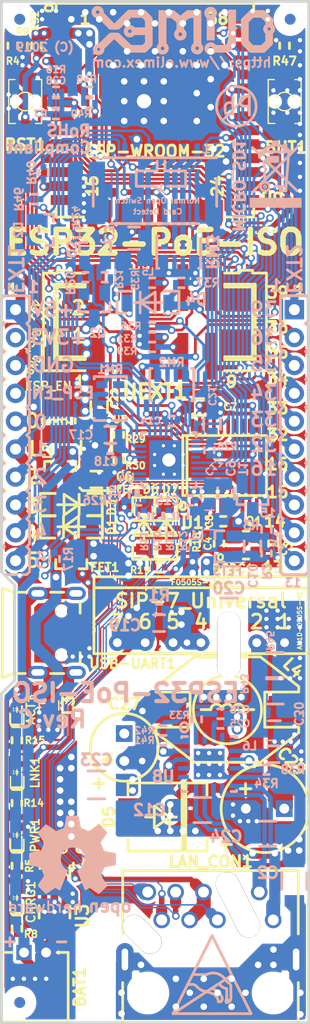
<source format=kicad_pcb>
(kicad_pcb (version 20190516) (host pcbnew "6.0.0-unknown-b5c80fe~100~ubuntu18.04.1")
  (title_block (title "ESP-PoE-ISO") (date "2019-05-24") (rev "C") (company "OLIMEX Ltd.") (comment 1 "https://www.olimex.com"))
  (layers (0 "F.Cu" signal hide) (1 "In1.Cu" power hide) (2 "In2.Cu" power hide) (31 "B.Cu" signal hide) (34 "B.Paste" user hide) (35 "F.Paste" user hide) (36 "B.SilkS" user hide) (37 "F.SilkS" user) (38 "B.Mask" user hide) (39 "F.Mask" user) (44 "Edge.Cuts" user))
  (net 0 "")
  (net 1 "+5V")
  (net 2 "GND")
  (net 3 "Net-(BAT1-Pad1)")
  (net 4 "Net-(BUT1-Pad2)")
  (net 5 "/GPI34/BUT1")
  (net 6 "+3V3")
  (net 7 "Net-(C11-Pad1)")
  (net 8 "/GPIO3/U0RXD")
  (net 9 "/ESP_EN")
  (net 10 "/GPIO25/EMAC_RXD0(RMII)")
  (net 11 "/GPIO19/EMAC_TXD0(RMII)")
  (net 12 "/GPIO26/EMAC_RXD1(RMII)")
  (net 13 "/GPIO1/U0TXD")
  (net 14 "Net-(L2-Pad1)")
  (net 15 "Net-(Q2-Pad1)")
  (net 16 "/GPIO22/EMAC_TXD1(RMII)")
  (net 17 "/GPIO21/EMAC_TX_EN(RMII)")
  (net 18 "Net-(MICRO_SD1-Pad5)")
  (net 19 "/GPI36/U1RXD")
  (net 20 "/GPIO23/MDC(RMII)")
  (net 21 "/GPIO27/EMAC_RX_CRS_DV")
  (net 22 "/GPIO4/U1TXD")
  (net 23 "/GPIO2/HS2_DATA0")
  (net 24 "/GPIO13/I2C-SDA")
  (net 25 "/GPIO14/HS2_CLK")
  (net 26 "/GPIO15/HS2_CMD")
  (net 27 "/GPIO16/I2C-SCL")
  (net 28 "/GPIO18/MDIO(RMII)")
  (net 29 "/+5V_USB")
  (net 30 "Net-(MICRO_SD1-Pad1)")
  (net 31 "Net-(MICRO_SD1-Pad2)")
  (net 32 "Net-(MICRO_SD1-Pad8)")
  (net 33 "Net-(U4-Pad4)")
  (net 34 "Net-(U4-Pad14)")
  (net 35 "Net-(U4-Pad18)")
  (net 36 "Net-(U4-Pad20)")
  (net 37 "Net-(U4-Pad26)")
  (net 38 "Net-(USB-UART1-Pad4)")
  (net 39 "Net-(MICRO_SD1-Pad7)")
  (net 40 "/D_Com")
  (net 41 "Earth")
  (net 42 "+5VP")
  (net 43 "Net-(C26-Pad1)")
  (net 44 "Spare1")
  (net 45 "Spare2")
  (net 46 "/GPIO33")
  (net 47 "/GPIO32")
  (net 48 "/GPI39")
  (net 49 "Net-(FID1-PadFid1)")
  (net 50 "Net-(FID2-PadFid1)")
  (net 51 "Net-(FID3-PadFid1)")
  (net 52 "Net-(MICRO_SD1-PadCD1)")
  (net 53 "Net-(C4-Pad1)")
  (net 54 "Net-(C5-Pad1)")
  (net 55 "Net-(C21-Pad2)")
  (net 56 "Net-(C25-Pad1)")
  (net 57 "Net-(C29-Pad2)")
  (net 58 "Net-(D4-Pad1)")
  (net 59 "Net-(D5-Pad2)")
  (net 60 "Net-(Q2-Pad2)")
  (net 61 "Net-(Q3-Pad3)")
  (net 62 "Net-(Q3-Pad2)")
  (net 63 "Net-(Q3-Pad1)")
  (net 64 "Net-(R6-Pad1)")
  (net 65 "Net-(R26-Pad1)")
  (net 66 "Net-(R29-Pad1)")
  (net 67 "Net-(R33-Pad2)")
  (net 68 "Net-(R34-Pad2)")
  (net 69 "Net-(R38-Pad1)")
  (net 70 "Net-(R41-Pad2)")
  (net 71 "Net-(U1-Pad17)")
  (net 72 "Net-(U1-Pad14)")
  (net 73 "Net-(U1-Pad13)")
  (net 74 "Net-(U1-Pad12)")
  (net 75 "Net-(U1-Pad11)")
  (net 76 "Net-(U8-Pad17)")
  (net 77 "Net-(U8-Pad16)")
  (net 78 "Net-(U8-Pad15)")
  (net 79 "Net-(U8-Pad5)")
  (net 80 "Net-(U8-Pad4)")
  (net 81 "Net-(U8-Pad2)")
  (net 82 "Net-(U9-Pad32)")
  (net 83 "Net-(C6-Pad1)")
  (net 84 "+3.3VLAN")
  (net 85 "Net-(C17-Pad1)")
  (net 86 "/GPIO0")
  (net 87 "/GPIO5/SPI_CS")
  (net 88 "/GPI35")
  (net 89 "Net-(RM1-Pad3.2)")
  (net 90 "Net-(RM1-Pad2.2)")
  (net 91 "Net-(RM1-Pad4.2)")
  (net 92 "/GPIO17/EMAC_CLK_OUT_180")
  (net 93 "Net-(U9-Pad22)")
  (net 94 "Net-(U9-Pad21)")
  (net 95 "Net-(U9-Pad20)")
  (net 96 "Net-(U9-Pad19)")
  (net 97 "Net-(U9-Pad18)")
  (net 98 "Net-(U9-Pad17)")
  (net 99 "/GPIO12/PHY_PWR")
  (net 100 "Net-(FID4-PadFid1)")
  (net 101 "Net-(FID5-PadFid1)")
  (net 102 "Net-(FID6-PadFid1)")
  (net 103 "Net-(ACT1-Pad2)")
  (net 104 "Net-(ACT1-Pad1)")
  (net 105 "Net-(LNK1-Pad1)")
  (net 106 "Net-(C3-Pad1)")
  (net 107 "Net-(RM1-Pad1.2)")
  (net 108 "Net-(CHRG1-Pad1)")
  (net 109 "Net-(PWR1-Pad1)")
  (net 110 "Net-(C10-Pad2)")
  (net 111 "Net-(R3-Pad2)")
  (net 112 "Net-(L3-Pad1)")
  (net 113 "Net-(R8-Pad2)")
  (net 114 "Net-(C30-Pad2)")
  (net 115 "/TD+")
  (net 116 "/TD-")
  (net 117 "/RD+")
  (net 118 "/RD-")
  (net 119 "/Vss")
  (net 120 "/Vpos")
  (net 121 "/Shield")
  (net 122 "Net-(R14-Pad2)")
  (net 123 "/USB_D-")
  (net 124 "/USB_D+")
  (net 125 "Net-(C8-Pad1)")
  (net 126 "Net-(D6-Pad1)")
  (net 127 "Net-(D7-Pad2)")
  (net 128 "Net-(U1-Pad20)")
  (module "OLIMEX_RLC-FP:R_0402_5MIL_DWS" (layer "B.Cu") (at 98.171 103.378 180)
    (fp_text reference "R48" (at 0.254 1.143 180) (layer "B.SilkS") (effects (font (size 0.635 0.635) (thickness 0.15875)) (justify mirror)))
    (fp_text value "10k/R0402")
    (pad "2" smd rect (at 0.508 0 180) (size 0.5 0.55) (layers "B.Cu" "B.Paste" "B.Mask") (net 5 "/GPI34/BUT1"))
    (pad "1" smd rect (at -0.508 0) (size 0.5 0.55) (layers "B.Cu" "B.Paste" "B.Mask") (net 6 "+3V3"))
  )
  (module "OLIMEX_Cases-FP:ESP-WROOM-32_MODULE" (layer "F.Cu") (at 104.14 102.035)
    (fp_text reference "U9" (at 10.668 11.122 180) (layer "F.SilkS") (effects (font (size 1.016 1.016) (thickness 0.254))))
    (fp_text value "ESP32-WROOM-32D-4MB")
    (fp_text user "24" (at 5.715 9.935 90) (layer "F.SilkS") (effects (font (size 1.016 1.016) (thickness 0.254))))
    (fp_text user "15" (at -5.715 9.935 90) (layer "F.SilkS") (effects (font (size 1.016 1.016) (thickness 0.254))))
    (fp_text user "38" (at 5.715 -5.305) (layer "F.SilkS") (effects (font (size 1.016 1.016) (thickness 0.254))))
    (fp_text user "1" (at -6.35 -5.305) (layer "F.SilkS") (effects (font (size 1.016 1.016) (thickness 0.254))))
    (fp_text user "ESP-WROOM-32" (at 0 6.76) (layer "F.SilkS") (effects (font (size 1.016 1.016) (thickness 0.254))))
    (fp_text user "Antenna" (at 0 -9.75) (layer "F.SilkS") (effects (font (size 1.27 1.27) (thickness 0.254))))
    (fp_text user "o" (at -9.779 -6.277 90) (layer "F.SilkS") (effects (font (size 1.016 1.016) (thickness 0.254))))
    (pad "39" thru_hole circle (at 0.8 2.2) (size 1.3 1.3) (drill 0.6) (layers *.Cu) (net 2 "GND"))
    (pad "39" thru_hole circle (at -2.8 2.2) (size 1.3 1.3) (drill 0.6) (layers *.Cu) (net 2 "GND"))
    (pad "39" thru_hole circle (at -1 4) (size 1.3 1.3) (drill 0.6) (layers *.Cu) (net 2 "GND"))
    (pad "39" thru_hole circle (at -1 0.4) (size 1.3 1.3) (drill 0.6) (layers *.Cu) (net 2 "GND"))
    (pad "39" thru_hole circle (at 0.8 0.4) (size 1.3 1.3) (drill 0.6) (layers *.Cu) (net 2 "GND"))
    (pad "39" thru_hole circle (at -2.8 0.4) (size 1.3 1.3) (drill 0.6) (layers *.Cu) (net 2 "GND"))
    (pad "39" thru_hole circle (at 0.8 4) (size 1.3 1.3) (drill 0.6) (layers *.Cu) (net 2 "GND"))
    (pad "1" smd rect (at -8.5 -5.31) (size 2 0.9) (layers "F.Cu" "F.Paste" "F.Mask") (net 2 "GND"))
    (pad "2" smd rect (at -8.5 -4.04) (size 2 0.9) (layers "F.Cu" "F.Paste" "F.Mask") (net 6 "+3V3"))
    (pad "3" smd rect (at -8.5 -2.77) (size 2 0.9) (layers "F.Cu" "F.Paste" "F.Mask") (net 9 "/ESP_EN"))
    (pad "4" smd rect (at -8.5 -1.5) (size 2 0.9) (layers "F.Cu" "F.Paste" "F.Mask") (net 19 "/GPI36/U1RXD"))
    (pad "5" smd rect (at -8.5 -0.23) (size 2 0.9) (layers "F.Cu" "F.Paste" "F.Mask") (net 48 "/GPI39"))
    (pad "6" smd rect (at -8.5 1.04) (size 2 0.9) (layers "F.Cu" "F.Paste" "F.Mask") (net 5 "/GPI34/BUT1"))
    (pad "7" smd rect (at -8.5 2.31) (size 2 0.9) (layers "F.Cu" "F.Paste" "F.Mask") (net 88 "/GPI35"))
    (pad "8" smd rect (at -8.5 3.58) (size 2 0.9) (layers "F.Cu" "F.Paste" "F.Mask") (net 47 "/GPIO32"))
    (pad "9" smd rect (at -8.5 4.85) (size 2 0.9) (layers "F.Cu" "F.Paste" "F.Mask") (net 46 "/GPIO33"))
    (pad "10" smd rect (at -8.5 6.12) (size 2 0.9) (layers "F.Cu" "F.Paste" "F.Mask") (net 10 "/GPIO25/EMAC_RXD0(RMII)"))
    (pad "11" smd rect (at -8.5 7.39) (size 2 0.9) (layers "F.Cu" "F.Paste" "F.Mask") (net 12 "/GPIO26/EMAC_RXD1(RMII)"))
    (pad "12" smd rect (at -8.5 8.66) (size 2 0.9) (layers "F.Cu" "F.Paste" "F.Mask") (net 21 "/GPIO27/EMAC_RX_CRS_DV"))
    (pad "13" smd rect (at -8.5 9.93) (size 2 0.9) (layers "F.Cu" "F.Paste" "F.Mask") (net 25 "/GPIO14/HS2_CLK"))
    (pad "14" smd rect (at -8.5 11.2) (size 2 0.9) (layers "F.Cu" "F.Paste" "F.Mask") (net 99 "/GPIO12/PHY_PWR"))
    (pad "15" smd rect (at -5.7 12.2) (size 0.9 2) (layers "F.Cu" "F.Paste" "F.Mask") (net 2 "GND"))
    (pad "16" smd rect (at -4.43 12.2) (size 0.9 2) (layers "F.Cu" "F.Paste" "F.Mask") (net 24 "/GPIO13/I2C-SDA"))
    (pad "17" smd rect (at -3.16 12.2) (size 0.9 2) (layers "F.Cu" "F.Paste" "F.Mask") (net 98 "Net-(U9-Pad17)"))
    (pad "18" smd rect (at -1.89 12.2) (size 0.9 2) (layers "F.Cu" "F.Paste" "F.Mask") (net 97 "Net-(U9-Pad18)"))
    (pad "19" smd rect (at -0.62 12.2) (size 0.9 2) (layers "F.Cu" "F.Paste" "F.Mask") (net 96 "Net-(U9-Pad19)"))
    (pad "20" smd rect (at 0.65 12.2) (size 0.9 2) (layers "F.Cu" "F.Paste" "F.Mask") (net 95 "Net-(U9-Pad20)"))
    (pad "21" smd rect (at 1.92 12.2) (size 0.9 2) (layers "F.Cu" "F.Paste" "F.Mask") (net 94 "Net-(U9-Pad21)"))
    (pad "22" smd rect (at 3.19 12.2) (size 0.9 2) (layers "F.Cu" "F.Paste" "F.Mask") (net 93 "Net-(U9-Pad22)"))
    (pad "23" smd rect (at 4.46 12.2) (size 0.9 2) (layers "F.Cu" "F.Paste" "F.Mask") (net 26 "/GPIO15/HS2_CMD"))
    (pad "24" smd rect (at 5.73 12.2) (size 0.9 2) (layers "F.Cu" "F.Paste" "F.Mask") (net 23 "/GPIO2/HS2_DATA0"))
    (pad "25" smd rect (at 8.5 11.2) (size 2 0.9) (layers "F.Cu" "F.Paste" "F.Mask") (net 86 "/GPIO0"))
    (pad "26" smd rect (at 8.5 9.93) (size 2 0.9) (layers "F.Cu" "F.Paste" "F.Mask") (net 22 "/GPIO4/U1TXD"))
    (pad "27" smd rect (at 8.5 8.66) (size 2 0.9) (layers "F.Cu" "F.Paste" "F.Mask") (net 27 "/GPIO16/I2C-SCL"))
    (pad "28" smd rect (at 8.5 7.39) (size 2 0.9) (layers "F.Cu" "F.Paste" "F.Mask") (net 92 "/GPIO17/EMAC_CLK_OUT_180"))
    (pad "29" smd rect (at 8.5 6.12) (size 2 0.9) (layers "F.Cu" "F.Paste" "F.Mask") (net 87 "/GPIO5/SPI_CS"))
    (pad "30" smd rect (at 8.5 4.85) (size 2 0.9) (layers "F.Cu" "F.Paste" "F.Mask") (net 28 "/GPIO18/MDIO(RMII)"))
    (pad "31" smd rect (at 8.5 3.58) (size 2 0.9) (layers "F.Cu" "F.Paste" "F.Mask") (net 11 "/GPIO19/EMAC_TXD0(RMII)"))
    (pad "32" smd rect (at 8.5 2.31) (size 2 0.9) (layers "F.Cu" "F.Paste" "F.Mask") (net 82 "Net-(U9-Pad32)"))
    (pad "33" smd rect (at 8.5 1.04) (size 2 0.9) (layers "F.Cu" "F.Paste" "F.Mask") (net 17 "/GPIO21/EMAC_TX_EN(RMII)"))
    (pad "34" smd rect (at 8.5 -0.23) (size 2 0.9) (layers "F.Cu" "F.Paste" "F.Mask") (net 8 "/GPIO3/U0RXD"))
    (pad "35" smd rect (at 8.5 -1.5) (size 2 0.9) (layers "F.Cu" "F.Paste" "F.Mask") (net 13 "/GPIO1/U0TXD"))
    (pad "36" smd rect (at 8.5 -2.77) (size 2 0.9) (layers "F.Cu" "F.Paste" "F.Mask") (net 16 "/GPIO22/EMAC_TXD1(RMII)"))
    (pad "37" smd rect (at 8.5 -4.04) (size 2 0.9) (layers "F.Cu" "F.Paste" "F.Mask") (net 20 "/GPIO23/MDC(RMII)"))
    (pad "38" smd rect (at 8.5 -5.31) (size 2 0.9) (layers "F.Cu" "F.Paste" "F.Mask") (net 2 "GND"))
    (pad "39" smd rect (at -1 2.2) (size 5 5) (layers "F.Cu" "F.Mask") (net 2 "GND"))
    (pad "39" thru_hole circle (at -1 2.2) (size 2 2) (drill 1.3) (layers *.Cu *.Mask) (net 2 "GND"))
    (pad "39" thru_hole circle (at -2.8 4) (size 1.3 1.3) (drill 0.6) (layers *.Cu) (net 2 "GND"))
  )
  (module "OLIMEX_Buttons-FP:IT1185AU2_V2" (layer "F.Cu") (at 115.959 104.267 90)
    (fp_text reference "BUT1" (at -4.191 0.119 180) (layer "F.SilkS") (effects (font (size 1.016 1.016) (thickness 0.254))))
    (fp_text value "IT1185AU2")
    (pad "1" smd rect (at -2.177 0 90) (size 0.9 1.5) (layers "F.Cu" "F.Mask") (net 5 "/GPI34/BUT1"))
    (pad "2" smd rect (at 2.177 0 90) (size 0.9 1.5) (layers "F.Cu" "F.Mask") (net 4 "Net-(BUT1-Pad2)"))
    (pad "" np_thru_hole circle (at 0 -0.9 90) (size 0.7 0.7) (drill 0.7) (layers *.Cu *.Mask))
    (pad "" np_thru_hole circle (at 0 0.9 90) (size 0.7 0.7) (drill 0.7) (layers *.Cu *.Mask))
  )
  (module "OLIMEX_Buttons-FP:IT1185AU2_V2" (layer "F.Cu") (at 92.321 104.267 90)
    (fp_text reference "RST1" (at -3.937 0.008 180) (layer "F.SilkS") (effects (font (size 1.016 1.016) (thickness 0.254))))
    (fp_text value "IT1185AU2")
    (pad "1" smd rect (at -2.177 0 90) (size 0.9 1.5) (layers "F.Cu" "F.Mask") (net 9 "/ESP_EN"))
    (pad "2" smd rect (at 2.177 0 90) (size 0.9 1.5) (layers "F.Cu" "F.Mask") (net 2 "GND"))
    (pad "" np_thru_hole circle (at 0 -0.9 90) (size 0.7 0.7) (drill 0.7) (layers *.Cu *.Mask))
    (pad "" np_thru_hole circle (at 0 0.9 90) (size 0.7 0.7) (drill 0.7) (layers *.Cu *.Mask))
  )
  (module "OLIMEX_Connectors-FP:RJP-003TC1(LPJ4112CNL)-ISO(Pin(7)and(8)CUT)" (layer "F.Cu") (at 109.2 185.293)
    (fp_text reference "LAN_CON1" (at 0.02 -11.811 180) (layer "F.SilkS") (effects (font (size 1.016 1.016) (thickness 0.254))))
    (fp_text value "RJP-003TC1(LPJ4112CNL)---Pin<7>_and_<8>_to_be_CUT!!!")
    (pad "" np_thru_hole circle (at 5.715 0.15) (size 3.300001 3.300001) (drill 3.300001) (layers *.Cu *.Mask))
    (pad "" np_thru_hole circle (at -5.715 0.15) (size 3.300001 3.300001) (drill 3.300001) (layers *.Cu *.Mask))
    (pad "0" thru_hole oval (at 7.8 -2.9) (size 1.6 2.999999) (drill oval 0.6 2) (layers *.Cu *.Mask) (net 121 "/Shield"))
    (pad "0" thru_hole oval (at -7.8 -2.9) (size 1.6 2.999999) (drill oval 0.6 2) (layers *.Cu *.Mask) (net 121 "/Shield"))
    (pad "10" thru_hole circle (at 5.715 -6.5) (size 1.524 1.524) (drill 1) (layers *.Cu *.Mask) (net 45 "Spare2"))
    (pad "9" thru_hole circle (at 4.445 -9.04) (size 1.524 1.524) (drill 1) (layers *.Cu *.Mask) (net 44 "Spare1"))
    (pad "6" thru_hole circle (at 0.635 -6.5) (size 1.524 1.524) (drill 1) (layers *.Cu *.Mask) (net 118 "/RD-"))
    (pad "5" thru_hole circle (at -0.635 -9.04) (size 1.524 1.524) (drill 1) (layers *.Cu *.Mask) (net 7 "Net-(C11-Pad1)"))
    (pad "4" thru_hole circle (at -1.905 -6.5) (size 1.524 1.524) (drill 1) (layers *.Cu *.Mask) (net 7 "Net-(C11-Pad1)"))
    (pad "3" thru_hole circle (at -3.175 -9.04) (size 1.524 1.524) (drill 1) (layers *.Cu *.Mask) (net 117 "/RD+"))
    (pad "2" thru_hole circle (at -4.445 -6.5) (size 1.524 1.524) (drill 1) (layers *.Cu *.Mask) (net 116 "/TD-"))
    (pad "1" thru_hole circle (at -5.715 -9.04) (size 1.524 1.524) (drill 1) (layers *.Cu *.Mask) (net 115 "/TD+"))
  )
  (module "OLIMEX_RLC-FP:CD32" (layer "F.Cu") (at 95.377 133.35 90)
    (fp_text reference "L2" (at -2.794 -1.016 270) (layer "F.SilkS") (effects (font (size 0.762 0.762) (thickness 0.1905))))
    (fp_text value "2.2uH/1.5A/DCR=72mR/20%/3.00x3.00x1.50mm/CD32(NR3015T2R2M)")
    (pad "2" smd rect (at 1.2 0 270) (size 1.6 3) (layers "F.Cu" "F.Paste" "F.Mask") (net 6 "+3V3") (clearance 0.0508))
    (pad "1" smd rect (at -1.2 0 270) (size 1.6 3) (layers "F.Cu" "F.Paste" "F.Mask") (net 14 "Net-(L2-Pad1)") (clearance 0.0508))
  )
  (module "OLIMEX_RLC-FP:C_1808(4520)_5MIL_DWS_ISO" (layer "B.Cu") (at 98.806 166.497)
    (fp_text reference "C23" (at 0 -2.286) (layer "B.SilkS") (effects (font (size 1.016 1.016) (thickness 0.254)) (justify mirror)))
    (fp_text value "1.0nF/3kV/10%/X7R/SMD/1808(VISHAY-VJ1808Y102KBHAT4X_Farnell-2407291)")
    (pad "2" smd rect (at 2.286 0) (size 1.016 2.032) (layers "B.Cu" "B.Paste" "B.Mask") (net 41 "Earth"))
    (pad "1" smd rect (at -2.286 0) (size 1.016 2.032) (layers "B.Cu" "B.Paste" "B.Mask") (net 2 "GND"))
  )
  (module "OLIMEX_RLC-FP:C_1808(4520)_5MIL_DWS_ISO" (layer "B.Cu") (at 110.871 150.749)
    (fp_text reference "C20" (at 0 -2.159) (layer "B.SilkS") (effects (font (size 1.016 1.016) (thickness 0.254)) (justify mirror)))
    (fp_text value "1.0nF/3kV/10%/X7R/SMD/1808(VISHAY-VJ1808Y102KBHAT4X_Farnell-2407291)")
    (pad "2" smd rect (at 2.286 0) (size 1.016 2.032) (layers "B.Cu" "B.Paste" "B.Mask") (net 120 "/Vpos"))
    (pad "1" smd rect (at -2.286 0) (size 1.016 2.032) (layers "B.Cu" "B.Paste" "B.Mask") (net 42 "+5VP"))
  )
  (module "OLIMEX_Regulators-FP:SIP-7_Universal" (layer "F.Cu") (at 108.331 153.543 180)
    (fp_text reference "DCDC1" (at -2.921 6.731 180) (layer "F.SilkS") (effects (font (size 0.762 0.762) (thickness 0.1905))))
    (fp_text value "F0505S-2WR2(SIP-7)")
    (fp_text user "SIP-7_Universal" (at 0 3.81 180) (layer "F.SilkS") (effects (font (size 1.27 1.27) (thickness 0.254))))
    (fp_text user "1" (at -7.62 1.905 180) (layer "F.SilkS") (effects (font (size 1.27 1.27) (thickness 0.254))))
    (fp_text user "2" (at -5.08 1.905 180) (layer "F.SilkS") (effects (font (size 1.27 1.27) (thickness 0.254))))
    (fp_text user "4" (at 0 1.905 180) (layer "F.SilkS") (effects (font (size 1.27 1.27) (thickness 0.254))))
    (fp_text user "5" (at 2.54 1.905 180) (layer "F.SilkS") (effects (font (size 1.27 1.27) (thickness 0.254))))
    (fp_text user "6" (at 5.08 1.905 180) (layer "F.SilkS") (effects (font (size 1.27 1.27) (thickness 0.254))))
    (fp_text user "7" (at 7.62 1.905 180) (layer "F.SilkS") (effects (font (size 1.27 1.27) (thickness 0.254))))
    (fp_text user "F0505S-2WR2" (at 0 5.5 180) (layer "F.SilkS") (effects (font (size 0.5 0.5) (thickness 0.125))))
    (fp_text user "AM1D-0505S-NZ" (at -9 2 270) (layer "F.SilkS") (effects (font (size 0.4 0.4) (thickness 0.1))))
    (fp_text user "AM1D-0505S-NZ" (at -9 2 270) (layer "F.SilkS") (effects (font (size 0.4 0.4) (thickness 0.1))))
    (pad "2" thru_hole circle (at -5.08 0 180) (size 1.524 1.524) (drill 0.8) (layers *.Cu *.Mask) (net 114 "Net-(C30-Pad2)"))
    (pad "1" thru_hole rect (at -7.62 0 180) (size 1.524 1.524) (drill 0.8) (layers *.Cu *.Mask) (net 120 "/Vpos"))
    (pad "4" thru_hole circle (at 0 0 180) (size 1.524 1.524) (drill 0.8) (layers *.Cu *.Mask) (net 2 "GND"))
    (pad "5" thru_hole circle (at 2.54 0 180) (size 1.524 1.524) (drill 0.8) (layers *.Cu *.Mask) (net 2 "GND"))
    (pad "7" thru_hole circle (at 7.62 0 180) (size 1.524 1.524) (drill 0.8) (layers *.Cu *.Mask) (net 42 "+5VP"))
    (pad "6" thru_hole circle (at 5.08 0 180) (size 1.524 1.524) (drill 0.8) (layers *.Cu *.Mask) (net 42 "+5VP"))
  )
  (module "OLIMEX_Connectors-FP:LIPO_BAT-CON2DW02R" (layer "F.Cu") (at 93.218 184.912)
    (fp_text reference "BAT1" (at 4.064 0 270) (layer "F.SilkS") (effects (font (size 1.016 1.016) (thickness 0.254))))
    (fp_text value "DW02R")
    (pad "1" thru_hole rect (at -1.00838 -3.15214) (size 1.4 1.4) (drill 0.9) (layers *.Cu *.Mask) (net 3 "Net-(BAT1-Pad1)"))
    (pad "2" thru_hole circle (at 1.0033 -3.15468) (size 1.4 1.4) (drill 0.9) (layers *.Cu *.Mask) (net 2 "GND"))
  )
  (module "OLIMEX_IC-FP:QFN-20_5x5mm(Si3402-B-GM)" (layer "B.Cu") (at 109.077 164.592 270)
    (fp_text reference "U8" (at 1.143 4.175) (layer "B.SilkS") (effects (font (size 1.016 1.016) (thickness 0.254)) (justify mirror)))
    (fp_text value "Si3402-B-GM(QFN-20_5x5mm)")
    (fp_text user "o" (at -3.4925 2.27) (layer "B.SilkS") (effects (font (size 1.27 1.27) (thickness 0.254)) (justify mirror)))
    (pad "1" smd rect (at -2.35 1.2 180) (size 0.4 1) (layers "B.Cu" "B.Paste" "B.Mask") (net 67 "Net-(R33-Pad2)"))
    (pad "2" smd rect (at -2.35 0.4 180) (size 0.4 1) (layers "B.Cu" "B.Paste" "B.Mask") (net 81 "Net-(U8-Pad2)"))
    (pad "3" smd rect (at -2.35 -0.4 180) (size 0.4 1) (layers "B.Cu" "B.Paste" "B.Mask") (net 56 "Net-(C25-Pad1)"))
    (pad "4" smd rect (at -2.35 -1.2 180) (size 0.4 1) (layers "B.Cu" "B.Paste" "B.Mask") (net 80 "Net-(U8-Pad4)"))
    (pad "5" smd rect (at -2 -2.35 90) (size 0.4 1) (layers "B.Cu" "B.Paste" "B.Mask") (net 79 "Net-(U8-Pad5)"))
    (pad "6" smd rect (at -1.2 -2.35 90) (size 0.4 1) (layers "B.Cu" "B.Paste" "B.Mask") (net 69 "Net-(R38-Pad1)"))
    (pad "7" smd rect (at -0.4 -2.35 90) (size 0.4 1) (layers "B.Cu" "B.Paste" "B.Mask") (net 119 "/Vss"))
    (pad "8" smd rect (at 0.4 -2.35 90) (size 0.4 1) (layers "B.Cu" "B.Paste" "B.Mask") (net 68 "Net-(R34-Pad2)"))
    (pad "9" smd rect (at 1.2 -2.35 90) (size 0.4 1) (layers "B.Cu" "B.Paste" "B.Mask") (net 41 "Earth"))
    (pad "10" smd rect (at 2 -2.35 90) (size 0.4 1) (layers "B.Cu" "B.Paste" "B.Mask") (net 45 "Spare2"))
    (pad "11" smd rect (at 2.35 -1.2 180) (size 0.4 1) (layers "B.Cu" "B.Paste" "B.Mask") (net 44 "Spare1"))
    (pad "12" smd rect (at 2.35 -0.4 180) (size 0.4 1) (layers "B.Cu" "B.Paste" "B.Mask") (net 120 "/Vpos"))
    (pad "13" smd rect (at 2.35 0.4 180) (size 0.4 1) (layers "B.Cu" "B.Paste" "B.Mask") (net 45 "Spare2"))
    (pad "14" smd rect (at 2.35 1.2 180) (size 0.4 1) (layers "B.Cu" "B.Paste" "B.Mask") (net 44 "Spare1"))
    (pad "15" smd rect (at 2 2.35 90) (size 0.4 1) (layers "B.Cu" "B.Paste" "B.Mask") (net 78 "Net-(U8-Pad15)"))
    (pad "16" smd rect (at 1.2 2.35 90) (size 0.4 1) (layers "B.Cu" "B.Paste" "B.Mask") (net 77 "Net-(U8-Pad16)"))
    (pad "17" smd rect (at 0.4 2.35 90) (size 0.4 1) (layers "B.Cu" "B.Paste" "B.Mask") (net 76 "Net-(U8-Pad17)"))
    (pad "18" smd rect (at -0.4 2.35 90) (size 0.4 1) (layers "B.Cu" "B.Paste" "B.Mask") (net 59 "Net-(D5-Pad2)"))
    (pad "19" smd rect (at -1.2 2.35 90) (size 0.4 1) (layers "B.Cu" "B.Paste" "B.Mask") (net 119 "/Vss"))
    (pad "20" smd rect (at -2 2.35 90) (size 0.4 1) (layers "B.Cu" "B.Paste" "B.Mask") (net 70 "Net-(R41-Pad2)"))
    (pad "21" smd rect (at 0 0 270) (size 2.799999 2.799999) (layers *.Mask "B.Cu") (net 41 "Earth"))
    (pad "21" thru_hole circle (at -1 1 270) (size 0.8 0.8) (drill 0.4) (layers *.Cu) (net 41 "Earth"))
    (pad "21" thru_hole circle (at 0 1 270) (size 0.8 0.8) (drill 0.4) (layers *.Cu) (net 41 "Earth"))
    (pad "21" thru_hole circle (at 1 1 270) (size 0.8 0.8) (drill 0.4) (layers *.Cu) (net 41 "Earth"))
    (pad "21" thru_hole circle (at -1 0 270) (size 0.8 0.8) (drill 0.4) (layers *.Cu) (net 41 "Earth"))
    (pad "21" thru_hole circle (at 0 0 270) (size 0.8 0.8) (drill 0.4) (layers *.Cu) (net 41 "Earth"))
    (pad "21" thru_hole circle (at 1 0 270) (size 0.8 0.8) (drill 0.4) (layers *.Cu) (net 41 "Earth"))
    (pad "21" thru_hole circle (at 0 -1 270) (size 0.8 0.8) (drill 0.4) (layers *.Cu) (net 41 "Earth"))
    (pad "21" thru_hole circle (at -1 -1 270) (size 0.8 0.8) (drill 0.4) (layers *.Cu) (net 41 "Earth"))
    (pad "21" thru_hole circle (at 1 -1 270) (size 0.8 0.8) (drill 0.4) (layers *.Cu) (net 41 "Earth"))
  )
  (module "OLIMEX_Crystal-FP:TSX-3.2x2.5mm_GND(3)" (layer "F.Cu") (at 112.438 144.653)
    (fp_text reference "Q1" (at 0.719 -2.159) (layer "F.SilkS") (effects (font (size 0.762 0.762) (thickness 0.1905))))
    (fp_text value "Q12MHz/20pF/10ppm/4P/3.2x2.5mm")
    (fp_text user "o" (at -2.329 1.016) (layer "F.SilkS") (effects (font (size 0.8 0.8) (thickness 0.2))))
    (pad "3" smd rect (at -1.1 -0.8) (size 1.4 1.2) (layers "F.Cu" "F.Paste" "F.Mask") (net 2 "GND"))
    (pad "3" smd rect (at 1.1 0.8) (size 1.4 1.2) (layers "F.Cu" "F.Paste" "F.Mask") (net 2 "GND"))
    (pad "2" smd rect (at 1.1 -0.8) (size 1.4 1.2) (layers "F.Cu" "F.Paste" "F.Mask") (net 54 "Net-(C5-Pad1)"))
    (pad "1" smd rect (at -1.1 0.8) (size 1.4 1.2) (layers "F.Cu" "F.Paste" "F.Mask") (net 53 "Net-(C4-Pad1)"))
  )
  (module "OLIMEX_Diodes-FP:DO214AB(SMC)_1(K)-2(A)" (layer "F.Cu") (at 105.283 169.418 180)
    (fp_text reference "D5" (at 5.334 0 270) (layer "F.SilkS") (effects (font (size 1.016 1.016) (thickness 0.254))))
    (fp_text value "SS510/100V/5A/0.85V/DO214AB(SMC)")
    (pad "1" smd rect (at -3.4 0 180) (size 2.2 3.4) (layers "F.Cu" "F.Paste" "F.Mask") (net 120 "/Vpos"))
    (pad "2" smd rect (at 3.4 0 180) (size 2.2 3.4) (layers "F.Cu" "F.Paste" "F.Mask") (net 59 "Net-(D5-Pad2)"))
  )
  (module "OLIMEX_RLC-FP:CPOL-RM3.5mm_8.0x11.5mm_PTH" (layer "F.Cu") (at 114.173 168.656)
    (fp_text reference "C29" (at 2.413 -4.318 135) (layer "F.SilkS") (effects (font (size 1.016 1.016) (thickness 0.254))))
    (fp_text value "680uF/10V/20%/105C/RM3.5/8x11.5mm")
    (fp_text user "+" (at -1.778 -1.905) (layer "F.SilkS") (effects (font (size 1.27 1.27) (thickness 0.254))))
    (fp_text user "+" (at -3.556 3.175) (layer "F.SilkS") (effects (font (size 1.27 1.27) (thickness 0.254))))
    (pad "1" thru_hole circle (at -1.75 0) (size 1.524 1.524) (drill 0.9) (layers *.Cu *.Mask) (net 120 "/Vpos"))
    (pad "2" thru_hole rect (at 1.75 0) (size 1.524 1.524) (drill 0.9) (layers *.Cu *.Mask) (net 57 "Net-(C29-Pad2)"))
  )
  (module "OLIMEX_RLC-FP:CPOL-RM2.5mm_6.3x11mm_PTH" (layer "F.Cu") (at 101.346 163.068 90)
    (fp_text reference "C27" (at 3.937 0 180) (layer "F.SilkS") (effects (font (size 1.016 1.016) (thickness 0.254))))
    (fp_text value "15uF/100V/20%/RM2.5/6.3x11mm(Farnell:1281844)")
    (fp_text user "+" (at -3.302 -2.413 90) (layer "F.SilkS") (effects (font (size 1.27 1.27) (thickness 0.254))))
    (fp_text user "+" (at -1.143 -1.651 90) (layer "F.SilkS") (effects (font (size 1.27 1.27) (thickness 0.254))))
    (pad "1" thru_hole circle (at -1.25 0 90) (size 1.524 1.524) (drill 0.9) (layers *.Cu *.Mask) (net 120 "/Vpos"))
    (pad "2" thru_hole rect (at 1.25 0 90) (size 1.524 1.524) (drill 0.9) (layers *.Cu *.Mask) (net 119 "/Vss"))
  )
  (module "OLIMEX_RLC-FP:R_0402_5MIL_DWS" (layer "B.Cu") (at 94.996 145.923 90)
    (fp_text reference "R17" (at 0 1.27 90) (layer "B.SilkS") (effects (font (size 0.762 0.762) (thickness 0.1905)) (justify mirror)))
    (fp_text value "NA")
    (pad "2" smd rect (at 0.508 0 90) (size 0.5 0.55) (layers "B.Cu" "B.Paste" "B.Mask") (net 8 "/GPIO3/U0RXD"))
    (pad "1" smd rect (at -0.508 0 270) (size 0.5 0.55) (layers "B.Cu" "B.Paste" "B.Mask") (net 6 "+3V3"))
  )
  (module "OLIMEX_Diodes-FP:SOD-123_1C-2A_KA" (layer "F.Cu") (at 105.156 143.129 270)
    (fp_text reference "D7" (at -3.556 -0.381) (layer "F.SilkS") (effects (font (size 0.762 0.762) (thickness 0.1905))))
    (fp_text value "1N5819S4/SOD123")
    (pad "2" smd rect (at 1.9 0 270) (size 1 1.4) (layers "F.Cu" "F.Paste" "F.Mask") (net 127 "Net-(D7-Pad2)") (clearance 0.0508))
    (pad "1" smd rect (at -1.9 0 270) (size 1 1.4) (layers "F.Cu" "F.Paste" "F.Mask") (net 13 "/GPIO1/U0TXD") (clearance 0.0508))
  )
  (module "OLIMEX_Diodes-FP:SOD-123_1C-2A_KA" (layer "F.Cu") (at 103.124 143.129 270)
    (fp_text reference "D6" (at -3.556 -0.635) (layer "F.SilkS") (effects (font (size 0.762 0.762) (thickness 0.1905))))
    (fp_text value "1N5819S4/SOD123")
    (pad "2" smd rect (at 1.9 0 270) (size 1 1.4) (layers "F.Cu" "F.Paste" "F.Mask") (net 8 "/GPIO3/U0RXD") (clearance 0.0508))
    (pad "1" smd rect (at -1.9 0 270) (size 1 1.4) (layers "F.Cu" "F.Paste" "F.Mask") (net 126 "Net-(D6-Pad1)") (clearance 0.0508))
  )
  (module "OLIMEX_LOGOs-FP:LOGO_ANTISTATIC_1" (layer "B.Cu") (at 112.903 187.325 180)
    (fp_text reference "Sign_Antistatic" hide)
    (fp_text value "Val**" hide)
  )
  (module "OLIMEX_Other-FP:Mounting_hole_2_mm" (layer "F.Cu") (at 102.9716 180.0987 45)
    (fp_text reference "Drill_Slot3" hide)
    (fp_text value "2 mm" hide)
    (pad "" np_thru_hole oval (at 0 0 45) (size 2.032 4.064) (drill oval 2.032 4.064) (layers *.Cu *.Mask) (clearance 0.254))
  )
  (module "OLIMEX_RLC-FP:C_0402_5MIL_DWS" (layer "B.Cu") (at 95.123 104.394 180)
    (fp_text reference "C28" (at 0 2.032) (layer "B.SilkS") (effects (font (size 0.635 0.635) (thickness 0.15875)) (justify mirror)))
    (fp_text value "1nF/50V/10%/X7R/C0402")
    (pad "2" smd rect (at 0.508 0 180) (size 0.5 0.55) (layers "B.Cu" "B.Paste" "B.Mask") (net 2 "GND"))
    (pad "1" smd rect (at -0.508 0) (size 0.5 0.55) (layers "B.Cu" "B.Paste" "B.Mask") (net 88 "/GPI35"))
  )
  (module "OLIMEX_RLC-FP:R_0402_5MIL_DWS" (layer "B.Cu") (at 95.123 103.378 180)
    (fp_text reference "R16" (at 0 2.032 180) (layer "B.SilkS") (effects (font (size 0.635 0.635) (thickness 0.15875)) (justify mirror)))
    (fp_text value "470k/R0402")
    (pad "2" smd rect (at 0.508 0 180) (size 0.5 0.55) (layers "B.Cu" "B.Paste" "B.Mask") (net 2 "GND"))
    (pad "1" smd rect (at -0.508 0) (size 0.5 0.55) (layers "B.Cu" "B.Paste" "B.Mask") (net 88 "/GPI35"))
  )
  (module "OLIMEX_RLC-FP:R_0402_5MIL_DWS" (layer "B.Cu") (at 95.123 105.41)
    (fp_text reference "R7" (at -1.397 0) (layer "B.SilkS") (effects (font (size 0.635 0.635) (thickness 0.15875)) (justify mirror)))
    (fp_text value "470k/R0402")
    (pad "2" smd rect (at 0.508 0) (size 0.5 0.55) (layers "B.Cu" "B.Paste" "B.Mask") (net 88 "/GPI35"))
    (pad "1" smd rect (at -0.508 0 180) (size 0.5 0.55) (layers "B.Cu" "B.Paste" "B.Mask") (net 3 "Net-(BAT1-Pad1)"))
  )
  (module "OLIMEX_RLC-FP:C_0402_5MIL_DWS" (layer "B.Cu") (at 110.109 160.02)
    (fp_text reference "C26" (at 1.778 -0.381) (layer "B.SilkS") (effects (font (size 0.635 0.635) (thickness 0.15875)) (justify mirror)))
    (fp_text value "1nF/50V/10%/X7R/C0402")
    (pad "2" smd rect (at 0.508 0) (size 0.5 0.55) (layers "B.Cu" "B.Paste" "B.Mask") (net 119 "/Vss"))
    (pad "1" smd rect (at -0.508 0 180) (size 0.5 0.55) (layers "B.Cu" "B.Paste" "B.Mask") (net 43 "Net-(C26-Pad1)"))
  )
  (module "OLIMEX_Diodes-FP:SOD-123_1C-2A_KA" (layer "F.Cu") (at 96.52 140.97 180)
    (fp_text reference "D3" (at -3.683 -0.254 270) (layer "F.SilkS") (effects (font (size 0.762 0.762) (thickness 0.1905))))
    (fp_text value "1N5819S4/SOD123")
    (pad "2" smd rect (at 1.9 0 180) (size 1 1.4) (layers "F.Cu" "F.Paste" "F.Mask") (net 1 "+5V") (clearance 0.0508))
    (pad "1" smd rect (at -1.9 0 180) (size 1 1.4) (layers "F.Cu" "F.Paste" "F.Mask") (net 83 "Net-(C6-Pad1)") (clearance 0.0508))
  )
  (module "OLIMEX_Diodes-FP:SOD-123_1C-2A_KA" (layer "F.Cu") (at 96.52 143.002)
    (fp_text reference "D1" (at 3.683 0 90) (layer "F.SilkS") (effects (font (size 0.762 0.762) (thickness 0.1905))))
    (fp_text value "1N5819S4/SOD123")
    (pad "2" smd rect (at 1.9 0) (size 1 1.4) (layers "F.Cu" "F.Paste" "F.Mask") (net 42 "+5VP") (clearance 0.0508))
    (pad "1" smd rect (at -1.9 0) (size 1 1.4) (layers "F.Cu" "F.Paste" "F.Mask") (net 1 "+5V") (clearance 0.0508))
  )
  (module "OLIMEX_RLC-FP:C_0603_5MIL_DWS" (layer "B.Cu") (at 104.521 151.765)
    (fp_text reference "C19" (at -3.1115 0.1905) (layer "B.SilkS") (effects (font (size 1.016 1.016) (thickness 0.254)) (justify mirror)))
    (fp_text value "22uF/6.3V/20%/X5R/C0603")
    (pad "2" smd rect (at 0.889 0) (size 1.016 1.016) (layers "B.Cu" "B.Paste" "B.Mask") (net 2 "GND") (clearance 0.0508))
    (pad "1" smd rect (at -0.889 0) (size 1.016 1.016) (layers "B.Cu" "B.Paste" "B.Mask") (net 42 "+5VP") (clearance 0.0508))
  )
  (module "OLIMEX_RLC-FP:R_0402_5MIL_DWS" (layer "F.Cu") (at 92.075 99.187 270)
    (fp_text reference "R9" (at -1.27 0) (layer "F.SilkS") (effects (font (size 0.635 0.635) (thickness 0.15875))))
    (fp_text value "100k/R0402")
    (pad "2" smd rect (at 0.508 0 270) (size 0.5 0.55) (layers "F.Cu" "F.Paste" "F.Mask") (net 2 "GND"))
    (pad "1" smd rect (at -0.508 0 90) (size 0.5 0.55) (layers "F.Cu" "F.Paste" "F.Mask") (net 48 "/GPI39"))
  )
  (module "OLIMEX_RLC-FP:R_0402_5MIL_DWS" (layer "F.Cu") (at 91.186 99.187 90)
    (fp_text reference "R4" (at -1.397 0) (layer "F.SilkS") (effects (font (size 0.635 0.635) (thickness 0.15875))))
    (fp_text value "47k/R0402")
    (pad "2" smd rect (at 0.508 0 90) (size 0.5 0.55) (layers "F.Cu" "F.Paste" "F.Mask") (net 48 "/GPI39"))
    (pad "1" smd rect (at -0.508 0 270) (size 0.5 0.55) (layers "F.Cu" "F.Paste" "F.Mask") (net 1 "+5V"))
  )
  (module "OLIMEX_RLC-FP:R_0402_5MIL_DWS" (layer "F.Cu") (at 94.107 173.863 90)
    (fp_text reference "R6" (at 1.778 0.381 90) (layer "F.SilkS") (effects (font (size 0.762 0.762) (thickness 0.1905))))
    (fp_text value "10k/R0402")
    (pad "2" smd rect (at 0.508 0 90) (size 0.5 0.55) (layers "F.Cu" "F.Paste" "F.Mask") (net 2 "GND"))
    (pad "1" smd rect (at -0.508 0 270) (size 0.5 0.55) (layers "F.Cu" "F.Paste" "F.Mask") (net 64 "Net-(R6-Pad1)"))
  )
  (module "OLIMEX_IC-FP:SOT-23-5" (layer "F.Cu") (at 94.996 178.054 270)
    (fp_text reference "U3" (at 0.381 -2.54 270) (layer "F.SilkS") (effects (font (size 1.1 1.1) (thickness 0.254))))
    (fp_text value "BL4054B-42TPRN(SOT23-5)")
    (pad "1" smd rect (at 1.3 0.95 270) (size 1.2 0.55) (layers "F.Cu" "F.Paste" "F.Mask") (net 113 "Net-(R8-Pad2)") (clearance 0.0508))
    (pad "2" smd rect (at 1.3 0 270) (size 1.2 0.55) (layers "F.Cu" "F.Paste" "F.Mask") (net 2 "GND") (clearance 0.0508))
    (pad "3" smd rect (at 1.3 -0.95 270) (size 1.2 0.55) (layers "F.Cu" "F.Paste" "F.Mask") (net 3 "Net-(BAT1-Pad1)") (clearance 0.0508))
    (pad "5" smd rect (at -1.3 0.95 270) (size 1.2 0.55) (layers "F.Cu" "F.Paste" "F.Mask") (net 64 "Net-(R6-Pad1)") (clearance 0.0508))
    (pad "4" smd rect (at -1.3 -0.95 270) (size 1.2 0.55) (layers "F.Cu" "F.Paste" "F.Mask") (net 1 "+5V") (clearance 0.0508))
  )
  (module "OLIMEX_RLC-FP:L_0805_5MIL_DWS" (layer "F.Cu") (at 94.488 159.258 270)
    (fp_text reference "L3" (at 0 -1.778 270) (layer "F.SilkS") (effects (font (size 1.016 1.016) (thickness 0.254))))
    (fp_text value "FB0805/600R/2A")
    (pad "1" smd rect (at -1.016 0 270) (size 1.524 1.27) (layers "F.Cu" "F.Paste" "F.Mask") (net 112 "Net-(L3-Pad1)") (clearance 0.0508))
    (pad "2" smd rect (at 1.016 0 270) (size 1.524 1.27) (layers "F.Cu" "F.Paste" "F.Mask") (net 2 "GND") (clearance 0.0508))
  )
  (module "OLIMEX_LOGOs-FP:LOGO_OPENHARDWARE_8x8" (layer "B.Cu") (at 96.647 173.355 180)
    (fp_text reference "Logo_OSHW" hide)
    (fp_text value "" hide)
    (fp_text user "open" (at -3.40106 -4.17576 180) (layer "B.SilkS") (effects (font (size 1.1 1.1) (thickness 0.254)) (justify mirror)))
    (fp_text user "hardware" (at 2.51206 -4.2672 180) (layer "B.SilkS") (effects (font (thickness 0.18)) (justify mirror)))
  )
  (module "OLIMEX_RLC-FP:R_0402_5MIL_DWS" (layer "B.Cu") (at 114.3 143.256 90)
    (fp_text reference "R3" (at 0.381 -1.397 180) (layer "B.SilkS") (effects (font (size 0.762 0.762) (thickness 0.1905)) (justify mirror)))
    (fp_text value "1k/R0402")
    (pad "2" smd rect (at 0.508 0 90) (size 0.5 0.55) (layers "B.Cu" "B.Paste" "B.Mask") (net 111 "Net-(R3-Pad2)"))
    (pad "1" smd rect (at -0.508 0 270) (size 0.5 0.55) (layers "B.Cu" "B.Paste" "B.Mask") (net 110 "Net-(C10-Pad2)"))
  )
  (module "OLIMEX_RLC-FP:C_0603_5MIL_DWS" (layer "B.Cu") (at 113.03 144.78 90)
    (fp_text reference "C10" (at -2.667 0 270 unlocked) (layer "B.SilkS") (effects (font (size 0.762 0.762) (thickness 0.1905)) (justify mirror)))
    (fp_text value "22uF/6.3V/20%/X5R/C0603")
    (pad "2" smd rect (at 0.889 0 90) (size 1.016 1.016) (layers "B.Cu" "B.Paste" "B.Mask") (net 110 "Net-(C10-Pad2)") (clearance 0.0508))
    (pad "1" smd rect (at -0.889 0 90) (size 1.016 1.016) (layers "B.Cu" "B.Paste" "B.Mask") (net 6 "+3V3") (clearance 0.0508))
  )
  (module "OLIMEX_RLC-FP:C_0402_5MIL_DWS" (layer "B.Cu") (at 110.109 160.909)
    (fp_text reference "C25" (at 1.778 0 180) (layer "B.SilkS") (effects (font (size 0.635 0.635) (thickness 0.15875)) (justify mirror)))
    (fp_text value "100nF/16V/10%/X7R/C0402")
    (pad "2" smd rect (at 0.508 0) (size 0.5 0.55) (layers "B.Cu" "B.Paste" "B.Mask") (net 119 "/Vss"))
    (pad "1" smd rect (at -0.508 0 180) (size 0.5 0.55) (layers "B.Cu" "B.Paste" "B.Mask") (net 56 "Net-(C25-Pad1)"))
  )
  (module "OLIMEX_LOGOs-FP:OLIMEX_LOGO_TB" (layer "B.Cu") (at 106.553 97.79 180)
    (fp_text reference "Logo_Olimex" hide)
    (fp_text value "" hide)
  )
  (module "OLIMEX_LOGOs-FP:LOGO_RECYCLEBIN_1" (layer "B.Cu") (at 117.475 113.919 180)
    (fp_text reference "Sign_RecycleBin" hide)
    (fp_text value "" hide)
  )
  (module "OLIMEX_LOGOs-FP:LOGO_PBFREE" (layer "B.Cu") (at 111.76 104.394)
    (fp_text reference "Sign_PB-Free")
    (fp_text value "")
    (fp_text user "Pb" (at -0.08636 0.33528) (layer "B.SilkS") (effects (font (size 1.7 1.5) (thickness 0.254)) (justify mirror)))
  )
  (module "OLIMEX_RLC-FP:C_0805_5MIL_DWS" (layer "B.Cu") (at 102.235 116.713 180)
    (fp_text reference "C3" (at 2.286 0.4445 270 unlocked) (layer "B.SilkS") (effects (font (size 0.762 0.762) (thickness 0.1905)) (justify mirror)))
    (fp_text value "47uF/6.3V/20%/X5R/C0805")
    (pad "1" smd rect (at -1.016 0 90) (size 1.524 1.27) (layers "B.Cu" "B.Paste" "B.Mask") (net 106 "Net-(C3-Pad1)"))
    (pad "2" smd rect (at 1.016 0 90) (size 1.524 1.27) (layers "B.Cu" "B.Paste" "B.Mask") (net 2 "GND"))
  )
  (module "OLIMEX_LEDs-FP:LED_0603_KA" (layer "F.Cu") (at 91.567 165.354 90)
    (fp_text reference "LNK1" (at 0 1.651 90) (layer "F.SilkS") (effects (font (size 0.762 0.762) (thickness 0.15875))))
    (fp_text value "LED/GREEN/0603")
    (pad "2" smd rect (at 0.762 0 270) (size 0.8 0.8) (layers "F.Cu" "F.Paste" "F.Mask") (net 7 "Net-(C11-Pad1)"))
    (pad "1" smd rect (at -0.762 0 270) (size 0.8 0.8) (layers "F.Cu" "F.Paste" "F.Mask") (net 105 "Net-(LNK1-Pad1)"))
  )
  (module "OLIMEX_LEDs-FP:LED_0603_KA" (layer "F.Cu") (at 91.567 159.639 90)
    (fp_text reference "ACT1" (at 0 1.27 270) (layer "F.SilkS") (effects (font (size 0.762 0.762) (thickness 0.15875))))
    (fp_text value "LED/YELLOW/0603")
    (pad "1" smd rect (at -0.762 0 270) (size 0.8 0.8) (layers "F.Cu" "F.Paste" "F.Mask") (net 104 "Net-(ACT1-Pad1)"))
    (pad "2" smd rect (at 0.762 0 270) (size 0.8 0.8) (layers "F.Cu" "F.Paste" "F.Mask") (net 103 "Net-(ACT1-Pad2)"))
  )
  (module "OLIMEX_Other-FP:Fiducial1x3" (layer "B.Cu") (at 91.821 186.309 270)
    (fp_text reference "FID6" hide)
    (fp_text value "Fiducial" hide)
    (pad "Fid1" connect circle (at 0 0 270) (size 1 1) (layers "B.Cu" "B.Mask") (net 102 "Net-(FID6-PadFid1)") (clearance 1.016))
  )
  (module "OLIMEX_Other-FP:Fiducial1x3" (layer "B.Cu") (at 116.459 96.774 270)
    (fp_text reference "FID5" hide)
    (fp_text value "Fiducial" hide)
    (pad "Fid1" connect circle (at 0 0 270) (size 1 1) (layers "B.Cu" "B.Mask") (net 101 "Net-(FID5-PadFid1)") (clearance 1.016))
  )
  (module "OLIMEX_Other-FP:Fiducial1x3" (layer "B.Cu") (at 91.821 96.774 270)
    (fp_text reference "FID4" hide)
    (fp_text value "Fiducial" hide)
    (pad "Fid1" connect circle (at 0 0 270) (size 1 1) (layers "B.Cu" "B.Mask") (net 100 "Net-(FID4-PadFid1)") (clearance 1.016))
  )
  (module "OLIMEX_RLC-FP:C_0603_5MIL_DWS" (layer "B.Cu") (at 115.062 159.893 180)
    (fp_text reference "C30" (at -2.159 -0.127 270 unlocked) (layer "B.SilkS") (effects (font (size 0.762 0.762) (thickness 0.1905)) (justify mirror)))
    (fp_text value "22uF/6.3V/20%/X5R/C0603")
    (pad "2" smd rect (at 0.889 0 180) (size 1.016 1.016) (layers "B.Cu" "B.Paste" "B.Mask") (net 114 "Net-(C30-Pad2)") (clearance 0.0508))
    (pad "1" smd rect (at -0.889 0 180) (size 1.016 1.016) (layers "B.Cu" "B.Paste" "B.Mask") (net 120 "/Vpos") (clearance 0.0508))
  )
  (module "OLIMEX_RLC-FP:R_1206_5MIL_DWS" (layer "B.Cu") (at 115.062 155.575 180)
    (fp_text reference "R45" (at 0.4445 2.2225 270 unlocked) (layer "B.SilkS") (effects (font (size 0.635 0.635) (thickness 0.15875)) (justify mirror)))
    (fp_text value "220R/5%/0.25W/R1206")
    (pad "2" smd rect (at 1.397 0 180) (size 1.524 1.778) (layers "B.Cu" "B.Paste" "B.Mask") (net 114 "Net-(C30-Pad2)"))
    (pad "1" smd rect (at -1.397 0 180) (size 1.524 1.778) (layers "B.Cu" "B.Paste" "B.Mask") (net 120 "/Vpos"))
  )
  (module "OLIMEX_RLC-FP:R_1206_5MIL_DWS" (layer "B.Cu") (at 115.062 157.988 180)
    (fp_text reference "R43" (at 2.794 0.6985 270 unlocked) (layer "B.SilkS") (effects (font (size 0.635 0.635) (thickness 0.15875)) (justify mirror)))
    (fp_text value "220R/5%/0.25W/R1206")
    (pad "2" smd rect (at 1.397 0 180) (size 1.524 1.778) (layers "B.Cu" "B.Paste" "B.Mask") (net 114 "Net-(C30-Pad2)"))
    (pad "1" smd rect (at -1.397 0 180) (size 1.524 1.778) (layers "B.Cu" "B.Paste" "B.Mask") (net 120 "/Vpos"))
  )
  (module "OLIMEX_RLC-FP:C_0402_5MIL_DWS" (layer "B.Cu") (at 105.664 133.35)
    (fp_text reference "C14" (at -1.905 0) (layer "B.SilkS") (effects (font (size 0.635 0.635) (thickness 0.15875)) (justify mirror)))
    (fp_text value "100nF/16V/10%/X7R/C0402")
    (pad "2" smd rect (at 0.508 0) (size 0.5 0.55) (layers "B.Cu" "B.Paste" "B.Mask") (net 2 "GND"))
    (pad "1" smd rect (at -0.508 0 180) (size 0.5 0.55) (layers "B.Cu" "B.Paste" "B.Mask") (net 84 "+3.3VLAN"))
  )
  (module "OLIMEX_RLC-FP:C_0402_5MIL_DWS" (layer "B.Cu") (at 100.076 135.89 180)
    (fp_text reference "C18" (at 0.381 -1.143 180) (layer "B.SilkS") (effects (font (size 0.762 0.762) (thickness 0.1905)) (justify mirror)))
    (fp_text value "100nF/16V/10%/X7R/C0402")
    (pad "2" smd rect (at 0.508 0 180) (size 0.5 0.55) (layers "B.Cu" "B.Paste" "B.Mask") (net 2 "GND"))
    (pad "1" smd rect (at -0.508 0) (size 0.5 0.55) (layers "B.Cu" "B.Paste" "B.Mask") (net 85 "Net-(C17-Pad1)"))
  )
  (module "OLIMEX_RLC-FP:C_0402_5MIL_DWS" (layer "B.Cu") (at 101.346 140.081 270)
    (fp_text reference "C16" (at 0 1.016 270 unlocked) (layer "B.SilkS") (effects (font (size 0.635 0.635) (thickness 0.15875)) (justify mirror)))
    (fp_text value "100nF/16V/10%/X7R/C0402")
    (pad "1" smd rect (at -0.508 0 90) (size 0.5 0.55) (layers "B.Cu" "B.Paste" "B.Mask") (net 7 "Net-(C11-Pad1)"))
    (pad "2" smd rect (at 0.508 0 270) (size 0.5 0.55) (layers "B.Cu" "B.Paste" "B.Mask") (net 2 "GND"))
  )
  (module "OLIMEX_RLC-FP:C_0402_5MIL_DWS" (layer "B.Cu") (at 107.315 140.589)
    (fp_text reference "C15" (at -2.032 0) (layer "B.SilkS") (effects (font (size 0.762 0.762) (thickness 0.1905)) (justify mirror)))
    (fp_text value "100nF/16V/10%/X7R/C0402")
    (pad "2" smd rect (at 0.508 0) (size 0.5 0.55) (layers "B.Cu" "B.Paste" "B.Mask") (net 2 "GND"))
    (pad "1" smd rect (at -0.508 0 180) (size 0.5 0.55) (layers "B.Cu" "B.Paste" "B.Mask") (net 7 "Net-(C11-Pad1)"))
  )
  (module "OLIMEX_RLC-FP:C_0402_5MIL_DWS" (layer "F.Cu") (at 97.155 173.863 90)
    (fp_text reference "C11" (at 2.159 0.254 90) (layer "F.SilkS") (effects (font (size 0.762 0.762) (thickness 0.1905))))
    (fp_text value "100nF/16V/10%/X7R/C0402")
    (pad "2" smd rect (at 0.508 0 90) (size 0.5 0.55) (layers "F.Cu" "F.Paste" "F.Mask") (net 2 "GND"))
    (pad "1" smd rect (at -0.508 0 270) (size 0.5 0.55) (layers "F.Cu" "F.Paste" "F.Mask") (net 7 "Net-(C11-Pad1)"))
  )
  (module "OLIMEX_RLC-FP:R_0402_5MIL_DWS" (layer "B.Cu") (at 93.218 113.157)
    (fp_text reference "R46" (at -1.524 0 270 unlocked) (layer "B.SilkS") (effects (font (size 0.762 0.762) (thickness 0.1905)) (justify mirror)))
    (fp_text value "220R/R0402")
    (pad "2" smd rect (at 0.508 0) (size 0.5 0.55) (layers "B.Cu" "B.Paste" "B.Mask") (net 39 "Net-(MICRO_SD1-Pad7)"))
    (pad "1" smd rect (at -0.508 0 180) (size 0.5 0.55) (layers "B.Cu" "B.Paste" "B.Mask") (net 23 "/GPIO2/HS2_DATA0"))
  )
  (module "OLIMEX_RLC-FP:R_0402_5MIL_DWS" (layer "B.Cu") (at 104.902 161.544 180)
    (fp_text reference "R42" (at 1.7145 0) (layer "B.SilkS") (effects (font (size 0.635 0.635) (thickness 0.15875)) (justify mirror)))
    (fp_text value "3.01k/1%/R0402")
    (pad "2" smd rect (at 0.508 0 180) (size 0.5 0.55) (layers "B.Cu" "B.Paste" "B.Mask") (net 114 "Net-(C30-Pad2)"))
    (pad "1" smd rect (at -0.508 0) (size 0.5 0.55) (layers "B.Cu" "B.Paste" "B.Mask") (net 70 "Net-(R41-Pad2)"))
  )
  (module "OLIMEX_RLC-FP:R_0402_5MIL_DWS" (layer "B.Cu") (at 104.902 162.433)
    (fp_text reference "R41" (at -1.7145 0) (layer "B.SilkS") (effects (font (size 0.635 0.635) (thickness 0.15875)) (justify mirror)))
    (fp_text value "1.05k/1%/R0402")
    (pad "2" smd rect (at 0.508 0) (size 0.5 0.55) (layers "B.Cu" "B.Paste" "B.Mask") (net 70 "Net-(R41-Pad2)"))
    (pad "1" smd rect (at -0.508 0 180) (size 0.5 0.55) (layers "B.Cu" "B.Paste" "B.Mask") (net 120 "/Vpos"))
  )
  (module "OLIMEX_RLC-FP:R_0402_5MIL_DWS" (layer "B.Cu") (at 93.98 110.744 90)
    (fp_text reference "R40" (at 0 -1.143 270 unlocked) (layer "B.SilkS") (effects (font (size 0.762 0.762) (thickness 0.1905)) (justify mirror)))
    (fp_text value "10R/R0402")
    (pad "1" smd rect (at -0.508 0 270) (size 0.5 0.55) (layers "B.Cu" "B.Paste" "B.Mask") (net 25 "/GPIO14/HS2_CLK"))
    (pad "2" smd rect (at 0.508 0 90) (size 0.5 0.55) (layers "B.Cu" "B.Paste" "B.Mask") (net 18 "Net-(MICRO_SD1-Pad5)"))
  )
  (module "OLIMEX_RLC-FP:R_0402_5MIL_DWS" (layer "B.Cu") (at 103.886 126.619)
    (fp_text reference "R39" (at -2.286 0.381) (layer "B.SilkS") (effects (font (size 0.635 0.635) (thickness 0.15875)) (justify mirror)))
    (fp_text value "10k/R0402")
    (pad "2" smd rect (at 0.508 0) (size 0.5 0.55) (layers "B.Cu" "B.Paste" "B.Mask") (net 26 "/GPIO15/HS2_CMD"))
    (pad "1" smd rect (at -0.508 0 180) (size 0.5 0.55) (layers "B.Cu" "B.Paste" "B.Mask") (net 6 "+3V3"))
  )
  (module "OLIMEX_RLC-FP:R_0402_5MIL_DWS" (layer "B.Cu") (at 103.886 124.841)
    (fp_text reference "R36" (at -1.905 -0.127) (layer "B.SilkS") (effects (font (size 0.635 0.635) (thickness 0.15875)) (justify mirror)))
    (fp_text value "10k/R0402")
    (pad "2" smd rect (at 0.508 0) (size 0.5 0.55) (layers "B.Cu" "B.Paste" "B.Mask") (net 87 "/GPIO5/SPI_CS"))
    (pad "1" smd rect (at -0.508 0 180) (size 0.5 0.55) (layers "B.Cu" "B.Paste" "B.Mask") (net 6 "+3V3"))
  )
  (module "OLIMEX_RLC-FP:R_0402_5MIL_DWS" (layer "B.Cu") (at 103.886 120.777)
    (fp_text reference "R35" (at -1.524 -0.254 -90) (layer "B.SilkS") (effects (font (size 0.635 0.635) (thickness 0.15875)) (justify mirror)))
    (fp_text value "2.2k/R0402")
    (pad "2" smd rect (at 0.508 0) (size 0.5 0.55) (layers "B.Cu" "B.Paste" "B.Mask") (net 24 "/GPIO13/I2C-SDA"))
    (pad "1" smd rect (at -0.508 0 180) (size 0.5 0.55) (layers "B.Cu" "B.Paste" "B.Mask") (net 6 "+3V3"))
  )
  (module "OLIMEX_RLC-FP:R_0402_5MIL_DWS" (layer "B.Cu") (at 114.3 165.1 180)
    (fp_text reference "R34" (at 0 -1.27 180) (layer "B.SilkS") (effects (font (size 0.762 0.762) (thickness 0.1905)) (justify mirror)))
    (fp_text value "NA(49.9R/1%/R0402)")
    (pad "2" smd rect (at 0.508 0 180) (size 0.5 0.55) (layers "B.Cu" "B.Paste" "B.Mask") (net 68 "Net-(R34-Pad2)"))
    (pad "1" smd rect (at -0.508 0) (size 0.5 0.55) (layers "B.Cu" "B.Paste" "B.Mask") (net 41 "Earth"))
  )
  (module "OLIMEX_RLC-FP:R_0402_5MIL_DWS" (layer "B.Cu") (at 107.95 160.528 270)
    (fp_text reference "R33" (at -0.381 1.5875) (layer "B.SilkS") (effects (font (size 0.635 0.635) (thickness 0.15875)) (justify mirror)))
    (fp_text value "47k/R0402")
    (pad "2" smd rect (at 0.508 0 270) (size 0.5 0.55) (layers "B.Cu" "B.Paste" "B.Mask") (net 67 "Net-(R33-Pad2)"))
    (pad "1" smd rect (at -0.508 0 90) (size 0.5 0.55) (layers "B.Cu" "B.Paste" "B.Mask") (net 43 "Net-(C26-Pad1)"))
  )
  (module "OLIMEX_RLC-FP:R_0402_5MIL_DWS" (layer "B.Cu") (at 103.886 125.73)
    (fp_text reference "R31" (at -2.286 0.127) (layer "B.SilkS") (effects (font (size 0.635 0.635) (thickness 0.15875)) (justify mirror)))
    (fp_text value "2.2k/R0402")
    (pad "2" smd rect (at 0.508 0) (size 0.5 0.55) (layers "B.Cu" "B.Paste" "B.Mask") (net 27 "/GPIO16/I2C-SCL"))
    (pad "1" smd rect (at -0.508 0 180) (size 0.5 0.55) (layers "B.Cu" "B.Paste" "B.Mask") (net 6 "+3V3"))
  )
  (module "OLIMEX_RLC-FP:R_0402_5MIL_DWS" (layer "F.Cu") (at 100.838 136.906 270)
    (fp_text reference "R30" (at 0.508 -1.524) (layer "F.SilkS") (effects (font (size 0.635 0.635) (thickness 0.15875))))
    (fp_text value "49.9k/1%/R0402")
    (pad "2" smd rect (at 0.508 0 270) (size 0.5 0.55) (layers "F.Cu" "F.Paste" "F.Mask") (net 2 "GND"))
    (pad "1" smd rect (at -0.508 0 90) (size 0.5 0.55) (layers "F.Cu" "F.Paste" "F.Mask") (net 66 "Net-(R29-Pad1)"))
  )
  (module "OLIMEX_RLC-FP:R_0402_5MIL_DWS" (layer "F.Cu") (at 100.838 134.62 90)
    (fp_text reference "R29" (at -0.381 1.524) (layer "F.SilkS") (effects (font (size 0.635 0.635) (thickness 0.15875))))
    (fp_text value "220k/R0402")
    (pad "2" smd rect (at 0.508 0 90) (size 0.5 0.55) (layers "F.Cu" "F.Paste" "F.Mask") (net 6 "+3V3"))
    (pad "1" smd rect (at -0.508 0 270) (size 0.5 0.55) (layers "F.Cu" "F.Paste" "F.Mask") (net 66 "Net-(R29-Pad1)"))
  )
  (module "OLIMEX_RLC-FP:R_0402_5MIL_DWS" (layer "B.Cu") (at 102.616 140.589 180)
    (fp_text reference "R26" (at 3.937 0) (layer "B.SilkS") (effects (font (size 0.762 0.762) (thickness 0.1905)) (justify mirror)))
    (fp_text value "12.1k/1%/R0402")
    (pad "2" smd rect (at 0.508 0 180) (size 0.5 0.55) (layers "B.Cu" "B.Paste" "B.Mask") (net 2 "GND"))
    (pad "1" smd rect (at -0.508 0) (size 0.5 0.55) (layers "B.Cu" "B.Paste" "B.Mask") (net 65 "Net-(R26-Pad1)"))
  )
  (module "OLIMEX_RLC-FP:R_0402_5MIL_DWS" (layer "B.Cu") (at 109.093 136.017 270)
    (fp_text reference "R25" (at -0.3175 -1.651) (layer "B.SilkS") (effects (font (size 0.635 0.635) (thickness 0.15875)) (justify mirror)))
    (fp_text value "10k/R0402")
    (pad "2" smd rect (at 0.508 0 270) (size 0.5 0.55) (layers "B.Cu" "B.Paste" "B.Mask") (net 84 "+3.3VLAN"))
    (pad "1" smd rect (at -0.508 0 90) (size 0.5 0.55) (layers "B.Cu" "B.Paste" "B.Mask") (net 55 "Net-(C21-Pad2)"))
  )
  (module "OLIMEX_RLC-FP:R_0402_5MIL_DWS" (layer "F.Cu") (at 91.567 173.863 270)
    (fp_text reference "R5" (at 0 -1.143 270) (layer "F.SilkS") (effects (font (size 0.635 0.635) (thickness 0.15875))))
    (fp_text value "2.2k/R0402")
    (pad "2" smd rect (at 0.508 0 270) (size 0.5 0.55) (layers "F.Cu" "F.Paste" "F.Mask") (net 2 "GND"))
    (pad "1" smd rect (at -0.508 0 90) (size 0.5 0.55) (layers "F.Cu" "F.Paste" "F.Mask") (net 109 "Net-(PWR1-Pad1)"))
  )
  (module "OLIMEX_RLC-FP:R_0402_5MIL_DWS" (layer "F.Cu") (at 91.567 162.433 270)
    (fp_text reference "R15" (at 0 -1.651) (layer "F.SilkS") (effects (font (size 0.635 0.635) (thickness 0.15875))))
    (fp_text value "2.2k/R0402")
    (pad "2" smd rect (at 0.508 0 270) (size 0.5 0.55) (layers "F.Cu" "F.Paste" "F.Mask") (net 2 "GND"))
    (pad "1" smd rect (at -0.508 0 90) (size 0.5 0.55) (layers "F.Cu" "F.Paste" "F.Mask") (net 104 "Net-(ACT1-Pad1)"))
  )
  (module "OLIMEX_RLC-FP:R_0402_5MIL_DWS" (layer "F.Cu") (at 91.567 168.148 270)
    (fp_text reference "R14" (at 0 -1.524) (layer "F.SilkS") (effects (font (size 0.635 0.635) (thickness 0.15875))))
    (fp_text value "2.2k/R0402")
    (pad "2" smd rect (at 0.508 0 270) (size 0.5 0.55) (layers "F.Cu" "F.Paste" "F.Mask") (net 122 "Net-(R14-Pad2)"))
    (pad "1" smd rect (at -0.508 0 90) (size 0.5 0.55) (layers "F.Cu" "F.Paste" "F.Mask") (net 105 "Net-(LNK1-Pad1)"))
  )
  (module "OLIMEX_RLC-FP:R_0402_5MIL_DWS" (layer "B.Cu") (at 105.41 141.986 90)
    (fp_text reference "R13" (at -2.286 0.0635 270 unlocked) (layer "B.SilkS") (effects (font (size 0.635 0.635) (thickness 0.15875)) (justify mirror)))
    (fp_text value "49.9R/1%/R0402")
    (pad "2" smd rect (at 0.508 0 90) (size 0.5 0.55) (layers "B.Cu" "B.Paste" "B.Mask") (net 115 "/TD+"))
    (pad "1" smd rect (at -0.508 0 270) (size 0.5 0.55) (layers "B.Cu" "B.Paste" "B.Mask") (net 7 "Net-(C11-Pad1)"))
  )
  (module "OLIMEX_RLC-FP:R_0402_5MIL_DWS" (layer "B.Cu") (at 106.68 141.986 90)
    (fp_text reference "R12" (at -2.286 0 270 unlocked) (layer "B.SilkS") (effects (font (size 0.635 0.635) (thickness 0.15875)) (justify mirror)))
    (fp_text value "49.9R/1%/R0402")
    (pad "1" smd rect (at -0.508 0 270) (size 0.5 0.55) (layers "B.Cu" "B.Paste" "B.Mask") (net 7 "Net-(C11-Pad1)"))
    (pad "2" smd rect (at 0.508 0 90) (size 0.5 0.55) (layers "B.Cu" "B.Paste" "B.Mask") (net 116 "/TD-"))
  )
  (module "OLIMEX_RLC-FP:R_0402_5MIL_DWS" (layer "B.Cu") (at 103.124 141.986 90)
    (fp_text reference "R11" (at -2.286 0 270 unlocked) (layer "B.SilkS") (effects (font (size 0.635 0.635) (thickness 0.15875)) (justify mirror)))
    (fp_text value "49.9R/1%/R0402")
    (pad "1" smd rect (at -0.508 0 270) (size 0.5 0.55) (layers "B.Cu" "B.Paste" "B.Mask") (net 7 "Net-(C11-Pad1)"))
    (pad "2" smd rect (at 0.508 0 90) (size 0.5 0.55) (layers "B.Cu" "B.Paste" "B.Mask") (net 117 "/RD+"))
  )
  (module "OLIMEX_RLC-FP:R_0402_5MIL_DWS" (layer "B.Cu") (at 104.394 141.986 90)
    (fp_text reference "R10" (at -2.286 -0.0635 270 unlocked) (layer "B.SilkS") (effects (font (size 0.635 0.635) (thickness 0.15875)) (justify mirror)))
    (fp_text value "49.9R/1%/R0402")
    (pad "1" smd rect (at -0.508 0 270) (size 0.5 0.55) (layers "B.Cu" "B.Paste" "B.Mask") (net 7 "Net-(C11-Pad1)"))
    (pad "2" smd rect (at 0.508 0 90) (size 0.5 0.55) (layers "B.Cu" "B.Paste" "B.Mask") (net 118 "/RD-"))
  )
  (module "OLIMEX_RLC-FP:R_0402_5MIL_DWS" (layer "F.Cu") (at 91.567 179.578 270)
    (fp_text reference "R8" (at 0.508 -1.27) (layer "F.SilkS") (effects (font (size 0.635 0.635) (thickness 0.15875))))
    (fp_text value "2.2k/R0402")
    (pad "2" smd rect (at 0.508 0 270) (size 0.5 0.55) (layers "F.Cu" "F.Paste" "F.Mask") (net 113 "Net-(R8-Pad2)"))
    (pad "1" smd rect (at -0.508 0 90) (size 0.5 0.55) (layers "F.Cu" "F.Paste" "F.Mask") (net 108 "Net-(CHRG1-Pad1)"))
  )
  (module "OLIMEX_RLC-FP:R_0402_5MIL_DWS" (layer "B.Cu") (at 114.3 145.415 90)
    (fp_text reference "R2" (at -1.651 0 270 unlocked) (layer "B.SilkS") (effects (font (size 0.762 0.762) (thickness 0.1905)) (justify mirror)))
    (fp_text value "10k/R0402")
    (pad "1" smd rect (at -0.508 0 270) (size 0.5 0.55) (layers "B.Cu" "B.Paste" "B.Mask") (net 6 "+3V3"))
    (pad "2" smd rect (at 0.508 0 90) (size 0.5 0.55) (layers "B.Cu" "B.Paste" "B.Mask") (net 110 "Net-(C10-Pad2)"))
  )
  (module "OLIMEX_RLC-FP:R_0402_5MIL_DWS" (layer "B.Cu") (at 104.521 150.495)
    (fp_text reference "R1" (at 0 -1.27 180) (layer "B.SilkS") (effects (font (size 1.016 1.016) (thickness 0.254)) (justify mirror)))
    (fp_text value "10k/R0402")
    (pad "2" smd rect (at 0.508 0) (size 0.5 0.55) (layers "B.Cu" "B.Paste" "B.Mask") (net 2 "GND"))
    (pad "1" smd rect (at -0.508 0 180) (size 0.5 0.55) (layers "B.Cu" "B.Paste" "B.Mask") (net 42 "+5VP"))
  )
  (module "OLIMEX_RLC-FP:R_0402_5MIL_DWS" (layer "B.Cu") (at 97.155 116.205 180)
    (fp_text reference "R24" (at 0.254 1.524 270 unlocked) (layer "B.SilkS") (effects (font (size 0.635 0.635) (thickness 0.15875)) (justify mirror)))
    (fp_text value "220R/R0402")
    (pad "2" smd rect (at 0.508 0 180) (size 0.5 0.55) (layers "B.Cu" "B.Paste" "B.Mask") (net 40 "/D_Com"))
    (pad "1" smd rect (at -0.508 0) (size 0.5 0.55) (layers "B.Cu" "B.Paste" "B.Mask") (net 61 "Net-(Q3-Pad3)"))
  )
  (module "OLIMEX_RLC-FP:R_0402_5MIL_DWS" (layer "F.Cu") (at 104.521 146.685 180)
    (fp_text reference "R19" (at 1.7272 -0.254 180) (layer "F.SilkS") (effects (font (size 0.635 0.635) (thickness 0.15875))))
    (fp_text value "10k/R0402")
    (pad "2" smd rect (at 0.508 0 180) (size 0.5 0.55) (layers "F.Cu" "F.Paste" "F.Mask") (net 8 "/GPIO3/U0RXD"))
    (pad "1" smd rect (at -0.508 0) (size 0.5 0.55) (layers "F.Cu" "F.Paste" "F.Mask") (net 125 "Net-(C8-Pad1)"))
  )
  (module "OLIMEX_RLC-FP:C_0402_5MIL_DWS" (layer "F.Cu") (at 110.363 142.494)
    (fp_text reference "C8" (at -1.27 0 90) (layer "F.SilkS") (effects (font (size 0.635 0.635) (thickness 0.15875))))
    (fp_text value "100nF/16V/10%/X7R/C0402")
    (pad "2" smd rect (at 0.508 0) (size 0.5 0.55) (layers "F.Cu" "F.Paste" "F.Mask") (net 2 "GND"))
    (pad "1" smd rect (at -0.508 0 180) (size 0.5 0.55) (layers "F.Cu" "F.Paste" "F.Mask") (net 125 "Net-(C8-Pad1)"))
  )
  (module "OLIMEX_Transistors-FP:SOT23" (layer "B.Cu") (at 110.236 144.78)
    (fp_text reference "FET3" (at 0.508 2.22504 180) (layer "B.SilkS") (effects (font (size 0.762 0.762) (thickness 0.1905)) (justify mirror)))
    (fp_text value "WPM2015-3/TR")
    (pad "1" smd rect (at 1.10744 -0.94996) (size 1.4 1) (layers "B.Cu" "B.Paste" "B.Mask") (net 110 "Net-(C10-Pad2)") (clearance 0.0508))
    (pad "2" smd rect (at 1.10744 0.9525) (size 1.4 1) (layers "B.Cu" "B.Paste" "B.Mask") (net 6 "+3V3") (clearance 0.0508))
    (pad "3" smd rect (at -1.10236 -0.00254) (size 1.4 1) (layers "B.Cu" "B.Paste" "B.Mask") (net 84 "+3.3VLAN") (clearance 0.0508))
  )
  (module "OLIMEX_Connectors-FP:HN1x10" (layer "B.Cu") (at 116.84 134.65 270)
    (fp_text reference "EXT2" (at -15.143 0.0635 270 unlocked) (layer "B.SilkS") (effects (font (size 1.27 1.27) (thickness 0.254)) (justify mirror)))
    (fp_text value "NS(HN1x10)")
    (pad "10" thru_hole circle (at 11.43 0 270) (size 1.778 1.778) (drill 1) (layers *.Cu *.Mask) (net 24 "/GPIO13/I2C-SDA"))
    (pad "9" thru_hole circle (at 8.89 0 270) (size 1.778 1.778) (drill 1) (layers *.Cu *.Mask) (net 25 "/GPIO14/HS2_CLK"))
    (pad "7" thru_hole circle (at 3.81 0 270) (size 1.778 1.778) (drill 1) (layers *.Cu *.Mask) (net 27 "/GPIO16/I2C-SCL"))
    (pad "8" thru_hole circle (at 6.35 0 270) (size 1.778 1.778) (drill 1) (layers *.Cu *.Mask) (net 26 "/GPIO15/HS2_CMD"))
    (pad "6" thru_hole circle (at 1.27 0 270) (size 1.778 1.778) (drill 1) (layers *.Cu *.Mask) (net 47 "/GPIO32"))
    (pad "5" thru_hole circle (at -1.27 0 270) (size 1.778 1.778) (drill 1) (layers *.Cu *.Mask) (net 46 "/GPIO33"))
    (pad "1" thru_hole rect (at -11.43 0 270) (size 1.778 1.778) (drill 1) (layers *.Cu *.Mask) (net 48 "/GPI39"))
    (pad "2" thru_hole circle (at -8.89 0 270) (size 1.778 1.778) (drill 1) (layers *.Cu *.Mask) (net 19 "/GPI36/U1RXD"))
    (pad "3" thru_hole circle (at -6.35 0 270) (size 1.778 1.778) (drill 1) (layers *.Cu *.Mask) (net 88 "/GPI35"))
    (pad "4" thru_hole circle (at -3.81 0 270) (size 1.778 1.778) (drill 1) (layers *.Cu *.Mask) (net 5 "/GPI34/BUT1"))
  )
  (module "OLIMEX_Connectors-FP:HN1x10" (layer "B.Cu") (at 91.44 134.65 270)
    (fp_text reference "EXT1" (at -15.143 0 270 unlocked) (layer "B.SilkS") (effects (font (size 1.27 1.27) (thickness 0.254)) (justify mirror)))
    (fp_text value "NS(HN1x10)")
    (pad "4" thru_hole circle (at -3.81 0 270) (size 1.778 1.778) (drill 1) (layers *.Cu *.Mask) (net 9 "/ESP_EN"))
    (pad "3" thru_hole circle (at -6.35 0 270) (size 1.778 1.778) (drill 1) (layers *.Cu *.Mask) (net 2 "GND"))
    (pad "2" thru_hole circle (at -8.89 0 270) (size 1.778 1.778) (drill 1) (layers *.Cu *.Mask) (net 6 "+3V3"))
    (pad "1" thru_hole rect (at -11.43 0 270) (size 1.778 1.778) (drill 1) (layers *.Cu *.Mask) (net 1 "+5V"))
    (pad "5" thru_hole circle (at -1.27 0 270) (size 1.778 1.778) (drill 1) (layers *.Cu *.Mask) (net 86 "/GPIO0"))
    (pad "6" thru_hole circle (at 1.27 0 270) (size 1.778 1.778) (drill 1) (layers *.Cu *.Mask) (net 13 "/GPIO1/U0TXD"))
    (pad "8" thru_hole circle (at 6.35 0 270) (size 1.778 1.778) (drill 1) (layers *.Cu *.Mask) (net 8 "/GPIO3/U0RXD"))
    (pad "7" thru_hole circle (at 3.81 0 270) (size 1.778 1.778) (drill 1) (layers *.Cu *.Mask) (net 23 "/GPIO2/HS2_DATA0"))
    (pad "9" thru_hole circle (at 8.89 0 270) (size 1.778 1.778) (drill 1) (layers *.Cu *.Mask) (net 22 "/GPIO4/U1TXD"))
    (pad "10" thru_hole circle (at 11.43 0 270) (size 1.778 1.778) (drill 1) (layers *.Cu *.Mask) (net 87 "/GPIO5/SPI_CS"))
  )
  (module "OLIMEX_RLC-FP:C_0603_5MIL_DWS" (layer "F.Cu") (at 98.806 138.684)
    (fp_text reference "C6" (at 2.54 -0.254) (layer "F.SilkS") (effects (font (size 0.762 0.762) (thickness 0.1905))))
    (fp_text value "22uF/6.3V/20%/X5R/C0603")
    (pad "2" smd rect (at 0.889 0) (size 1.016 1.016) (layers "F.Cu" "F.Paste" "F.Mask") (net 2 "GND") (clearance 0.0508))
    (pad "1" smd rect (at -0.889 0) (size 1.016 1.016) (layers "F.Cu" "F.Paste" "F.Mask") (net 83 "Net-(C6-Pad1)") (clearance 0.0508))
  )
  (module "OLIMEX_RLC-FP:C_0603_5MIL_DWS" (layer "F.Cu") (at 95.631 174.371 90)
    (fp_text reference "C1" (at 2.286 0.127 90) (layer "F.SilkS") (effects (font (size 0.762 0.762) (thickness 0.1905))))
    (fp_text value "22uF/6.3V/20%/X5R/C0603")
    (pad "2" smd rect (at 0.889 0 90) (size 1.016 1.016) (layers "F.Cu" "F.Paste" "F.Mask") (net 2 "GND") (clearance 0.0508))
    (pad "1" smd rect (at -0.889 0 90) (size 1.016 1.016) (layers "F.Cu" "F.Paste" "F.Mask") (net 1 "+5V") (clearance 0.0508))
  )
  (module "OLIMEX_Regulators-FP:SOT-23-5" (layer "F.Cu") (at 98.806 135.763 90)
    (fp_text reference "U7" (at 2.54 2.159 180) (layer "F.SilkS") (effects (font (size 0.635 0.635) (thickness 0.15875))))
    (fp_text value "SY8089AAAC(SOT23-5)")
    (pad "1" smd rect (at 1.3 0.95 90) (size 1.2 0.55) (layers "F.Cu" "F.Paste" "F.Mask") (net 83 "Net-(C6-Pad1)") (clearance 0.0508))
    (pad "2" smd rect (at 1.3 0 90) (size 1.2 0.55) (layers "F.Cu" "F.Paste" "F.Mask") (net 2 "GND") (clearance 0.0508))
    (pad "3" smd rect (at 1.3 -0.95 90) (size 1.2 0.55) (layers "F.Cu" "F.Paste" "F.Mask") (net 14 "Net-(L2-Pad1)") (clearance 0.0508))
    (pad "5" smd rect (at -1.3 0.95 90) (size 1.2 0.55) (layers "F.Cu" "F.Paste" "F.Mask") (net 66 "Net-(R29-Pad1)") (clearance 0.0508))
    (pad "4" smd rect (at -1.3 -0.95 90) (size 1.2 0.55) (layers "F.Cu" "F.Paste" "F.Mask") (net 83 "Net-(C6-Pad1)") (clearance 0.0508))
  )
  (module "OLIMEX_IC-FP:SSOP-20W" (layer "F.Cu") (at 110.49 137.414)
    (fp_text reference "U1" (at -2.921 5.207) (layer "F.SilkS") (effects (font (size 1.016 1.016) (thickness 0.254))))
    (fp_text value "CH340T(SSOP20W)")
    (fp_text user "o" (at -3.81 3.556) (layer "F.SilkS") (effects (font (size 1.016 1.016) (thickness 0.254))))
    (pad "1" smd rect (at -2.925 3.6195) (size 0.325 1.27) (layers "F.Cu" "F.Paste" "F.Mask"))
    (pad "2" smd rect (at -2.275 3.6195) (size 0.325 1.27) (layers "F.Cu" "F.Paste" "F.Mask"))
    (pad "3" smd rect (at -1.625 3.6195) (size 0.325 1.27) (layers "F.Cu" "F.Paste" "F.Mask") (net 126 "Net-(D6-Pad1)"))
    (pad "4" smd rect (at -0.975 3.6195) (size 0.325 1.27) (layers "F.Cu" "F.Paste" "F.Mask") (net 127 "Net-(D7-Pad2)"))
    (pad "5" smd rect (at -0.325 3.6195) (size 0.325 1.27) (layers "F.Cu" "F.Paste" "F.Mask") (net 125 "Net-(C8-Pad1)"))
    (pad "6" smd rect (at 0.325 3.6195) (size 0.325 1.27) (layers "F.Cu" "F.Paste" "F.Mask") (net 124 "/USB_D+"))
    (pad "7" smd rect (at 0.975 3.6195) (size 0.325 1.27) (layers "F.Cu" "F.Paste" "F.Mask") (net 123 "/USB_D-"))
    (pad "8" smd rect (at 1.625 3.6195) (size 0.325 1.27) (layers "F.Cu" "F.Paste" "F.Mask") (net 2 "GND"))
    (pad "9" smd rect (at 2.275 3.6195) (size 0.325 1.27) (layers "F.Cu" "F.Paste" "F.Mask") (net 53 "Net-(C4-Pad1)"))
    (pad "10" smd rect (at 2.925 3.6195) (size 0.325 1.27) (layers "F.Cu" "F.Paste" "F.Mask") (net 54 "Net-(C5-Pad1)"))
    (pad "11" smd rect (at 2.925 -3.6195) (size 0.325 1.27) (layers "F.Cu" "F.Paste" "F.Mask") (net 75 "Net-(U1-Pad11)"))
    (pad "12" smd rect (at 2.275 -3.6195) (size 0.325 1.27) (layers "F.Cu" "F.Paste" "F.Mask") (net 74 "Net-(U1-Pad12)"))
    (pad "13" smd rect (at 1.625 -3.6195) (size 0.325 1.27) (layers "F.Cu" "F.Paste" "F.Mask") (net 73 "Net-(U1-Pad13)"))
    (pad "14" smd rect (at 0.975 -3.6195) (size 0.325 1.27) (layers "F.Cu" "F.Paste" "F.Mask") (net 72 "Net-(U1-Pad14)"))
    (pad "15" smd rect (at 0.325 -3.6195) (size 0.325 1.27) (layers "F.Cu" "F.Paste" "F.Mask") (net 62 "Net-(Q3-Pad2)"))
    (pad "16" smd rect (at -0.325 -3.6195) (size 0.325 1.27) (layers "F.Cu" "F.Paste" "F.Mask") (net 60 "Net-(Q2-Pad2)"))
    (pad "17" smd rect (at -0.975 -3.6195) (size 0.325 1.27) (layers "F.Cu" "F.Paste" "F.Mask") (net 71 "Net-(U1-Pad17)"))
    (pad "18" smd rect (at -1.625 -3.6195) (size 0.325 1.27) (layers "F.Cu" "F.Paste" "F.Mask"))
    (pad "19" smd rect (at -2.275 -3.6195) (size 0.325 1.27) (layers "F.Cu" "F.Paste" "F.Mask") (net 29 "/+5V_USB"))
    (pad "20" smd rect (at -2.925 -3.6195) (size 0.325 1.27) (layers "F.Cu" "F.Paste" "F.Mask") (net 128 "Net-(U1-Pad20)"))
  )
  (module "OLIMEX_Transistors-FP:SOT23" (layer "B.Cu") (at 98.679 117.729 270)
    (fp_text reference "Q3" (at 0 2.159 270 unlocked) (layer "B.SilkS") (effects (font (size 0.762 0.762) (thickness 0.1905)) (justify mirror)))
    (fp_text value "BC817-40(SOT23)")
    (pad "1" smd rect (at 1.10744 -0.94996 270) (size 1.4 1) (layers "B.Cu" "B.Paste" "B.Mask") (net 63 "Net-(Q3-Pad1)") (clearance 0.0508))
    (pad "2" smd rect (at 1.10744 0.9525 270) (size 1.4 1) (layers "B.Cu" "B.Paste" "B.Mask") (net 62 "Net-(Q3-Pad2)") (clearance 0.0508))
    (pad "3" smd rect (at -1.10236 -0.00254 270) (size 1.4 1) (layers "B.Cu" "B.Paste" "B.Mask") (net 61 "Net-(Q3-Pad3)") (clearance 0.0508))
  )
  (module "OLIMEX_RLC-FP:L_0805_5MIL_DWS" (layer "B.Cu") (at 102.235 118.618)
    (fp_text reference "L5" (at 1.27 1.143) (layer "B.SilkS") (effects (font (size 0.635 0.635) (thickness 0.15875)) (justify mirror)))
    (fp_text value "FB0805/600R/2A")
    (pad "1" smd rect (at -1.016 0) (size 1.524 1.27) (layers "B.Cu" "B.Paste" "B.Mask") (net 6 "+3V3") (clearance 0.0508))
    (pad "2" smd rect (at 1.016 0) (size 1.524 1.27) (layers "B.Cu" "B.Paste" "B.Mask") (net 106 "Net-(C3-Pad1)") (clearance 0.0508))
  )
  (module "OLIMEX_RLC-FP:C_1206_5MIL_DWS" (layer "B.Cu") (at 114.427 170.942)
    (fp_text reference "C24" (at -3.81 0.254 -180) (layer "B.SilkS") (effects (font (size 1.016 1.016) (thickness 0.254)) (justify mirror)))
    (fp_text value "100nF/100V/20%/C1206")
    (pad "2" smd rect (at 1.397 0) (size 1.524 1.778) (layers "B.Cu" "B.Paste" "B.Mask") (net 41 "Earth"))
    (pad "1" smd rect (at -1.397 0) (size 1.524 1.778) (layers "B.Cu" "B.Paste" "B.Mask") (net 120 "/Vpos"))
  )
  (module "OLIMEX_RLC-FP:C_1206_5MIL_DWS_ISO" (layer "B.Cu") (at 116.84 175.26 270)
    (fp_text reference "C2" (at -0.762 2.413) (layer "B.SilkS") (effects (font (size 1.016 1.016) (thickness 0.254)) (justify mirror)))
    (fp_text value "1nF/2000V/10%/X7R/C1206")
    (pad "2" smd rect (at 1.778 0 270) (size 1.016 1.778) (layers "B.Cu" "B.Paste" "B.Mask") (net 121 "/Shield"))
    (pad "1" smd rect (at -1.778 0 270) (size 1.016 1.778) (layers "B.Cu" "B.Paste" "B.Mask") (net 41 "Earth"))
  )
  (module "OLIMEX_Connectors-FP:uSD(TFC-9P-1.xH(ATFFS150A01BR016))" (layer "B.Cu") (at 104.14 111.887)
    (fp_text reference "MICRO_SD1" (at 7.62 0 270 unlocked) (layer "B.SilkS") (effects (font (size 1.016 1.016) (thickness 0.254)) (justify mirror)))
    (fp_text value "TFC-9P-1.7H(ATFFS150A01BR016)")
    (fp_text user "Card Detect" (at 0.25 2.4) (layer "B.SilkS") (effects (font (size 0.5 0.5) (thickness 0.125)) (justify mirror)))
    (fp_text user "Normal Open Switch" (at 0.25 1.4) (layer "B.SilkS") (effects (font (size 0.5 0.5) (thickness 0.125)) (justify mirror)))
    (pad "8" smd rect (at -3.85 -3.3) (size 0.5 1) (layers "B.Cu" "B.Paste" "B.Mask") (net 32 "Net-(MICRO_SD1-Pad8)") (clearance 0.0508))
    (pad "7" smd rect (at -2.75 -3.3) (size 0.5 1) (layers "B.Cu" "B.Paste" "B.Mask") (net 39 "Net-(MICRO_SD1-Pad7)") (clearance 0.0508))
    (pad "6" smd rect (at -1.65 -3.3) (size 0.5 1) (layers "B.Cu" "B.Paste" "B.Mask") (net 2 "GND") (clearance 0.0508))
    (pad "5" smd rect (at -0.55 -3.3) (size 0.5 1) (layers "B.Cu" "B.Paste" "B.Mask") (net 18 "Net-(MICRO_SD1-Pad5)") (clearance 0.0508))
    (pad "CD1" smd rect (at 0.2 -3.3) (size 0.5 1) (layers "B.Cu" "B.Paste" "B.Mask") (net 52 "Net-(MICRO_SD1-PadCD1)") (clearance 0.0508))
    (pad "4" smd rect (at 0.9 -3.3) (size 0.5 1) (layers "B.Cu" "B.Paste" "B.Mask") (net 106 "Net-(C3-Pad1)") (clearance 0.0508))
    (pad "3" smd rect (at 1.65 -3.3) (size 0.5 1) (layers "B.Cu" "B.Paste" "B.Mask") (net 26 "/GPIO15/HS2_CMD") (clearance 0.0508))
    (pad "2" smd rect (at 2.75 -3.3) (size 0.5 1) (layers "B.Cu" "B.Paste" "B.Mask") (net 31 "Net-(MICRO_SD1-Pad2)") (clearance 0.0508))
    (pad "1" smd rect (at 3.85 -3.3) (size 0.5 1) (layers "B.Cu" "B.Paste" "B.Mask") (net 30 "Net-(MICRO_SD1-Pad1)") (clearance 0.0508))
    (pad "CH1" smd rect (at 5.3 -1.55) (size 1.5 1.2) (layers "B.Cu" "B.Paste" "B.Mask") (net 2 "GND") (clearance 0.127))
    (pad "CH1" smd rect (at -5.3 -1.55) (size 1.5 1.2) (layers "B.Cu" "B.Paste" "B.Mask") (net 2 "GND") (clearance 0.127))
    (pad "CH1" smd rect (at 5.3 2.9) (size 1.5 1.2) (layers "B.Cu" "B.Paste" "B.Mask") (net 2 "GND") (clearance 0.127))
    (pad "CH1" smd rect (at -5.3 2.9) (size 1.5 1.2) (layers "B.Cu" "B.Paste" "B.Mask") (net 2 "GND") (clearance 0.127))
    (pad "CH1" smd rect (at -5.3 0.5) (size 1.5 4.5) (layers "B.Cu") (net 2 "GND") (clearance 0.0508))
    (pad "CH1" smd rect (at 5.3 0.5) (size 1.5 4.5) (layers "B.Cu") (net 2 "GND") (clearance 0.0508))
  )
  (module "OLIMEX_RLC-FP:L_0805_5MIL_DWS" (layer "B.Cu") (at 114.681 161.544 180)
    (fp_text reference "L6" (at 1.905 -1.397 180) (layer "B.SilkS") (effects (font (size 0.762 0.762) (thickness 0.1905)) (justify mirror)))
    (fp_text value "FB0805/600R/2A")
    (pad "1" smd rect (at -1.016 0 180) (size 1.524 1.27) (layers "B.Cu" "B.Paste" "B.Mask") (net 57 "Net-(C29-Pad2)") (clearance 0.0508))
    (pad "2" smd rect (at 1.016 0 180) (size 1.524 1.27) (layers "B.Cu" "B.Paste" "B.Mask") (net 114 "Net-(C30-Pad2)") (clearance 0.0508))
  )
  (module "OLIMEX_Other-FP:Fiducial1x3" (layer "F.Cu") (at 91.821 186.309 270)
    (fp_text reference "FID3" hide)
    (fp_text value "Fiducial" hide)
    (pad "Fid1" connect circle (at 0 0 270) (size 1 1) (layers "F.Cu" "F.Mask") (net 51 "Net-(FID3-PadFid1)") (clearance 1.016))
  )
  (module "OLIMEX_Other-FP:Fiducial1x3" (layer "F.Cu") (at 116.459 96.774 270)
    (fp_text reference "FID2" hide)
    (fp_text value "Fiducial" hide)
    (pad "Fid1" connect circle (at 0 0 270) (size 1 1) (layers "F.Cu" "F.Mask") (net 50 "Net-(FID2-PadFid1)") (clearance 1.016))
  )
  (module "OLIMEX_Other-FP:Fiducial1x3" (layer "F.Cu") (at 91.821 96.774 270)
    (fp_text reference "FID1" hide)
    (fp_text value "Fiducial" hide)
    (pad "Fid1" connect circle (at 0 0 270) (size 1 1) (layers "F.Cu" "F.Mask") (net 49 "Net-(FID1-PadFid1)") (clearance 1.016))
  )
  (module "OLIMEX_LEDs-FP:LED_0603_KA" (layer "F.Cu") (at 91.567 171.069 90)
    (fp_text reference "PWR1" (at 0 1.651 270) (layer "F.SilkS") (effects (font (size 0.762 0.762) (thickness 0.15875))))
    (fp_text value "LED/RED/0603")
    (pad "1" smd rect (at -0.762 0 270) (size 0.8 0.8) (layers "F.Cu" "F.Paste" "F.Mask") (net 109 "Net-(PWR1-Pad1)"))
    (pad "2" smd rect (at 0.762 0 270) (size 0.8 0.8) (layers "F.Cu" "F.Paste" "F.Mask") (net 1 "+5V"))
  )
  (module "OLIMEX_RLC-FP:C_0603_5MIL_DWS" (layer "F.Cu") (at 99.06 132.08 270)
    (fp_text reference "C22" (at -0.762 -1.397 270) (layer "F.SilkS") (effects (font (size 0.635 0.635) (thickness 0.15875))))
    (fp_text value "22uF/6.3V/20%/X5R/C0603")
    (pad "2" smd rect (at 0.889 0 270) (size 1.016 1.016) (layers "F.Cu" "F.Paste" "F.Mask") (net 2 "GND") (clearance 0.0508))
    (pad "1" smd rect (at -0.889 0 270) (size 1.016 1.016) (layers "F.Cu" "F.Paste" "F.Mask") (net 6 "+3V3") (clearance 0.0508))
  )
  (module "OLIMEX_RLC-FP:C_0603_5MIL_DWS" (layer "B.Cu") (at 109.347 133.604 270)
    (fp_text reference "C21" (at -2.54 0 270 unlocked) (layer "B.SilkS") (effects (font (size 0.635 0.635) (thickness 0.15875)) (justify mirror)))
    (fp_text value "NA(10uF/6.3V/20%/X5R/C0603)")
    (pad "2" smd rect (at 0.889 0 270) (size 1.016 1.016) (layers "B.Cu" "B.Paste" "B.Mask") (net 55 "Net-(C21-Pad2)") (clearance 0.0508))
    (pad "1" smd rect (at -0.889 0 270) (size 1.016 1.016) (layers "B.Cu" "B.Paste" "B.Mask") (net 2 "GND") (clearance 0.0508))
  )
  (module "OLIMEX_LEDs-FP:LED_0603_KA" (layer "F.Cu") (at 91.567 176.784 90)
    (fp_text reference "CHRG1" (at -0.381 1.27 90) (layer "F.SilkS") (effects (font (size 0.762 0.762) (thickness 0.15875))))
    (fp_text value "LED/YELLOW/0603")
    (pad "1" smd rect (at -0.762 0 270) (size 0.8 0.8) (layers "F.Cu" "F.Paste" "F.Mask") (net 108 "Net-(CHRG1-Pad1)"))
    (pad "2" smd rect (at 0.762 0 270) (size 0.8 0.8) (layers "F.Cu" "F.Paste" "F.Mask") (net 1 "+5V"))
  )
  (module "OLIMEX_RLC-FP:C_0603_5MIL_DWS" (layer "B.Cu") (at 100.076 134.62 180)
    (fp_text reference "C17" (at 2.667 0 180) (layer "B.SilkS") (effects (font (size 0.762 0.762) (thickness 0.1905)) (justify mirror)))
    (fp_text value "2.2uF/6.3V/10%/X5R/C0603")
    (pad "2" smd rect (at 0.889 0 180) (size 1.016 1.016) (layers "B.Cu" "B.Paste" "B.Mask") (net 2 "GND") (clearance 0.0508))
    (pad "1" smd rect (at -0.889 0 180) (size 1.016 1.016) (layers "B.Cu" "B.Paste" "B.Mask") (net 85 "Net-(C17-Pad1)") (clearance 0.0508))
  )
  (module "OLIMEX_RLC-FP:C_0603_5MIL_DWS" (layer "B.Cu") (at 109.093 139.954 90)
    (fp_text reference "C13" (at 2.413 0.381 225 unlocked) (layer "B.SilkS") (effects (font (size 0.635 0.635) (thickness 0.15875)) (justify mirror)))
    (fp_text value "22uF/6.3V/20%/X5R/C0603")
    (pad "1" smd rect (at -0.889 0 90) (size 1.016 1.016) (layers "B.Cu" "B.Paste" "B.Mask") (net 7 "Net-(C11-Pad1)") (clearance 0.0508))
    (pad "2" smd rect (at 0.889 0 90) (size 1.016 1.016) (layers "B.Cu" "B.Paste" "B.Mask") (net 2 "GND") (clearance 0.0508))
  )
  (module "OLIMEX_RLC-FP:C_0603_5MIL_DWS" (layer "B.Cu") (at 110.617 139.954 90)
    (fp_text reference "C9" (at 2.286 0.381 270 unlocked) (layer "B.SilkS") (effects (font (size 0.762 0.762) (thickness 0.1905)) (justify mirror)))
    (fp_text value "22uF/6.3V/20%/X5R/C0603")
    (pad "1" smd rect (at -0.889 0 90) (size 1.016 1.016) (layers "B.Cu" "B.Paste" "B.Mask") (net 84 "+3.3VLAN") (clearance 0.0508))
    (pad "2" smd rect (at 0.889 0 90) (size 1.016 1.016) (layers "B.Cu" "B.Paste" "B.Mask") (net 2 "GND") (clearance 0.0508))
  )
  (module "OLIMEX_RLC-FP:C_0603_5MIL_DWS" (layer "F.Cu") (at 108.077 132.08 180)
    (fp_text reference "C7" (at -2.921 0 180) (layer "F.SilkS") (effects (font (size 0.635 0.635) (thickness 0.15875))))
    (fp_text value "22uF/6.3V/20%/X5R/C0603")
    (pad "2" smd rect (at 0.889 0 180) (size 1.016 1.016) (layers "F.Cu" "F.Paste" "F.Mask") (net 2 "GND") (clearance 0.0508))
    (pad "1" smd rect (at -0.889 0 180) (size 1.016 1.016) (layers "F.Cu" "F.Paste" "F.Mask") (net 29 "/+5V_USB") (clearance 0.0508))
  )
  (module "OLIMEX_RLC-FP:R_MATRIX_4" (layer "B.Cu") (at 105.664 130.048)
    (fp_text reference "RM2" (at 0 -2.032) (layer "B.SilkS") (effects (font (size 0.762 0.762) (thickness 0.1905)) (justify mirror)))
    (fp_text value "RA1206_(4X0603)_4B8_2.2k")
    (pad "3.1" smd rect (at 0.381 -0.762) (size 0.381 1.016) (layers "B.Cu" "B.Paste" "B.Mask") (net 84 "+3.3VLAN") (clearance 0.0508))
    (pad "2.1" smd rect (at -0.381 -0.762) (size 0.381 1.016) (layers "B.Cu" "B.Paste" "B.Mask") (net 84 "+3.3VLAN") (clearance 0.0508))
    (pad "3.2" smd rect (at 0.381 0.762) (size 0.381 1.016) (layers "B.Cu" "B.Paste" "B.Mask") (net 21 "/GPIO27/EMAC_RX_CRS_DV") (clearance 0.0508))
    (pad "2.2" smd rect (at -0.381 0.762) (size 0.381 1.016) (layers "B.Cu" "B.Paste" "B.Mask") (net 10 "/GPIO25/EMAC_RXD0(RMII)") (clearance 0.0508))
    (pad "4.1" smd rect (at 1.27 -0.762) (size 0.635 1.016) (layers "B.Cu" "B.Paste" "B.Mask") (net 84 "+3.3VLAN") (clearance 0.0508))
    (pad "4.2" smd rect (at 1.27 0.762) (size 0.635 1.016) (layers "B.Cu" "B.Paste" "B.Mask") (net 28 "/GPIO18/MDIO(RMII)") (clearance 0.0508))
    (pad "1.1" smd rect (at -1.27 -0.762) (size 0.635 1.016) (layers "B.Cu" "B.Paste" "B.Mask") (net 84 "+3.3VLAN") (clearance 0.0508))
    (pad "1.2" smd rect (at -1.27 0.762) (size 0.635 1.016) (layers "B.Cu" "B.Paste" "B.Mask") (net 12 "/GPIO26/EMAC_RXD1(RMII)") (clearance 0.0508))
  )
  (module "OLIMEX_Transistors-FP:SOT23" (layer "B.Cu") (at 98.61296 122.77344 90)
    (fp_text reference "Q2" (at -2.57556 0.32004) (layer "B.SilkS") (effects (font (size 0.762 0.762) (thickness 0.1905)) (justify mirror)))
    (fp_text value "BC817-40(SOT23)")
    (pad "1" smd rect (at 1.10744 -0.94996 90) (size 1.4 1) (layers "B.Cu" "B.Paste" "B.Mask") (net 15 "Net-(Q2-Pad1)") (clearance 0.0508))
    (pad "2" smd rect (at 1.10744 0.9525 90) (size 1.4 1) (layers "B.Cu" "B.Paste" "B.Mask") (net 60 "Net-(Q2-Pad2)") (clearance 0.0508))
    (pad "3" smd rect (at -1.10236 -0.00254 90) (size 1.4 1) (layers "B.Cu" "B.Paste" "B.Mask") (net 9 "/ESP_EN") (clearance 0.0508))
  )
  (module "OLIMEX_Transistors-FP:SOT23" (layer "F.Cu") (at 95.504 137.668 270)
    (fp_text reference "FET2" (at 1.905 -6.223 180) (layer "F.SilkS") (effects (font (size 0.635 0.635) (thickness 0.15875))))
    (fp_text value "WPM2015-3/TR")
    (pad "1" smd rect (at 1.10744 0.94996 270) (size 1.4 1) (layers "F.Cu" "F.Paste" "F.Mask") (net 1 "+5V") (clearance 0.0508))
    (pad "2" smd rect (at 1.10744 -0.9525 270) (size 1.4 1) (layers "F.Cu" "F.Paste" "F.Mask") (net 83 "Net-(C6-Pad1)") (clearance 0.0508))
    (pad "3" smd rect (at -1.10236 0.00254 270) (size 1.4 1) (layers "F.Cu" "F.Paste" "F.Mask") (net 3 "Net-(BAT1-Pad1)") (clearance 0.0508))
  )
  (module "OLIMEX_Transistors-FP:SOT23" (layer "F.Cu") (at 96.52 146.177 90)
    (fp_text reference "FET1" (at -0.508 3.048) (layer "F.SilkS") (effects (font (size 0.762 0.762) (thickness 0.1905))))
    (fp_text value "WPM2015-3/TR")
    (pad "1" smd rect (at 1.10744 0.94996 90) (size 1.4 1) (layers "F.Cu" "F.Paste" "F.Mask") (net 42 "+5VP") (clearance 0.0508))
    (pad "2" smd rect (at 1.10744 -0.9525 90) (size 1.4 1) (layers "F.Cu" "F.Paste" "F.Mask") (net 1 "+5V") (clearance 0.0508))
    (pad "3" smd rect (at -1.10236 0.00254 90) (size 1.4 1) (layers "F.Cu" "F.Paste" "F.Mask") (net 29 "/+5V_USB") (clearance 0.0508))
  )
  (module "OLIMEX_RLC-FP:L_0805_5MIL_DWS" (layer "B.Cu") (at 109.093 142.367 180)
    (fp_text reference "L1" (at 1.143 -1.397 180) (layer "B.SilkS") (effects (font (size 0.762 0.762) (thickness 0.1905)) (justify mirror)))
    (fp_text value "FB0805/600R/2A")
    (pad "1" smd rect (at -1.016 0 180) (size 1.524 1.27) (layers "B.Cu" "B.Paste" "B.Mask") (net 84 "+3.3VLAN") (clearance 0.0508))
    (pad "2" smd rect (at 1.016 0 180) (size 1.524 1.27) (layers "B.Cu" "B.Paste" "B.Mask") (net 7 "Net-(C11-Pad1)") (clearance 0.0508))
  )
  (module "OLIMEX_RLC-FP:R_0402_5MIL_DWS" (layer "F.Cu") (at 115.951 99.187 90)
    (fp_text reference "R47" (at -1.397 0) (layer "F.SilkS") (effects (font (size 0.762 0.762) (thickness 0.1905))))
    (fp_text value "220R/R0402")
    (pad "2" smd rect (at 0.508 0 90) (size 0.5 0.55) (layers "F.Cu" "F.Paste" "F.Mask") (net 2 "GND"))
    (pad "1" smd rect (at -0.508 0 270) (size 0.5 0.55) (layers "F.Cu" "F.Paste" "F.Mask") (net 4 "Net-(BUT1-Pad2)"))
  )
  (module "OLIMEX_RLC-FP:R_0402_5MIL_DWS" (layer "B.Cu") (at 98.171 104.394)
    (fp_text reference "R49" (at -0.762 1.016) (layer "B.SilkS") (effects (font (size 0.635 0.635) (thickness 0.15875)) (justify mirror)))
    (fp_text value "NA/R0402")
    (pad "2" smd rect (at 0.508 0) (size 0.5 0.55) (layers "B.Cu" "B.Paste" "B.Mask") (net 40 "/D_Com"))
    (pad "1" smd rect (at -0.508 0 180) (size 0.5 0.55) (layers "B.Cu" "B.Paste" "B.Mask") (net 5 "/GPI34/BUT1"))
  )
  (module "OLIMEX_RLC-FP:C_0402_5MIL_DWS" (layer "F.Cu") (at 114.935 144.526 270)
    (fp_text reference "C5" (at 0.4445 -1.0795 45) (layer "F.SilkS") (effects (font (size 0.762 0.762) (thickness 0.1905))))
    (fp_text value "27pF/50V/5%/C0G/C0402")
    (pad "2" smd rect (at 0.508 0 270) (size 0.5 0.55) (layers "F.Cu" "F.Paste" "F.Mask") (net 2 "GND"))
    (pad "1" smd rect (at -0.508 0 90) (size 0.5 0.55) (layers "F.Cu" "F.Paste" "F.Mask") (net 54 "Net-(C5-Pad1)"))
  )
  (module "OLIMEX_Diodes-FP:SOD-123_1C-2A_KA" (layer "B.Cu") (at 103.505 122.555)
    (fp_text reference "D4" (at 4.3815 -0.254) (layer "B.SilkS") (effects (font (size 1.016 1.016) (thickness 0.254)) (justify mirror)))
    (fp_text value "1N5819S4/SOD-123")
    (pad "2" smd rect (at 1.9 0) (size 1 1.4) (layers "B.Cu" "B.Paste" "B.Mask") (net 19 "/GPI36/U1RXD") (clearance 0.0508))
    (pad "1" smd rect (at -1.9 0) (size 1 1.4) (layers "B.Cu" "B.Paste" "B.Mask") (net 58 "Net-(D4-Pad1)") (clearance 0.0508))
  )
  (module "OLIMEX_RLC-FP:R_0402_5MIL_DWS" (layer "B.Cu") (at 106.553 120.777 180)
    (fp_text reference "R37" (at -2.413 0 180) (layer "B.SilkS") (effects (font (size 0.762 0.762) (thickness 0.1905)) (justify mirror)))
    (fp_text value "10k/R0402")
    (pad "2" smd rect (at 0.508 0 180) (size 0.5 0.55) (layers "B.Cu" "B.Paste" "B.Mask") (net 19 "/GPI36/U1RXD"))
    (pad "1" smd rect (at -0.508 0) (size 0.5 0.55) (layers "B.Cu" "B.Paste" "B.Mask") (net 6 "+3V3"))
  )
  (module "OLIMEX_IC-FP:QFN32_EP(33)_5.00x5.00x0.90mm_Pitch_0.50mm" (layer "B.Cu") (at 105.41 136.906 90)
    (fp_text reference "U4" (at -1.651 -3.8608) (layer "B.SilkS") (effects (font (size 0.762 0.762) (thickness 0.1905)) (justify mirror)))
    (fp_text value "LAN8710A-EZC(QFN32)")
    (pad "33" smd rect (at 0 0 90) (size 3.6 3.6) (layers "B.Cu" "B.Mask") (net 2 "GND"))
    (pad "33" thru_hole rect (at -0.5 1.3 90) (size 0.4 0.4) (drill 0.3) (layers *.Cu "B.Mask") (net 2 "GND"))
    (pad "33" thru_hole rect (at 0.5 1.3 90) (size 0.4 0.4) (drill 0.3) (layers *.Cu "B.Mask") (net 2 "GND"))
    (pad "33" thru_hole rect (at 1.3 0.5 90) (size 0.4 0.4) (drill 0.29972) (layers *.Cu "B.Mask") (net 2 "GND"))
    (pad "33" thru_hole rect (at 1.3 -0.5 90) (size 0.4 0.4) (drill 0.3) (layers *.Cu "B.Mask") (net 2 "GND"))
    (pad "33" thru_hole rect (at 0.5 -1.3 90) (size 0.4 0.4) (drill 0.3) (layers *.Cu "B.Mask") (net 2 "GND"))
    (pad "33" thru_hole rect (at -0.5 -1.3 90) (size 0.4 0.4) (drill 0.3) (layers *.Cu "B.Mask") (net 2 "GND"))
    (pad "33" thru_hole rect (at -1.3 -0.5 90) (size 0.4 0.4) (drill 0.3) (layers *.Cu "B.Mask") (net 2 "GND"))
    (pad "33" thru_hole rect (at -1.3 0.5 90) (size 0.4 0.4) (drill 0.3) (layers *.Cu "B.Mask") (net 2 "GND"))
    (pad "33" thru_hole rect (at 0 0 90) (size 1.4224 1.4224) (drill 1.2) (layers *.Cu *.Mask) (net 2 "GND"))
    (pad "32" smd rect (at -2.45 -1.75 90) (size 0.8 0.25) (layers "B.Cu" "B.Paste" "B.Mask") (net 65 "Net-(R26-Pad1)"))
    (pad "31" smd rect (at -2.45 -1.25 90) (size 0.8 0.25) (layers "B.Cu" "B.Paste" "B.Mask") (net 117 "/RD+"))
    (pad "30" smd rect (at -2.45 -0.75 90) (size 0.8 0.25) (layers "B.Cu" "B.Paste" "B.Mask") (net 118 "/RD-"))
    (pad "29" smd rect (at -2.45 -0.25 90) (size 0.8 0.25) (layers "B.Cu" "B.Paste" "B.Mask") (net 115 "/TD+"))
    (pad "28" smd rect (at -2.45 0.25 90) (size 0.8 0.25) (layers "B.Cu" "B.Paste" "B.Mask") (net 116 "/TD-"))
    (pad "27" smd rect (at -2.45 0.75 90) (size 0.8 0.25) (layers "B.Cu" "B.Paste" "B.Mask") (net 7 "Net-(C11-Pad1)"))
    (pad "26" smd rect (at -2.45 1.25 90) (size 0.8 0.25) (layers "B.Cu" "B.Paste" "B.Mask") (net 37 "Net-(U4-Pad26)"))
    (pad "25" smd rect (at -2.45 1.75 90) (size 0.8 0.25) (layers "B.Cu" "B.Paste" "B.Mask") (net 2 "GND"))
    (pad "24" smd rect (at -1.75 2.45 180) (size 0.8 0.25) (layers "B.Cu" "B.Paste" "B.Mask") (net 2 "GND"))
    (pad "23" smd rect (at -1.25 2.45 180) (size 0.8 0.25) (layers "B.Cu" "B.Paste" "B.Mask") (net 16 "/GPIO22/EMAC_TXD1(RMII)"))
    (pad "22" smd rect (at -0.75 2.45 180) (size 0.8 0.25) (layers "B.Cu" "B.Paste" "B.Mask") (net 11 "/GPIO19/EMAC_TXD0(RMII)"))
    (pad "21" smd rect (at -0.25 2.45 180) (size 0.8 0.25) (layers "B.Cu" "B.Paste" "B.Mask") (net 17 "/GPIO21/EMAC_TX_EN(RMII)"))
    (pad "20" smd rect (at 0.25 2.45 180) (size 0.8 0.25) (layers "B.Cu" "B.Paste" "B.Mask") (net 36 "Net-(U4-Pad20)"))
    (pad "19" smd rect (at 0.75 2.45 180) (size 0.8 0.25) (layers "B.Cu" "B.Paste" "B.Mask") (net 55 "Net-(C21-Pad2)"))
    (pad "18" smd rect (at 1.25 2.45 180) (size 0.8 0.25) (layers "B.Cu" "B.Paste" "B.Mask") (net 35 "Net-(U4-Pad18)"))
    (pad "17" smd rect (at 1.75 2.45 180) (size 0.8 0.25) (layers "B.Cu" "B.Paste" "B.Mask") (net 20 "/GPIO23/MDC(RMII)"))
    (pad "16" smd rect (at 2.45 1.75 270) (size 0.8 0.25) (layers "B.Cu" "B.Paste" "B.Mask") (net 28 "/GPIO18/MDIO(RMII)"))
    (pad "15" smd rect (at 2.45 1.25 270) (size 0.8 0.25) (layers "B.Cu" "B.Paste" "B.Mask") (net 21 "/GPIO27/EMAC_RX_CRS_DV"))
    (pad "14" smd rect (at 2.45 0.75 270) (size 0.8 0.25) (layers "B.Cu" "B.Paste" "B.Mask") (net 34 "Net-(U4-Pad14)"))
    (pad "13" smd rect (at 2.45 0.25 270) (size 0.8 0.25) (layers "B.Cu" "B.Paste" "B.Mask") (net 89 "Net-(RM1-Pad3.2)"))
    (pad "12" smd rect (at 2.45 -0.25 270) (size 0.8 0.25) (layers "B.Cu" "B.Paste" "B.Mask") (net 84 "+3.3VLAN"))
    (pad "11" smd rect (at 2.45 -0.75 270) (size 0.8 0.25) (layers "B.Cu" "B.Paste" "B.Mask") (net 10 "/GPIO25/EMAC_RXD0(RMII)"))
    (pad "10" smd rect (at 2.45 -1.25 270) (size 0.8 0.25) (layers "B.Cu" "B.Paste" "B.Mask") (net 12 "/GPIO26/EMAC_RXD1(RMII)"))
    (pad "9" smd rect (at 2.45 -1.75 270) (size 0.8 0.25) (layers "B.Cu" "B.Paste" "B.Mask") (net 91 "Net-(RM1-Pad4.2)"))
    (pad "8" smd rect (at 1.75 -2.45) (size 0.8 0.25) (layers "B.Cu" "B.Paste" "B.Mask") (net 90 "Net-(RM1-Pad2.2)"))
    (pad "7" smd rect (at 1.25 -2.45) (size 0.8 0.25) (layers "B.Cu" "B.Paste" "B.Mask") (net 107 "Net-(RM1-Pad1.2)"))
    (pad "6" smd rect (at 0.75 -2.45) (size 0.8 0.25) (layers "B.Cu" "B.Paste" "B.Mask") (net 85 "Net-(C17-Pad1)"))
    (pad "5" smd rect (at 0.25 -2.45) (size 0.8 0.25) (layers "B.Cu" "B.Paste" "B.Mask") (net 92 "/GPIO17/EMAC_CLK_OUT_180"))
    (pad "4" smd rect (at -0.25 -2.45) (size 0.8 0.25) (layers "B.Cu" "B.Paste" "B.Mask") (net 33 "Net-(U4-Pad4)"))
    (pad "3" smd rect (at -0.75 -2.45) (size 0.8 0.25) (layers "B.Cu" "B.Paste" "B.Mask") (net 103 "Net-(ACT1-Pad2)"))
    (pad "2" smd rect (at -1.25 -2.45) (size 0.8 0.25) (layers "B.Cu" "B.Paste" "B.Mask") (net 122 "Net-(R14-Pad2)"))
    (pad "1" smd rect (at -1.75 -2.45) (size 0.8 0.25) (layers "B.Cu" "B.Paste" "B.Mask") (net 7 "Net-(C11-Pad1)"))
  )
  (module "OLIMEX_RLC-FP:R_0402_5MIL_DWS" (layer "B.Cu") (at 99.568 120.269 180)
    (fp_text reference "R21" (at -1.27 -0.127 270 unlocked) (layer "B.SilkS") (effects (font (size 0.635 0.635) (thickness 0.15875)) (justify mirror)))
    (fp_text value "1k/R0402")
    (pad "1" smd rect (at -0.508 0) (size 0.5 0.55) (layers "B.Cu" "B.Paste" "B.Mask") (net 60 "Net-(Q2-Pad2)"))
    (pad "2" smd rect (at 0.508 0 180) (size 0.5 0.55) (layers "B.Cu" "B.Paste" "B.Mask") (net 63 "Net-(Q3-Pad1)"))
  )
  (module "OLIMEX_RLC-FP:R_0402_5MIL_DWS" (layer "B.Cu") (at 97.79 120.269 180)
    (fp_text reference "R20" (at 1.397 -0.508 270 unlocked) (layer "B.SilkS") (effects (font (size 0.762 0.762) (thickness 0.1905)) (justify mirror)))
    (fp_text value "1k/R0402")
    (pad "1" smd rect (at -0.508 0) (size 0.5 0.55) (layers "B.Cu" "B.Paste" "B.Mask") (net 62 "Net-(Q3-Pad2)"))
    (pad "2" smd rect (at 0.508 0 180) (size 0.5 0.55) (layers "B.Cu" "B.Paste" "B.Mask") (net 15 "Net-(Q2-Pad1)"))
  )
  (module "OLIMEX_RLC-FP:R_0603_5MIL_DWS" (layer "B.Cu") (at 114.935 163.703)
    (fp_text reference "R38" (at 1.778 1.397) (layer "B.SilkS") (effects (font (size 0.762 0.762) (thickness 0.1905)) (justify mirror)))
    (fp_text value "25.5k/1%/R0603")
    (pad "2" smd rect (at 0.889 0) (size 1.016 1.016) (layers "B.Cu" "B.Paste" "B.Mask") (net 120 "/Vpos"))
    (pad "1" smd rect (at -0.889 0) (size 1.016 1.016) (layers "B.Cu" "B.Paste" "B.Mask") (net 69 "Net-(R38-Pad1)"))
  )
  (module "OLIMEX_Diodes-FP:SOT23-3" (layer "B.Cu") (at 94.234 115.951 180)
    (fp_text reference "D2" (at 2.54 0 -90) (layer "B.SilkS") (effects (font (size 0.762 0.762) (thickness 0.1905)) (justify mirror)))
    (fp_text value "BAT54C(SOT23-3)")
    (pad "3" smd rect (at -1.1 0 90) (size 1 1.4) (layers "B.Cu" "B.Paste" "B.Mask") (net 40 "/D_Com"))
    (pad "2" smd rect (at 1.1 0.95 90) (size 1 1.4) (layers "B.Cu" "B.Paste" "B.Mask") (net 86 "/GPIO0"))
    (pad "1" smd rect (at 1.1 -0.95 90) (size 1 1.4) (layers "B.Cu" "B.Paste" "B.Mask") (net 23 "/GPIO2/HS2_DATA0"))
  )
  (module "OLIMEX_Transistors-FP:SOT23" (layer "B.Cu") (at 113.03 140.335 90)
    (fp_text reference "T1" (at 2.667 -0.889 270 unlocked) (layer "B.SilkS") (effects (font (size 0.762 0.762) (thickness 0.1905)) (justify mirror)))
    (fp_text value "DTC114YKA(SOT-23)")
    (pad "3" smd rect (at -1.10236 -0.00254 90) (size 1.4 1) (layers "B.Cu" "B.Paste" "B.Mask") (net 111 "Net-(R3-Pad2)") (clearance 0.0508))
    (pad "2" smd rect (at 1.10744 0.9525 90) (size 1.4 1) (layers "B.Cu" "B.Paste" "B.Mask") (net 2 "GND") (clearance 0.0508))
    (pad "1" smd rect (at 1.10744 -0.94996 90) (size 1.4 1) (layers "B.Cu" "B.Paste" "B.Mask") (net 99 "/GPIO12/PHY_PWR") (clearance 0.0508))
  )
  (module "OLIMEX_RLC-FP:R_MATRIX_4" (layer "B.Cu") (at 106.299 117.983)
    (fp_text reference "RM3" (at 3.048 0 270 unlocked) (layer "B.SilkS") (effects (font (size 1.016 1.016) (thickness 0.254)) (justify mirror)))
    (fp_text value "RA1206_(4X0603)_4B8_2.2k")
    (pad "1.2" smd rect (at -1.27 0.762) (size 0.635 1.016) (layers "B.Cu" "B.Paste" "B.Mask") (net 6 "+3V3") (clearance 0.0508))
    (pad "1.1" smd rect (at -1.27 -0.762) (size 0.635 1.016) (layers "B.Cu" "B.Paste" "B.Mask") (net 32 "Net-(MICRO_SD1-Pad8)") (clearance 0.0508))
    (pad "4.2" smd rect (at 1.27 0.762) (size 0.635 1.016) (layers "B.Cu" "B.Paste" "B.Mask") (net 6 "+3V3") (clearance 0.0508))
    (pad "4.1" smd rect (at 1.27 -0.762) (size 0.635 1.016) (layers "B.Cu" "B.Paste" "B.Mask") (net 23 "/GPIO2/HS2_DATA0") (clearance 0.0508))
    (pad "2.2" smd rect (at -0.381 0.762) (size 0.381 1.016) (layers "B.Cu" "B.Paste" "B.Mask") (net 6 "+3V3") (clearance 0.0508))
    (pad "3.2" smd rect (at 0.381 0.762) (size 0.381 1.016) (layers "B.Cu" "B.Paste" "B.Mask") (net 6 "+3V3") (clearance 0.0508))
    (pad "2.1" smd rect (at -0.381 -0.762) (size 0.381 1.016) (layers "B.Cu" "B.Paste" "B.Mask") (net 31 "Net-(MICRO_SD1-Pad2)") (clearance 0.0508))
    (pad "3.1" smd rect (at 0.381 -0.762) (size 0.381 1.016) (layers "B.Cu" "B.Paste" "B.Mask") (net 30 "Net-(MICRO_SD1-Pad1)") (clearance 0.0508))
  )
  (module "OLIMEX_RLC-FP:C_1206_5MIL_DWS_ISO" (layer "B.Cu") (at 108.458 168.783 180)
    (fp_text reference "C12" (at 4.826 0 180) (layer "B.SilkS") (effects (font (size 1.016 1.016) (thickness 0.254)) (justify mirror)))
    (fp_text value "2.2uF/100V/20%/X7R/C1206(AVX_12061C225KAT2A_Comet)")
    (pad "2" smd rect (at 1.778 0 180) (size 1.016 1.778) (layers "B.Cu" "B.Paste" "B.Mask") (net 119 "/Vss"))
    (pad "1" smd rect (at -1.778 0 180) (size 1.016 1.778) (layers "B.Cu" "B.Paste" "B.Mask") (net 120 "/Vpos"))
  )
  (module "OLIMEX_RLC-FP:C_0402_5MIL_DWS" (layer "F.Cu") (at 109.982 144.526 90)
    (fp_text reference "C4" (at 0 -1.016 90) (layer "F.SilkS") (effects (font (size 0.635 0.635) (thickness 0.15875))))
    (fp_text value "27pF/50V/5%/C0G/C0402")
    (pad "2" smd rect (at 0.508 0 90) (size 0.5 0.55) (layers "F.Cu" "F.Paste" "F.Mask") (net 2 "GND"))
    (pad "1" smd rect (at -0.508 0 270) (size 0.5 0.55) (layers "F.Cu" "F.Paste" "F.Mask") (net 53 "Net-(C4-Pad1)"))
  )
  (module "OLIMEX_RLC-FP:R_0402_5MIL_DWS" (layer "F.Cu") (at 93.345 99.187 270)
    (fp_text reference "R32" (at -2.286 0.127 90) (layer "F.SilkS") (effects (font (size 0.635 0.635) (thickness 0.15875))))
    (fp_text value "470k/R0402")
    (pad "2" smd rect (at 0.508 0 270) (size 0.5 0.55) (layers "F.Cu" "F.Paste" "F.Mask") (net 9 "/ESP_EN"))
    (pad "1" smd rect (at -0.508 0 90) (size 0.5 0.55) (layers "F.Cu" "F.Paste" "F.Mask") (net 6 "+3V3"))
  )
  (module "OLIMEX_RLC-FP:DBS135" (layer "F.Cu") (at 110.744 159.639)
    (fp_text reference "L4" (at 5.969 -3.81 135) (layer "F.SilkS") (effects (font (size 1.016 1.016) (thickness 0.254))))
    (fp_text value "33uH/2.1A/DCR=0.1R/20%/DBS135(PD3316MT330)")
    (pad "2" smd rect (at 5.35 0) (size 3.2 2.5) (layers "F.Cu" "F.Paste" "F.Mask") (net 57 "Net-(C29-Pad2)"))
    (pad "1" smd rect (at -5.35 0) (size 3.2 2.5) (layers "F.Cu" "F.Paste" "F.Mask") (net 59 "Net-(D5-Pad2)"))
  )
  (module "OLIMEX_RLC-FP:R_0402_5MIL_DWS" (layer "F.Cu") (at 106.934 144.399 270)
    (fp_text reference "R18" (at 0 -1.016 270) (layer "F.SilkS") (effects (font (size 0.635 0.635) (thickness 0.15875))))
    (fp_text value "10k/R0402")
    (pad "2" smd rect (at 0.508 0 270) (size 0.5 0.55) (layers "F.Cu" "F.Paste" "F.Mask") (net 127 "Net-(D7-Pad2)"))
    (pad "1" smd rect (at -0.508 0 90) (size 0.5 0.55) (layers "F.Cu" "F.Paste" "F.Mask") (net 29 "/+5V_USB"))
  )
  (module "OLIMEX_Other-FP:Mounting_hole_2_mm" (layer "F.Cu") (at 110.871 153.7335)
    (fp_text reference "Drill_Slot1" hide)
    (fp_text value "2 mm" hide)
    (pad "" np_thru_hole oval (at 0 0) (size 2.032 6.096) (drill oval 2.032 6.096) (layers *.Cu *.Mask) (clearance 0.254))
  )
  (module "OLIMEX_Other-FP:Mounting_hole_2_mm" (layer "F.Cu") (at 111.6965 177.419 27)
    (fp_text reference "Drill_Slot2" hide)
    (fp_text value "2 mm" hide)
    (pad "" np_thru_hole oval (at 0 0 27) (size 2.032 6.35) (drill oval 2.032 6.35) (layers *.Cu *.Mask) (clearance 0.254))
  )
  (module "OLIMEX_Connectors-FP:GBH-254-SMT-10" (layer "F.Cu") (at 104.14 124.333)
    (fp_text reference "UEXT1" (at 0 6.35) (layer "F.SilkS") (effects (font (size 1.27 1.27) (thickness 0.3175))))
    (fp_text value "P-B-V-10-LF")
    (fp_text user "1" (at -6.985 1.27) (layer "F.SilkS") (effects (font (size 1.27 1.27) (thickness 0.254))))
    (fp_text user "2" (at -6.985 -1.27) (layer "F.SilkS") (effects (font (size 1.27 1.27) (thickness 0.254))))
    (pad "" np_thru_hole circle (at 3.81 0) (size 1.2 1.2) (drill 1.2) (layers *.Cu *.Mask))
    (pad "1" smd rect (at -5.08 3.125 90) (size 4.25 1) (layers "F.Cu" "F.Mask") (net 6 "+3V3"))
    (pad "2" smd rect (at -5.08 -3.125 90) (size 4.25 1) (layers "F.Cu" "F.Mask") (net 2 "GND"))
    (pad "3" smd rect (at -2.54 3.125 90) (size 4.25 1) (layers "F.Cu" "F.Mask") (net 22 "/GPIO4/U1TXD"))
    (pad "4" smd rect (at -2.54 -3.125 90) (size 4.25 1) (layers "F.Cu" "F.Mask") (net 58 "Net-(D4-Pad1)"))
    (pad "5" smd rect (at 0 3.125 90) (size 4.25 1) (layers "F.Cu" "F.Mask") (net 27 "/GPIO16/I2C-SCL"))
    (pad "6" smd rect (at 0 -3.125 90) (size 4.25 1) (layers "F.Cu" "F.Mask") (net 24 "/GPIO13/I2C-SDA"))
    (pad "7" smd rect (at 2.54 3.125 90) (size 4.25 1) (layers "F.Cu" "F.Mask") (net 26 "/GPIO15/HS2_CMD"))
    (pad "8" smd rect (at 2.54 -3.125 90) (size 4.25 1) (layers "F.Cu" "F.Mask") (net 23 "/GPIO2/HS2_DATA0"))
    (pad "9" smd rect (at 5.08 3.125 90) (size 4.25 1) (layers "F.Cu" "F.Mask") (net 25 "/GPIO14/HS2_CLK"))
    (pad "10" smd rect (at 5.08 -3.125 90) (size 4.25 1) (layers "F.Cu" "F.Mask") (net 87 "/GPIO5/SPI_CS"))
    (pad "" np_thru_hole circle (at -3.81 0) (size 1.2 1.2) (drill 1.2) (layers *.Cu *.Mask))
  )
  (module "OLIMEX_RLC-FP:R_MATRIX_4" (layer "B.Cu") (at 100.076 131.318 90)
    (fp_text reference "RM1" (at 2.667 0) (layer "B.SilkS") (effects (font (size 0.762 0.762) (thickness 0.1905)) (justify mirror)))
    (fp_text value "RA1206_(4X0603)_4B8_2.2k")
    (pad "3.1" smd rect (at 0.381 -0.762 90) (size 0.381 1.016) (layers "B.Cu" "B.Paste" "B.Mask") (net 2 "GND") (clearance 0.0508))
    (pad "2.1" smd rect (at -0.381 -0.762 90) (size 0.381 1.016) (layers "B.Cu" "B.Paste" "B.Mask") (net 2 "GND") (clearance 0.0508))
    (pad "3.2" smd rect (at 0.381 0.762 90) (size 0.381 1.016) (layers "B.Cu" "B.Paste" "B.Mask") (net 89 "Net-(RM1-Pad3.2)") (clearance 0.0508))
    (pad "2.2" smd rect (at -0.381 0.762 90) (size 0.381 1.016) (layers "B.Cu" "B.Paste" "B.Mask") (net 90 "Net-(RM1-Pad2.2)") (clearance 0.0508))
    (pad "4.1" smd rect (at 1.27 -0.762 90) (size 0.635 1.016) (layers "B.Cu" "B.Paste" "B.Mask") (net 84 "+3.3VLAN") (clearance 0.0508))
    (pad "4.2" smd rect (at 1.27 0.762 90) (size 0.635 1.016) (layers "B.Cu" "B.Paste" "B.Mask") (net 91 "Net-(RM1-Pad4.2)") (clearance 0.0508))
    (pad "1.1" smd rect (at -1.27 -0.762 90) (size 0.635 1.016) (layers "B.Cu" "B.Paste" "B.Mask") (net 2 "GND") (clearance 0.0508))
    (pad "1.2" smd rect (at -1.27 0.762 90) (size 0.635 1.016) (layers "B.Cu" "B.Paste" "B.Mask") (net 107 "Net-(RM1-Pad1.2)") (clearance 0.0508))
  )
  (module "OLIMEX_Connectors-FP:USB-MICRO_MISB-SWMM-5B_LF" (layer "F.Cu") (at 93.726 152.654 180)
    (fp_text reference "USB-UART1" (at -8.382 -2.794 180) (layer "F.SilkS") (effects (font (size 0.889 0.889) (thickness 0.22225))))
    (fp_text value "MISB-SWMM-5B-LF(USB_MICRO)")
    (pad "1" smd rect (at -3.15 1.3875 270) (size 0.5 1.65) (layers "F.Cu" "F.Paste" "F.Mask") (net 29 "/+5V_USB"))
    (pad "2" smd rect (at -3.15 0.65 270) (size 0.325 1.65) (layers "F.Cu" "F.Paste" "F.Mask") (net 123 "/USB_D-"))
    (pad "3" smd rect (at -3.15 0 270) (size 0.325 1.65) (layers "F.Cu" "F.Paste" "F.Mask") (net 124 "/USB_D+"))
    (pad "4" smd rect (at -3.15 -0.65 270) (size 0.325 1.65) (layers "F.Cu" "F.Paste" "F.Mask") (net 38 "Net-(USB-UART1-Pad4)"))
    (pad "5" smd rect (at -3.15 -1.3875 270) (size 0.5 1.65) (layers "F.Cu" "F.Paste" "F.Mask") (net 2 "GND"))
    (pad "" np_thru_hole circle (at -1.9 2 270) (size 0.6 0.6) (drill 0.6) (layers *.Cu *.Mask))
    (pad "" np_thru_hole circle (at -1.9 -2 270) (size 0.6 0.6) (drill 0.6) (layers *.Cu *.Mask))
    (pad "0" smd rect (at 1.4 1.5 270) (size 1.1 1) (layers "F.Cu" "F.Paste" "F.Mask") (net 112 "Net-(L3-Pad1)"))
    (pad "0" smd rect (at 1.4 -1.5 270) (size 1.1 1) (layers "F.Cu" "F.Paste" "F.Mask") (net 112 "Net-(L3-Pad1)"))
    (pad "0" thru_hole oval (at 0.25 3.6 270) (size 1.2 1.8) (drill oval 0.6 1.2) (layers *.Cu *.Mask) (net 112 "Net-(L3-Pad1)"))
    (pad "0" thru_hole oval (at -3.22 3.6 270) (size 1.2 1.8) (drill oval 0.6 1.2) (layers *.Cu *.Mask) (net 112 "Net-(L3-Pad1)"))
    (pad "0" thru_hole oval (at -3.22 -3.6 270) (size 1.2 1.8) (drill oval 0.6 1.2) (layers *.Cu *.Mask) (net 112 "Net-(L3-Pad1)"))
    (pad "0" thru_hole oval (at 0.25 -3.6 270) (size 1.2 1.8) (drill oval 0.6 1.2) (layers *.Cu *.Mask) (net 112 "Net-(L3-Pad1)"))
  )
  (gr_text "-" (at 95.631 180.721) (layer "B.SilkS") (effects (font (size 1.016 1.016) (thickness 0.254)) (justify mirror)))
  (gr_text "+" (at 90.932 180.721) (layer "B.SilkS") (effects (font (size 1.016 1.016) (thickness 0.254)) (justify mirror)))
  (gr_text "5" (at 93.726 146.05) (layer "B.SilkS") (effects (font (size 1.27 1.27) (thickness 0.254)) (justify mirror)))
  (gr_text "4" (at 93.726 143.51) (layer "B.SilkS") (effects (font (size 1.27 1.27) (thickness 0.254)) (justify mirror)))
  (gr_text "3" (at 93.726 140.97) (layer "B.SilkS") (effects (font (size 1.27 1.27) (thickness 0.254)) (justify mirror)))
  (gr_text "2" (at 93.726 138.43) (layer "B.SilkS") (effects (font (size 1.27 1.27) (thickness 0.254)) (justify mirror)))
  (gr_text "1" (at 93.726 135.89) (layer "B.SilkS") (effects (font (size 1.27 1.27) (thickness 0.254)) (justify mirror)))
  (gr_text "0" (at 93.726 133.477) (layer "B.SilkS") (effects (font (size 1.27 1.27) (thickness 0.254)) (justify mirror)))
  (gr_text "ESP_EN" (at 95.758 130.81) (layer "B.SilkS") (effects (font (size 1.016 1.016) (thickness 0.254)) (justify mirror)))
  (gr_text "GND" (at 94.869 128.27) (layer "B.SilkS") (effects (font (size 1.27 1.27) (thickness 0.254)) (justify mirror)))
  (gr_text "+3V3" (at 95.377 125.73) (layer "B.SilkS") (effects (font (size 1.27 1.27) (thickness 0.254)) (justify mirror)))
  (gr_text "+5V" (at 94.869 123.19) (layer "B.SilkS") (effects (font (size 1.27 1.27) (thickness 0.254)) (justify mirror)))
  (gr_text "13" (at 116.713 148.082) (layer "B.SilkS") (effects (font (size 0.762 0.762) (thickness 0.1905)) (justify mirror)))
  (gr_text "14" (at 115.189 144.145 60) (layer "B.SilkS") (effects (font (size 0.762 0.762) (thickness 0.1905)) (justify mirror)))
  (gr_text "15" (at 114.427 141.732) (layer "B.SilkS") (effects (font (size 0.762 0.762) (thickness 0.1905)) (justify mirror)))
  (gr_text "16" (at 114.046 137.668) (layer "B.SilkS") (effects (font (size 1.27 1.27) (thickness 0.254)) (justify mirror)))
  (gr_text "32" (at 114.046 135.509) (layer "B.SilkS") (effects (font (size 1.27 1.27) (thickness 0.254)) (justify mirror)))
  (gr_text "33" (at 114.046 133.223) (layer "B.SilkS") (effects (font (size 1.27 1.27) (thickness 0.254)) (justify mirror)))
  (gr_text "34" (at 114.046 130.81) (layer "B.SilkS") (effects (font (size 1.27 1.27) (thickness 0.254)) (justify mirror)))
  (gr_text "35" (at 114.046 128.143) (layer "B.SilkS") (effects (font (size 1.27 1.27) (thickness 0.254)) (justify mirror)))
  (gr_text "36" (at 114.046 125.73) (layer "B.SilkS") (effects (font (size 1.27 1.27) (thickness 0.254)) (justify mirror)))
  (gr_text "39" (at 114.046 123.19) (layer "B.SilkS") (effects (font (size 1.27 1.27) (thickness 0.254)) (justify mirror)))
  (gr_text "39" (at 115.316 121.666) (layer "F.SilkS") (effects (font (size 1.016 1.016) (thickness 0.254))))
  (gr_text "36" (at 115.316 124.841) (layer "F.SilkS") (effects (font (size 1.016 1.016) (thickness 0.254))))
  (gr_text "35" (at 115.316 127.127) (layer "F.SilkS") (effects (font (size 1.016 1.016) (thickness 0.254))))
  (gr_text "34" (at 115.316 129.54) (layer "F.SilkS") (effects (font (size 1.016 1.016) (thickness 0.254))))
  (gr_text "33" (at 115.316 132.207) (layer "F.SilkS") (effects (font (size 1.016 1.016) (thickness 0.254))))
  (gr_text "32" (at 115.316 134.62) (layer "F.SilkS") (effects (font (size 1.016 1.016) (thickness 0.254))))
  (gr_text "16" (at 115.316 137.287) (layer "F.SilkS") (effects (font (size 1.016 1.016) (thickness 0.254))))
  (gr_text "15" (at 115.316 139.827) (layer "F.SilkS") (effects (font (size 1.016 1.016) (thickness 0.254))))
  (gr_text "14" (at 115.062 142.494) (layer "F.SilkS") (effects (font (size 1.016 1.016) (thickness 0.254))))
  (gr_text "13" (at 114.935 146.685) (layer "F.SilkS") (effects (font (size 1.016 1.016) (thickness 0.254))))
  (gr_text "5" (at 92.964 146.05) (layer "F.SilkS") (effects (font (size 1.27 1.27) (thickness 0.254))))
  (gr_text "4" (at 92.964 143.637) (layer "F.SilkS") (effects (font (size 1.27 1.27) (thickness 0.254))))
  (gr_text "3" (at 92.964 141.097) (layer "F.SilkS") (effects (font (size 1.27 1.27) (thickness 0.254))))
  (gr_text "2" (at 92.964 138.43) (layer "F.SilkS") (effects (font (size 1.27 1.27) (thickness 0.254))))
  (gr_text "1" (at 92.964 135.89) (layer "F.SilkS") (effects (font (size 1.27 1.27) (thickness 0.254))))
  (gr_text "9" (at 111.125 129.794) (layer "F.SilkS") (effects (font (size 1.016 1.016) (thickness 0.254))))
  (gr_line (start 100.33 139.7) (end 99.822 139.954) (layer "F.SilkS") (width 0.254))
  (gr_line (start 100.33 139.7) (end 99.822 139.446) (layer "F.SilkS") (width 0.254))
  (gr_line (start 97.536 139.7) (end 97.282 139.446) (layer "F.SilkS") (width 0.254))
  (gr_line (start 97.663 139.7) (end 97.536 139.7) (layer "F.SilkS") (width 0.254))
  (gr_line (start 100.33 139.7) (end 97.663 139.7) (layer "F.SilkS") (width 0.254))
  (gr_text "0" (at 92.964 133.223 180) (layer "F.SilkS") (effects (font (size 1.27 1.27) (thickness 0.254))))
  (gr_text "ESP_EN" (at 94.4245 130.175) (layer "F.SilkS") (effects (font (size 0.762 0.762) (thickness 0.15875))))
  (gr_text "GND" (at 93.091 128.27 60) (layer "F.SilkS") (effects (font (size 0.635 0.635) (thickness 0.15875))))
  (gr_text "+3V3" (at 92.964 126.111 60) (layer "F.SilkS") (effects (font (size 0.635 0.635) (thickness 0.15875))))
  (gr_text "+5V" (at 93.091 123.317 60) (layer "F.SilkS") (effects (font (size 0.635 0.635) (thickness 0.15875))))
  (gr_text "1" (at 97.282 129.794) (layer "F.SilkS") (effects (font (size 1.016 1.016) (thickness 0.254))))
  (gr_text "+" (at 90.932 180.721) (layer "F.SilkS") (effects (font (size 1.016 1.016) (thickness 0.254))))
  (gr_text "-" (at 95.631 180.721) (layer "F.SilkS") (effects (font (size 1.016 1.016) (thickness 0.254))))
  (gr_line (start 111.887 155.702) (end 111.887 151.765) (layer "Edge.Cuts") (width 0.15))
  (gr_line (start 109.855 155.702) (end 109.854991 151.765) (layer "Edge.Cuts") (width 0.15))
  (gr_arc (start 110.871 155.702) (end 109.855 155.702) (angle -180) (layer "Edge.Cuts") (width 0.15))
  (gr_arc (start 110.871 151.765) (end 111.887009 151.765) (angle -180) (layer "Edge.Cuts") (width 0.15))
  (gr_line (start 104.41205 180.095025) (end 102.975217 178.658179) (layer "Edge.Cuts") (width 0.15))
  (gr_line (start 102.975212 181.531865) (end 101.538369 180.095027) (layer "Edge.Cuts") (width 0.15))
  (gr_arc (start 103.69363 180.813445) (end 102.975212 181.531865) (angle -180) (layer "Edge.Cuts") (width 0.15))
  (gr_arc (start 102.25679 179.376606) (end 102.975217 178.658179) (angle -180) (layer "Edge.Cuts") (width 0.15))
  (gr_line (start 111.62388 175.006002) (end 113.528883 178.815998) (layer "Edge.Cuts") (width 0.15))
  (gr_arc (start 112.649 179.324) (end 111.769117 179.832002) (angle -180) (layer "Edge.Cuts") (width 0.15))
  (gr_arc (start 110.744 175.514) (end 111.62388 175.006002) (angle -176.5650978) (layer "Edge.Cuts") (width 0.15))
  (gr_line (start 109.835264 175.968368) (end 111.769117 179.832002) (layer "Edge.Cuts") (width 0.15))
  (gr_line (start 90.15 158.2) (end 91.35 157) (layer "Edge.Cuts") (width 0.254))
  (gr_line (start 90.15 188.15) (end 90.15 158.2) (angle 90) (layer "Edge.Cuts") (width 0.254))
  (gr_line (start 91.35 148.3) (end 91.35 157) (layer "Edge.Cuts") (width 0.254))
  (gr_line (start 90.15 147.1) (end 91.35 148.3) (layer "Edge.Cuts") (width 0.254))
  (gr_text "1" (at 117.348 121.412) (layer "F.SilkS") (effects (font (size 1.016 1.016) (thickness 0.254))))
  (gr_text "1" (at 91.186 121.412) (layer "F.SilkS") (effects (font (size 1.016 1.016) (thickness 0.254))))
  (gr_text "1" (at 108.839 108.585) (layer "B.SilkS") (effects (font (size 0.762 0.762) (thickness 0.1905)) (justify mirror)))
  (gr_text "ESP32-PoE-ISO" (at 104.14 117.094) (layer "F.SilkS") (effects (font (size 2.159 2.159) (thickness 0.508))))
  (gr_text "Compliant" (at 94.488 108.458) (layer "B.SilkS") (effects (font (size 1.016 1.016) (thickness 0.254)) (justify mirror)))
  (gr_text "RoHS" (at 96.266 106.934) (layer "B.SilkS") (effects (font (size 1.016 1.016) (thickness 0.254)) (justify mirror)))
  (gr_text "1" (at 115.189 121.031) (layer "B.SilkS") (effects (font (size 1.016 1.016) (thickness 0.254)) (justify mirror)))
  (gr_text "1" (at 93.091 121.158) (layer "B.SilkS") (effects (font (size 1.016 1.016) (thickness 0.254)) (justify mirror)))
  (gr_line (start 90.15 147.1) (end 90.15 95.15) (angle 90) (layer "Edge.Cuts") (width 0.254))
  (gr_line (start 90.15 188.15) (end 118.15 188.15) (angle 90) (layer "Edge.Cuts") (width 0.254))
  (gr_text "ESP32-PoE-ISO" (at 101.473 158.115) (layer "B.SilkS") (effects (font (size 1.651 1.651) (thickness 0.381)) (justify mirror)))
  (gr_text "Rev.C" (at 94.742 160.528) (layer "B.SilkS") (effects (font (size 1.524 1.524) (thickness 0.3175)) (justify mirror)))
  (gr_text "(C) 2019" (at 94.107 99.314) (layer "B.SilkS") (effects (font (size 0.762 0.762) (thickness 0.1905)) (justify mirror)))
  (gr_text "https://www.olimex.com" (at 106.553 100.711) (layer "B.SilkS") (effects (font (size 0.889 0.889) (thickness 0.1905)) (justify mirror)))
  (gr_text "4 Layer PCB\nDimensions: 28x93mm" (at 106.68 212.09) (layer "F.Cu") (effects (font (size 3.302 3.302) (thickness 0.762) italic)))
  (gr_line (start 90.15 95.15) (end 118.15 95.15) (angle 90) (layer "Edge.Cuts") (width 0.254))
  (gr_line (start 118.15 188.15) (end 118.15 95.15) (angle 90) (layer "Edge.Cuts") (width 0.254))
  (via (at 96.647 177.165) (size 0.7) (drill 0.4) (layers "F.Cu" "B.Cu") (net 1))
  (via (at 96.647 176.403) (size 0.7) (drill 0.4) (layers "F.Cu" "B.Cu") (net 1))
  (segment (start 95.946 176.754) (end 95.946 176.469) (width 0.508) (layer "F.Cu") (net 1))
  (segment (start 95.946 176.469) (end 96.012 176.403) (width 0.508) (layer "F.Cu") (net 1))
  (segment (start 95.946 176.754) (end 95.946 177.099) (width 0.508) (layer "F.Cu") (net 1))
  (segment (start 95.946 177.099) (end 96.012 177.165) (width 0.508) (layer "F.Cu") (net 1))
  (segment (start 96.266 177.165) (end 96.647 177.165) (width 0.508) (layer "F.Cu") (net 1))
  (segment (start 96.012 177.165) (end 96.266 177.165) (width 0.508) (layer "F.Cu") (net 1))
  (segment (start 96.266 176.403) (end 96.647 176.403) (width 0.508) (layer "F.Cu") (net 1))
  (segment (start 96.266 176.403) (end 96.266 177.165) (width 0.508) (layer "F.Cu") (net 1))
  (segment (start 96.012 176.403) (end 96.266 176.403) (width 0.508) (layer "F.Cu") (net 1))
  (segment (start 96.647 176.403) (end 95.885 175.641) (width 0.762) (layer "F.Cu") (net 1))
  (segment (start 95.631 175.26) (end 95.631 175.707) (width 0.762) (layer "F.Cu") (net 1))
  (via (at 92.583 170.307) (size 0.7) (drill 0.4) (layers "F.Cu" "B.Cu") (net 1))
  (via (at 92.583 175.26) (size 0.7) (drill 0.4) (layers "F.Cu" "B.Cu") (net 1))
  (via (at 92.583 176.022) (size 0.7) (drill 0.4) (layers "F.Cu" "B.Cu") (net 1))
  (segment (start 92.836971 176.022) (end 92.837 176.022029) (width 0.762) (layer "F.Cu") (net 1))
  (segment (start 91.567 176.022) (end 92.836971 176.022) (width 0.762) (layer "F.Cu") (net 1))
  (segment (start 92.837 175.260012) (end 92.837012 175.26) (width 0.762) (layer "F.Cu") (net 1))
  (segment (start 92.837 176.022029) (end 92.837 175.260012) (width 0.762) (layer "F.Cu") (net 1))
  (segment (start 92.837012 175.26) (end 92.329 175.26) (width 0.762) (layer "F.Cu") (net 1))
  (segment (start 92.329 175.26) (end 91.567 176.022) (width 0.762) (layer "F.Cu") (net 1))
  (segment (start 96.647 176.403) (end 96.647 177.165) (width 0.762) (layer "F.Cu") (net 1))
  (segment (start 96.012 176.088) (end 95.631 175.707) (width 0.762) (layer "F.Cu") (net 1))
  (segment (start 96.647 177.165) (end 96.012 177.165) (width 0.762) (layer "F.Cu") (net 1))
  (segment (start 96.012 177.165) (end 96.012 176.088) (width 0.762) (layer "F.Cu") (net 1))
  (segment (start 96.012 176.688) (end 96.012 176.088) (width 0.762) (layer "F.Cu") (net 1))
  (segment (start 96.647 176.403) (end 96.647 177.165) (width 1.016) (layer "B.Cu") (net 1))
  (segment (start 92.583 170.307) (end 91.567 170.307) (width 0.762) (layer "F.Cu") (net 1))
  (segment (start 92.583 170.307) (end 92.583 171.069) (width 1.016) (layer "B.Cu") (net 1))
  (segment (start 95.504 175.26) (end 96.647 176.403) (width 1.016) (layer "B.Cu") (net 1))
  (segment (start 95.504 176.022) (end 96.647 177.165) (width 1.016) (layer "B.Cu") (net 1))
  (segment (start 92.583 176.022) (end 95.504 176.022) (width 1.016) (layer "B.Cu") (net 1))
  (segment (start 94.234 175.26) (end 95.504 175.26) (width 1.016) (layer "B.Cu") (net 1))
  (segment (start 92.583 175.26) (end 94.234 175.26) (width 1.016) (layer "B.Cu") (net 1))
  (segment (start 92.583 173.609) (end 94.234 175.26) (width 1.016) (layer "B.Cu") (net 1))
  (segment (start 92.583 173.609) (end 92.583 176.022) (width 1.016) (layer "B.Cu") (net 1))
  (segment (start 95.504 175.26) (end 92.583 172.339) (width 1.016) (layer "B.Cu") (net 1))
  (segment (start 92.583 171.069) (end 92.583 172.339) (width 1.016) (layer "B.Cu") (net 1))
  (segment (start 92.583 172.339) (end 92.583 173.609) (width 1.016) (layer "B.Cu") (net 1))
  (segment (start 94.62 143.002) (end 94.62 142.245) (width 1.27) (layer "F.Cu") (net 1))
  (segment (start 94.62 140.97) (end 94.62 142.245) (width 1.27) (layer "F.Cu") (net 1))
  (segment (start 94.615 138.8364) (end 94.615 140.97) (width 1.27) (layer "F.Cu") (net 1))
  (segment (start 95.5675 145.06956) (end 94.615 144.11706) (width 1.27) (layer "F.Cu") (net 1))
  (segment (start 94.615 144.11706) (end 94.615 143.002) (width 1.27) (layer "F.Cu") (net 1))
  (via (at 95.123 147.574) (size 1) (drill 0.6) (layers "F.Cu" "B.Cu") (net 1))
  (segment (start 95.5675 145.06956) (end 95.123 145.51406) (width 1.016) (layer "F.Cu") (net 1))
  (segment (start 95.123 146.304) (end 95.123 144.653) (width 1.016) (layer "F.Cu") (net 1))
  (segment (start 95.123 145.51406) (end 95.123 146.304) (width 1.016) (layer "F.Cu") (net 1))
  (segment (start 95.123 146.304) (end 95.758 145.669) (width 1.016) (layer "F.Cu") (net 1))
  (segment (start 95.758 145.669) (end 95.758 145.161) (width 1.016) (layer "F.Cu") (net 1))
  (segment (start 95.123 146.304) (end 95.123 147.574) (width 1.016) (layer "F.Cu") (net 1))
  (segment (start 93.98 136.779) (end 93.091 135.89) (width 1.27) (layer "F.Cu") (net 1))
  (segment (start 93.091 135.89) (end 93.091 132.08) (width 1.27) (layer "F.Cu") (net 1))
  (segment (start 93.98 138.2014) (end 93.98 136.779) (width 1.27) (layer "F.Cu") (net 1))
  (segment (start 94.55404 138.77544) (end 93.98 138.2014) (width 1.27) (layer "F.Cu") (net 1))
  (via (at 93.091 132.08) (size 1) (drill 0.6) (layers "F.Cu" "B.Cu") (net 1))
  (segment (start 93.091 132.08) (end 93.091 125.0315) (width 1.27) (layer "B.Cu") (net 1))
  (segment (start 93.091 125.0315) (end 91.44 123.3805) (width 1.27) (layer "B.Cu") (net 1))
  (segment (start 91.44 123.3805) (end 91.44 123.19) (width 1.27) (layer "B.Cu") (net 1))
  (segment (start 91.44 123.22) (end 91.186 122.966) (width 0.508) (layer "F.Cu") (net 1))
  (segment (start 91.694 121.158) (end 91.694 123.063) (width 0.508) (layer "F.Cu") (net 1))
  (segment (start 91.694 123.063) (end 91.44 123.317) (width 0.508) (layer "F.Cu") (net 1))
  (segment (start 91.694 121.158) (end 92.075 121.539) (width 0.508) (layer "F.Cu") (net 1))
  (segment (start 92.075 121.539) (end 92.075 123.19) (width 0.508) (layer "F.Cu") (net 1))
  (segment (start 92.075 123.19) (end 91.44 123.19) (width 0.508) (layer "F.Cu") (net 1))
  (segment (start 92.329 104.013) (end 92.329 104.4575) (width 0.508) (layer "F.Cu") (net 1))
  (segment (start 91.186 99.695) (end 91.186 102.87) (width 0.508) (layer "F.Cu") (net 1))
  (segment (start 91.186 102.87) (end 92.329 104.013) (width 0.508) (layer "F.Cu") (net 1))
  (segment (start 91.039021 105.747479) (end 91.039021 120.503021) (width 0.508) (layer "F.Cu") (net 1))
  (segment (start 91.039021 120.503021) (end 91.694 121.158) (width 0.508) (layer "F.Cu") (net 1))
  (segment (start 92.329 104.4575) (end 91.039021 105.747479) (width 0.508) (layer "F.Cu") (net 1))
  (segment (start 95.123 149.606) (end 95.123 147.574) (width 1.016) (layer "B.Cu") (net 1))
  (segment (start 93.218 153.797) (end 93.218 151.511) (width 1.016) (layer "B.Cu") (net 1))
  (segment (start 93.218 151.511) (end 95.123 149.606) (width 1.016) (layer "B.Cu") (net 1))
  (segment (start 92.583 170.307) (end 92.583 159.4882) (width 1.016) (layer "B.Cu") (net 1))
  (segment (start 92.583 159.4882) (end 95.25 156.8212) (width 1.016) (layer "B.Cu") (net 1))
  (segment (start 95.25 156.8212) (end 95.25 155.829) (width 1.016) (layer "B.Cu") (net 1))
  (segment (start 95.25 155.829) (end 93.218 153.797) (width 1.016) (layer "B.Cu") (net 1))
  (segment (start 105.791 153.543) (end 105.791 152.146) (width 1.016) (layer "B.Cu") (net 2))
  (segment (start 105.791 152.146) (end 105.41 151.765) (width 1.016) (layer "B.Cu") (net 2))
  (segment (start 107.061 153.543) (end 108.269354 153.543) (width 1.27) (layer "B.Cu") (net 2))
  (via (at 107.061 153.543) (size 1) (drill 0.6) (layers "F.Cu" "B.Cu") (net 2))
  (via (at 105.664 150.749) (size 0.7) (drill 0.4) (layers "F.Cu" "B.Cu") (net 2))
  (via (at 106.553 151.892) (size 1) (drill 0.6) (layers "F.Cu" "B.Cu") (net 2))
  (via (at 106.553 150.749) (size 1) (drill 0.6) (layers "F.Cu" "B.Cu") (net 2))
  (segment (start 105.41 151.765) (end 105.41 150.749) (width 1.016) (layer "B.Cu") (net 2))
  (segment (start 105.41 150.749) (end 106.553 150.749) (width 1.016) (layer "B.Cu") (net 2))
  (segment (start 106.553 150.749) (end 106.553 151.892) (width 1.016) (layer "B.Cu") (net 2))
  (segment (start 106.553 153.035) (end 107.061 153.543) (width 1.016) (layer "B.Cu") (net 2))
  (segment (start 106.553 151.892) (end 106.553 153.035) (width 1.016) (layer "B.Cu") (net 2))
  (segment (start 106.553 151.892) (end 105.41 150.749) (width 1.016) (layer "B.Cu") (net 2))
  (segment (start 106.553 152.599106) (end 107.496894 153.543) (width 1.016) (layer "B.Cu") (net 2))
  (segment (start 106.553 151.892) (end 106.553 152.599106) (width 1.016) (layer "B.Cu") (net 2))
  (segment (start 107.496894 153.543) (end 108.204 153.543) (width 1.016) (layer "B.Cu") (net 2))
  (via (at 96.52 164.973) (size 1) (drill 0.6) (layers "F.Cu" "B.Cu") (net 2))
  (via (at 95.504 164.973) (size 1) (drill 0.6) (layers "F.Cu" "B.Cu") (net 2))
  (via (at 95.504 165.989) (size 1) (drill 0.6) (layers "F.Cu" "B.Cu") (net 2))
  (via (at 95.504 167.005) (size 1) (drill 0.6) (layers "F.Cu" "B.Cu") (net 2))
  (via (at 95.504 168.021) (size 1) (drill 0.6) (layers "F.Cu" "B.Cu") (net 2))
  (via (at 96.52 168.021) (size 1) (drill 0.6) (layers "F.Cu" "B.Cu") (net 2))
  (segment (start 96.52 166.497) (end 96.52 164.973) (width 1.016) (layer "B.Cu") (net 2))
  (segment (start 96.52 166.497) (end 96.52 168.021) (width 1.016) (layer "B.Cu") (net 2))
  (segment (start 96.52 168.021) (end 95.504 168.021) (width 0.762) (layer "B.Cu") (net 2))
  (segment (start 96.52 164.973) (end 95.504 164.973) (width 0.762) (layer "B.Cu") (net 2))
  (segment (start 95.504 164.973) (end 95.504 168.021) (width 1.016) (layer "B.Cu") (net 2))
  (segment (start 95.504 164.973) (end 96.39299 164.973) (width 1.016) (layer "B.Cu") (net 2))
  (segment (start 95.504 168.021) (end 96.39299 168.021) (width 1.016) (layer "B.Cu") (net 2))
  (via (at 94.996 178.054) (size 0.7) (drill 0.4) (layers "F.Cu" "B.Cu") (net 2))
  (segment (start 94.996 179.354) (end 94.996 178.054) (width 0.762) (layer "F.Cu") (net 2))
  (via (at 95.885 178.054) (size 0.7) (drill 0.4) (layers "F.Cu" "B.Cu") (net 2))
  (segment (start 94.996 178.054) (end 95.885 178.054) (width 0.762) (layer "F.Cu") (net 2))
  (via (at 94.107 178.054) (size 0.7) (drill 0.4) (layers "F.Cu" "B.Cu") (net 2))
  (segment (start 94.996 178.054) (end 94.107 178.054) (width 0.762) (layer "F.Cu") (net 2))
  (via (at 94.996 177.165) (size 0.7) (drill 0.4) (layers "F.Cu" "B.Cu") (net 2))
  (segment (start 94.996 178.054) (end 94.996 177.165) (width 0.762) (layer "F.Cu") (net 2))
  (segment (start 94.996 179.354) (end 94.996 180.34) (width 0.762) (layer "F.Cu") (net 2))
  (segment (start 93.853 181.483) (end 94.996 180.34) (width 0.762) (layer "F.Cu") (net 2))
  (segment (start 93.853 181.737) (end 93.853 181.483) (width 0.762) (layer "F.Cu") (net 2))
  (segment (start 94.2213 181.75732) (end 93.87332 181.75732) (width 0.762) (layer "F.Cu") (net 2))
  (segment (start 93.87332 181.75732) (end 93.853 181.737) (width 0.762) (layer "F.Cu") (net 2))
  (segment (start 94.615 181.737) (end 94.234 181.737) (width 0.762) (layer "F.Cu") (net 2))
  (segment (start 94.996 180.34) (end 94.996 181.356) (width 0.762) (layer "F.Cu") (net 2))
  (segment (start 94.996 181.356) (end 94.615 181.737) (width 0.762) (layer "F.Cu") (net 2))
  (segment (start 95.631 173.482) (end 95.631 173.355) (width 0.508) (layer "F.Cu") (net 2))
  (segment (start 95.631 173.649638) (end 95.631 173.482) (width 0.4064) (layer "F.Cu") (net 2))
  (segment (start 94.742 174.538638) (end 95.631 173.649638) (width 0.4064) (layer "F.Cu") (net 2))
  (segment (start 94.996 177.165) (end 94.996 176.403) (width 0.4064) (layer "F.Cu") (net 2))
  (segment (start 94.742 176.149) (end 94.742 174.538638) (width 0.4064) (layer "F.Cu") (net 2))
  (segment (start 94.996 176.403) (end 94.742 176.149) (width 0.4064) (layer "F.Cu") (net 2))
  (segment (start 96.52 173.355) (end 95.631 173.355) (width 0.762) (layer "F.Cu") (net 2))
  (segment (start 97.155 173.355) (end 96.52 173.355) (width 0.762) (layer "F.Cu") (net 2))
  (segment (start 93.345 173.355) (end 94.107 173.355) (width 0.508) (layer "F.Cu") (net 2))
  (segment (start 91.567 174.371) (end 92.329 174.371) (width 0.508) (layer "F.Cu") (net 2))
  (segment (start 92.329 174.371) (end 93.345 173.355) (width 0.508) (layer "F.Cu") (net 2))
  (via (at 94.234 184.15) (size 0.7) (drill 0.4) (layers "F.Cu" "B.Cu") (net 2))
  (segment (start 94.2213 184.1373) (end 94.234 184.15) (width 0.762) (layer "B.Cu") (net 2))
  (segment (start 94.2213 181.75732) (end 94.2213 184.1373) (width 1.524) (layer "B.Cu") (net 2))
  (via (at 92.202 184.15) (size 0.7) (drill 0.4) (layers "F.Cu" "B.Cu") (net 2))
  (segment (start 94.234 184.15) (end 92.202 184.15) (width 0.762) (layer "B.Cu") (net 2))
  (via (at 91.186 184.15) (size 0.7) (drill 0.4) (layers "F.Cu" "B.Cu") (net 2))
  (via (at 93.218 184.15) (size 0.7) (drill 0.4) (layers "F.Cu" "B.Cu") (net 2))
  (segment (start 92.202 184.15) (end 91.186 184.15) (width 0.762) (layer "B.Cu") (net 2))
  (segment (start 94.742 173.355) (end 95.631 173.355) (width 0.762) (layer "F.Cu") (net 2))
  (segment (start 94.107 173.355) (end 94.742 173.355) (width 0.762) (layer "F.Cu") (net 2))
  (segment (start 97.155 173.355) (end 97.155 173.228) (width 0.762) (layer "F.Cu") (net 2))
  (segment (start 97.155 173.228) (end 96.52 172.593) (width 0.762) (layer "F.Cu") (net 2))
  (segment (start 96.52 168.021) (end 96.52 172.593) (width 0.762) (layer "F.Cu") (net 2))
  (segment (start 96.52 172.593) (end 96.52 173.355) (width 0.762) (layer "F.Cu") (net 2))
  (via (at 96.647 154.813) (size 0.7) (drill 0.4) (layers "F.Cu" "B.Cu") (net 2))
  (via (at 97.409 154.813) (size 0.7) (drill 0.4) (layers "F.Cu" "B.Cu") (net 2))
  (via (at 98.171 154.813) (size 0.7) (drill 0.4) (layers "F.Cu" "B.Cu") (net 2))
  (via (at 98.171 154.051) (size 0.7) (drill 0.4) (layers "F.Cu" "B.Cu") (net 2))
  (segment (start 96.876 154.0415) (end 96.4025 154.0415) (width 0.4064) (layer "F.Cu") (net 2))
  (segment (start 96.4025 154.0415) (end 96.393 154.051) (width 0.4064) (layer "F.Cu") (net 2))
  (segment (start 96.876 154.0415) (end 97.2725 154.0415) (width 0.4064) (layer "F.Cu") (net 2))
  (segment (start 97.2725 154.0415) (end 97.282 154.051) (width 0.4064) (layer "F.Cu") (net 2))
  (segment (start 98.1615 154.0415) (end 98.171 154.051) (width 0.4064) (layer "F.Cu") (net 2))
  (segment (start 96.876 154.0415) (end 98.1615 154.0415) (width 0.508) (layer "F.Cu") (net 2))
  (segment (start 97.282 154.813) (end 98.171 154.813) (width 0.508) (layer "F.Cu") (net 2))
  (segment (start 98.171 154.051) (end 98.171 154.813) (width 0.508) (layer "F.Cu") (net 2))
  (segment (start 96.647 154.813) (end 97.282 154.813) (width 0.508) (layer "F.Cu") (net 2))
  (segment (start 96.393 154.051) (end 96.393 154.559) (width 0.508) (layer "F.Cu") (net 2))
  (segment (start 96.393 154.559) (end 96.647 154.813) (width 0.508) (layer "F.Cu") (net 2))
  (segment (start 97.282 154.686) (end 97.409 154.813) (width 0.508) (layer "F.Cu") (net 2))
  (segment (start 97.282 154.051) (end 97.282 154.686) (width 0.508) (layer "F.Cu") (net 2))
  (via (at 94.4245 161.4805) (size 0.7) (drill 0.4) (layers "F.Cu" "B.Cu") (net 2))
  (via (at 93.599 161.4805) (size 0.7) (drill 0.4) (layers "F.Cu" "B.Cu") (net 2))
  (segment (start 95.504 170.2435) (end 96.393 171.1325) (width 1.016) (layer "B.Cu") (net 2))
  (segment (start 95.504 168.021) (end 95.504 170.2435) (width 1.016) (layer "B.Cu") (net 2))
  (via (at 93.599 159.893) (size 0.7) (drill 0.4) (layers "F.Cu" "B.Cu") (net 2))
  (via (at 96.52 171.196) (size 1) (drill 0.6) (layers "F.Cu" "B.Cu") (net 2))
  (via (at 96.52 169.037) (size 1) (drill 0.6) (layers "F.Cu" "B.Cu") (net 2))
  (via (at 96.52 170.053) (size 1) (drill 0.6) (layers "F.Cu" "B.Cu") (net 2))
  (via (at 95.504 169.037) (size 1) (drill 0.6) (layers "F.Cu" "B.Cu") (net 2))
  (via (at 95.504 170.053) (size 1) (drill 0.6) (layers "F.Cu" "B.Cu") (net 2))
  (segment (start 96.52 168.021) (end 96.52 171.196) (width 1.016) (layer "B.Cu") (net 2))
  (via (at 96.52 163.957) (size 1) (drill 0.6) (layers "F.Cu" "B.Cu") (net 2))
  (segment (start 96.52 163.957) (end 96.52 164.973) (width 1.016) (layer "B.Cu") (net 2))
  (segment (start 96.52 163.957) (end 95.504 164.973) (width 1.016) (layer "B.Cu") (net 2))
  (via (at 93.599 160.655) (size 0.7) (drill 0.4) (layers "F.Cu" "B.Cu") (net 2))
  (segment (start 93.599 159.893) (end 94.488 159.893) (width 0.762) (layer "F.Cu") (net 2))
  (segment (start 94.488 159.893) (end 94.488 160.3375) (width 0.762) (layer "F.Cu") (net 2))
  (segment (start 93.599 160.655) (end 93.599 159.893) (width 0.762) (layer "F.Cu") (net 2))
  (segment (start 94.4245 161.4805) (end 94.488 161.417) (width 0.762) (layer "F.Cu") (net 2))
  (segment (start 93.599 161.4805) (end 94.4245 161.4805) (width 0.762) (layer "F.Cu") (net 2))
  (segment (start 93.6625 161.036) (end 94.488 161.036) (width 0.762) (layer "F.Cu") (net 2))
  (segment (start 93.599 161.0995) (end 93.6625 161.036) (width 0.762) (layer "F.Cu") (net 2))
  (segment (start 94.488 161.036) (end 94.488 160.274) (width 0.762) (layer "F.Cu") (net 2))
  (segment (start 94.488 161.417) (end 94.488 161.036) (width 0.762) (layer "F.Cu") (net 2))
  (segment (start 93.599 161.0995) (end 93.599 160.655) (width 0.762) (layer "F.Cu") (net 2))
  (segment (start 93.599 161.4805) (end 93.599 161.0995) (width 0.762) (layer "F.Cu") (net 2))
  (segment (start 91.186 184.15) (end 90.678 183.642) (width 0.254) (layer "B.Cu") (net 2))
  (segment (start 90.678 183.642) (end 90.678 158.686496) (width 0.254) (layer "B.Cu") (net 2))
  (segment (start 91.217001 158.147495) (end 91.567 157.797496) (width 0.254) (layer "B.Cu") (net 2))
  (segment (start 90.678 158.686496) (end 91.217001 158.147495) (width 0.254) (layer "B.Cu") (net 2))
  (via (at 91.567 157.797496) (size 0.7) (drill 0.4) (layers "F.Cu" "B.Cu") (net 2))
  (segment (start 111.338 143.853) (end 111.173 144.018) (width 0.508) (layer "F.Cu") (net 2))
  (segment (start 111.173 144.018) (end 110.744 144.018) (width 0.508) (layer "F.Cu") (net 2))
  (via (at 111.76 142.494) (size 1) (drill 0.6) (layers "F.Cu" "B.Cu") (net 2))
  (segment (start 112.115 142.139) (end 111.76 142.494) (width 0.3302) (layer "F.Cu") (net 2))
  (segment (start 112.115 141.0335) (end 112.115 142.139) (width 0.3302) (layer "F.Cu") (net 2))
  (segment (start 111.338 143.853) (end 111.76 143.431) (width 0.762) (layer "F.Cu") (net 2))
  (segment (start 111.76 143.431) (end 111.76 142.494) (width 0.762) (layer "F.Cu") (net 2))
  (segment (start 109.982 143.764) (end 109.982 144.018) (width 0.508) (layer "F.Cu") (net 2))
  (segment (start 110.871 142.494) (end 110.871 142.875) (width 0.508) (layer "F.Cu") (net 2))
  (segment (start 110.49 143.256) (end 110.49 144.018) (width 0.508) (layer "F.Cu") (net 2))
  (segment (start 110.49 144.018) (end 110.765 144.018) (width 0.508) (layer "F.Cu") (net 2))
  (segment (start 109.982 144.018) (end 110.49 144.018) (width 0.508) (layer "F.Cu") (net 2))
  (segment (start 110.49 143.256) (end 109.982 143.764) (width 0.508) (layer "F.Cu") (net 2))
  (segment (start 110.871 142.875) (end 110.49 143.256) (width 0.508) (layer "F.Cu") (net 2))
  (segment (start 111.252 142.494) (end 111.252 143.129) (width 0.508) (layer "F.Cu") (net 2))
  (segment (start 111.252 142.494) (end 111.76 142.494) (width 0.508) (layer "F.Cu") (net 2))
  (segment (start 110.871 142.494) (end 111.252 142.494) (width 0.508) (layer "F.Cu") (net 2))
  (segment (start 111.252 143.129) (end 110.871 143.51) (width 0.508) (layer "F.Cu") (net 2))
  (segment (start 112.115 144.171) (end 112.014 144.272) (width 0.3302) (layer "F.Cu") (net 2))
  (segment (start 112.115 142.1505) (end 112.115 144.171) (width 0.3302) (layer "F.Cu") (net 2))
  (segment (start 112.115 141.859) (end 111.76 142.214) (width 0.3302) (layer "F.Cu") (net 2))
  (segment (start 110.871 142.24) (end 111.754046 142.24) (width 0.3302) (layer "F.Cu") (net 2))
  (segment (start 114.152 145.034) (end 113.771 145.415) (width 0.508) (layer "F.Cu") (net 2))
  (segment (start 114.935 145.034) (end 114.152 145.034) (width 0.508) (layer "F.Cu") (net 2))
  (segment (start 113.771 145.415) (end 113.538 145.415) (width 0.508) (layer "F.Cu") (net 2))
  (segment (start 109.982 144.018) (end 110.1725 144.2085) (width 0.508) (layer "F.Cu") (net 2))
  (segment (start 110.1725 144.2085) (end 110.617 144.2085) (width 0.508) (layer "F.Cu") (net 2))
  (segment (start 110.617 144.2085) (end 112.014 144.2085) (width 0.508) (layer "F.Cu") (net 2))
  (segment (start 109.4105 145.444702) (end 110.396798 146.431) (width 0.254) (layer "F.Cu") (net 2))
  (segment (start 109.4105 144.5645) (end 109.4105 145.444702) (width 0.254) (layer "F.Cu") (net 2))
  (segment (start 109.982 144.018) (end 109.957 144.018) (width 0.254) (layer "F.Cu") (net 2))
  (segment (start 110.49 144.3355) (end 110.617 144.2085) (width 0.254) (layer "F.Cu") (net 2))
  (segment (start 109.6395 144.3355) (end 110.49 144.3355) (width 0.254) (layer "F.Cu") (net 2))
  (segment (start 109.6395 144.3355) (end 109.4105 144.5645) (width 0.254) (layer "F.Cu") (net 2))
  (segment (start 109.957 144.018) (end 109.6395 144.3355) (width 0.254) (layer "F.Cu") (net 2))
  (segment (start 110.9345 142.621) (end 110.998 142.621) (width 0.254) (layer "F.Cu") (net 2))
  (segment (start 109.4105 144.145) (end 110.9345 142.621) (width 0.254) (layer "F.Cu") (net 2))
  (segment (start 109.4105 144.3355) (end 109.855 143.891) (width 0.254) (layer "F.Cu") (net 2))
  (segment (start 109.4105 144.3355) (end 109.4105 144.145) (width 0.254) (layer "F.Cu") (net 2))
  (segment (start 109.4105 144.5645) (end 109.4105 144.3355) (width 0.254) (layer "F.Cu") (net 2))
  (segment (start 114.935 145.034) (end 114.935 145.792) (width 0.508) (layer "F.Cu") (net 2))
  (segment (start 114.931 145.796) (end 113.538 145.796) (width 0.508) (layer "F.Cu") (net 2))
  (segment (start 113.538 145.796) (end 113.538 145.415) (width 0.508) (layer "F.Cu") (net 2))
  (segment (start 112.64901 146.30399) (end 112.649 146.304) (width 0.508) (layer "F.Cu") (net 2))
  (segment (start 112.522 146.431) (end 112.649 146.304) (width 0.254) (layer "F.Cu") (net 2))
  (segment (start 112.649 146.304) (end 113.538 145.415) (width 0.254) (layer "F.Cu") (net 2))
  (segment (start 113.5 145.453) (end 112.649 146.304) (width 0.508) (layer "F.Cu") (net 2))
  (segment (start 113.538 145.453) (end 113.5 145.453) (width 0.508) (layer "F.Cu") (net 2))
  (segment (start 114.935 146.304) (end 112.65301 146.304) (width 0.508) (layer "F.Cu") (net 2))
  (via (at 115.316 145.796) (size 0.7) (drill 0.4) (layers "F.Cu" "B.Cu") (net 2))
  (segment (start 115.316 145.796) (end 114.935 145.796) (width 0.762) (layer "F.Cu") (net 2))
  (segment (start 112.115 141.0335) (end 112.115 140.1445) (width 0.254) (layer "F.Cu") (net 2))
  (segment (start 112.115 140.1445) (end 112.115 139.954) (width 0.254) (layer "F.Cu") (net 2))
  (segment (start 112.115 139.954) (end 112.369 139.7) (width 0.254) (layer "F.Cu") (net 2))
  (segment (start 112.369 139.7) (end 112.115 139.446) (width 0.254) (layer "F.Cu") (net 2))
  (segment (start 112.115 140.1445) (end 112.115 139.446) (width 0.254) (layer "F.Cu") (net 2))
  (via (at 114.173 138.176) (size 0.7) (drill 0.4) (layers "F.Cu" "B.Cu") (net 2))
  (segment (start 113.665 139.7) (end 113.823001 139.858001) (width 0.254) (layer "F.Cu") (net 2))
  (segment (start 113.823001 139.858001) (end 114.173 140.208) (width 0.254) (layer "F.Cu") (net 2))
  (segment (start 112.369 139.7) (end 113.665 139.7) (width 0.254) (layer "F.Cu") (net 2))
  (via (at 114.173 140.208) (size 0.7) (drill 0.4) (layers "F.Cu" "B.Cu") (net 2))
  (segment (start 114.173 138.176) (end 114.173 140.208) (width 0.762) (layer "B.Cu") (net 2))
  (segment (start 112.115 139.446) (end 112.115 138.583) (width 0.254) (layer "F.Cu") (net 2))
  (segment (start 112.522 138.176) (end 114.173 138.176) (width 0.254) (layer "F.Cu") (net 2))
  (segment (start 112.115 138.583) (end 112.522 138.176) (width 0.254) (layer "F.Cu") (net 2))
  (segment (start 107.565 132.457) (end 107.188 132.08) (width 0.254) (layer "F.Cu") (net 2))
  (via (at 106.299 132.715) (size 0.7) (drill 0.4) (layers "F.Cu" "B.Cu") (net 2))
  (segment (start 106.172 132.842) (end 106.299 132.715) (width 0.508) (layer "B.Cu") (net 2))
  (segment (start 106.172 133.35) (end 106.172 132.842) (width 0.508) (layer "B.Cu") (net 2))
  (segment (start 106.934 132.08) (end 106.299 132.715) (width 0.762) (layer "F.Cu") (net 2))
  (segment (start 107.188 132.08) (end 106.934 132.08) (width 0.762) (layer "F.Cu") (net 2))
  (via (at 110.109 131.826) (size 0.7) (drill 0.4) (layers "F.Cu" "B.Cu") (net 2))
  (via (at 110.109 132.588) (size 0.7) (drill 0.4) (layers "F.Cu" "B.Cu") (net 2))
  (segment (start 109.982 132.715) (end 110.109 132.588) (width 0.762) (layer "B.Cu") (net 2))
  (segment (start 109.347 132.715) (end 109.982 132.715) (width 0.762) (layer "B.Cu") (net 2))
  (segment (start 110.109 132.588) (end 110.109 131.826) (width 0.762) (layer "B.Cu") (net 2))
  (segment (start 110.109 131.826) (end 109.614026 131.826) (width 0.762) (layer "B.Cu") (net 2))
  (segment (start 109.614026 131.826) (end 109.22 131.826) (width 0.762) (layer "B.Cu") (net 2))
  (segment (start 109.22 131.826) (end 109.22 132.715) (width 0.762) (layer "B.Cu") (net 2))
  (via (at 101.854 141.859) (size 0.7) (drill 0.4) (layers "F.Cu" "B.Cu") (net 2))
  (via (at 101.346 141.224) (size 0.7) (drill 0.4) (layers "F.Cu" "B.Cu") (net 2))
  (segment (start 101.346 140.589) (end 101.346 141.224) (width 0.508) (layer "B.Cu") (net 2))
  (segment (start 101.35 140.589) (end 101.346 140.585) (width 0.508) (layer "B.Cu") (net 2))
  (segment (start 102.108 140.589) (end 101.35 140.589) (width 0.508) (layer "B.Cu") (net 2))
  (segment (start 91.567 162.941) (end 92.1385 162.941) (width 0.762) (layer "F.Cu") (net 2))
  (segment (start 93.249001 161.830499) (end 93.599 161.4805) (width 0.762) (layer "F.Cu") (net 2))
  (segment (start 92.1385 162.941) (end 93.249001 161.830499) (width 0.762) (layer "F.Cu") (net 2))
  (via (at 95.25 161.4805) (size 0.7) (drill 0.4) (layers "F.Cu" "B.Cu") (net 2))
  (segment (start 94.4245 161.4805) (end 95.25 161.4805) (width 0.762) (layer "F.Cu") (net 2))
  (segment (start 95.25 161.4805) (end 95.25 159.893) (width 0.762) (layer "F.Cu") (net 2))
  (segment (start 95.25 159.893) (end 93.599 159.893) (width 0.762) (layer "F.Cu") (net 2))
  (segment (start 105.41 150.495) (end 105.664 150.749) (width 0.508) (layer "B.Cu") (net 2))
  (segment (start 105.029 150.495) (end 105.41 150.495) (width 0.508) (layer "B.Cu") (net 2))
  (via (at 98.679 135.5725) (size 1) (drill 0.6) (layers "F.Cu" "B.Cu") (net 2))
  (segment (start 99.187 134.62) (end 99.441 134.874) (width 0.508) (layer "B.Cu") (net 2))
  (segment (start 99.441 134.874) (end 99.441 135.89) (width 0.508) (layer "B.Cu") (net 2))
  (via (at 100.457 138.049) (size 0.7) (drill 0.4) (layers "F.Cu" "B.Cu") (net 2))
  (segment (start 99.822 138.684) (end 100.457 138.049) (width 0.508) (layer "F.Cu") (net 2))
  (segment (start 99.695 138.684) (end 99.822 138.684) (width 0.508) (layer "F.Cu") (net 2))
  (segment (start 100.838 137.668) (end 100.457 138.049) (width 0.508) (layer "F.Cu") (net 2))
  (segment (start 100.838 137.414) (end 100.838 137.668) (width 0.508) (layer "F.Cu") (net 2))
  (segment (start 100.838 137.414) (end 100.965 137.541) (width 0.508) (layer "F.Cu") (net 2))
  (segment (start 100.965 137.541) (end 104.013 137.541) (width 0.508) (layer "F.Cu") (net 2))
  (segment (start 104.013 137.541) (end 104.14 137.414) (width 0.508) (layer "F.Cu") (net 2))
  (segment (start 101.346 141.351) (end 101.854 141.859) (width 0.508) (layer "B.Cu") (net 2))
  (segment (start 101.346 141.224) (end 101.346 141.351) (width 0.508) (layer "B.Cu") (net 2))
  (segment (start 98.806 135.4455) (end 98.679 135.5725) (width 0.508) (layer "F.Cu") (net 2))
  (segment (start 98.806 134.463) (end 98.806 135.4455) (width 0.508) (layer "F.Cu") (net 2))
  (segment (start 98.9965 135.89) (end 98.679 135.5725) (width 0.508) (layer "B.Cu") (net 2))
  (segment (start 99.187 134.62) (end 99.187 135.89) (width 0.4064) (layer "B.Cu") (net 2))
  (segment (start 99.568 135.89) (end 99.187 135.89) (width 0.508) (layer "B.Cu") (net 2))
  (segment (start 99.187 135.89) (end 98.9965 135.89) (width 0.508) (layer "B.Cu") (net 2))
  (segment (start 98.679 134.62) (end 99.187 134.62) (width 0.508) (layer "B.Cu") (net 2))
  (segment (start 98.679 135.5725) (end 98.679 134.62) (width 0.508) (layer "B.Cu") (net 2))
  (segment (start 99.187 135.0645) (end 98.679 135.5725) (width 0.4064) (layer "B.Cu") (net 2))
  (segment (start 99.187 134.62) (end 99.187 135.0645) (width 0.4064) (layer "B.Cu") (net 2))
  (segment (start 98.679 134.62) (end 98.679 133.35) (width 0.4064) (layer "B.Cu") (net 2))
  (segment (start 98.806 133.223) (end 99.06 132.969) (width 0.508) (layer "F.Cu") (net 2))
  (segment (start 98.806 134.463) (end 98.806 133.731) (width 0.508) (layer "F.Cu") (net 2))
  (segment (start 98.806 133.731) (end 98.806 133.223) (width 0.508) (layer "F.Cu") (net 2))
  (segment (start 99.314 133.35) (end 98.806 133.858) (width 0.508) (layer "F.Cu") (net 2))
  (segment (start 99.06 132.969) (end 99.314 132.969) (width 0.508) (layer "F.Cu") (net 2))
  (segment (start 99.314 132.969) (end 99.314 133.35) (width 0.508) (layer "F.Cu") (net 2))
  (via (at 99.06 138.049) (size 0.7) (drill 0.4) (layers "F.Cu" "B.Cu") (net 2))
  (segment (start 99.06 138.049) (end 99.695 138.684) (width 0.762) (layer "F.Cu") (net 2))
  (segment (start 99.06 135.9535) (end 98.679 135.5725) (width 0.762) (layer "B.Cu") (net 2))
  (segment (start 99.06 138.049) (end 99.06 135.9535) (width 0.762) (layer "B.Cu") (net 2))
  (segment (start 99.568 138.049) (end 99.06 138.049) (width 0.508) (layer "B.Cu") (net 2))
  (segment (start 99.568 137.16) (end 99.568 137.033) (width 0.508) (layer "B.Cu") (net 2))
  (segment (start 100.457 138.049) (end 99.568 137.16) (width 0.508) (layer "B.Cu") (net 2))
  (segment (start 99.568 135.89) (end 99.568 137.033) (width 0.508) (layer "B.Cu") (net 2))
  (segment (start 99.568 137.033) (end 99.568 138.049) (width 0.508) (layer "B.Cu") (net 2))
  (segment (start 99.822 137.414) (end 99.568 137.16) (width 0.508) (layer "B.Cu") (net 2))
  (segment (start 99.822 138.049) (end 99.822 137.414) (width 0.508) (layer "B.Cu") (net 2))
  (segment (start 100.457 138.049) (end 99.822 138.049) (width 0.508) (layer "B.Cu") (net 2))
  (segment (start 99.822 138.049) (end 99.06 138.049) (width 0.508) (layer "B.Cu") (net 2))
  (segment (start 99.568 135.89) (end 99.568 134.366) (width 0.508) (layer "B.Cu") (net 2))
  (segment (start 98.679 137.668) (end 99.06 138.049) (width 1.016) (layer "B.Cu") (net 2))
  (segment (start 98.679 135.5725) (end 98.679 137.668) (width 1.016) (layer "B.Cu") (net 2))
  (via (at 97.663 122.936) (size 0.7) (drill 0.4) (layers "F.Cu" "B.Cu") (net 2))
  (segment (start 99.06 121.208) (end 99.06 122.936) (width 0.762) (layer "F.Cu") (net 2))
  (segment (start 107.188 132.08) (end 107.188 131.953) (width 0.254) (layer "F.Cu") (net 2))
  (segment (start 107.188 131.953) (end 107.823 131.318) (width 0.254) (layer "F.Cu") (net 2))
  (segment (start 109.601 131.318) (end 110.109 131.826) (width 0.254) (layer "F.Cu") (net 2))
  (segment (start 107.823 131.318) (end 109.601 131.318) (width 0.254) (layer "F.Cu") (net 2))
  (segment (start 92.075 99.695) (end 92.075 100.33) (width 0.508) (layer "F.Cu") (net 2))
  (segment (start 90.805 99.187) (end 90.551 99.441) (width 0.254) (layer "F.Cu") (net 2))
  (segment (start 92.075 99.695) (end 92.075 99.601798) (width 0.254) (layer "F.Cu") (net 2))
  (segment (start 91.660202 99.187) (end 90.805 99.187) (width 0.254) (layer "F.Cu") (net 2))
  (segment (start 92.075 99.601798) (end 91.660202 99.187) (width 0.254) (layer "F.Cu") (net 2))
  (segment (start 92.075 100.33) (end 92.075 100.838) (width 0.508) (layer "F.Cu") (net 2))
  (via (at 92.075 100.2284) (size 0.7) (drill 0.4) (layers "F.Cu" "B.Cu") (net 2))
  (segment (start 92.075 100.965) (end 92.075 100.838) (width 0.508) (layer "F.Cu") (net 2))
  (via (at 92.075 100.965) (size 0.7) (drill 0.4) (layers "F.Cu" "B.Cu") (net 2))
  (via (at 93.472 102.108) (size 0.7) (drill 0.4) (layers "F.Cu" "B.Cu") (net 2))
  (via (at 93.853 96.774) (size 0.7) (drill 0.4) (layers "F.Cu" "B.Cu") (net 2))
  (segment (start 93.864 96.785) (end 93.853 96.774) (width 0.762) (layer "F.Cu") (net 2))
  (segment (start 95.14 96.785) (end 93.864 96.785) (width 0.762) (layer "F.Cu") (net 2))
  (via (at 114.427 96.774) (size 0.7) (drill 0.4) (layers "F.Cu" "B.Cu") (net 2))
  (segment (start 113.14 96.825) (end 114.376 96.825) (width 0.762) (layer "F.Cu") (net 2))
  (segment (start 114.376 96.825) (end 114.427 96.774) (width 0.762) (layer "F.Cu") (net 2))
  (segment (start 103.621 96.785) (end 95.14 96.785) (width 0.762) (layer "F.Cu") (net 2))
  (segment (start 113.14 96.825) (end 113.1 96.785) (width 0.762) (layer "F.Cu") (net 2))
  (segment (start 113.1 96.785) (end 103.621 96.785) (width 0.762) (layer "F.Cu") (net 2))
  (segment (start 90.551 99.441) (end 90.551 98.933) (width 0.254) (layer "F.Cu") (net 2))
  (segment (start 90.805 99.187) (end 90.551 98.933) (width 0.254) (layer "F.Cu") (net 2))
  (segment (start 90.551 98.933) (end 90.551 98.044) (width 0.254) (layer "F.Cu") (net 2))
  (via (at 90.805 104.902) (size 0.7) (drill 0.4) (layers "F.Cu" "B.Cu") (net 2))
  (via (at 90.805 103.632) (size 0.7) (drill 0.4) (layers "F.Cu" "B.Cu") (net 2))
  (segment (start 90.805 103.632) (end 90.805 104.902) (width 0.254) (layer "F.Cu") (net 2))
  (segment (start 90.805 103.378) (end 90.551 103.124) (width 0.254) (layer "F.Cu") (net 2))
  (segment (start 90.551 99.441) (end 90.551 103.124) (width 0.254) (layer "F.Cu") (net 2))
  (segment (start 90.805 103.632) (end 90.805 103.378) (width 0.254) (layer "F.Cu") (net 2))
  (segment (start 90.805 104.902) (end 90.805 105.156) (width 0.254) (layer "F.Cu") (net 2))
  (segment (start 90.551 103.124) (end 90.551 105.41) (width 0.254) (layer "F.Cu") (net 2))
  (segment (start 90.805 105.156) (end 90.551 105.41) (width 0.254) (layer "F.Cu") (net 2))
  (via (at 90.932 121.666) (size 0.7) (drill 0.4) (layers "F.Cu" "B.Cu") (net 2))
  (via (at 109.855 139.785743) (size 0.7) (drill 0.4) (layers "F.Cu" "B.Cu") (net 2))
  (via (at 107.696 139.785743) (size 0.7) (drill 0.4) (layers "F.Cu" "B.Cu") (net 2))
  (via (at 108.458 139.785743) (size 0.7) (drill 0.4) (layers "F.Cu" "B.Cu") (net 2))
  (segment (start 94.615 103.378) (end 94.615 104.394) (width 0.508) (layer "B.Cu") (net 2))
  (segment (start 94.615 103.251) (end 93.472 102.108) (width 0.508) (layer "B.Cu") (net 2))
  (segment (start 94.615 103.378) (end 94.615 103.251) (width 0.508) (layer "B.Cu") (net 2))
  (segment (start 90.582001 121.316001) (end 90.932 121.666) (width 0.254) (layer "F.Cu") (net 2))
  (segment (start 90.551 105.41) (end 90.53101 105.42999) (width 0.254) (layer "F.Cu") (net 2))
  (segment (start 90.53101 105.42999) (end 90.53101 121.26501) (width 0.254) (layer "F.Cu") (net 2))
  (segment (start 90.53101 121.26501) (end 90.582001 121.316001) (width 0.254) (layer "F.Cu") (net 2))
  (segment (start 109.44 114.787) (end 109.44 112.488) (width 0.762) (layer "B.Cu") (net 2))
  (segment (start 109.44 112.387) (end 109.44 113.445) (width 0.762) (layer "B.Cu") (net 2))
  (segment (start 98.84 112.387) (end 98.84 113.377) (width 1.016) (layer "B.Cu") (net 2))
  (segment (start 98.84 113.377) (end 98.806 113.411) (width 1.016) (layer "B.Cu") (net 2))
  (via (at 96.52 96.774) (size 1) (drill 0.6) (layers "F.Cu" "B.Cu") (net 2))
  (segment (start 96.52 96.774) (end 97.663 96.774) (width 1.016) (layer "F.Cu") (net 2))
  (via (at 95.123 96.012) (size 0.7) (drill 0.4) (layers "F.Cu" "B.Cu") (net 2))
  (via (at 109.474 108.585) (size 1) (drill 0.6) (layers "F.Cu" "B.Cu") (net 2))
  (segment (start 109.474 111.76) (end 109.474 108.585) (width 1.016) (layer "B.Cu") (net 2))
  (segment (start 109.44 112.387) (end 109.44 111.794) (width 1.016) (layer "B.Cu") (net 2))
  (segment (start 109.44 111.794) (end 109.474 111.76) (width 1.016) (layer "B.Cu") (net 2))
  (via (at 115.189 98.679) (size 0.7) (drill 0.4) (layers "F.Cu" "B.Cu") (net 2))
  (segment (start 115.951 98.679) (end 115.189 98.679) (width 0.508) (layer "F.Cu") (net 2))
  (via (at 96.393 119.507) (size 0.7) (drill 0.4) (layers "F.Cu" "B.Cu") (net 2))
  (segment (start 97.663 122.936) (end 98.552 122.936) (width 0.762) (layer "F.Cu") (net 2))
  (segment (start 99.06 122.936) (end 98.552 122.936) (width 0.762) (layer "F.Cu") (net 2))
  (segment (start 97.663 119.507) (end 96.393 119.507) (width 0.762) (layer "F.Cu") (net 2))
  (segment (start 98.933 119.507) (end 97.663 119.507) (width 0.762) (layer "F.Cu") (net 2))
  (segment (start 99.06 121.208) (end 99.06 119.634) (width 0.762) (layer "F.Cu") (net 2))
  (segment (start 99.06 119.634) (end 98.933 119.507) (width 0.762) (layer "F.Cu") (net 2))
  (segment (start 97.74 121.208) (end 97.663 121.285) (width 0.762) (layer "F.Cu") (net 2))
  (segment (start 99.06 121.208) (end 97.74 121.208) (width 0.762) (layer "F.Cu") (net 2))
  (segment (start 97.663 122.936) (end 97.663 121.285) (width 0.762) (layer "F.Cu") (net 2))
  (segment (start 97.663 121.285) (end 97.663 119.507) (width 0.762) (layer "F.Cu") (net 2))
  (via (at 97.663 111.252) (size 0.7) (drill 0.4) (layers "F.Cu" "B.Cu") (net 2))
  (via (at 97.663 112.776) (size 0.7) (drill 0.4) (layers "F.Cu" "B.Cu") (net 2))
  (segment (start 98.84 114.787) (end 98.84 113.318) (width 0.762) (layer "B.Cu") (net 2))
  (segment (start 98.84 113.318) (end 98.806 113.284) (width 0.762) (layer "B.Cu") (net 2))
  (via (at 100.076 116.60035) (size 0.7) (drill 0.4) (layers "F.Cu" "B.Cu") (net 2))
  (segment (start 100.076 116.60035) (end 101.10635 116.60035) (width 0.762) (layer "B.Cu") (net 2))
  (segment (start 101.10635 116.60035) (end 101.219 116.713) (width 0.762) (layer "B.Cu") (net 2))
  (via (at 102.0445 116.1415) (size 0.7) (drill 0.4) (layers "F.Cu" "B.Cu") (net 2))
  (segment (start 102.0445 116.1415) (end 101.473 116.713) (width 0.762) (layer "B.Cu") (net 2))
  (segment (start 101.473 116.713) (end 101.219 116.713) (width 0.762) (layer "B.Cu") (net 2))
  (segment (start 95.123 96.647) (end 95.123 96.139) (width 1.016) (layer "F.Cu") (net 2))
  (segment (start 115.189 98.679) (end 114.6175 98.1075) (width 0.508) (layer "F.Cu") (net 2))
  (segment (start 114.6175 96.9645) (end 114.427 96.774) (width 0.508) (layer "F.Cu") (net 2))
  (segment (start 114.6175 98.1075) (end 114.6175 96.9645) (width 0.508) (layer "F.Cu") (net 2))
  (segment (start 95.123 96.139) (end 114.427 96.139) (width 1.016) (layer "F.Cu") (net 2))
  (segment (start 114.427 96.139) (end 114.427 96.774) (width 1.016) (layer "F.Cu") (net 2))
  (via (at 97.79 96.139) (size 1) (drill 0.6) (layers "F.Cu" "B.Cu") (net 2))
  (via (at 100.33 96.139) (size 1) (drill 0.6) (layers "F.Cu" "B.Cu") (net 2))
  (via (at 102.87 96.139) (size 1) (drill 0.6) (layers "F.Cu" "B.Cu") (net 2))
  (via (at 105.41 96.139) (size 1) (drill 0.6) (layers "F.Cu" "B.Cu") (net 2))
  (via (at 107.95 96.139) (size 1) (drill 0.6) (layers "F.Cu" "B.Cu") (net 2))
  (via (at 110.49 96.139) (size 1) (drill 0.6) (layers "F.Cu" "B.Cu") (net 2))
  (via (at 113.03 96.012) (size 0.7) (drill 0.4) (layers "F.Cu" "B.Cu") (net 2))
  (via (at 93.853 96.012) (size 0.7) (drill 0.4) (layers "F.Cu" "B.Cu") (net 2))
  (segment (start 93.98 96.139) (end 93.853 96.012) (width 0.508) (layer "F.Cu") (net 2))
  (segment (start 95.123 96.139) (end 93.98 96.139) (width 1.016) (layer "F.Cu") (net 2))
  (segment (start 93.853 96.012) (end 93.853 96.774) (width 0.762) (layer "F.Cu") (net 2))
  (via (at 99.06 96.774) (size 1) (drill 0.6) (layers "F.Cu" "B.Cu") (net 2))
  (via (at 101.6 97.155) (size 1) (drill 0.6) (layers "F.Cu" "B.Cu") (net 2))
  (via (at 104.14 97.155) (size 1) (drill 0.6) (layers "F.Cu" "B.Cu") (net 2))
  (via (at 106.68 97.155) (size 1) (drill 0.6) (layers "F.Cu" "B.Cu") (net 2))
  (via (at 109.22 97.155) (size 1) (drill 0.6) (layers "F.Cu" "B.Cu") (net 2))
  (via (at 114.427 96.012) (size 0.7) (drill 0.4) (layers "F.Cu" "B.Cu") (net 2))
  (via (at 97.663 113.538) (size 0.7) (drill 0.4) (layers "F.Cu" "B.Cu") (net 2))
  (via (at 97.663 114.3) (size 0.7) (drill 0.4) (layers "F.Cu" "B.Cu") (net 2))
  (via (at 97.663 115.062) (size 0.7) (drill 0.4) (layers "F.Cu" "B.Cu") (net 2))
  (segment (start 97.663 113.538) (end 97.663 114.3) (width 0.762) (layer "B.Cu") (net 2))
  (segment (start 97.663 114.3) (end 97.663 115.062) (width 0.762) (layer "B.Cu") (net 2))
  (segment (start 99.568 114.808) (end 99.568 113.284) (width 0.762) (layer "B.Cu") (net 2))
  (segment (start 99.314 115.062) (end 99.568 114.808) (width 0.762) (layer "B.Cu") (net 2))
  (segment (start 97.663 113.538) (end 97.663 113.411) (width 0.762) (layer "B.Cu") (net 2))
  (segment (start 98.044 115.062) (end 99.314 115.062) (width 0.762) (layer "B.Cu") (net 2))
  (segment (start 97.663 115.062) (end 98.044 115.062) (width 0.762) (layer "B.Cu") (net 2))
  (segment (start 98.044 113.03) (end 98.044 115.062) (width 0.762) (layer "B.Cu") (net 2))
  (segment (start 97.663 113.411) (end 98.044 113.03) (width 0.762) (layer "B.Cu") (net 2))
  (segment (start 98.044 113.03) (end 98.425 112.649) (width 0.762) (layer "B.Cu") (net 2))
  (segment (start 98.425 114.3) (end 97.663 114.3) (width 0.762) (layer "F.Cu") (net 2))
  (segment (start 97.663 115.062) (end 98.425 115.062) (width 0.762) (layer "F.Cu") (net 2))
  (segment (start 98.425 115.062) (end 98.425 114.3) (width 0.762) (layer "F.Cu") (net 2))
  (segment (start 97.663 114.3) (end 97.663 115.062) (width 0.762) (layer "F.Cu") (net 2))
  (segment (start 97.663 114.3) (end 97.663 113.538) (width 0.762) (layer "F.Cu") (net 2))
  (via (at 117.348 98.679) (size 0.7) (drill 0.4) (layers "F.Cu" "B.Cu") (net 2))
  (segment (start 115.951 98.679) (end 117.348 98.679) (width 0.508) (layer "F.Cu") (net 2))
  (via (at 117.348 99.695) (size 0.7) (drill 0.4) (layers "F.Cu" "B.Cu") (net 2))
  (via (at 117.348 100.965) (size 0.7) (drill 0.4) (layers "F.Cu" "B.Cu") (net 2))
  (via (at 117.348 102.235) (size 0.7) (drill 0.4) (layers "F.Cu" "B.Cu") (net 2))
  (via (at 117.348 103.251) (size 0.7) (drill 0.4) (layers "F.Cu" "B.Cu") (net 2))
  (via (at 117.348 105.283) (size 0.7) (drill 0.4) (layers "F.Cu" "B.Cu") (net 2))
  (via (at 117.348 106.299) (size 0.7) (drill 0.4) (layers "F.Cu" "B.Cu") (net 2))
  (via (at 117.348 107.315) (size 0.7) (drill 0.4) (layers "F.Cu" "B.Cu") (net 2))
  (via (at 117.348 108.585) (size 0.7) (drill 0.4) (layers "F.Cu" "B.Cu") (net 2))
  (via (at 117.348 109.855) (size 0.7) (drill 0.4) (layers "F.Cu" "B.Cu") (net 2))
  (via (at 117.348 111.125) (size 0.7) (drill 0.4) (layers "F.Cu" "B.Cu") (net 2))
  (via (at 117.348 112.395) (size 0.7) (drill 0.4) (layers "F.Cu" "B.Cu") (net 2))
  (via (at 100.33 100.965) (size 1) (drill 0.6) (layers "F.Cu" "B.Cu") (net 2))
  (via (at 101.6 99.695) (size 1) (drill 0.6) (layers "F.Cu" "B.Cu") (net 2))
  (via (at 104.14 99.695) (size 1) (drill 0.6) (layers "F.Cu" "B.Cu") (net 2))
  (via (at 106.68 99.695) (size 1) (drill 0.6) (layers "F.Cu" "B.Cu") (net 2))
  (via (at 109.22 99.695) (size 1) (drill 0.6) (layers "F.Cu" "B.Cu") (net 2))
  (via (at 102.87 100.965) (size 1) (drill 0.6) (layers "F.Cu" "B.Cu") (net 2))
  (via (at 105.41 100.965) (size 1) (drill 0.6) (layers "F.Cu" "B.Cu") (net 2))
  (via (at 107.95 100.965) (size 1) (drill 0.6) (layers "F.Cu" "B.Cu") (net 2))
  (via (at 110.49 100.965) (size 1) (drill 0.6) (layers "F.Cu" "B.Cu") (net 2))
  (via (at 109.22 102.235) (size 1) (drill 0.6) (layers "F.Cu" "B.Cu") (net 2))
  (via (at 107.95 103.505) (size 1) (drill 0.6) (layers "F.Cu" "B.Cu") (net 2))
  (via (at 109.22 104.775) (size 1) (drill 0.6) (layers "F.Cu" "B.Cu") (net 2))
  (via (at 107.95 106.045) (size 1) (drill 0.6) (layers "F.Cu" "B.Cu") (net 2))
  (via (at 116.205 103.251) (size 0.7) (drill 0.4) (layers "F.Cu" "B.Cu") (net 2))
  (via (at 114.935 103.251) (size 0.7) (drill 0.4) (layers "F.Cu" "B.Cu") (net 2))
  (via (at 116.205 105.283) (size 0.7) (drill 0.4) (layers "F.Cu" "B.Cu") (net 2))
  (via (at 114.935 105.283) (size 0.7) (drill 0.4) (layers "F.Cu" "B.Cu") (net 2))
  (via (at 110.617 108.585) (size 1) (drill 0.6) (layers "F.Cu" "B.Cu") (net 2))
  (via (at 110.617 109.728) (size 1) (drill 0.6) (layers "F.Cu" "B.Cu") (net 2))
  (segment (start 110.617 108.585) (end 110.617 109.728) (width 1.016) (layer "B.Cu") (net 2))
  (segment (start 110.109 108.585) (end 110.109 109.22) (width 1.016) (layer "B.Cu") (net 2))
  (segment (start 109.474 108.585) (end 110.109 108.585) (width 1.016) (layer "B.Cu") (net 2))
  (segment (start 110.109 108.585) (end 110.617 108.585) (width 1.016) (layer "B.Cu") (net 2))
  (segment (start 110.109 109.22) (end 110.109 110.236) (width 1.016) (layer "B.Cu") (net 2))
  (segment (start 109.601 110.744) (end 110.617 109.728) (width 1.016) (layer "B.Cu") (net 2))
  (via (at 91.948 120.142) (size 0.7) (drill 0.4) (layers "F.Cu" "B.Cu") (net 2))
  (segment (start 91.567 162.941) (end 90.551 162.941) (width 0.254) (layer "F.Cu") (net 2))
  (segment (start 91.376504 157.797496) (end 91.567 157.797496) (width 0.254) (layer "F.Cu") (net 2))
  (segment (start 90.551 162.941) (end 90.551 158.623) (width 0.254) (layer "F.Cu") (net 2))
  (segment (start 90.551 158.623) (end 91.376504 157.797496) (width 0.254) (layer "F.Cu") (net 2))
  (segment (start 90.559001 169.553001) (end 95.004001 169.553001) (width 0.254) (layer "F.Cu") (net 2))
  (segment (start 95.004001 169.553001) (end 95.504 170.053) (width 0.254) (layer "F.Cu") (net 2))
  (segment (start 90.551 162.941) (end 90.551 169.545) (width 0.254) (layer "F.Cu") (net 2))
  (segment (start 90.551 169.545) (end 90.559001 169.553001) (width 0.254) (layer "F.Cu") (net 2))
  (segment (start 90.551 184.15) (end 91.186 184.15) (width 0.254) (layer "F.Cu") (net 2))
  (segment (start 90.551 169.545) (end 90.551 184.15) (width 0.254) (layer "F.Cu") (net 2))
  (segment (start 90.551 184.15) (end 90.551 184.912) (width 0.254) (layer "F.Cu") (net 2))
  (via (at 107.569 147.193) (size 1) (drill 0.6) (layers "F.Cu" "B.Cu") (net 2))
  (via (at 107.569 146.177) (size 0.9) (drill 0.5) (layers "F.Cu" "B.Cu") (net 2))
  (segment (start 107.569 147.193) (end 107.569 146.177) (width 0.508) (layer "F.Cu") (net 2))
  (segment (start 106.299 132.715) (end 106.807 133.223) (width 0.254) (layer "F.Cu") (net 2))
  (segment (start 109.896257 139.785743) (end 109.855 139.785743) (width 0.762) (layer "B.Cu") (net 2))
  (segment (start 110.617 139.065) (end 109.896257 139.785743) (width 0.762) (layer "B.Cu") (net 2))
  (segment (start 109.855 139.785743) (end 108.458 139.785743) (width 0.762) (layer "B.Cu") (net 2))
  (segment (start 108.458 139.785743) (end 107.696 139.785743) (width 0.762) (layer "B.Cu") (net 2))
  (segment (start 109.093 139.065) (end 109.474 139.446) (width 0.762) (layer "B.Cu") (net 2))
  (segment (start 109.474 139.446) (end 110.236 139.446) (width 0.762) (layer "B.Cu") (net 2))
  (segment (start 107.823 139.912743) (end 107.696 139.785743) (width 0.508) (layer "B.Cu") (net 2))
  (segment (start 107.823 140.589) (end 107.823 139.912743) (width 0.508) (layer "B.Cu") (net 2))
  (segment (start 107.86 138.656) (end 108.684 138.656) (width 0.254) (layer "B.Cu") (net 2))
  (segment (start 108.684 138.656) (end 109.093 139.065) (width 0.254) (layer "B.Cu") (net 2))
  (segment (start 107.464243 139.785743) (end 107.696 139.785743) (width 0.254) (layer "B.Cu") (net 2))
  (segment (start 107.16 139.4815) (end 107.464243 139.785743) (width 0.254) (layer "B.Cu") (net 2))
  (segment (start 107.16 139.356) (end 107.16 139.4815) (width 0.254) (layer "B.Cu") (net 2))
  (segment (start 99.695 138.684) (end 99.314 139.065) (width 0.254) (layer "F.Cu") (net 2))
  (segment (start 99.314 141.986) (end 97.155 141.986) (width 0.254) (layer "F.Cu") (net 2))
  (segment (start 99.314 139.065) (end 99.314 141.986) (width 0.254) (layer "F.Cu") (net 2))
  (segment (start 99.314 141.986) (end 99.314 143.383) (width 0.254) (layer "F.Cu") (net 2))
  (segment (start 92.075 101.844) (end 92.075 100.965) (width 0.508) (layer "F.Cu") (net 2))
  (segment (start 92.321 102.09) (end 92.075 101.844) (width 0.508) (layer "F.Cu") (net 2))
  (segment (start 92.339 102.108) (end 93.472 102.108) (width 0.508) (layer "F.Cu") (net 2))
  (segment (start 92.321 102.09) (end 92.339 102.108) (width 0.508) (layer "F.Cu") (net 2))
  (segment (start 115.062 145.796) (end 114.935 145.923) (width 0.762) (layer "F.Cu") (net 2))
  (segment (start 115.316 145.796) (end 115.062 145.796) (width 0.762) (layer "F.Cu") (net 2))
  (segment (start 107.569 146.177) (end 107.569 146.084388) (width 0.508) (layer "F.Cu") (net 2))
  (segment (start 108.966 144.145) (end 109.4105 144.145) (width 0.508) (layer "F.Cu") (net 2))
  (segment (start 108.585 145.068388) (end 108.585 144.526) (width 0.508) (layer "F.Cu") (net 2))
  (segment (start 108.585 144.526) (end 108.966 144.145) (width 0.508) (layer "F.Cu") (net 2))
  (segment (start 108.497514 145.068388) (end 108.585 145.068388) (width 0.6096) (layer "F.Cu") (net 2))
  (segment (start 107.569 145.996902) (end 108.497514 145.068388) (width 0.6096) (layer "F.Cu") (net 2))
  (segment (start 107.569 146.084388) (end 107.569 145.996902) (width 0.6096) (layer "F.Cu") (net 2))
  (segment (start 98.171 154.051) (end 98.171 150.241) (width 0.254) (layer "B.Cu") (net 2))
  (segment (start 98.171 150.241) (end 99.441 148.971) (width 0.254) (layer "B.Cu") (net 2))
  (segment (start 99.441 148.971) (end 99.441 147.193) (width 0.254) (layer "B.Cu") (net 2))
  (segment (start 99.441 147.193) (end 99.06 146.812) (width 0.254) (layer "B.Cu") (net 2))
  (segment (start 99.06 146.812) (end 98.171 146.812) (width 0.254) (layer "B.Cu") (net 2))
  (segment (start 98.171 146.812) (end 97.155 145.796) (width 0.254) (layer "B.Cu") (net 2))
  (segment (start 107.823 133.985) (end 107.823 134.239) (width 0.254) (layer "B.Cu") (net 2))
  (segment (start 109.347 132.715) (end 108.966 133.096) (width 0.254) (layer "B.Cu") (net 2))
  (segment (start 108.966 133.096) (end 108.712 133.096) (width 0.254) (layer "B.Cu") (net 2))
  (segment (start 108.712 133.096) (end 107.823 133.985) (width 0.254) (layer "B.Cu") (net 2))
  (via (at 97.663 135.89) (size 0.7) (drill 0.4) (layers "F.Cu" "B.Cu") (net 2))
  (via (at 99.949 133.35) (size 0.7) (drill 0.4) (layers "F.Cu" "B.Cu") (net 2))
  (segment (start 99.441 133.35) (end 99.949 133.35) (width 0.508) (layer "F.Cu") (net 2))
  (segment (start 99.06 132.969) (end 99.441 133.35) (width 0.508) (layer "F.Cu") (net 2))
  (segment (start 98.3615 135.89) (end 97.663 135.89) (width 0.508) (layer "F.Cu") (net 2))
  (segment (start 98.679 135.5725) (end 98.3615 135.89) (width 0.508) (layer "F.Cu") (net 2))
  (segment (start 98.679 133.35) (end 99.949 133.35) (width 0.4064) (layer "B.Cu") (net 2))
  (segment (start 99.314 130.937) (end 98.679 130.937) (width 0.4064) (layer "B.Cu") (net 2))
  (segment (start 98.679 133.35) (end 98.679 132.969) (width 0.4064) (layer "B.Cu") (net 2))
  (segment (start 98.679 131.953) (end 98.679 132.969) (width 0.4064) (layer "B.Cu") (net 2))
  (segment (start 98.679 132.588) (end 99.314 132.588) (width 0.4064) (layer "B.Cu") (net 2))
  (segment (start 98.679 131.699) (end 99.314 131.699) (width 0.254) (layer "B.Cu") (net 2))
  (segment (start 98.679 130.937) (end 98.679 131.699) (width 0.4064) (layer "B.Cu") (net 2))
  (segment (start 98.679 131.699) (end 98.679 131.953) (width 0.4064) (layer "B.Cu") (net 2))
  (via (at 91.821 147.447) (size 0.7) (drill 0.4) (layers "F.Cu" "B.Cu") (net 2))
  (segment (start 102.235 115.951) (end 101.473 116.713) (width 0.508) (layer "B.Cu") (net 2))
  (segment (start 102.235 115.316) (end 102.235 115.951) (width 0.508) (layer "B.Cu") (net 2))
  (segment (start 102.87 114.681) (end 102.235 115.316) (width 0.508) (layer "B.Cu") (net 2))
  (segment (start 102.87 109.474) (end 102.87 114.681) (width 0.508) (layer "B.Cu") (net 2))
  (segment (start 102.49 109.094) (end 102.87 109.474) (width 0.508) (layer "B.Cu") (net 2))
  (segment (start 102.49 108.587) (end 102.49 109.094) (width 0.508) (layer "B.Cu") (net 2))
  (via (at 97.663 112.014) (size 0.7) (drill 0.4) (layers "F.Cu" "B.Cu") (net 2))
  (segment (start 97.663 113.538) (end 97.663 111.252) (width 0.762) (layer "F.Cu") (net 2))
  (segment (start 98.425 114.77) (end 98.425 112.776) (width 0.762) (layer "F.Cu") (net 2))
  (segment (start 98.425 112.776) (end 97.663 112.014) (width 0.762) (layer "F.Cu") (net 2))
  (segment (start 98.44 113.917026) (end 98.44 114.785) (width 0.762) (layer "F.Cu") (net 2))
  (segment (start 98.44 114.785) (end 98.425 114.77) (width 0.762) (layer "F.Cu") (net 2))
  (segment (start 98.84 112.387) (end 98.84 111.413) (width 0.762) (layer "B.Cu") (net 2))
  (segment (start 98.84 111.413) (end 98.679 111.252) (width 0.762) (layer "B.Cu") (net 2))
  (segment (start 97.663 111.252) (end 97.663 113.538) (width 0.762) (layer "B.Cu") (net 2))
  (segment (start 98.044 111.252) (end 98.044 113.03) (width 0.762) (layer "B.Cu") (net 2))
  (segment (start 98.679 111.252) (end 98.044 111.252) (width 0.762) (layer "B.Cu") (net 2))
  (segment (start 98.044 111.252) (end 97.663 111.252) (width 0.762) (layer "B.Cu") (net 2))
  (segment (start 97.663 111.252) (end 98.425 112.014) (width 0.762) (layer "F.Cu") (net 2))
  (segment (start 98.425 112.014) (end 98.425 112.776) (width 0.762) (layer "F.Cu") (net 2))
  (segment (start 102.49 108.587) (end 102.489 108.586) (width 0.508) (layer "B.Cu") (net 2))
  (segment (start 102.489 108.586) (end 102.489 108.403108) (width 0.508) (layer "B.Cu") (net 2))
  (segment (start 102.489 106.988896) (end 102.489 107.696002) (width 0.508) (layer "F.Cu") (net 2))
  (segment (start 102.489 106.68) (end 102.489 106.988896) (width 0.508) (layer "F.Cu") (net 2))
  (via (at 102.489 107.696002) (size 1) (drill 0.6) (layers "F.Cu" "B.Cu") (net 2))
  (segment (start 102.489 108.403108) (end 102.489 107.696002) (width 0.508) (layer "B.Cu") (net 2))
  (segment (start 103.124 106.045) (end 102.489 106.68) (width 0.508) (layer "F.Cu") (net 2))
  (segment (start 114.681 146.431) (end 115.316 145.796) (width 0.254) (layer "F.Cu") (net 2))
  (segment (start 110.396798 146.431) (end 112.395 146.431) (width 0.254) (layer "F.Cu") (net 2))
  (segment (start 112.395 146.431) (end 114.681 146.431) (width 0.254) (layer "F.Cu") (net 2))
  (segment (start 112.395 146.431) (end 112.522 146.431) (width 0.254) (layer "F.Cu") (net 2))
  (segment (start 114.935 145.923) (end 114.935 145.669) (width 0.508) (layer "F.Cu") (net 2))
  (segment (start 114.935 145.64361) (end 114.935 146.4056) (width 0.508) (layer "F.Cu") (net 2))
  (segment (start 114.931 146.4056) (end 112.64901 146.4056) (width 0.508) (layer "F.Cu") (net 2))
  (segment (start 92.20962 181.75986) (end 92.20962 181.99862) (width 0.508) (layer "F.Cu") (net 3))
  (segment (start 92.20962 182.25262) (end 92.20962 181.75986) (width 0.762) (layer "F.Cu") (net 3))
  (segment (start 93.091 183.134) (end 92.20962 182.25262) (width 0.762) (layer "F.Cu") (net 3))
  (segment (start 94.869 183.134) (end 93.091 183.134) (width 0.762) (layer "F.Cu") (net 3))
  (segment (start 95.946 179.354) (end 95.946 182.057) (width 0.762) (layer "F.Cu") (net 3))
  (segment (start 95.946 182.057) (end 94.869 183.134) (width 0.762) (layer "F.Cu") (net 3))
  (segment (start 95.946 179.354) (end 95.9485 179.3515) (width 0.762) (layer "F.Cu") (net 3))
  (segment (start 95.9485 179.3515) (end 95.9485 179.1335) (width 0.762) (layer "F.Cu") (net 3))
  (segment (start 95.504 136.779) (end 95.504 136.525) (width 1.016) (layer "F.Cu") (net 3))
  (segment (start 91.44 161.417) (end 91.44 159.385) (width 1.016) (layer "B.Cu") (net 3))
  (segment (start 91.44 179.27424) (end 91.44 161.417) (width 1.016) (layer "B.Cu") (net 3))
  (segment (start 92.20962 181.75986) (end 92.20962 180.04386) (width 1.016) (layer "B.Cu") (net 3))
  (segment (start 92.20962 180.04386) (end 91.44 179.27424) (width 1.016) (layer "B.Cu") (net 3))
  (via (at 96.647 136.144) (size 1) (drill 0.6) (layers "F.Cu" "B.Cu") (net 3))
  (segment (start 95.9485 136.144) (end 96.647 136.144) (width 1.016) (layer "F.Cu") (net 3))
  (segment (start 95.504 136.398) (end 95.758 136.144) (width 1.016) (layer "F.Cu") (net 3))
  (segment (start 95.758 136.144) (end 95.9485 136.144) (width 1.016) (layer "F.Cu") (net 3))
  (via (at 96.647 137.16) (size 1) (drill 0.6) (layers "F.Cu" "B.Cu") (net 3))
  (segment (start 96.647 137.16) (end 96.647 136.144) (width 0.762) (layer "B.Cu") (net 3))
  (segment (start 95.939894 137.16) (end 95.558894 136.779) (width 1.016) (layer "F.Cu") (net 3))
  (segment (start 96.647 137.16) (end 95.939894 137.16) (width 1.016) (layer "F.Cu") (net 3))
  (segment (start 95.558894 136.779) (end 95.504 136.779) (width 1.016) (layer "F.Cu") (net 3))
  (segment (start 96.647 136.144) (end 96.647 137.16) (width 1.016) (layer "F.Cu") (net 3))
  (via (at 93.599 105.41) (size 0.7) (drill 0.4) (layers "F.Cu" "B.Cu") (net 3))
  (segment (start 93.599 105.41) (end 94.615 105.41) (width 0.508) (layer "B.Cu") (net 3))
  (via (at 94.477435 121.30385) (size 0.7) (drill 0.4) (layers "F.Cu" "B.Cu") (net 3))
  (segment (start 94.972409 121.30385) (end 94.477435 121.30385) (width 0.254) (layer "B.Cu") (net 3))
  (segment (start 96.647 136.144) (end 96.266 135.763) (width 0.254) (layer "B.Cu") (net 3))
  (segment (start 96.266 135.763) (end 96.266 123.063) (width 0.254) (layer "B.Cu") (net 3))
  (segment (start 96.266 123.063) (end 95.885 122.682) (width 0.254) (layer "B.Cu") (net 3))
  (segment (start 95.885 122.682) (end 95.885 121.69699) (width 0.254) (layer "B.Cu") (net 3))
  (segment (start 95.885 121.69699) (end 95.49186 121.30385) (width 0.254) (layer "B.Cu") (net 3))
  (segment (start 95.49186 121.30385) (end 94.972409 121.30385) (width 0.254) (layer "B.Cu") (net 3))
  (segment (start 94.477435 120.512435) (end 94.477435 121.30385) (width 0.254) (layer "F.Cu") (net 3))
  (segment (start 93.599 105.41) (end 93.599 107.442) (width 0.254) (layer "F.Cu") (net 3))
  (segment (start 93.599 107.442) (end 92.182043 108.858957) (width 0.254) (layer "F.Cu") (net 3))
  (segment (start 92.182043 108.858957) (end 92.182043 118.217043) (width 0.254) (layer "F.Cu") (net 3))
  (segment (start 92.182043 118.217043) (end 94.477435 120.512435) (width 0.254) (layer "F.Cu") (net 3))
  (segment (start 94.234 139.573) (end 96.647 137.16) (width 0.762) (layer "B.Cu") (net 3))
  (segment (start 94.234 144.018) (end 94.234 139.573) (width 0.762) (layer "B.Cu") (net 3))
  (segment (start 93.218 145.034) (end 94.234 144.018) (width 0.762) (layer "B.Cu") (net 3))
  (segment (start 93.218 147.445038) (end 93.218 145.034) (width 0.762) (layer "B.Cu") (net 3))
  (segment (start 91.44 159.194344) (end 92.583 158.051344) (width 0.762) (layer "B.Cu") (net 3))
  (segment (start 92.583 158.051344) (end 92.583 157.353) (width 0.762) (layer "B.Cu") (net 3))
  (segment (start 92.0115 156.7815) (end 92.0115 148.651538) (width 0.762) (layer "B.Cu") (net 3))
  (segment (start 91.44 159.385) (end 91.44 159.194344) (width 0.762) (layer "B.Cu") (net 3))
  (segment (start 92.583 157.353) (end 92.0115 156.7815) (width 0.762) (layer "B.Cu") (net 3))
  (segment (start 92.0115 148.651538) (end 93.218 147.445038) (width 0.762) (layer "B.Cu") (net 3))
  (segment (start 115.959 102.09) (end 115.959 99.822) (width 0.762) (layer "F.Cu") (net 4))
  (segment (start 115.951 99.814) (end 115.951 99.695) (width 0.508) (layer "F.Cu") (net 4))
  (segment (start 115.959 99.822) (end 115.951 99.814) (width 0.508) (layer "F.Cu") (net 4))
  (via (at 97.663 102.743) (size 0.7) (drill 0.4) (layers "F.Cu" "B.Cu") (net 5))
  (segment (start 97.663 103.378) (end 97.663 104.394) (width 0.508) (layer "B.Cu") (net 5))
  (segment (start 116.84 130.84) (end 116.84 130.302) (width 1.016) (layer "B.Cu") (net 5))
  (segment (start 116.84 130.302) (end 116.362001 129.824001) (width 1.016) (layer "B.Cu") (net 5))
  (segment (start 95.14 103.135) (end 95.151 103.124) (width 0.762) (layer "F.Cu") (net 5))
  (segment (start 97.663 102.743) (end 97.663 103.378) (width 0.508) (layer "B.Cu") (net 5))
  (segment (start 95.64 103.075) (end 96.95 103.075) (width 0.762) (layer "F.Cu") (net 5))
  (via (at 110.871 111.125) (size 0.7) (drill 0.4) (layers "F.Cu" "B.Cu") (net 5))
  (segment (start 110.871 111.125) (end 110.871 115.442996) (width 0.508) (layer "B.Cu") (net 5))
  (via (at 110.871 115.442996) (size 0.7) (drill 0.4) (layers "F.Cu" "B.Cu") (net 5))
  (segment (start 114.193939 115.843128) (end 114.688913 115.843128) (width 0.4064) (layer "F.Cu") (net 5))
  (segment (start 113.664978 126.999978) (end 113.664978 121.442848) (width 0.254) (layer "B.Cu") (net 5))
  (segment (start 116.84 130.302) (end 116.84 130.175) (width 0.254) (layer "B.Cu") (net 5))
  (segment (start 116.84 130.175) (end 113.664978 126.999978) (width 0.254) (layer "B.Cu") (net 5))
  (segment (start 115.038912 116.193127) (end 114.688913 115.843128) (width 0.254) (layer "B.Cu") (net 5))
  (segment (start 115.061967 116.216182) (end 115.038912 116.193127) (width 0.254) (layer "B.Cu") (net 5))
  (segment (start 110.871 115.442996) (end 111.271132 115.843128) (width 0.4064) (layer "F.Cu") (net 5))
  (via (at 114.688913 115.843128) (size 0.7) (drill 0.4) (layers "F.Cu" "B.Cu") (net 5))
  (segment (start 115.061967 120.045859) (end 115.061967 116.216182) (width 0.254) (layer "B.Cu") (net 5))
  (segment (start 113.664978 121.442848) (end 115.061967 120.045859) (width 0.254) (layer "B.Cu") (net 5))
  (segment (start 111.271132 115.843128) (end 114.193939 115.843128) (width 0.4064) (layer "F.Cu") (net 5))
  (segment (start 116.205 114.327041) (end 114.688913 115.843128) (width 0.508) (layer "F.Cu") (net 5))
  (segment (start 115.959 106.444) (end 115.969 106.444) (width 0.508) (layer "F.Cu") (net 5))
  (segment (start 115.969 106.444) (end 116.205 106.68) (width 0.508) (layer "F.Cu") (net 5))
  (segment (start 116.205 107.569) (end 116.205 107.315) (width 0.508) (layer "F.Cu") (net 5))
  (segment (start 116.205 106.68) (end 116.205 107.569) (width 0.508) (layer "F.Cu") (net 5))
  (segment (start 116.205 107.569) (end 116.205 114.327041) (width 0.508) (layer "F.Cu") (net 5))
  (segment (start 116.205 107.315) (end 115.57 106.68) (width 0.508) (layer "F.Cu") (net 5))
  (segment (start 96.95 103.075) (end 97.331 103.075) (width 0.762) (layer "F.Cu") (net 5))
  (segment (start 97.331 103.075) (end 97.663 102.743) (width 0.762) (layer "F.Cu") (net 5))
  (segment (start 97.36 103.075) (end 96.95 103.075) (width 0.762) (layer "F.Cu") (net 5))
  (segment (start 97.663 102.743) (end 97.663 103.378) (width 0.762) (layer "F.Cu") (net 5))
  (segment (start 97.663 103.378) (end 97.36 103.075) (width 0.762) (layer "F.Cu") (net 5))
  (segment (start 108.40719 110.18519) (end 109.347 111.125) (width 0.254) (layer "F.Cu") (net 5))
  (segment (start 103.45419 110.18519) (end 108.40719 110.18519) (width 0.254) (layer "F.Cu") (net 5))
  (segment (start 102.87 109.601) (end 103.45419 110.18519) (width 0.254) (layer "F.Cu") (net 5))
  (segment (start 98.044 103.759) (end 98.044 109.118469) (width 0.254) (layer "F.Cu") (net 5))
  (segment (start 99.490299 110.564768) (end 100.763232 110.564768) (width 0.254) (layer "F.Cu") (net 5))
  (segment (start 109.347 111.125) (end 110.871 111.125) (width 0.254) (layer "F.Cu") (net 5))
  (segment (start 100.763232 110.564768) (end 101.727 109.601) (width 0.254) (layer "F.Cu") (net 5))
  (segment (start 97.663 103.378) (end 98.044 103.759) (width 0.254) (layer "F.Cu") (net 5))
  (segment (start 98.044 109.118469) (end 99.490299 110.564768) (width 0.254) (layer "F.Cu") (net 5))
  (segment (start 101.727 109.601) (end 102.87 109.601) (width 0.254) (layer "F.Cu") (net 5))
  (via (at 108.839 146.177) (size 1) (drill 0.6) (layers "F.Cu" "B.Cu") (net 6))
  (via (at 108.839 147.193) (size 1) (drill 0.6) (layers "F.Cu" "B.Cu") (net 6))
  (segment (start 108.839 147.193) (end 108.839 146.177) (width 1.016) (layer "B.Cu") (net 6))
  (segment (start 109.601 146.558) (end 109.601 146.177) (width 0.762) (layer "B.Cu") (net 6))
  (segment (start 108.966 147.193) (end 109.982 146.177) (width 1.016) (layer "B.Cu") (net 6))
  (segment (start 108.839 146.177) (end 109.855 146.177) (width 1.016) (layer "B.Cu") (net 6))
  (via (at 97.79 129.413) (size 1) (drill 0.6) (layers "F.Cu" "B.Cu") (net 6))
  (via (at 97.79 130.429) (size 1) (drill 0.6) (layers "F.Cu" "B.Cu") (net 6))
  (segment (start 99.06 127.458) (end 99.06 128.778) (width 1.016) (layer "F.Cu") (net 6))
  (segment (start 99.06 128.778) (end 98.806 129.032) (width 1.016) (layer "F.Cu") (net 6))
  (segment (start 97.79 128.397) (end 99.06 128.397) (width 1.016) (layer "F.Cu") (net 6))
  (segment (start 97.155 129.032) (end 97.79 128.397) (width 1.016) (layer "F.Cu") (net 6))
  (segment (start 96.901 130.048) (end 96.901 131.064) (width 1.016) (layer "F.Cu") (net 6))
  (segment (start 97.917 130.048) (end 96.901 130.048) (width 1.016) (layer "F.Cu") (net 6))
  (segment (start 97.917 129.159) (end 98.044 129.032) (width 1.016) (layer "F.Cu") (net 6))
  (segment (start 97.917 130.048) (end 97.917 129.159) (width 1.016) (layer "F.Cu") (net 6))
  (segment (start 98.806 129.032) (end 98.044 129.032) (width 1.016) (layer "F.Cu") (net 6))
  (segment (start 98.044 129.032) (end 97.155 129.032) (width 1.016) (layer "F.Cu") (net 6))
  (segment (start 97.917 130.048) (end 98.933 129.032) (width 1.016) (layer "F.Cu") (net 6))
  (segment (start 96.139 130.048) (end 96.139 131.064) (width 1.016) (layer "F.Cu") (net 6))
  (segment (start 96.139 131.064) (end 96.901 131.064) (width 1.016) (layer "F.Cu") (net 6))
  (segment (start 97.155 129.032) (end 96.139 130.048) (width 1.016) (layer "F.Cu") (net 6))
  (segment (start 96.139 130.048) (end 95.123 131.064) (width 1.016) (layer "F.Cu") (net 6))
  (segment (start 94.488 131.699) (end 95.123 131.064) (width 1.016) (layer "F.Cu") (net 6))
  (segment (start 95.123 131.064) (end 96.139 131.064) (width 1.016) (layer "F.Cu") (net 6))
  (segment (start 94.869 132.08) (end 94.488 131.699) (width 1.016) (layer "F.Cu") (net 6))
  (segment (start 95.377 132.15) (end 95.307 132.08) (width 1.016) (layer "F.Cu") (net 6))
  (segment (start 95.307 132.08) (end 94.869 132.08) (width 1.016) (layer "F.Cu") (net 6))
  (via (at 97.79 131.445) (size 1) (drill 0.6) (layers "F.Cu" "B.Cu") (net 6))
  (segment (start 96.782535 131.055465) (end 97.781465 131.055465) (width 1.016) (layer "F.Cu") (net 6))
  (segment (start 97.781465 131.055465) (end 97.79 131.064) (width 1.016) (layer "F.Cu") (net 6))
  (via (at 97.79 132.461) (size 1) (drill 0.6) (layers "F.Cu" "B.Cu") (net 6))
  (segment (start 97.79 132.08) (end 97.79 131.064) (width 1.016) (layer "F.Cu") (net 6))
  (segment (start 95.504 132.461) (end 95.377 132.334) (width 1.016) (layer "F.Cu") (net 6))
  (segment (start 96.901 131.064) (end 96.901 132.461) (width 1.016) (layer "F.Cu") (net 6))
  (segment (start 96.901 132.461) (end 95.504 132.461) (width 1.016) (layer "F.Cu") (net 6))
  (segment (start 97.917 131.191) (end 97.79 131.064) (width 1.016) (layer "F.Cu") (net 6))
  (segment (start 99.06 131.191) (end 97.917 131.191) (width 1.016) (layer "F.Cu") (net 6))
  (segment (start 97.79 130.4925) (end 97.79 130.048) (width 1.016) (layer "F.Cu") (net 6))
  (segment (start 99.06 130.4925) (end 97.79 130.4925) (width 1.016) (layer "F.Cu") (net 6))
  (segment (start 97.79 131.064) (end 97.79 130.4925) (width 1.016) (layer "F.Cu") (net 6))
  (segment (start 99.06 131.191) (end 99.06 130.4925) (width 1.016) (layer "F.Cu") (net 6))
  (segment (start 99.06 130.4925) (end 99.06 128.905) (width 1.016) (layer "F.Cu") (net 6))
  (segment (start 97.79 132.08) (end 99.06 130.81) (width 1.016) (layer "F.Cu") (net 6))
  (segment (start 99.449001 131.580001) (end 98.289999 131.580001) (width 0.762) (layer "F.Cu") (net 6))
  (segment (start 98.289999 131.580001) (end 97.79 132.08) (width 0.762) (layer "F.Cu") (net 6))
  (segment (start 99.695 131.826) (end 99.449001 131.580001) (width 0.762) (layer "F.Cu") (net 6))
  (segment (start 99.695 131.826) (end 99.187 131.318) (width 0.762) (layer "F.Cu") (net 6))
  (segment (start 97.79 132.461) (end 96.901 132.461) (width 1.016) (layer "F.Cu") (net 6))
  (segment (start 97.79 132.461) (end 97.79 131.445) (width 1.016) (layer "F.Cu") (net 6))
  (via (at 97.917 127.254) (size 1) (drill 0.6) (layers "F.Cu" "B.Cu") (net 6))
  (via (at 97.917 126.238) (size 1) (drill 0.6) (layers "F.Cu" "B.Cu") (net 6))
  (segment (start 97.917 126.238) (end 97.917 127.254) (width 1.016) (layer "F.Cu") (net 6))
  (segment (start 97.917 129.286) (end 97.79 129.413) (width 1.016) (layer "F.Cu") (net 6))
  (segment (start 97.917 127.254) (end 97.917 129.286) (width 1.016) (layer "F.Cu") (net 6))
  (segment (start 97.917 126.238) (end 98.624106 126.238) (width 1.016) (layer "F.Cu") (net 6))
  (segment (start 98.624106 126.238) (end 98.933 126.546894) (width 1.016) (layer "F.Cu") (net 6))
  (segment (start 98.933 126.546894) (end 98.933 127.381) (width 1.016) (layer "F.Cu") (net 6))
  (segment (start 97.917 126.238) (end 98.552 125.603) (width 0.508) (layer "F.Cu") (net 6))
  (segment (start 98.552 125.603) (end 98.933 125.603) (width 0.508) (layer "F.Cu") (net 6))
  (segment (start 98.933 125.603) (end 98.933 127.254) (width 0.508) (layer "F.Cu") (net 6))
  (via (at 97.028 129.921) (size 0.7) (drill 0.4) (layers "F.Cu" "B.Cu") (net 6))
  (via (at 97.028 130.937) (size 0.7) (drill 0.4) (layers "F.Cu" "B.Cu") (net 6))
  (via (at 107.823 119.888) (size 0.7) (drill 0.4) (layers "F.Cu" "B.Cu") (net 6))
  (segment (start 102.108 119.888) (end 102.616 119.888) (width 0.762) (layer "B.Cu") (net 6))
  (segment (start 101.219 118.618) (end 101.219 118.999) (width 0.762) (layer "B.Cu") (net 6))
  (segment (start 101.219 118.999) (end 102.108 119.888) (width 0.762) (layer "B.Cu") (net 6))
  (segment (start 102.616 119.888) (end 102.616 120.269) (width 0.762) (layer "B.Cu") (net 6))
  (segment (start 102.616 120.269) (end 102.616 120.65) (width 0.762) (layer "B.Cu") (net 6))
  (segment (start 102.616 120.65) (end 103.378 119.888) (width 0.762) (layer "B.Cu") (net 6))
  (segment (start 102.616 119.888) (end 103.378 119.888) (width 0.762) (layer "B.Cu") (net 6))
  (segment (start 105.029 118.745) (end 105.029 119.888) (width 0.635) (layer "B.Cu") (net 6))
  (segment (start 107.569 119.634) (end 107.823 119.888) (width 0.508) (layer "B.Cu") (net 6))
  (segment (start 107.569 118.745) (end 107.569 119.634) (width 0.635) (layer "B.Cu") (net 6))
  (segment (start 106.68 118.745) (end 106.68 119.888) (width 0.4064) (layer "B.Cu") (net 6))
  (segment (start 105.918 118.745) (end 105.918 119.888) (width 0.4064) (layer "B.Cu") (net 6))
  (segment (start 105.791 119.888) (end 106.68 119.888) (width 0.762) (layer "B.Cu") (net 6))
  (segment (start 103.378 120.777) (end 103.378 119.888) (width 0.508) (layer "B.Cu") (net 6))
  (segment (start 103.378 120.777) (end 103.378 120.523) (width 0.508) (layer "B.Cu") (net 6))
  (segment (start 103.378 120.523) (end 104.013 119.888) (width 0.508) (layer "B.Cu") (net 6))
  (segment (start 103.378 119.888) (end 104.013 119.888) (width 0.762) (layer "B.Cu") (net 6))
  (segment (start 103.378 120.777) (end 103.124 120.777) (width 0.508) (layer "B.Cu") (net 6))
  (segment (start 103.110974 120.65) (end 103.124 120.636974) (width 0.762) (layer "B.Cu") (net 6))
  (segment (start 102.616 120.65) (end 103.110974 120.65) (width 0.762) (layer "B.Cu") (net 6))
  (segment (start 103.124 120.636974) (end 103.124 120.523) (width 0.762) (layer "B.Cu") (net 6))
  (segment (start 107.061 120.777) (end 107.061 119.888) (width 0.508) (layer "B.Cu") (net 6))
  (segment (start 106.68 119.888) (end 107.061 119.888) (width 0.762) (layer "B.Cu") (net 6))
  (segment (start 107.061 119.888) (end 107.823 119.888) (width 0.762) (layer "B.Cu") (net 6))
  (via (at 107.823 120.777) (size 0.7) (drill 0.4) (layers "F.Cu" "B.Cu") (net 6))
  (segment (start 107.061 120.777) (end 107.823 120.777) (width 0.508) (layer "B.Cu") (net 6))
  (segment (start 107.823 120.777) (end 107.823 119.888) (width 0.762) (layer "B.Cu") (net 6))
  (segment (start 107.823 119.888) (end 107.823 118.745) (width 0.762) (layer "B.Cu") (net 6))
  (segment (start 107.823 118.745) (end 107.696 118.618) (width 0.762) (layer "B.Cu") (net 6))
  (via (at 105.41 119.888) (size 0.7) (drill 0.4) (layers "F.Cu" "B.Cu") (net 6))
  (segment (start 105.41 119.888) (end 105.029 119.888) (width 0.762) (layer "B.Cu") (net 6))
  (segment (start 105.791 119.888) (end 105.41 119.888) (width 0.762) (layer "B.Cu") (net 6))
  (segment (start 104.013 119.888) (end 104.5845 119.888) (width 0.762) (layer "B.Cu") (net 6))
  (segment (start 104.5845 119.888) (end 105.029 119.888) (width 0.762) (layer "B.Cu") (net 6))
  (segment (start 104.7115 118.745) (end 104.8385 118.618) (width 0.762) (layer "B.Cu") (net 6))
  (segment (start 104.5845 119.888) (end 104.7115 119.761) (width 0.762) (layer "B.Cu") (net 6))
  (segment (start 104.7115 119.761) (end 104.7115 118.745) (width 0.762) (layer "B.Cu") (net 6))
  (segment (start 104.2035 119.888) (end 104.013 119.888) (width 0.762) (layer "B.Cu") (net 6))
  (segment (start 104.8385 119.253) (end 104.2035 119.888) (width 0.762) (layer "B.Cu") (net 6))
  (segment (start 100.838 120.65) (end 100.838 118.618) (width 0.762) (layer "B.Cu") (net 6))
  (segment (start 101.219 120.269) (end 100.838 120.65) (width 0.762) (layer "B.Cu") (net 6))
  (segment (start 101.6 120.142) (end 101.6 120.269) (width 0.508) (layer "B.Cu") (net 6))
  (segment (start 101.219 119.761) (end 101.6 120.142) (width 0.508) (layer "B.Cu") (net 6))
  (segment (start 101.219 118.618) (end 101.219 119.761) (width 0.508) (layer "B.Cu") (net 6))
  (segment (start 102.616 120.269) (end 101.6 120.269) (width 0.762) (layer "B.Cu") (net 6))
  (segment (start 101.6 120.269) (end 101.219 120.269) (width 0.762) (layer "B.Cu") (net 6))
  (via (at 100.584 121.412) (size 0.7) (drill 0.4) (layers "F.Cu" "B.Cu") (net 6))
  (via (at 100.584 122.174) (size 0.7) (drill 0.4) (layers "F.Cu" "B.Cu") (net 6))
  (segment (start 100.838 121.158) (end 100.584 121.412) (width 0.762) (layer "B.Cu") (net 6))
  (segment (start 100.838 120.65) (end 100.838 121.158) (width 0.762) (layer "B.Cu") (net 6))
  (segment (start 100.584 122.174) (end 100.584 121.412) (width 0.762) (layer "B.Cu") (net 6))
  (segment (start 100.584 121.412) (end 101.346 120.65) (width 0.762) (layer "B.Cu") (net 6))
  (segment (start 101.346 120.65) (end 100.838 120.65) (width 0.762) (layer "B.Cu") (net 6))
  (via (at 93.2815 98.044) (size 0.7) (drill 0.4) (layers "F.Cu" "B.Cu") (net 6))
  (segment (start 93.345 98.679) (end 93.345 98.044) (width 0.508) (layer "F.Cu") (net 6))
  (via (at 97.155 98.044) (size 1) (drill 0.6) (layers "F.Cu" "B.Cu") (net 6))
  (via (at 94.0435 98.044) (size 0.7) (drill 0.4) (layers "F.Cu" "B.Cu") (net 6))
  (segment (start 94.0435 98.044) (end 93.2815 98.044) (width 0.762) (layer "F.Cu") (net 6))
  (segment (start 93.6625 98.6155) (end 94.234 98.044) (width 0.762) (layer "F.Cu") (net 6))
  (segment (start 93.2815 98.044) (end 93.2815 98.6155) (width 0.762) (layer "F.Cu") (net 6))
  (segment (start 93.2815 98.6155) (end 93.6625 98.6155) (width 0.762) (layer "F.Cu") (net 6))
  (segment (start 97.917 126.238) (end 95.25 126.238) (width 1.016) (layer "F.Cu") (net 6))
  (segment (start 97.917 127.254) (end 94.742 127.254) (width 1.016) (layer "F.Cu") (net 6))
  (segment (start 94.742 127.254) (end 94.361 127.635) (width 1.016) (layer "F.Cu") (net 6))
  (segment (start 94.361 127.127) (end 94.361 127.635) (width 1.016) (layer "F.Cu") (net 6))
  (segment (start 94.742 127.889) (end 94.361 128.27) (width 1.016) (layer "F.Cu") (net 6))
  (segment (start 94.361 127.635) (end 94.361 128.27) (width 1.016) (layer "F.Cu") (net 6))
  (segment (start 98.298 127.889) (end 94.742 127.889) (width 1.016) (layer "F.Cu") (net 6))
  (segment (start 97.917 128.905) (end 98.044 129.032) (width 1.016) (layer "F.Cu") (net 6))
  (segment (start 94.361 128.905) (end 97.917 128.905) (width 1.016) (layer "F.Cu") (net 6))
  (segment (start 94.361 128.27) (end 94.361 128.905) (width 1.016) (layer "F.Cu") (net 6))
  (segment (start 94.361 129.921) (end 97.028 129.921) (width 1.016) (layer "F.Cu") (net 6))
  (segment (start 98.298 127.889) (end 98.933 127.254) (width 1.016) (layer "F.Cu") (net 6))
  (segment (start 97.79 128.397) (end 98.298 127.889) (width 1.016) (layer "F.Cu") (net 6))
  (segment (start 94.361 130.429) (end 96.52 130.429) (width 1.016) (layer "F.Cu") (net 6))
  (segment (start 96.52 130.429) (end 96.901 130.048) (width 1.016) (layer "F.Cu") (net 6))
  (segment (start 94.361 129.921) (end 94.361 130.429) (width 1.016) (layer "F.Cu") (net 6))
  (segment (start 94.361 130.429) (end 94.361 132.334) (width 1.016) (layer "F.Cu") (net 6))
  (via (at 98.171 98.044) (size 1) (drill 0.6) (layers "F.Cu" "B.Cu") (net 6))
  (segment (start 102.616 120.65) (end 103.378 121.412) (width 0.508) (layer "B.Cu") (net 6))
  (segment (start 103.378 121.412) (end 103.378 120.777) (width 0.508) (layer "B.Cu") (net 6))
  (via (at 102.743 125.603) (size 0.7) (drill 0.4) (layers "F.Cu" "B.Cu") (net 6))
  (via (at 102.743 126.365) (size 0.7) (drill 0.4) (layers "F.Cu" "B.Cu") (net 6))
  (segment (start 103.378 125.603) (end 102.743 125.603) (width 0.508) (layer "B.Cu") (net 6))
  (segment (start 103.378 125.73) (end 102.743 126.365) (width 0.508) (layer "B.Cu") (net 6))
  (segment (start 103.378 125.603) (end 103.378 125.73) (width 0.508) (layer "B.Cu") (net 6))
  (segment (start 103.378 121.412) (end 103.378 125.603) (width 0.508) (layer "B.Cu") (net 6))
  (segment (start 102.743 120.777) (end 102.616 120.65) (width 0.762) (layer "B.Cu") (net 6))
  (segment (start 102.743 125.603) (end 102.743 126.365) (width 0.762) (layer "B.Cu") (net 6))
  (segment (start 102.108 120.65) (end 102.743 121.285) (width 0.762) (layer "B.Cu") (net 6))
  (segment (start 102.743 121.285) (end 102.743 120.777) (width 0.762) (layer "B.Cu") (net 6))
  (segment (start 102.616 120.65) (end 102.108 120.65) (width 0.762) (layer "B.Cu") (net 6))
  (segment (start 102.108 120.65) (end 101.346 120.65) (width 0.762) (layer "B.Cu") (net 6))
  (segment (start 103.378 126.619) (end 103.378 125.603) (width 0.508) (layer "B.Cu") (net 6))
  (segment (start 102.997 126.619) (end 102.743 126.365) (width 0.508) (layer "B.Cu") (net 6))
  (segment (start 103.378 126.619) (end 102.997 126.619) (width 0.508) (layer "B.Cu") (net 6))
  (segment (start 103.378 124.841) (end 102.743 124.841) (width 0.508) (layer "B.Cu") (net 6))
  (segment (start 102.743 125.603) (end 102.743 124.841) (width 0.762) (layer "B.Cu") (net 6))
  (segment (start 102.743 124.841) (end 102.743 121.285) (width 0.762) (layer "B.Cu") (net 6))
  (via (at 98.171 99.06) (size 1) (drill 0.6) (layers "F.Cu" "B.Cu") (net 6))
  (segment (start 110.2995 145.7325) (end 109.855 146.177) (width 1.016) (layer "B.Cu") (net 6))
  (segment (start 111.34344 145.7325) (end 110.2995 145.7325) (width 1.016) (layer "B.Cu") (net 6))
  (segment (start 111.34344 145.7325) (end 111.40694 145.669) (width 1.016) (layer "B.Cu") (net 6))
  (segment (start 111.40694 145.669) (end 113.03 145.669) (width 1.016) (layer "B.Cu") (net 6))
  (segment (start 113.03 145.669) (end 114.046 145.669) (width 0.4064) (layer "B.Cu") (net 6))
  (segment (start 114.046 145.669) (end 114.3 145.923) (width 0.4064) (layer "B.Cu") (net 6))
  (segment (start 100.838 132.969) (end 99.695 131.826) (width 0.508) (layer "F.Cu") (net 6))
  (segment (start 100.838 134.112) (end 100.838 132.969) (width 0.508) (layer "F.Cu") (net 6))
  (via (at 94.107 147.447) (size 0.7) (drill 0.4) (layers "F.Cu" "B.Cu") (net 6))
  (segment (start 94.996 146.558) (end 94.107 147.447) (width 0.254) (layer "B.Cu") (net 6))
  (segment (start 94.996 146.431) (end 94.996 146.558) (width 0.254) (layer "B.Cu") (net 6))
  (segment (start 94.0435 98.044) (end 97.155 98.044) (width 1.016) (layer "F.Cu") (net 6))
  (segment (start 98.171 98.044) (end 98.171 99.06) (width 1.016) (layer "F.Cu") (net 6))
  (segment (start 97.155 98.044) (end 98.171 98.044) (width 1.016) (layer "F.Cu") (net 6))
  (segment (start 98.171 99.06) (end 97.155 98.044) (width 1.016) (layer "F.Cu") (net 6))
  (segment (start 98.171 99.06) (end 97.155 98.044) (width 1.016) (layer "B.Cu") (net 6))
  (segment (start 97.155 98.044) (end 98.171 98.044) (width 1.016) (layer "B.Cu") (net 6))
  (segment (start 98.171 98.044) (end 98.171 99.06) (width 1.016) (layer "B.Cu") (net 6))
  (via (at 98.171 101.726988) (size 0.7) (drill 0.4) (layers "F.Cu" "B.Cu") (net 6))
  (segment (start 114.3 145.923) (end 112.776 145.923) (width 0.508) (layer "B.Cu") (net 6))
  (segment (start 96.52 129.413) (end 97.79 129.413) (width 1.016) (layer "F.Cu") (net 6))
  (segment (start 94.361 129.413) (end 96.52 129.413) (width 1.016) (layer "F.Cu") (net 6))
  (segment (start 94.361 128.905) (end 94.361 129.413) (width 1.016) (layer "F.Cu") (net 6))
  (segment (start 94.361 129.413) (end 94.361 129.921) (width 1.016) (layer "F.Cu") (net 6))
  (segment (start 97.3455 126.6825) (end 97.917 127.254) (width 1.016) (layer "F.Cu") (net 6))
  (segment (start 94.8055 126.6825) (end 97.3455 126.6825) (width 1.016) (layer "F.Cu") (net 6))
  (segment (start 95.25 126.238) (end 94.8055 126.6825) (width 1.016) (layer "F.Cu") (net 6))
  (segment (start 94.8055 126.6825) (end 94.361 127.127) (width 1.016) (layer "F.Cu") (net 6))
  (segment (start 97.917 128.27) (end 98.298 127.889) (width 1.016) (layer "F.Cu") (net 6))
  (segment (start 94.361 128.27) (end 97.917 128.27) (width 1.016) (layer "F.Cu") (net 6))
  (segment (start 98.679 102.234988) (end 98.171 101.726988) (width 0.508) (layer "B.Cu") (net 6))
  (segment (start 98.679 103.378) (end 98.679 102.234988) (width 0.508) (layer "B.Cu") (net 6))
  (segment (start 98.171 99.06) (end 98.171 101.726988) (width 0.762) (layer "B.Cu") (net 6))
  (segment (start 107.295 178.793) (end 108.585 177.503) (width 1.27) (layer "F.Cu") (net 7))
  (segment (start 108.585 177.503) (end 108.585 176.276) (width 1.27) (layer "F.Cu") (net 7))
  (segment (start 108.585 176.276) (end 108.077 175.768) (width 0.508) (layer "F.Cu") (net 7))
  (segment (start 97.280801 174.371) (end 97.917 175.007199) (width 0.508) (layer "F.Cu") (net 7))
  (segment (start 97.155 174.371) (end 97.280801 174.371) (width 0.508) (layer "F.Cu") (net 7))
  (via (at 106.712509 143.129) (size 0.7) (drill 0.4) (layers "F.Cu" "B.Cu") (net 7))
  (segment (start 106.68 143.096491) (end 106.712509 143.129) (width 0.508) (layer "B.Cu") (net 7))
  (segment (start 103.091479 142.634026) (end 103.091479 143.129) (width 0.508) (layer "B.Cu") (net 7))
  (segment (start 103.091479 142.526521) (end 103.091479 142.634026) (width 0.508) (layer "B.Cu") (net 7))
  (segment (start 103.124 142.494) (end 103.091479 142.526521) (width 0.508) (layer "B.Cu") (net 7))
  (via (at 103.091479 143.129) (size 0.7) (drill 0.4) (layers "F.Cu" "B.Cu") (net 7))
  (segment (start 97.896138 175.028061) (end 97.373913 175.028061) (width 0.508) (layer "F.Cu") (net 7))
  (segment (start 97.373913 175.028061) (end 96.878939 175.028061) (width 0.508) (layer "F.Cu") (net 7))
  (segment (start 97.228938 174.444938) (end 97.228938 174.678062) (width 0.508) (layer "F.Cu") (net 7))
  (segment (start 97.917 175.007199) (end 97.896138 175.028061) (width 0.508) (layer "F.Cu") (net 7))
  (segment (start 97.228938 174.678062) (end 96.878939 175.028061) (width 0.508) (layer "F.Cu") (net 7))
  (segment (start 97.155 174.371) (end 97.228938 174.444938) (width 0.508) (layer "F.Cu") (net 7))
  (via (at 96.878939 175.028061) (size 0.7) (drill 0.4) (layers "F.Cu" "B.Cu") (net 7))
  (segment (start 106.16 139.356) (end 106.16 139.942) (width 0.254) (layer "B.Cu") (net 7))
  (segment (start 106.16 139.942) (end 106.807 140.589) (width 0.254) (layer "B.Cu") (net 7))
  (segment (start 108.331 143.129) (end 108.585 142.875) (width 0.508) (layer "B.Cu") (net 7))
  (segment (start 108.077 142.367) (end 108.077 143.129) (width 0.508) (layer "B.Cu") (net 7))
  (segment (start 108.077 143.129) (end 108.331 143.129) (width 0.508) (layer "B.Cu") (net 7))
  (segment (start 106.807 140.614) (end 107.442 141.249) (width 0.254) (layer "B.Cu") (net 7))
  (segment (start 106.807 140.589) (end 106.807 140.614) (width 0.254) (layer "B.Cu") (net 7))
  (segment (start 107.442 141.249) (end 107.442 142.367) (width 0.254) (layer "B.Cu") (net 7))
  (segment (start 108.331 141.605) (end 108.331 142.367) (width 1.016) (layer "B.Cu") (net 7))
  (segment (start 108.331 142.367) (end 108.077 142.367) (width 1.016) (layer "B.Cu") (net 7))
  (segment (start 108.331 141.605) (end 107.823 141.605) (width 1.016) (layer "B.Cu") (net 7))
  (segment (start 108.687 141.249) (end 108.839 141.097) (width 0.254) (layer "B.Cu") (net 7))
  (segment (start 107.442 141.249) (end 108.687 141.249) (width 0.254) (layer "B.Cu") (net 7))
  (segment (start 109.093 140.843) (end 108.839 141.097) (width 1.016) (layer "B.Cu") (net 7))
  (segment (start 108.839 141.097) (end 108.331 141.605) (width 1.016) (layer "B.Cu") (net 7))
  (segment (start 107.188 142.494) (end 106.68 142.494) (width 0.508) (layer "B.Cu") (net 7))
  (segment (start 107.95 142.494) (end 107.188 142.494) (width 0.508) (layer "B.Cu") (net 7))
  (segment (start 108.077 142.367) (end 107.95 142.494) (width 0.508) (layer "B.Cu") (net 7))
  (segment (start 107.696 141.986) (end 107.696 141.859) (width 0.508) (layer "B.Cu") (net 7))
  (segment (start 107.188 142.494) (end 107.696 141.986) (width 0.508) (layer "B.Cu") (net 7))
  (segment (start 106.68 142.748) (end 106.68 143.096491) (width 0.508) (layer "B.Cu") (net 7))
  (segment (start 106.68 142.748) (end 107.823 142.748) (width 0.508) (layer "B.Cu") (net 7))
  (segment (start 106.68 142.494) (end 106.68 142.748) (width 0.508) (layer "B.Cu") (net 7))
  (segment (start 93.4395 163.608494) (end 93.630001 163.417993) (width 0.4064) (layer "B.Cu") (net 7))
  (segment (start 92.475 164.592) (end 93.98 163.087) (width 0.508) (layer "F.Cu") (net 7))
  (segment (start 93.4395 171.588622) (end 93.4395 163.608494) (width 0.4064) (layer "B.Cu") (net 7))
  (segment (start 93.98 163.087) (end 93.98 163.067994) (width 0.508) (layer "F.Cu") (net 7))
  (segment (start 96.878939 175.028061) (end 93.4395 171.588622) (width 0.4064) (layer "B.Cu") (net 7))
  (segment (start 91.567 164.592) (end 92.475 164.592) (width 0.508) (layer "F.Cu") (net 7))
  (via (at 93.98 163.067994) (size 0.7) (drill 0.4) (layers "F.Cu" "B.Cu") (net 7))
  (segment (start 93.630001 163.417993) (end 93.98 163.067994) (width 0.4064) (layer "B.Cu") (net 7))
  (segment (start 102.489 141.884) (end 103.099 142.494) (width 0.254) (layer "B.Cu") (net 7))
  (segment (start 101.727 139.954) (end 102.362 139.954) (width 0.254) (layer "B.Cu") (net 7))
  (segment (start 101.346 139.573) (end 101.727 139.954) (width 0.254) (layer "B.Cu") (net 7))
  (segment (start 102.616 141.003798) (end 102.489 141.130798) (width 0.254) (layer "B.Cu") (net 7))
  (segment (start 103.099 142.494) (end 103.124 142.494) (width 0.254) (layer "B.Cu") (net 7))
  (segment (start 102.489 141.130798) (end 102.489 141.884) (width 0.254) (layer "B.Cu") (net 7))
  (segment (start 102.362 139.954) (end 102.616 140.208) (width 0.254) (layer "B.Cu") (net 7))
  (segment (start 102.616 140.208) (end 102.616 141.003798) (width 0.254) (layer "B.Cu") (net 7))
  (segment (start 101.371 139.573) (end 101.346 139.573) (width 0.254) (layer "B.Cu") (net 7))
  (segment (start 101.346 139.548) (end 101.371 139.573) (width 0.254) (layer "B.Cu") (net 7))
  (segment (start 101.346 139.446) (end 101.346 139.548) (width 0.254) (layer "B.Cu") (net 7))
  (segment (start 102.96 138.656) (end 102.136 138.656) (width 0.254) (layer "B.Cu") (net 7))
  (segment (start 102.136 138.656) (end 101.346 139.446) (width 0.254) (layer "B.Cu") (net 7))
  (segment (start 108.562 176.253) (end 107.823 175.514) (width 1.016) (layer "F.Cu") (net 7))
  (segment (start 108.077 175.768) (end 107.823 175.514) (width 0.508) (layer "F.Cu") (net 7))
  (segment (start 108.565 176.253) (end 108.562 176.253) (width 1.016) (layer "F.Cu") (net 7))
  (segment (start 106.712509 143.794991) (end 107.3785 143.129) (width 0.508) (layer "B.Cu") (net 7))
  (segment (start 106.712509 143.129) (end 106.712509 143.8275) (width 0.508) (layer "B.Cu") (net 7))
  (segment (start 106.712509 143.8275) (end 106.712509 143.794991) (width 0.508) (layer "B.Cu") (net 7))
  (segment (start 107.3785 143.129) (end 108.077 143.129) (width 0.508) (layer "B.Cu") (net 7))
  (segment (start 106.712509 143.129) (end 107.3785 143.129) (width 0.508) (layer "B.Cu") (net 7))
  (segment (start 96.878939 174.533087) (end 97.041026 174.371) (width 0.508) (layer "F.Cu") (net 7))
  (segment (start 96.878939 175.028061) (end 96.878939 174.533087) (width 0.508) (layer "F.Cu") (net 7))
  (segment (start 97.041026 174.371) (end 97.0915 174.371) (width 0.508) (layer "F.Cu") (net 7))
  (via (at 106.045 146.812) (size 0.7) (drill 0.4) (layers "F.Cu" "B.Cu") (net 7))
  (segment (start 106.712509 146.144491) (end 106.045 146.812) (width 0.508) (layer "B.Cu") (net 7))
  (segment (start 106.712509 143.8275) (end 106.712509 146.144491) (width 0.508) (layer "B.Cu") (net 7))
  (segment (start 103.091479 143.129) (end 104.902 143.129) (width 0.508) (layer "F.Cu") (net 7))
  (via (at 104.902 143.129) (size 0.7) (drill 0.4) (layers "F.Cu" "B.Cu") (net 7))
  (segment (start 104.902 143.129) (end 106.712509 143.129) (width 0.508) (layer "F.Cu") (net 7))
  (segment (start 104.902 142.494) (end 104.902 143.129) (width 0.508) (layer "B.Cu") (net 7))
  (segment (start 104.394 142.494) (end 104.902 142.494) (width 0.508) (layer "B.Cu") (net 7))
  (segment (start 104.902 142.494) (end 105.41 142.494) (width 0.508) (layer "B.Cu") (net 7))
  (segment (start 97.917 175.007199) (end 98.017411 175.10761) (width 0.508) (layer "F.Cu") (net 7))
  (segment (start 107.41661 175.10761) (end 107.823 175.514) (width 0.508) (layer "F.Cu") (net 7))
  (segment (start 98.017411 175.10761) (end 107.41661 175.10761) (width 0.508) (layer "F.Cu") (net 7))
  (segment (start 104.394 142.621) (end 104.902 143.129) (width 0.508) (layer "B.Cu") (net 7))
  (segment (start 104.394 142.494) (end 104.394 142.621) (width 0.508) (layer "B.Cu") (net 7))
  (segment (start 105.41 142.621) (end 104.902 143.129) (width 0.508) (layer "B.Cu") (net 7))
  (segment (start 105.41 142.494) (end 105.41 142.621) (width 0.508) (layer "B.Cu") (net 7))
  (segment (start 106.045 146.812) (end 105.3465 147.5105) (width 0.508) (layer "F.Cu") (net 7))
  (segment (start 101.981 153.917632) (end 96.49461 159.404022) (width 0.508) (layer "F.Cu") (net 7))
  (segment (start 105.3465 147.5105) (end 104.283462 147.5105) (width 0.508) (layer "F.Cu") (net 7))
  (segment (start 104.283462 147.5105) (end 103.759 148.034962) (width 0.508) (layer "F.Cu") (net 7))
  (segment (start 95.551521 163.067994) (end 94.474974 163.067994) (width 0.508) (layer "F.Cu") (net 7))
  (segment (start 94.474974 163.067994) (end 93.98 163.067994) (width 0.508) (layer "F.Cu") (net 7))
  (segment (start 96.49461 162.124904) (end 95.551521 163.067994) (width 0.508) (layer "F.Cu") (net 7))
  (segment (start 101.981 152.654) (end 101.981 153.917632) (width 0.508) (layer "F.Cu") (net 7))
  (segment (start 103.759 150.876) (end 101.981 152.654) (width 0.508) (layer "F.Cu") (net 7))
  (segment (start 103.759 148.034962) (end 103.759 150.876) (width 0.508) (layer "F.Cu") (net 7))
  (segment (start 96.49461 159.404022) (end 96.49461 162.124904) (width 0.508) (layer "F.Cu") (net 7))
  (via (at 94.107 146.431) (size 0.7) (drill 0.4) (layers "F.Cu" "B.Cu") (net 8))
  (segment (start 93.345 142.905) (end 93.345 145.669) (width 0.254) (layer "F.Cu") (net 8))
  (segment (start 93.345 145.669) (end 94.107 146.431) (width 0.254) (layer "F.Cu") (net 8))
  (segment (start 91.44 141) (end 92.202 140.238) (width 1.016) (layer "B.Cu") (net 8))
  (segment (start 91.44 141) (end 92.456 142.016) (width 1.016) (layer "F.Cu") (net 8))
  (segment (start 92.456 142.016) (end 93.345 142.905) (width 0.254) (layer "F.Cu") (net 8))
  (via (at 101.727 145.034) (size 0.7) (drill 0.4) (layers "F.Cu" "B.Cu") (net 8))
  (segment (start 101.732 145.029) (end 101.727 145.034) (width 0.508) (layer "F.Cu") (net 8))
  (segment (start 103.124 145.029) (end 101.732 145.029) (width 0.508) (layer "F.Cu") (net 8))
  (segment (start 94.107 146.431) (end 94.107 146.304) (width 0.254) (layer "B.Cu") (net 8))
  (segment (start 94.107 146.304) (end 94.996 145.415) (width 0.254) (layer "B.Cu") (net 8))
  (segment (start 100.965 144.272) (end 101.727 145.034) (width 0.254) (layer "B.Cu") (net 8))
  (segment (start 99.53717 144.272) (end 100.965 144.272) (width 0.254) (layer "B.Cu") (net 8))
  (segment (start 98.97837 143.7132) (end 99.53717 144.272) (width 0.254) (layer "B.Cu") (net 8))
  (segment (start 94.996 145.415) (end 95.123 145.288) (width 0.254) (layer "B.Cu") (net 8))
  (segment (start 95.123 145.288) (end 95.123 144.907) (width 0.254) (layer "B.Cu") (net 8))
  (segment (start 95.123 144.907) (end 96.3168 143.7132) (width 0.254) (layer "B.Cu") (net 8))
  (segment (start 96.3168 143.7132) (end 98.97837 143.7132) (width 0.254) (layer "B.Cu") (net 8))
  (via (at 100.14148 109.960758) (size 0.7) (drill 0.4) (layers "F.Cu" "B.Cu") (net 8))
  (segment (start 111.252 100.967) (end 112.09 101.805) (width 0.254) (layer "F.Cu") (net 8))
  (segment (start 111.252 100.62387) (end 111.252 100.967) (width 0.254) (layer "F.Cu") (net 8))
  (segment (start 101.0285 98.806011) (end 109.434141 98.806011) (width 0.254) (layer "F.Cu") (net 8))
  (segment (start 100.14148 109.22198) (end 99.695 108.7755) (width 0.254) (layer "F.Cu") (net 8))
  (segment (start 100.14148 109.960758) (end 100.14148 109.22198) (width 0.254) (layer "F.Cu") (net 8))
  (segment (start 112.09 101.805) (end 112.64 101.805) (width 0.254) (layer "F.Cu") (net 8))
  (segment (start 109.434141 98.806011) (end 111.252 100.62387) (width 0.254) (layer "F.Cu") (net 8))
  (segment (start 99.695 108.7755) (end 99.695 104.394) (width 0.254) (layer "F.Cu") (net 8))
  (segment (start 99.695 104.394) (end 99.187 103.886) (width 0.254) (layer "F.Cu") (net 8))
  (segment (start 99.187 100.647511) (end 101.0285 98.806011) (width 0.254) (layer "F.Cu") (net 8))
  (segment (start 99.187 103.886) (end 99.187 100.647511) (width 0.254) (layer "F.Cu") (net 8))
  (segment (start 100.711 110.530278) (end 100.491479 110.310757) (width 0.254) (layer "B.Cu") (net 8))
  (segment (start 99.441 116.205) (end 100.711 114.935) (width 0.254) (layer "B.Cu") (net 8))
  (segment (start 99.441 117.602) (end 99.441 116.205) (width 0.254) (layer "B.Cu") (net 8))
  (segment (start 99.314 117.729) (end 99.441 117.602) (width 0.254) (layer "B.Cu") (net 8))
  (segment (start 96.769076 117.729) (end 99.314 117.729) (width 0.254) (layer "B.Cu") (net 8))
  (segment (start 93.853 120.015) (end 95.25 118.618) (width 0.254) (layer "B.Cu") (net 8))
  (segment (start 95.25 118.618) (end 95.880076 118.618) (width 0.254) (layer "B.Cu") (net 8))
  (segment (start 92.71 139.73) (end 92.71 138.811) (width 0.254) (layer "B.Cu") (net 8))
  (segment (start 92.71 138.811) (end 95.123 136.398) (width 0.254) (layer "B.Cu") (net 8))
  (segment (start 92.202 140.238) (end 92.71 139.73) (width 0.254) (layer "B.Cu") (net 8))
  (segment (start 100.491479 110.310757) (end 100.14148 109.960758) (width 0.254) (layer "B.Cu") (net 8))
  (segment (start 100.711 114.935) (end 100.711 110.530278) (width 0.254) (layer "B.Cu") (net 8))
  (segment (start 95.123 123.825) (end 93.853 122.555) (width 0.254) (layer "B.Cu") (net 8))
  (segment (start 95.123 136.398) (end 95.123 123.825) (width 0.254) (layer "B.Cu") (net 8))
  (segment (start 95.880076 118.618) (end 96.769076 117.729) (width 0.254) (layer "B.Cu") (net 8))
  (segment (start 93.853 122.555) (end 93.853 120.015) (width 0.254) (layer "B.Cu") (net 8))
  (segment (start 95.123 144.907) (end 94.869 145.161) (width 0.254) (layer "B.Cu") (net 8))
  (segment (start 94.869 145.161) (end 94.869 145.542) (width 0.254) (layer "B.Cu") (net 8))
  (segment (start 104.013 146.685) (end 104.013 145.918) (width 0.4064) (layer "F.Cu") (net 8))
  (segment (start 103.124 145.029) (end 104.013 145.918) (width 0.4064) (layer "F.Cu") (net 8))
  (via (at 97.8535 124.968) (size 1) (drill 0.6) (layers "F.Cu" "B.Cu") (net 9))
  (segment (start 98.61042 124.21108) (end 97.8535 124.968) (width 1.016) (layer "B.Cu") (net 9))
  (segment (start 98.61042 123.8758) (end 98.61042 124.21108) (width 1.016) (layer "B.Cu") (net 9))
  (via (at 93.345 100.33) (size 0.7) (drill 0.4) (layers "F.Cu" "B.Cu") (net 9))
  (segment (start 93.345 99.695) (end 93.345 100.33) (width 0.508) (layer "F.Cu") (net 9))
  (segment (start 94.0435 99.695) (end 93.345 99.695) (width 0.508) (layer "F.Cu") (net 9))
  (segment (start 93.4085 100.33) (end 93.345 100.33) (width 0.508) (layer "F.Cu") (net 9))
  (segment (start 94.0435 99.695) (end 93.4085 100.33) (width 0.508) (layer "F.Cu") (net 9))
  (via (at 92.329 105.664) (size 0.7) (drill 0.4) (layers "F.Cu" "B.Cu") (net 9))
  (segment (start 92.329 101.981) (end 92.329 105.664) (width 0.508) (layer "B.Cu") (net 9))
  (segment (start 93.345 100.33) (end 93.345 100.965) (width 0.508) (layer "B.Cu") (net 9))
  (segment (start 93.345 100.965) (end 92.329 101.981) (width 0.508) (layer "B.Cu") (net 9))
  (segment (start 92.329 129.921) (end 91.44 130.81) (width 1.016) (layer "F.Cu") (net 9))
  (segment (start 92.329 129.921) (end 93.472 128.778) (width 0.508) (layer "F.Cu") (net 9))
  (segment (start 93.472 128.778) (end 93.472 126.492) (width 0.508) (layer "F.Cu") (net 9))
  (segment (start 93.472 125.603) (end 93.599 125.603) (width 0.508) (layer "F.Cu") (net 9))
  (segment (start 94.234 124.968) (end 97.8535 124.968) (width 0.508) (layer "F.Cu") (net 9))
  (segment (start 93.472 124.968) (end 94.234 124.968) (width 0.508) (layer "F.Cu") (net 9))
  (segment (start 93.599 125.603) (end 94.234 124.968) (width 0.508) (layer "F.Cu") (net 9))
  (segment (start 93.472 126.492) (end 93.472 125.603) (width 0.508) (layer "F.Cu") (net 9))
  (segment (start 93.472 125.603) (end 93.472 124.968) (width 0.508) (layer "F.Cu") (net 9))
  (segment (start 93.472 124.206) (end 93.472 124.079) (width 0.508) (layer "F.Cu") (net 9))
  (segment (start 94.234 124.968) (end 93.472 124.206) (width 0.508) (layer "F.Cu") (net 9))
  (segment (start 93.472 124.079) (end 93.472 124.968) (width 0.508) (layer "F.Cu") (net 9))
  (segment (start 92.329 106.436) (end 92.329 105.664) (width 0.762) (layer "F.Cu") (net 9))
  (segment (start 92.321 106.444) (end 92.329 106.436) (width 0.508) (layer "F.Cu") (net 9))
  (segment (start 94.4245 99.314) (end 94.0435 99.695) (width 0.508) (layer "F.Cu") (net 9))
  (segment (start 95.758 99.314) (end 94.4245 99.314) (width 0.508) (layer "F.Cu") (net 9))
  (segment (start 93.472 120.269) (end 93.472 124.079) (width 0.508) (layer "F.Cu") (net 9))
  (segment (start 91.674032 108.350968) (end 91.674032 118.471032) (width 0.508) (layer "F.Cu") (net 9))
  (segment (start 91.674032 118.471032) (end 93.472 120.269) (width 0.508) (layer "F.Cu") (net 9))
  (segment (start 92.71 107.315) (end 91.674032 108.350968) (width 0.508) (layer "F.Cu") (net 9))
  (segment (start 92.321 106.444) (end 92.71 106.833) (width 0.508) (layer "F.Cu") (net 9))
  (segment (start 92.71 106.833) (end 92.71 107.315) (width 0.508) (layer "F.Cu") (net 9))
  (segment (start 92.321 106.444) (end 91.674032 107.090968) (width 0.508) (layer "F.Cu") (net 9))
  (segment (start 91.674032 107.868968) (end 92.71 106.833) (width 0.508) (layer "F.Cu") (net 9))
  (segment (start 91.674032 107.969968) (end 91.674032 107.868968) (width 0.508) (layer "F.Cu") (net 9))
  (segment (start 91.674032 107.969968) (end 91.674032 108.350968) (width 0.508) (layer "F.Cu") (net 9))
  (segment (start 91.674032 107.422032) (end 91.713968 107.422032) (width 0.508) (layer "F.Cu") (net 9))
  (segment (start 91.674032 107.090968) (end 91.674032 107.422032) (width 0.508) (layer "F.Cu") (net 9))
  (segment (start 91.674032 107.422032) (end 91.674032 107.969968) (width 0.508) (layer "F.Cu") (net 9))
  (segment (start 91.713968 107.422032) (end 92.456 106.68) (width 0.508) (layer "F.Cu") (net 9))
  (segment (start 104.66 133.71217) (end 104.394011 133.446181) (width 0.254) (layer "B.Cu") (net 10))
  (segment (start 104.394011 133.446181) (end 104.394011 132.016489) (width 0.254) (layer "B.Cu") (net 10))
  (segment (start 104.66 134.456) (end 104.66 133.71217) (width 0.254) (layer "B.Cu") (net 10))
  (segment (start 105.283 131.1275) (end 105.283 130.81) (width 0.254) (layer "B.Cu") (net 10))
  (segment (start 104.394011 132.016489) (end 105.283 131.1275) (width 0.254) (layer "B.Cu") (net 10))
  (via (at 95.377 120.269) (size 0.7) (drill 0.4) (layers "F.Cu" "B.Cu") (net 10))
  (segment (start 94.882026 120.269) (end 95.377 120.269) (width 0.254) (layer "F.Cu") (net 10))
  (segment (start 94.77283 120.269) (end 94.882026 120.269) (width 0.254) (layer "F.Cu") (net 10))
  (segment (start 94.107 108.204) (end 92.563054 109.747946) (width 0.254) (layer "F.Cu") (net 10))
  (segment (start 92.563054 118.059224) (end 94.77283 120.269) (width 0.254) (layer "F.Cu") (net 10))
  (segment (start 92.563054 109.747946) (end 92.563054 118.059224) (width 0.254) (layer "F.Cu") (net 10))
  (segment (start 95.591 108.204) (end 94.107 108.204) (width 0.762) (layer "F.Cu") (net 10))
  (segment (start 95.64 108.155) (end 95.591 108.204) (width 0.762) (layer "F.Cu") (net 10))
  (segment (start 96.742999 122.396999) (end 96.742999 121.380999) (width 0.254) (layer "B.Cu") (net 10))
  (segment (start 95.631 120.269) (end 95.377 120.269) (width 0.254) (layer "B.Cu") (net 10))
  (segment (start 97.02801 122.68201) (end 96.742999 122.396999) (width 0.254) (layer "B.Cu") (net 10))
  (segment (start 97.02801 127.76201) (end 97.02801 122.68201) (width 0.254) (layer "B.Cu") (net 10))
  (segment (start 105.283 130.81) (end 105.283 130.4925) (width 0.254) (layer "B.Cu") (net 10))
  (segment (start 104.8385 130.048) (end 103.759 130.048) (width 0.254) (layer "B.Cu") (net 10))
  (segment (start 103.759 130.048) (end 101.854 128.143) (width 0.254) (layer "B.Cu") (net 10))
  (segment (start 105.283 130.4925) (end 104.8385 130.048) (width 0.254) (layer "B.Cu") (net 10))
  (segment (start 101.854 128.143) (end 97.409 128.143) (width 0.254) (layer "B.Cu") (net 10))
  (segment (start 96.742999 121.380999) (end 95.631 120.269) (width 0.254) (layer "B.Cu") (net 10))
  (segment (start 97.409 128.143) (end 97.02801 127.76201) (width 0.254) (layer "B.Cu") (net 10))
  (segment (start 111.650964 105.692601) (end 111.15599 105.692601) (width 0.762) (layer "F.Cu") (net 11))
  (segment (start 112.562399 105.692601) (end 111.650964 105.692601) (width 0.762) (layer "F.Cu") (net 11))
  (segment (start 112.64 105.615) (end 112.562399 105.692601) (width 0.762) (layer "F.Cu") (net 11))
  (via (at 111.15599 105.692601) (size 0.7) (drill 0.4) (layers "F.Cu" "B.Cu") (net 11))
  (segment (start 107.86 137.656) (end 110.65983 137.656) (width 0.254) (layer "B.Cu") (net 11))
  (segment (start 111.15599 105.85282) (end 111.15599 105.692601) (width 0.254) (layer "B.Cu") (net 11))
  (segment (start 110.65983 137.656) (end 111.632989 136.682841) (width 0.254) (layer "B.Cu") (net 11))
  (segment (start 112.394967 116.144617) (end 112.394967 107.091797) (width 0.254) (layer "B.Cu") (net 11))
  (segment (start 110.109044 118.43054) (end 112.394967 116.144617) (width 0.254) (layer "B.Cu") (net 11))
  (segment (start 110.109044 129.667044) (end 110.109044 118.43054) (width 0.254) (layer "B.Cu") (net 11))
  (segment (start 111.632989 131.190989) (end 110.109044 129.667044) (width 0.254) (layer "B.Cu") (net 11))
  (segment (start 112.394967 107.091797) (end 111.15599 105.85282) (width 0.254) (layer "B.Cu") (net 11))
  (segment (start 111.632989 136.682841) (end 111.632989 131.190989) (width 0.254) (layer "B.Cu") (net 11))
  (segment (start 104.394 131.064) (end 104.394 130.81) (width 0.254) (layer "B.Cu") (net 12))
  (segment (start 104.013 131.445) (end 104.394 131.064) (width 0.254) (layer "B.Cu") (net 12))
  (segment (start 104.013 133.604) (end 104.013 131.445) (width 0.254) (layer "B.Cu") (net 12))
  (segment (start 104.16 133.751) (end 104.013 133.604) (width 0.254) (layer "B.Cu") (net 12))
  (segment (start 104.16 134.456) (end 104.16 133.751) (width 0.254) (layer "B.Cu") (net 12))
  (via (at 95.367917 119.442038) (size 0.7) (drill 0.4) (layers "F.Cu" "B.Cu") (net 12))
  (segment (start 94.772998 119.979078) (end 95.310038 119.442038) (width 0.254) (layer "B.Cu") (net 12))
  (segment (start 94.772998 120.558922) (end 94.772998 119.979078) (width 0.254) (layer "B.Cu") (net 12))
  (segment (start 96.266 121.52598) (end 95.613022 120.873002) (width 0.254) (layer "B.Cu") (net 12))
  (segment (start 95.087078 120.873002) (end 94.772998 120.558922) (width 0.254) (layer "B.Cu") (net 12))
  (segment (start 96.266 122.45883) (end 96.266 121.52598) (width 0.254) (layer "B.Cu") (net 12))
  (segment (start 95.310038 119.442038) (end 95.367917 119.442038) (width 0.254) (layer "B.Cu") (net 12))
  (segment (start 95.613022 120.873002) (end 95.087078 120.873002) (width 0.254) (layer "B.Cu") (net 12))
  (segment (start 96.646999 122.839829) (end 96.266 122.45883) (width 0.254) (layer "B.Cu") (net 12))
  (segment (start 96.647 128.016) (end 96.646999 122.839829) (width 0.254) (layer "B.Cu") (net 12))
  (segment (start 104.394 130.683) (end 104.14 130.429) (width 0.254) (layer "B.Cu") (net 12))
  (segment (start 104.394 130.81) (end 104.394 130.683) (width 0.254) (layer "B.Cu") (net 12))
  (segment (start 103.60117 130.429) (end 101.69617 128.524) (width 0.254) (layer "B.Cu") (net 12))
  (segment (start 101.69617 128.524) (end 97.155 128.524) (width 0.254) (layer "B.Cu") (net 12))
  (segment (start 97.155 128.524) (end 96.647 128.016) (width 0.254) (layer "B.Cu") (net 12))
  (segment (start 104.013 130.429) (end 104.394 130.81) (width 0.254) (layer "B.Cu") (net 12))
  (segment (start 104.14 130.429) (end 104.013 130.429) (width 0.254) (layer "B.Cu") (net 12))
  (segment (start 104.013 130.429) (end 103.60117 130.429) (width 0.254) (layer "B.Cu") (net 12))
  (segment (start 94.872943 119.442038) (end 95.367917 119.442038) (width 0.254) (layer "F.Cu") (net 12))
  (segment (start 94.563064 119.442038) (end 94.872943 119.442038) (width 0.254) (layer "F.Cu") (net 12))
  (segment (start 92.944065 117.823039) (end 94.563064 119.442038) (width 0.254) (layer "F.Cu") (net 12))
  (segment (start 94.107 109.474) (end 92.944065 110.636935) (width 0.254) (layer "F.Cu") (net 12))
  (segment (start 92.944065 110.636935) (end 92.944065 117.823039) (width 0.254) (layer "F.Cu") (net 12))
  (segment (start 95.591 109.474) (end 94.107 109.474) (width 0.762) (layer "F.Cu") (net 12))
  (segment (start 95.64 109.425) (end 95.591 109.474) (width 0.762) (layer "F.Cu") (net 12))
  (via (at 94.107 145.415) (size 0.7) (drill 0.4) (layers "F.Cu" "B.Cu") (net 13))
  (segment (start 91.44 135.92) (end 92.583 134.777) (width 1.016) (layer "B.Cu") (net 13))
  (segment (start 93.726 139.319) (end 93.726 145.034) (width 0.254) (layer "F.Cu") (net 13))
  (segment (start 92.964 138.557) (end 93.726 139.319) (width 0.254) (layer "F.Cu") (net 13))
  (segment (start 92.964 137.668) (end 92.964 138.557) (width 0.254) (layer "F.Cu") (net 13))
  (segment (start 93.726 145.034) (end 94.107 145.415) (width 0.254) (layer "F.Cu") (net 13))
  (segment (start 91.44 136.144) (end 92.202 136.906) (width 1.016) (layer "F.Cu") (net 13))
  (segment (start 91.44 135.92) (end 91.44 136.144) (width 1.016) (layer "F.Cu") (net 13))
  (segment (start 92.202 136.906) (end 92.964 137.668) (width 0.254) (layer "F.Cu") (net 13))
  (via (at 102.235 142.875) (size 0.7) (drill 0.4) (layers "F.Cu" "B.Cu") (net 13))
  (segment (start 105.156 141.229) (end 105.151 141.229) (width 0.508) (layer "F.Cu") (net 13))
  (segment (start 105.151 141.229) (end 104.521 141.859) (width 0.508) (layer "F.Cu") (net 13))
  (segment (start 104.521 141.859) (end 103.886 142.494) (width 0.254) (layer "F.Cu") (net 13))
  (segment (start 102.616 142.494) (end 102.235 142.875) (width 0.254) (layer "F.Cu") (net 13))
  (segment (start 103.886 142.494) (end 102.616 142.494) (width 0.254) (layer "F.Cu") (net 13))
  (segment (start 94.107 145.288) (end 94.107 145.415) (width 0.254) (layer "B.Cu") (net 13))
  (segment (start 96.139 143.256) (end 94.107 145.288) (width 0.254) (layer "B.Cu") (net 13))
  (segment (start 102.235 142.875) (end 101.346 143.764) (width 0.254) (layer "B.Cu") (net 13))
  (segment (start 101.346 143.764) (end 99.695 143.764) (width 0.254) (layer "B.Cu") (net 13))
  (segment (start 99.695 143.764) (end 99.187 143.256) (width 0.254) (layer "B.Cu") (net 13))
  (segment (start 99.187 143.256) (end 96.139 143.256) (width 0.254) (layer "B.Cu") (net 13))
  (via (at 99.187 109.219994) (size 0.7) (drill 0.4) (layers "F.Cu" "B.Cu") (net 13))
  (segment (start 112.09 100.535) (end 111.758 100.203) (width 0.254) (layer "F.Cu") (net 13))
  (segment (start 111.758 100.203) (end 111.36996 100.203) (width 0.254) (layer "F.Cu") (net 13))
  (segment (start 112.64 100.535) (end 112.09 100.535) (width 0.254) (layer "F.Cu") (net 13))
  (segment (start 111.36996 100.203) (end 111.87796 100.711) (width 0.254) (layer "F.Cu") (net 13))
  (segment (start 99.313989 109.093005) (end 99.187 109.219994) (width 0.254) (layer "F.Cu") (net 13))
  (segment (start 109.59196 98.425) (end 100.870681 98.425) (width 0.254) (layer "F.Cu") (net 13))
  (segment (start 100.870681 98.425) (end 98.805989 100.489692) (width 0.254) (layer "F.Cu") (net 13))
  (segment (start 98.805989 100.489692) (end 98.805989 104.043819) (width 0.254) (layer "F.Cu") (net 13))
  (segment (start 98.805989 104.043819) (end 99.313989 104.551819) (width 0.254) (layer "F.Cu") (net 13))
  (segment (start 111.36996 100.203) (end 109.59196 98.425) (width 0.254) (layer "F.Cu") (net 13))
  (segment (start 99.313989 104.551819) (end 99.313989 109.093005) (width 0.254) (layer "F.Cu") (net 13))
  (segment (start 93.091 119.647026) (end 95.771026 116.967) (width 0.254) (layer "B.Cu") (net 13))
  (segment (start 94.361 132.999) (end 94.361 124.333) (width 0.254) (layer "B.Cu") (net 13))
  (segment (start 95.771026 116.967) (end 96.867202 116.967) (width 0.254) (layer "B.Cu") (net 13))
  (segment (start 97.155 115.697) (end 96.52 115.062) (width 0.254) (layer "B.Cu") (net 13))
  (segment (start 95.758 114.808) (end 95.758 109.855) (width 0.254) (layer "B.Cu") (net 13))
  (segment (start 94.361 124.333) (end 93.091 123.063) (width 0.254) (layer "B.Cu") (net 13))
  (segment (start 98.692026 109.219994) (end 99.187 109.219994) (width 0.254) (layer "B.Cu") (net 13))
  (segment (start 92.583 134.777) (end 94.361 132.999) (width 0.254) (layer "B.Cu") (net 13))
  (segment (start 93.091 123.063) (end 93.091 119.647026) (width 0.254) (layer "B.Cu") (net 13))
  (segment (start 96.012 115.062) (end 95.758 114.808) (width 0.254) (layer "B.Cu") (net 13))
  (segment (start 96.391116 109.221884) (end 98.690136 109.221884) (width 0.254) (layer "B.Cu") (net 13))
  (segment (start 96.52 115.062) (end 96.012 115.062) (width 0.254) (layer "B.Cu") (net 13))
  (segment (start 95.758 109.855) (end 96.391116 109.221884) (width 0.254) (layer "B.Cu") (net 13))
  (segment (start 97.155 116.679202) (end 97.155 115.697) (width 0.254) (layer "B.Cu") (net 13))
  (segment (start 96.867202 116.967) (end 97.155 116.679202) (width 0.254) (layer "B.Cu") (net 13))
  (segment (start 98.690136 109.221884) (end 98.692026 109.219994) (width 0.254) (layer "B.Cu") (net 13))
  (segment (start 97.856 134.463) (end 97.856 134.051) (width 0.508) (layer "F.Cu") (net 14))
  (segment (start 97.856 134.051) (end 97.79 133.985) (width 0.508) (layer "F.Cu") (net 14))
  (segment (start 97.79 133.985) (end 95.377 133.985) (width 0.508) (layer "F.Cu") (net 14))
  (segment (start 95.377 133.985) (end 95.377 134.493) (width 0.508) (layer "F.Cu") (net 14))
  (segment (start 97.856 134.463) (end 97.759 134.366) (width 0.508) (layer "F.Cu") (net 14))
  (segment (start 97.759 134.366) (end 95.377 134.366) (width 0.508) (layer "F.Cu") (net 14))
  (segment (start 97.856 134.681) (end 97.856 134.463) (width 0.508) (layer "F.Cu") (net 14))
  (segment (start 97.856 134.808) (end 97.536 135.128) (width 0.508) (layer "F.Cu") (net 14))
  (segment (start 97.536 135.128) (end 95.377 135.128) (width 0.508) (layer "F.Cu") (net 14))
  (segment (start 97.79 134.747) (end 97.856 134.681) (width 0.508) (layer "F.Cu") (net 14))
  (segment (start 97.856 134.463) (end 97.856 134.808) (width 0.508) (layer "F.Cu") (net 14))
  (segment (start 95.377 135.128) (end 95.377 134.747) (width 0.508) (layer "F.Cu") (net 14))
  (segment (start 95.377 134.747) (end 97.79 134.747) (width 0.508) (layer "F.Cu") (net 14))
  (segment (start 97.282 120.269) (end 97.282 121.285) (width 0.508) (layer "B.Cu") (net 15))
  (segment (start 97.282 121.285) (end 97.663 121.666) (width 0.508) (layer "B.Cu") (net 15))
  (segment (start 97.282 120.269) (end 97.282 120.523) (width 0.508) (layer "B.Cu") (net 15))
  (segment (start 97.282 120.523) (end 97.917 121.158) (width 0.508) (layer "B.Cu") (net 15))
  (segment (start 97.917 121.158) (end 97.917 121.539) (width 0.508) (layer "B.Cu") (net 15))
  (segment (start 112.776033 114.619307) (end 112.776033 111.248287) (width 0.254) (layer "B.Cu") (net 16))
  (segment (start 110.490055 118.588359) (end 112.775978 116.302436) (width 0.254) (layer "B.Cu") (net 16))
  (segment (start 110.69866 138.156) (end 112.014 136.84066) (width 0.254) (layer "B.Cu") (net 16))
  (segment (start 110.490055 129.413055) (end 110.490055 118.588359) (width 0.254) (layer "B.Cu") (net 16))
  (segment (start 107.86 138.156) (end 110.69866 138.156) (width 0.254) (layer "B.Cu") (net 16))
  (segment (start 112.014 136.84066) (end 112.014 130.937) (width 0.254) (layer "B.Cu") (net 16))
  (segment (start 112.775978 116.302436) (end 112.775978 114.619362) (width 0.254) (layer "B.Cu") (net 16))
  (segment (start 112.014 130.937) (end 110.490055 129.413055) (width 0.254) (layer "B.Cu") (net 16))
  (segment (start 112.775978 114.619362) (end 112.776033 114.619307) (width 0.254) (layer "B.Cu") (net 16))
  (via (at 111.252 99.187) (size 0.7) (drill 0.4) (layers "F.Cu" "B.Cu") (net 16))
  (segment (start 112.562 99.187) (end 111.252 99.187) (width 0.762) (layer "F.Cu") (net 16))
  (segment (start 112.64 99.265) (end 112.562 99.187) (width 0.762) (layer "F.Cu") (net 16))
  (segment (start 112.776 106.934) (end 112.776 111.248254) (width 0.254) (layer "B.Cu") (net 16))
  (segment (start 111.76 105.918) (end 112.776 106.934) (width 0.254) (layer "B.Cu") (net 16))
  (segment (start 111.76 99.695) (end 111.76 105.918) (width 0.254) (layer "B.Cu") (net 16))
  (segment (start 111.252 99.187) (end 111.76 99.695) (width 0.254) (layer "B.Cu") (net 16))
  (segment (start 112.562399 103.152601) (end 111.650964 103.152601) (width 0.762) (layer "F.Cu") (net 17))
  (segment (start 111.650964 103.152601) (end 111.15599 103.152601) (width 0.762) (layer "F.Cu") (net 17))
  (via (at 111.15599 103.152601) (size 0.7) (drill 0.4) (layers "F.Cu" "B.Cu") (net 17))
  (segment (start 112.64 103.075) (end 112.562399 103.152601) (width 0.762) (layer "F.Cu") (net 17))
  (segment (start 110.621 137.156) (end 111.251978 136.525022) (width 0.254) (layer "B.Cu") (net 17))
  (segment (start 111.15599 103.647575) (end 111.15599 103.152601) (width 0.254) (layer "B.Cu") (net 17))
  (segment (start 107.86 137.156) (end 110.621 137.156) (width 0.254) (layer "B.Cu") (net 17))
  (segment (start 111.251978 136.525022) (end 111.251978 131.348808) (width 0.254) (layer "B.Cu") (net 17))
  (segment (start 111.251978 131.348808) (end 109.728033 129.824863) (width 0.254) (layer "B.Cu") (net 17))
  (segment (start 112.013956 107.444489) (end 110.551989 105.982522) (width 0.254) (layer "B.Cu") (net 17))
  (segment (start 110.551989 105.982522) (end 110.551989 105.248797) (width 0.254) (layer "B.Cu") (net 17))
  (segment (start 110.551989 105.248797) (end 111.15599 104.644796) (width 0.254) (layer "B.Cu") (net 17))
  (segment (start 112.013956 115.986798) (end 112.013956 107.444489) (width 0.254) (layer "B.Cu") (net 17))
  (segment (start 109.728033 129.824863) (end 109.728033 118.272721) (width 0.254) (layer "B.Cu") (net 17))
  (segment (start 111.15599 104.644796) (end 111.15599 103.647575) (width 0.254) (layer "B.Cu") (net 17))
  (segment (start 109.728033 118.272721) (end 112.013956 115.986798) (width 0.254) (layer "B.Cu") (net 17))
  (segment (start 93.98 109.732) (end 93.98 110.236) (width 0.254) (layer "B.Cu") (net 18))
  (segment (start 95.75984 107.69784) (end 93.98 109.47768) (width 0.254) (layer "B.Cu") (net 18))
  (segment (start 98.01225 106.939001) (end 97.253411 107.69784) (width 0.254) (layer "B.Cu") (net 18))
  (segment (start 103.002001 106.939001) (end 98.01225 106.939001) (width 0.254) (layer "B.Cu") (net 18))
  (segment (start 93.98 109.47768) (end 93.98 109.732) (width 0.254) (layer "B.Cu") (net 18))
  (segment (start 103.59 107.527) (end 103.002001 106.939001) (width 0.254) (layer "B.Cu") (net 18))
  (segment (start 103.59 108.587) (end 103.59 107.527) (width 0.254) (layer "B.Cu") (net 18))
  (segment (start 97.253411 107.69784) (end 95.75984 107.69784) (width 0.254) (layer "B.Cu") (net 18))
  (segment (start 105.405 122.555) (end 105.405 122.179) (width 0.508) (layer "B.Cu") (net 19))
  (segment (start 105.426 122.179) (end 106.045 121.56) (width 0.508) (layer "B.Cu") (net 19))
  (segment (start 105.405 122.179) (end 105.426 122.179) (width 0.508) (layer "B.Cu") (net 19))
  (segment (start 106.045 121.56) (end 106.045 120.777) (width 0.508) (layer "B.Cu") (net 19))
  (via (at 108.204 123.19) (size 0.7) (drill 0.4) (layers "F.Cu" "B.Cu") (net 19))
  (segment (start 105.695001 122.840001) (end 105.41 122.555) (width 0.762) (layer "B.Cu") (net 19))
  (segment (start 107.900101 122.840001) (end 105.695001 122.840001) (width 0.762) (layer "B.Cu") (net 19))
  (segment (start 108.2501 123.19) (end 107.900101 122.840001) (width 0.762) (layer "B.Cu") (net 19))
  (segment (start 109.093 124.206) (end 115.286 124.206) (width 0.254) (layer "F.Cu") (net 19))
  (segment (start 108.204 123.19) (end 108.204 123.317) (width 0.254) (layer "F.Cu") (net 19))
  (segment (start 108.204 123.317) (end 109.093 124.206) (width 0.254) (layer "F.Cu") (net 19))
  (segment (start 105.405 122.555) (end 105.33215 122.62785) (width 0.762) (layer "B.Cu") (net 19))
  (segment (start 105.33215 122.62785) (end 105.33215 122.979994) (width 0.762) (layer "B.Cu") (net 19))
  (segment (start 105.33215 122.979994) (end 105.33215 123.474968) (width 0.762) (layer "B.Cu") (net 19))
  (via (at 105.33215 123.474968) (size 0.7) (drill 0.4) (layers "F.Cu" "B.Cu") (net 19))
  (segment (start 116.84 125.76) (end 116.175 125.095) (width 1.016) (layer "F.Cu") (net 19))
  (segment (start 115.286 124.206) (end 116.175 125.095) (width 0.254) (layer "F.Cu") (net 19))
  (segment (start 95.14 100.595) (end 95.151 100.584) (width 0.762) (layer "F.Cu") (net 19))
  (segment (start 94.728974 100.584) (end 94.234 100.584) (width 0.762) (layer "F.Cu") (net 19))
  (segment (start 95.631 100.584) (end 94.728974 100.584) (width 0.762) (layer "F.Cu") (net 19))
  (via (at 94.234 100.584) (size 0.7) (drill 0.4) (layers "F.Cu" "B.Cu") (net 19))
  (via (at 93.98 113.919) (size 0.7) (drill 0.4) (layers "F.Cu" "B.Cu") (net 19))
  (segment (start 96.139 116.078) (end 93.98 113.919) (width 0.254) (layer "F.Cu") (net 19))
  (segment (start 96.139 117.221) (end 96.139 116.078) (width 0.254) (layer "F.Cu") (net 19))
  (segment (start 96.901022 117.983022) (end 96.139 117.221) (width 0.254) (layer "F.Cu") (net 19))
  (segment (start 105.109151 123.697967) (end 103.377967 123.697967) (width 0.254) (layer "F.Cu") (net 19))
  (segment (start 105.33215 123.474968) (end 105.109151 123.697967) (width 0.254) (layer "F.Cu") (net 19))
  (segment (start 103.251 123.571) (end 103.251 118.618) (width 0.254) (layer "F.Cu") (net 19))
  (segment (start 103.251 118.618) (end 102.616022 117.983022) (width 0.254) (layer "F.Cu") (net 19))
  (segment (start 103.377967 123.697967) (end 103.251 123.571) (width 0.254) (layer "F.Cu") (net 19))
  (segment (start 102.616022 117.983022) (end 96.901022 117.983022) (width 0.254) (layer "F.Cu") (net 19))
  (segment (start 93.218 113.792) (end 93.345 113.919) (width 0.254) (layer "B.Cu") (net 19))
  (segment (start 93.218 109.70085) (end 93.218 113.792) (width 0.254) (layer "B.Cu") (net 19))
  (segment (start 93.345 113.919) (end 93.98 113.919) (width 0.254) (layer "B.Cu") (net 19))
  (segment (start 94.234 100.584) (end 95.123 101.473) (width 0.254) (layer "B.Cu") (net 19))
  (segment (start 95.123 107.79585) (end 93.218 109.70085) (width 0.254) (layer "B.Cu") (net 19))
  (segment (start 95.123 101.473) (end 95.123 107.79585) (width 0.254) (layer "B.Cu") (net 19))
  (via (at 111.252 98.044) (size 0.7) (drill 0.4) (layers "F.Cu" "B.Cu") (net 20))
  (segment (start 112.64 97.995) (end 112.591 98.044) (width 0.762) (layer "F.Cu") (net 20))
  (segment (start 112.591 98.044) (end 111.252 98.044) (width 0.762) (layer "F.Cu") (net 20))
  (segment (start 110.647999 98.648001) (end 110.902001 98.393999) (width 0.254) (layer "B.Cu") (net 20))
  (segment (start 110.902001 98.393999) (end 111.252 98.044) (width 0.254) (layer "B.Cu") (net 20))
  (segment (start 111.379 100.207922) (end 110.647999 99.476921) (width 0.254) (layer "B.Cu") (net 20))
  (segment (start 111.379 101.981) (end 111.379 100.207922) (width 0.254) (layer "B.Cu") (net 20))
  (segment (start 110.363 133.604) (end 110.870967 133.096033) (width 0.254) (layer "B.Cu") (net 20))
  (segment (start 107.86 135.156) (end 108.303 135.156) (width 0.254) (layer "B.Cu") (net 20))
  (segment (start 108.514 133.8655) (end 108.7755 133.604) (width 0.254) (layer "B.Cu") (net 20))
  (segment (start 110.870967 131.506627) (end 109.347022 129.982682) (width 0.254) (layer "B.Cu") (net 20))
  (segment (start 108.7755 133.604) (end 110.363 133.604) (width 0.254) (layer "B.Cu") (net 20))
  (segment (start 108.514 134.945) (end 108.514 133.8655) (width 0.254) (layer "B.Cu") (net 20))
  (segment (start 110.170978 105.090978) (end 110.49 104.771956) (width 0.254) (layer "B.Cu") (net 20))
  (segment (start 108.303 135.156) (end 108.514 134.945) (width 0.254) (layer "B.Cu") (net 20))
  (segment (start 111.632945 115.828979) (end 111.632945 107.602308) (width 0.254) (layer "B.Cu") (net 20))
  (segment (start 111.632945 107.602308) (end 110.170978 106.140341) (width 0.254) (layer "B.Cu") (net 20))
  (segment (start 110.870967 133.096033) (end 110.870967 131.506627) (width 0.254) (layer "B.Cu") (net 20))
  (segment (start 110.49 104.771956) (end 110.49 102.87) (width 0.254) (layer "B.Cu") (net 20))
  (segment (start 109.347022 129.982682) (end 109.347022 118.114902) (width 0.254) (layer "B.Cu") (net 20))
  (segment (start 110.647999 99.476921) (end 110.647999 98.648001) (width 0.254) (layer "B.Cu") (net 20))
  (segment (start 109.347022 118.114902) (end 111.632945 115.828979) (width 0.254) (layer "B.Cu") (net 20))
  (segment (start 110.170978 106.140341) (end 110.170978 105.090978) (width 0.254) (layer "B.Cu") (net 20))
  (segment (start 110.49 102.87) (end 111.379 101.981) (width 0.254) (layer "B.Cu") (net 20))
  (segment (start 106.045 131.1275) (end 106.934 132.0165) (width 0.254) (layer "B.Cu") (net 21))
  (segment (start 106.66 133.802) (end 106.66 134.456) (width 0.254) (layer "B.Cu") (net 21))
  (segment (start 106.934 133.528) (end 106.66 133.802) (width 0.254) (layer "B.Cu") (net 21))
  (segment (start 106.045 130.81) (end 106.045 131.1275) (width 0.254) (layer "B.Cu") (net 21))
  (segment (start 106.934 132.0165) (end 106.934 133.528) (width 0.254) (layer "B.Cu") (net 21))
  (via (at 106.410622 124.23699) (size 0.7) (drill 0.4) (layers "F.Cu" "B.Cu") (net 21))
  (segment (start 93.325076 111.525924) (end 94.107 110.744) (width 0.254) (layer "F.Cu") (net 21))
  (segment (start 94.4245 118.745044) (end 93.325076 117.64562) (width 0.254) (layer "F.Cu") (net 21))
  (segment (start 106.187623 124.459989) (end 103.062329 124.459989) (width 0.254) (layer "F.Cu") (net 21))
  (segment (start 93.325076 117.64562) (end 93.325076 111.525924) (width 0.254) (layer "F.Cu") (net 21))
  (segment (start 106.410622 124.23699) (end 106.187623 124.459989) (width 0.254) (layer "F.Cu") (net 21))
  (segment (start 102.173384 118.745044) (end 94.4245 118.745044) (width 0.254) (layer "F.Cu") (net 21))
  (segment (start 103.062329 124.459989) (end 102.488978 123.886638) (width 0.254) (layer "F.Cu") (net 21))
  (segment (start 102.488978 123.886638) (end 102.488978 119.060638) (width 0.254) (layer "F.Cu") (net 21))
  (segment (start 102.488978 119.060638) (end 102.173384 118.745044) (width 0.254) (layer "F.Cu") (net 21))
  (segment (start 95.591 110.744) (end 94.107 110.744) (width 0.762) (layer "F.Cu") (net 21))
  (segment (start 95.64 110.695) (end 95.591 110.744) (width 0.762) (layer "F.Cu") (net 21))
  (segment (start 107.695989 128.620203) (end 108.585 127.731192) (width 0.254) (layer "B.Cu") (net 21))
  (segment (start 106.045 130.81) (end 106.045 130.4925) (width 0.254) (layer "B.Cu") (net 21))
  (segment (start 106.045 130.4925) (end 106.4895 130.048) (width 0.254) (layer "B.Cu") (net 21))
  (segment (start 108.585 127.731192) (end 108.585 126.411368) (width 0.254) (layer "B.Cu") (net 21))
  (segment (start 108.585 126.411368) (end 106.760621 124.586989) (width 0.254) (layer "B.Cu") (net 21))
  (segment (start 106.760621 124.586989) (end 106.410622 124.23699) (width 0.254) (layer "B.Cu") (net 21))
  (segment (start 107.695989 129.794011) (end 107.695989 128.620203) (width 0.254) (layer "B.Cu") (net 21))
  (segment (start 107.442 130.048) (end 107.695989 129.794011) (width 0.254) (layer "B.Cu") (net 21))
  (segment (start 106.4895 130.048) (end 107.442 130.048) (width 0.254) (layer "B.Cu") (net 21))
  (segment (start 92.328999 142.651001) (end 92.71 142.27) (width 1.016) (layer "B.Cu") (net 22))
  (segment (start 91.44 143.54) (end 92.328999 142.651001) (width 1.016) (layer "B.Cu") (net 22))
  (via (at 115.062 124.968) (size 0.7) (drill 0.4) (layers "F.Cu" "B.Cu") (net 22))
  (via (at 102.743 127.508) (size 0.7) (drill 0.4) (layers "F.Cu" "B.Cu") (net 22))
  (segment (start 101.6 125.857) (end 100.965 125.222) (width 0.254) (layer "F.Cu") (net 22))
  (via (at 94.466418 122.311477) (size 0.7) (drill 0.4) (layers "F.Cu" "B.Cu") (net 22))
  (segment (start 101.6 127.458) (end 101.6 125.857) (width 0.254) (layer "F.Cu") (net 22))
  (segment (start 101.65 127.508) (end 102.743 127.508) (width 0.508) (layer "F.Cu") (net 22))
  (segment (start 101.6 127.458) (end 101.65 127.508) (width 0.508) (layer "F.Cu") (net 22))
  (via (at 107.823 127.508) (size 0.7) (drill 0.4) (layers "F.Cu" "B.Cu") (net 22))
  (segment (start 102.743 127.508) (end 107.823 127.508) (width 0.508) (layer "B.Cu") (net 22))
  (segment (start 107.823 125.772798) (end 107.823 127.508) (width 0.254) (layer "F.Cu") (net 22))
  (segment (start 109.008798 124.587) (end 107.823 125.772798) (width 0.254) (layer "F.Cu") (net 22))
  (segment (start 115.062 124.968) (end 114.681 124.587) (width 0.254) (layer "F.Cu") (net 22))
  (segment (start 114.681 124.587) (end 109.008798 124.587) (width 0.254) (layer "F.Cu") (net 22))
  (segment (start 101.854 128.397) (end 101.6 128.397) (width 0.508) (layer "F.Cu") (net 22))
  (segment (start 102.108 128.143) (end 101.854 128.397) (width 0.508) (layer "F.Cu") (net 22))
  (segment (start 102.743 127.508) (end 102.108 128.143) (width 0.508) (layer "F.Cu") (net 22))
  (segment (start 102.743 127.508) (end 102.108 126.873) (width 0.508) (layer "F.Cu") (net 22))
  (segment (start 102.108 126.873) (end 102.108 128.143) (width 0.508) (layer "F.Cu") (net 22))
  (segment (start 102.108 126.873) (end 101.6 126.365) (width 0.508) (layer "F.Cu") (net 22))
  (segment (start 100.711 125.222) (end 101.346 125.857) (width 0.254) (layer "F.Cu") (net 22))
  (segment (start 100.965 125.222) (end 100.711 125.222) (width 0.254) (layer "F.Cu") (net 22))
  (segment (start 100.965 125.222) (end 101.854 125.222) (width 0.254) (layer "F.Cu") (net 22))
  (segment (start 101.854 125.222) (end 101.981 125.349) (width 0.254) (layer "F.Cu") (net 22))
  (segment (start 101.981 125.349) (end 101.981 125.73) (width 0.254) (layer "F.Cu") (net 22))
  (segment (start 115.697 121.666) (end 116.586 120.777) (width 0.254) (layer "B.Cu") (net 22))
  (segment (start 116.586 120.777) (end 116.586 113.791991) (width 0.254) (layer "B.Cu") (net 22))
  (via (at 114.759018 111.965009) (size 0.7) (drill 0.4) (layers "F.Cu" "B.Cu") (net 22))
  (segment (start 115.697 124.333) (end 115.697 121.666) (width 0.254) (layer "B.Cu") (net 22))
  (segment (start 115.109017 112.315008) (end 114.759018 111.965009) (width 0.254) (layer "B.Cu") (net 22))
  (segment (start 112.64 111.965) (end 114.759009 111.965) (width 0.762) (layer "F.Cu") (net 22))
  (segment (start 114.759009 111.965) (end 114.759018 111.965009) (width 0.762) (layer "F.Cu") (net 22))
  (segment (start 115.062 124.968) (end 115.697 124.333) (width 0.254) (layer "B.Cu") (net 22))
  (segment (start 116.586 113.791991) (end 115.109017 112.315008) (width 0.254) (layer "B.Cu") (net 22))
  (segment (start 94.816417 122.661476) (end 94.466418 122.311477) (width 0.254) (layer "F.Cu") (net 22))
  (segment (start 94.816417 123.518417) (end 94.816417 122.661476) (width 0.254) (layer "F.Cu") (net 22))
  (segment (start 95.377 124.079) (end 94.816417 123.518417) (width 0.254) (layer "F.Cu") (net 22))
  (segment (start 98.806 124.079) (end 95.377 124.079) (width 0.254) (layer "F.Cu") (net 22))
  (segment (start 100.711 125.222) (end 99.949 125.222) (width 0.254) (layer "F.Cu") (net 22))
  (segment (start 99.949 125.222) (end 98.806 124.079) (width 0.254) (layer "F.Cu") (net 22))
  (segment (start 94.816417 122.661476) (end 94.466418 122.311477) (width 0.254) (layer "B.Cu") (net 22))
  (segment (start 93.218 141.762) (end 93.218 138.938) (width 0.254) (layer "B.Cu") (net 22))
  (segment (start 92.71 142.27) (end 93.218 141.762) (width 0.254) (layer "B.Cu") (net 22))
  (segment (start 93.218 138.938) (end 95.504 136.652) (width 0.254) (layer "B.Cu") (net 22))
  (segment (start 95.504 136.652) (end 95.504 123.619569) (width 0.254) (layer "B.Cu") (net 22))
  (segment (start 95.504 123.619569) (end 94.816417 122.931986) (width 0.254) (layer "B.Cu") (net 22))
  (segment (start 94.816417 122.931986) (end 94.816417 122.661476) (width 0.254) (layer "B.Cu") (net 22))
  (segment (start 91.44 138.46) (end 92.202 137.698) (width 1.016) (layer "B.Cu") (net 23))
  (segment (start 106.68 122.809) (end 106.68 121.158) (width 0.254) (layer "F.Cu") (net 23))
  (via (at 107.823 121.793) (size 0.7) (drill 0.4) (layers "F.Cu" "B.Cu") (net 23))
  (segment (start 106.68 121.208) (end 107.265 121.793) (width 0.508) (layer "F.Cu") (net 23))
  (segment (start 107.265 121.793) (end 107.823 121.793) (width 0.508) (layer "F.Cu") (net 23))
  (segment (start 107.265 121.793) (end 106.68 122.378) (width 0.508) (layer "F.Cu") (net 23))
  (segment (start 106.68 122.378) (end 106.68 122.809) (width 0.508) (layer "F.Cu") (net 23))
  (segment (start 107.569 117.348) (end 107.569 117.221) (width 0.254) (layer "B.Cu") (net 23))
  (segment (start 108.585 118.364) (end 107.569 117.348) (width 0.254) (layer "B.Cu") (net 23))
  (segment (start 107.823 121.793) (end 108.585 121.031) (width 0.254) (layer "B.Cu") (net 23))
  (segment (start 108.585 121.031) (end 108.585 118.364) (width 0.254) (layer "B.Cu") (net 23))
  (via (at 93.929098 117.348014) (size 0.7) (drill 0.4) (layers "F.Cu" "B.Cu") (net 23))
  (segment (start 93.482084 116.901) (end 93.929098 117.348014) (width 0.508) (layer "B.Cu") (net 23))
  (segment (start 93.134 116.901) (end 93.482084 116.901) (width 0.508) (layer "B.Cu") (net 23))
  (segment (start 92.898 116.901) (end 93.134 116.901) (width 0.254) (layer "B.Cu") (net 23))
  (segment (start 92.075 113.817) (end 92.075 116.078) (width 0.254) (layer "B.Cu") (net 23))
  (segment (start 92.71 113.182) (end 92.075 113.817) (width 0.254) (layer "B.Cu") (net 23))
  (segment (start 92.075 116.078) (end 92.898 116.901) (width 0.254) (layer "B.Cu") (net 23))
  (segment (start 92.71 113.157) (end 92.71 113.182) (width 0.254) (layer "B.Cu") (net 23))
  (via (at 95.758 117.856) (size 0.7) (drill 0.4) (layers "F.Cu" "B.Cu") (net 23))
  (segment (start 96.266033 118.364033) (end 95.758 117.856) (width 0.254) (layer "F.Cu") (net 23))
  (segment (start 102.331203 118.364033) (end 96.266033 118.364033) (width 0.254) (layer "F.Cu") (net 23))
  (segment (start 106.68 122.9995) (end 105.600522 124.078978) (width 0.254) (layer "F.Cu") (net 23))
  (segment (start 106.68 122.809) (end 106.68 122.9995) (width 0.254) (layer "F.Cu") (net 23))
  (segment (start 103.220148 124.078978) (end 102.869989 123.728819) (width 0.254) (layer "F.Cu") (net 23))
  (segment (start 105.600522 124.078978) (end 103.220148 124.078978) (width 0.254) (layer "F.Cu") (net 23))
  (segment (start 102.869989 123.728819) (end 102.869989 118.902819) (width 0.254) (layer "F.Cu") (net 23))
  (segment (start 102.869989 118.902819) (end 102.331203 118.364033) (width 0.254) (layer "F.Cu") (net 23))
  (segment (start 94.437084 117.856) (end 93.929098 117.348014) (width 0.508) (layer "F.Cu") (net 23))
  (segment (start 95.758 117.856) (end 94.437084 117.856) (width 0.508) (layer "F.Cu") (net 23))
  (via (at 108.204 116.459) (size 0.7) (drill 0.4) (layers "F.Cu" "B.Cu") (net 23))
  (segment (start 107.569 117.221) (end 107.569 117.094) (width 0.762) (layer "B.Cu") (net 23))
  (segment (start 107.569 117.094) (end 108.204 116.459) (width 0.762) (layer "B.Cu") (net 23))
  (segment (start 108.204 116.459) (end 108.204 117.475) (width 0.762) (layer "B.Cu") (net 23))
  (segment (start 108.204 117.856) (end 108.585 118.237) (width 0.254) (layer "B.Cu") (net 23))
  (segment (start 108.585 118.364) (end 108.585 118.237) (width 0.254) (layer "B.Cu") (net 23))
  (segment (start 108.331 117.475) (end 108.204 117.475) (width 0.254) (layer "B.Cu") (net 23))
  (segment (start 108.585 117.729) (end 108.331 117.475) (width 0.254) (layer "B.Cu") (net 23))
  (segment (start 108.585 117.983) (end 108.204 117.602) (width 0.254) (layer "B.Cu") (net 23))
  (segment (start 108.204 117.602) (end 108.204 117.856) (width 0.254) (layer "B.Cu") (net 23))
  (segment (start 108.585 118.237) (end 108.585 117.983) (width 0.254) (layer "B.Cu") (net 23))
  (segment (start 108.204 117.475) (end 108.204 117.602) (width 0.254) (layer "B.Cu") (net 23))
  (segment (start 108.585 117.983) (end 108.585 117.729) (width 0.254) (layer "B.Cu") (net 23))
  (segment (start 108.585 116.84) (end 108.204 116.459) (width 0.254) (layer "B.Cu") (net 23))
  (segment (start 108.585 117.729) (end 108.585 116.84) (width 0.254) (layer "B.Cu") (net 23))
  (segment (start 108.712 116.459) (end 108.204 116.459) (width 0.762) (layer "F.Cu") (net 23))
  (segment (start 109.87 114.235) (end 109.87 115.301) (width 0.762) (layer "F.Cu") (net 23))
  (segment (start 109.87 115.301) (end 108.712 116.459) (width 0.762) (layer "F.Cu") (net 23))
  (segment (start 94.742 135.158) (end 94.742 124.079) (width 0.254) (layer "B.Cu") (net 23))
  (segment (start 95.408001 118.205999) (end 95.758 117.856) (width 0.254) (layer "B.Cu") (net 23))
  (segment (start 95.123171 118.205999) (end 95.408001 118.205999) (width 0.254) (layer "B.Cu") (net 23))
  (segment (start 92.232 137.668) (end 94.742 135.158) (width 0.254) (layer "B.Cu") (net 23))
  (segment (start 94.742 124.079) (end 93.472 122.809) (width 0.254) (layer "B.Cu") (net 23))
  (segment (start 93.472 122.809) (end 93.472 119.85717) (width 0.254) (layer "B.Cu") (net 23))
  (segment (start 93.472 119.85717) (end 95.123171 118.205999) (width 0.254) (layer "B.Cu") (net 23))
  (segment (start 104.14 121.158) (end 104.14 119.634) (width 0.254) (layer "F.Cu") (net 24))
  (via (at 105.029 120.777) (size 0.7) (drill 0.4) (layers "F.Cu" "B.Cu") (net 24))
  (segment (start 104.394 120.777) (end 105.029 120.777) (width 0.508) (layer "B.Cu") (net 24))
  (segment (start 105.029 120.777) (end 104.14 120.777) (width 0.508) (layer "F.Cu") (net 24))
  (segment (start 104.14 120.777) (end 104.14 121.158) (width 0.508) (layer "F.Cu") (net 24))
  (segment (start 105.029 120.777) (end 104.267 121.539) (width 0.762) (layer "F.Cu") (net 24))
  (segment (start 104.267 121.539) (end 104.14 121.539) (width 0.762) (layer "F.Cu") (net 24))
  (segment (start 104.14 121.539) (end 104.14 121.158) (width 0.762) (layer "F.Cu") (net 24))
  (segment (start 105.029 120.777) (end 104.14 119.888) (width 0.762) (layer "F.Cu") (net 24))
  (segment (start 104.14 119.888) (end 104.14 119.761) (width 0.762) (layer "F.Cu") (net 24))
  (segment (start 116.84 146.08) (end 116.84 146.05) (width 0.762) (layer "B.Cu") (net 24))
  (segment (start 116.81 146.05) (end 115.794 145.034) (width 0.762) (layer "B.Cu") (net 24))
  (segment (start 116.84 146.05) (end 116.81 146.05) (width 1.016) (layer "B.Cu") (net 24))
  (segment (start 116.84 146.08) (end 115.794 145.034) (width 0.254) (layer "B.Cu") (net 24))
  (via (at 111.800119 119.360801) (size 0.7) (drill 0.4) (layers "F.Cu" "B.Cu") (net 24))
  (segment (start 115.794 145.034) (end 114.871489 144.111489) (width 0.254) (layer "B.Cu") (net 24))
  (segment (start 111.45012 119.7108) (end 111.800119 119.360801) (width 0.254) (layer "B.Cu") (net 24))
  (segment (start 114.871489 144.111489) (end 114.871489 137.929189) (width 0.254) (layer "B.Cu") (net 24))
  (segment (start 114.871489 137.929189) (end 113.664945 136.722645) (width 0.254) (layer "B.Cu") (net 24))
  (segment (start 111.282997 129.028485) (end 111.282997 119.877923) (width 0.254) (layer "B.Cu") (net 24))
  (segment (start 113.664945 136.722645) (end 113.664945 131.410435) (width 0.254) (layer "B.Cu") (net 24))
  (segment (start 111.282997 119.877923) (end 111.45012 119.7108) (width 0.254) (layer "B.Cu") (net 24))
  (segment (start 113.664945 131.410435) (end 111.282997 129.028485) (width 0.254) (layer "B.Cu") (net 24))
  (segment (start 104.14 121.208) (end 104.14 119.126) (width 1.016) (layer "F.Cu") (net 24))
  (via (at 112.259169 117.673446) (size 0.7) (drill 0.4) (layers "F.Cu" "B.Cu") (net 24))
  (segment (start 112.259169 118.16842) (end 112.259169 117.673446) (width 0.254) (layer "B.Cu") (net 24))
  (segment (start 111.800119 119.360801) (end 112.259169 118.901751) (width 0.254) (layer "B.Cu") (net 24))
  (segment (start 112.259169 118.901751) (end 112.259169 118.16842) (width 0.254) (layer "B.Cu") (net 24))
  (segment (start 112.187712 117.601989) (end 112.259169 117.673446) (width 0.254) (layer "F.Cu") (net 24))
  (segment (start 104.139989 117.601989) (end 112.187712 117.601989) (width 0.254) (layer "F.Cu") (net 24))
  (segment (start 101.5365 116.7765) (end 103.3145 116.7765) (width 0.254) (layer "F.Cu") (net 24))
  (segment (start 103.3145 116.7765) (end 104.139989 117.601989) (width 0.254) (layer "F.Cu") (net 24))
  (segment (start 99.71 114.785) (end 99.71 114.95) (width 0.254) (layer "F.Cu") (net 24))
  (segment (start 99.71 114.95) (end 101.5365 116.7765) (width 0.254) (layer "F.Cu") (net 24))
  (segment (start 108.077011 118.745011) (end 109.982011 118.745011) (width 0.254) (layer "F.Cu") (net 24))
  (segment (start 108.077 118.745) (end 108.077011 118.745011) (width 0.254) (layer "F.Cu") (net 24))
  (segment (start 107.670284 118.745) (end 108.077 118.745) (width 0.254) (layer "F.Cu") (net 24))
  (segment (start 109.982011 118.745011) (end 110.597801 119.360801) (width 0.254) (layer "F.Cu") (net 24))
  (segment (start 107.670273 118.745011) (end 107.670284 118.745) (width 0.254) (layer "F.Cu") (net 24))
  (segment (start 111.305145 119.360801) (end 111.800119 119.360801) (width 0.254) (layer "F.Cu") (net 24))
  (segment (start 110.597801 119.360801) (end 111.305145 119.360801) (width 0.254) (layer "F.Cu") (net 24))
  (segment (start 104.965511 118.757489) (end 104.965511 118.745011) (width 0.254) (layer "F.Cu") (net 24))
  (segment (start 104.14 119.583) (end 104.965511 118.757489) (width 0.254) (layer "F.Cu") (net 24))
  (segment (start 104.14 121.208) (end 104.14 119.583) (width 0.254) (layer "F.Cu") (net 24))
  (segment (start 104.965511 118.745011) (end 107.670273 118.745011) (width 0.254) (layer "F.Cu") (net 24))
  (segment (start 104.774989 118.745011) (end 104.965511 118.745011) (width 0.254) (layer "F.Cu") (net 24))
  (segment (start 104.14 119.126) (end 104.394 119.126) (width 0.254) (layer "F.Cu") (net 24))
  (segment (start 104.394 119.126) (end 104.774989 118.745011) (width 0.254) (layer "F.Cu") (net 24))
  (segment (start 104.520989 118.745011) (end 104.14 119.126) (width 0.254) (layer "F.Cu") (net 24))
  (segment (start 104.774989 118.745011) (end 104.520989 118.745011) (width 0.254) (layer "F.Cu") (net 24))
  (segment (start 104.520989 118.745011) (end 104.14 118.74501) (width 0.254) (layer "F.Cu") (net 24))
  (segment (start 104.14 118.74501) (end 104.14 119.126) (width 0.254) (layer "F.Cu") (net 24))
  (via (at 111.887 128.52399) (size 0.7) (drill 0.4) (layers "F.Cu" "B.Cu") (net 25))
  (segment (start 111.88701 128.524) (end 111.887 128.52399) (width 0.254) (layer "F.Cu") (net 25))
  (segment (start 109.22 127.458) (end 109.22 128.524) (width 0.254) (layer "F.Cu") (net 25))
  (segment (start 109.982 128.524) (end 109.855 128.524) (width 0.254) (layer "F.Cu") (net 25))
  (segment (start 109.22 128.524) (end 109.982 128.524) (width 0.254) (layer "F.Cu") (net 25))
  (segment (start 110.236 128.524) (end 109.982 128.524) (width 0.254) (layer "F.Cu") (net 25))
  (segment (start 110.236 128.524) (end 111.88701 128.524) (width 0.254) (layer "F.Cu") (net 25))
  (segment (start 109.982 128.524) (end 109.474 129.032) (width 0.254) (layer "F.Cu") (net 25))
  (segment (start 109.982 128.524) (end 109.601 128.143) (width 0.254) (layer "F.Cu") (net 25))
  (via (at 93.98 112.014) (size 0.7) (drill 0.4) (layers "F.Cu" "B.Cu") (net 25))
  (segment (start 95.14 112.025) (end 93.991 112.025) (width 0.762) (layer "F.Cu") (net 25))
  (segment (start 93.991 112.025) (end 93.98 112.014) (width 0.762) (layer "F.Cu") (net 25))
  (segment (start 93.98 111.252) (end 93.98 112.014) (width 0.508) (layer "B.Cu") (net 25))
  (via (at 112.903011 118.514828) (size 0.7) (drill 0.4) (layers "F.Cu" "B.Cu") (net 25))
  (segment (start 111.759934 128.396924) (end 111.759934 120.269066) (width 0.254) (layer "B.Cu") (net 25))
  (segment (start 112.903011 119.009802) (end 112.903011 118.514828) (width 0.254) (layer "B.Cu") (net 25))
  (segment (start 111.887 128.52399) (end 111.759934 128.396924) (width 0.254) (layer "B.Cu") (net 25))
  (segment (start 111.759934 120.269066) (end 112.903011 119.125989) (width 0.254) (layer "B.Cu") (net 25))
  (segment (start 112.903011 119.125989) (end 112.903011 119.009802) (width 0.254) (layer "B.Cu") (net 25))
  (segment (start 109.98201 128.52399) (end 109.982 128.524) (width 0.508) (layer "F.Cu") (net 25))
  (segment (start 111.887 128.52399) (end 109.98201 128.52399) (width 0.508) (layer "F.Cu") (net 25))
  (segment (start 114.045956 136.564826) (end 114.045956 131.252616) (width 0.254) (layer "B.Cu") (net 25))
  (segment (start 111.887 129.018964) (end 111.887 128.52399) (width 0.254) (layer "B.Cu") (net 25))
  (segment (start 111.887 129.09366) (end 111.887 129.018964) (width 0.254) (layer "B.Cu") (net 25))
  (segment (start 114.045956 131.252616) (end 111.887 129.09366) (width 0.254) (layer "B.Cu") (net 25))
  (segment (start 115.2525 137.77137) (end 114.045956 136.564826) (width 0.254) (layer "B.Cu") (net 25))
  (segment (start 115.2525 141.9525) (end 115.2525 137.77137) (width 0.254) (layer "B.Cu") (net 25))
  (segment (start 116.84 143.54) (end 115.921 142.621) (width 1.016) (layer "B.Cu") (net 25))
  (segment (start 115.921 142.621) (end 115.2525 141.9525) (width 0.254) (layer "B.Cu") (net 25))
  (segment (start 112.879183 118.491) (end 112.903011 118.514828) (width 0.254) (layer "F.Cu") (net 25))
  (segment (start 103.886 117.983) (end 111.662876 117.983) (width 0.254) (layer "F.Cu") (net 25))
  (segment (start 96.901 112.522) (end 96.901 116.713) (width 0.254) (layer "F.Cu") (net 25))
  (segment (start 95.14 112.025) (end 96.404 112.025) (width 0.254) (layer "F.Cu") (net 25))
  (segment (start 96.404 112.025) (end 96.901 112.522) (width 0.254) (layer "F.Cu") (net 25))
  (segment (start 96.901 116.713) (end 97.409 117.221) (width 0.254) (layer "F.Cu") (net 25))
  (segment (start 112.170876 118.491) (end 112.879183 118.491) (width 0.254) (layer "F.Cu") (net 25))
  (segment (start 111.662876 117.983) (end 112.170876 118.491) (width 0.254) (layer "F.Cu") (net 25))
  (segment (start 97.409 117.221) (end 103.124 117.221) (width 0.254) (layer "F.Cu") (net 25))
  (segment (start 103.124 117.221) (end 103.886 117.983) (width 0.254) (layer "F.Cu") (net 25))
  (via (at 105.791 126.619) (size 0.7) (drill 0.4) (layers "F.Cu" "B.Cu") (net 26))
  (segment (start 104.394 126.619) (end 105.791 126.619) (width 0.508) (layer "B.Cu") (net 26))
  (segment (start 105.791 126.619) (end 106.68 126.619) (width 0.762) (layer "F.Cu") (net 26))
  (segment (start 106.68 126.619) (end 106.68 127.381) (width 0.762) (layer "F.Cu") (net 26))
  (segment (start 105.791 126.619) (end 106.553 127.381) (width 0.762) (layer "F.Cu") (net 26))
  (segment (start 106.553 127.381) (end 106.68 127.381) (width 0.762) (layer "F.Cu") (net 26))
  (segment (start 105.791 126.619) (end 106.68 125.73) (width 0.762) (layer "F.Cu") (net 26))
  (via (at 112.747155 128.552845) (size 0.7) (drill 0.4) (layers "F.Cu" "B.Cu") (net 26))
  (segment (start 115.63351 137.61355) (end 114.426967 136.407007) (width 0.254) (layer "B.Cu") (net 26))
  (segment (start 112.747155 129.047819) (end 112.747155 128.552845) (width 0.254) (layer "B.Cu") (net 26))
  (segment (start 114.426967 136.407007) (end 114.426967 131.094797) (width 0.254) (layer "B.Cu") (net 26))
  (segment (start 112.747155 129.414985) (end 112.747155 129.047819) (width 0.254) (layer "B.Cu") (net 26))
  (segment (start 114.426967 131.094797) (end 112.747155 129.414985) (width 0.254) (layer "B.Cu") (net 26))
  (segment (start 115.63351 139.79351) (end 115.63351 137.61355) (width 0.254) (layer "B.Cu") (net 26))
  (segment (start 116.84 141) (end 116.175 140.335) (width 1.016) (layer "B.Cu") (net 26))
  (segment (start 116.175 140.335) (end 115.63351 139.79351) (width 0.254) (layer "B.Cu") (net 26))
  (segment (start 112.747155 128.522015) (end 112.140945 127.915805) (width 0.254) (layer "B.Cu") (net 26))
  (segment (start 113.537923 117.982923) (end 113.506999 117.951999) (width 0.254) (layer "B.Cu") (net 26))
  (segment (start 112.140945 120.523055) (end 113.537923 119.126077) (width 0.254) (layer "B.Cu") (net 26))
  (segment (start 113.537923 119.126077) (end 113.537923 117.982923) (width 0.254) (layer "B.Cu") (net 26))
  (segment (start 112.140945 127.915805) (end 112.140945 120.523055) (width 0.254) (layer "B.Cu") (net 26))
  (via (at 113.157 117.602) (size 0.7) (drill 0.4) (layers "F.Cu" "B.Cu") (net 26))
  (segment (start 112.747155 128.552845) (end 112.747155 128.522015) (width 0.254) (layer "B.Cu") (net 26))
  (segment (start 113.506999 117.951999) (end 113.157 117.602) (width 0.254) (layer "B.Cu") (net 26))
  (via (at 105.226229 112.447424) (size 0.7) (drill 0.4) (layers "F.Cu" "B.Cu") (net 26))
  (segment (start 112.807001 117.252001) (end 113.157 117.602) (width 0.254) (layer "F.Cu") (net 26))
  (segment (start 112.522 116.967) (end 112.807001 117.252001) (width 0.254) (layer "F.Cu") (net 26))
  (segment (start 108.6 114.92) (end 107.569 115.951) (width 0.254) (layer "F.Cu") (net 26))
  (segment (start 108.6 114.235) (end 108.6 114.92) (width 0.254) (layer "F.Cu") (net 26))
  (segment (start 112.014 116.967) (end 112.522 116.967) (width 0.254) (layer "F.Cu") (net 26))
  (segment (start 107.949989 117.220989) (end 111.760011 117.220989) (width 0.254) (layer "F.Cu") (net 26))
  (segment (start 107.569 115.951) (end 107.569 116.84) (width 0.254) (layer "F.Cu") (net 26))
  (segment (start 107.569 116.84) (end 107.949989 117.220989) (width 0.254) (layer "F.Cu") (net 26))
  (segment (start 111.760011 117.220989) (end 112.014 116.967) (width 0.254) (layer "F.Cu") (net 26))
  (segment (start 105.721203 112.447424) (end 105.226229 112.447424) (width 0.254) (layer "F.Cu") (net 26))
  (segment (start 107.532524 112.447424) (end 105.721203 112.447424) (width 0.254) (layer "F.Cu") (net 26))
  (segment (start 108.6 114.235) (end 108.6 113.5149) (width 0.254) (layer "F.Cu") (net 26))
  (segment (start 108.6 113.5149) (end 107.532524 112.447424) (width 0.254) (layer "F.Cu") (net 26))
  (segment (start 105.226229 110.165771) (end 105.226229 111.95245) (width 0.508) (layer "B.Cu") (net 26))
  (segment (start 105.79 109.602) (end 105.226229 110.165771) (width 0.508) (layer "B.Cu") (net 26))
  (segment (start 105.79 108.587) (end 105.79 109.602) (width 0.508) (layer "B.Cu") (net 26))
  (segment (start 105.226229 111.95245) (end 105.226229 112.447424) (width 0.508) (layer "B.Cu") (net 26))
  (segment (start 107.518 129.921) (end 106.68 129.083) (width 0.254) (layer "F.Cu") (net 26))
  (segment (start 109.855 129.921) (end 107.518 129.921) (width 0.254) (layer "F.Cu") (net 26))
  (segment (start 110.617 129.159) (end 109.855 129.921) (width 0.254) (layer "F.Cu") (net 26))
  (segment (start 106.68 129.083) (end 106.68 127.458) (width 0.254) (layer "F.Cu") (net 26))
  (segment (start 112.141 129.159) (end 110.617 129.159) (width 0.254) (layer "F.Cu") (net 26))
  (segment (start 112.747155 128.552845) (end 112.141 129.159) (width 0.254) (layer "F.Cu") (net 26))
  (via (at 113.538 129.032) (size 0.7) (drill 0.4) (layers "F.Cu" "B.Cu") (net 27))
  (via (at 105.029 125.73) (size 0.7) (drill 0.4) (layers "F.Cu" "B.Cu") (net 27))
  (segment (start 104.14 125.73) (end 104.14 127.381) (width 0.762) (layer "F.Cu") (net 27))
  (segment (start 104.14 127.458) (end 104.14 125.73) (width 0.762) (layer "F.Cu") (net 27))
  (segment (start 105.029 125.73) (end 104.521 125.73) (width 0.762) (layer "F.Cu") (net 27))
  (segment (start 104.14 126.619) (end 104.14 126.873) (width 0.762) (layer "F.Cu") (net 27))
  (segment (start 105.029 125.73) (end 104.14 126.619) (width 0.762) (layer "F.Cu") (net 27))
  (segment (start 104.394 125.73) (end 105.029 125.73) (width 0.508) (layer "B.Cu") (net 27))
  (segment (start 114.807978 130.301978) (end 113.538 129.032) (width 0.254) (layer "B.Cu") (net 27))
  (segment (start 114.807978 135.889978) (end 114.807978 130.301978) (width 0.254) (layer "B.Cu") (net 27))
  (segment (start 116.84 137.922) (end 115.57 136.652) (width 0.762) (layer "B.Cu") (net 27))
  (segment (start 116.84 138.46) (end 116.84 137.922) (width 0.762) (layer "B.Cu") (net 27))
  (segment (start 115.57 136.652) (end 114.807978 135.889978) (width 0.254) (layer "B.Cu") (net 27))
  (via (at 113.918984 110.490016) (size 0.7) (drill 0.4) (layers "F.Cu" "B.Cu") (net 27))
  (segment (start 113.918934 119.380066) (end 113.918934 117.093934) (width 0.254) (layer "B.Cu") (net 27))
  (segment (start 113.538 129.032) (end 113.538 128.48949) (width 0.254) (layer "B.Cu") (net 27))
  (segment (start 113.538 128.48949) (end 112.521956 127.473446) (width 0.254) (layer "B.Cu") (net 27))
  (segment (start 112.521956 127.473446) (end 112.521956 120.777044) (width 0.254) (layer "B.Cu") (net 27))
  (segment (start 113.157033 111.251967) (end 113.568985 110.840015) (width 0.254) (layer "B.Cu") (net 27))
  (segment (start 113.568985 110.840015) (end 113.918984 110.490016) (width 0.254) (layer "B.Cu") (net 27))
  (segment (start 113.918934 117.093934) (end 113.156989 116.331989) (width 0.254) (layer "B.Cu") (net 27))
  (segment (start 113.156989 114.777181) (end 113.157033 114.777137) (width 0.254) (layer "B.Cu") (net 27))
  (segment (start 112.521956 120.777044) (end 113.918934 119.380066) (width 0.254) (layer "B.Cu") (net 27))
  (segment (start 113.156989 116.331989) (end 113.156989 114.777181) (width 0.254) (layer "B.Cu") (net 27))
  (segment (start 113.157033 114.777137) (end 113.157033 111.251967) (width 0.254) (layer "B.Cu") (net 27))
  (segment (start 113.665 110.744) (end 113.918984 110.490016) (width 0.762) (layer "F.Cu") (net 27))
  (segment (start 112.64 110.695) (end 113.616 110.695) (width 0.762) (layer "F.Cu") (net 27))
  (segment (start 113.616 110.695) (end 113.665 110.744) (width 0.762) (layer "F.Cu") (net 27))
  (segment (start 105.41 130.302) (end 104.14 129.032) (width 0.254) (layer "F.Cu") (net 27))
  (segment (start 110.109 130.302) (end 105.41 130.302) (width 0.254) (layer "F.Cu") (net 27))
  (segment (start 110.871 129.54) (end 110.109 130.302) (width 0.254) (layer "F.Cu") (net 27))
  (segment (start 113.538 129.032) (end 113.03 129.54) (width 0.254) (layer "F.Cu") (net 27))
  (segment (start 104.14 129.032) (end 104.14 127.458) (width 0.254) (layer "F.Cu") (net 27))
  (segment (start 113.03 129.54) (end 110.871 129.54) (width 0.254) (layer "F.Cu") (net 27))
  (segment (start 106.934 131.0005) (end 106.934 130.81) (width 0.254) (layer "B.Cu") (net 28))
  (segment (start 107.315 133.731) (end 107.315 131.3815) (width 0.254) (layer "B.Cu") (net 28))
  (segment (start 107.16 134.456) (end 107.16 133.886) (width 0.254) (layer "B.Cu") (net 28))
  (segment (start 107.315 131.3815) (end 106.934 131.0005) (width 0.254) (layer "B.Cu") (net 28))
  (segment (start 107.16 133.886) (end 107.315 133.731) (width 0.254) (layer "B.Cu") (net 28))
  (segment (start 106.934 130.81) (end 106.934 130.683) (width 0.254) (layer "B.Cu") (net 28))
  (segment (start 106.934 130.683) (end 107.188 130.429) (width 0.254) (layer "B.Cu") (net 28))
  (segment (start 107.442 130.429) (end 107.061 130.81) (width 0.254) (layer "B.Cu") (net 28))
  (segment (start 107.188 130.429) (end 107.442 130.429) (width 0.254) (layer "B.Cu") (net 28))
  (via (at 110.617 107.569) (size 0.7) (drill 0.4) (layers "F.Cu" "B.Cu") (net 28))
  (segment (start 111.125 107.569) (end 110.617 107.569) (width 0.508) (layer "F.Cu") (net 28))
  (segment (start 112.64 106.885) (end 111.809 106.885) (width 0.508) (layer "F.Cu") (net 28))
  (segment (start 111.809 106.885) (end 111.125 107.569) (width 0.508) (layer "F.Cu") (net 28))
  (segment (start 108.585 108.217034) (end 109.233034 107.569) (width 0.254) (layer "B.Cu") (net 28))
  (segment (start 110.122026 107.569) (end 110.617 107.569) (width 0.254) (layer "B.Cu") (net 28))
  (segment (start 107.315 115.57) (end 107.315 110.617) (width 0.254) (layer "B.Cu") (net 28))
  (segment (start 107.442 130.429) (end 107.696 130.429) (width 0.254) (layer "B.Cu") (net 28))
  (segment (start 107.315 110.617) (end 108.585 109.347) (width 0.254) (layer "B.Cu") (net 28))
  (segment (start 108.966011 116.205011) (end 108.585 115.824) (width 0.254) (layer "B.Cu") (net 28))
  (segment (start 109.233034 107.569) (end 110.122026 107.569) (width 0.254) (layer "B.Cu") (net 28))
  (segment (start 108.585 115.824) (end 107.569 115.824) (width 0.254) (layer "B.Cu") (net 28))
  (segment (start 108.585 109.347) (end 108.585 108.217034) (width 0.254) (layer "B.Cu") (net 28))
  (segment (start 107.569 115.824) (end 107.315 115.57) (width 0.254) (layer "B.Cu") (net 28))
  (segment (start 107.696 130.429) (end 108.077 130.048) (width 0.254) (layer "B.Cu") (net 28))
  (segment (start 108.077 128.778022) (end 108.966011 127.889011) (width 0.254) (layer "B.Cu") (net 28))
  (segment (start 108.077 130.048) (end 108.077 128.778022) (width 0.254) (layer "B.Cu") (net 28))
  (segment (start 108.966011 127.889011) (end 108.966011 116.205011) (width 0.254) (layer "B.Cu") (net 28))
  (segment (start 108.215 133.7945) (end 108.215 132.831) (width 0.254) (layer "F.Cu") (net 29))
  (segment (start 108.215 132.831) (end 108.966 132.08) (width 0.254) (layer "F.Cu") (net 29))
  (via (at 108.204 131.953) (size 0.7) (drill 0.4) (layers "F.Cu" "B.Cu") (net 29))
  (via (at 108.204 132.715) (size 0.7) (drill 0.4) (layers "F.Cu" "B.Cu") (net 29))
  (segment (start 108.331 132.08) (end 108.966 132.08) (width 0.762) (layer "F.Cu") (net 29))
  (segment (start 108.204 131.953) (end 108.331 132.08) (width 0.762) (layer "F.Cu") (net 29))
  (segment (start 96.876 151.2665) (end 97.1455 151.2665) (width 0.508) (layer "F.Cu") (net 29))
  (segment (start 96.876 151.2665) (end 96.8855 151.257) (width 0.508) (layer "F.Cu") (net 29))
  (segment (start 96.4025 151.2665) (end 96.876 151.2665) (width 0.508) (layer "F.Cu") (net 29))
  (segment (start 96.393 151.257) (end 96.4025 151.2665) (width 0.508) (layer "F.Cu") (net 29))
  (segment (start 96.647 150.241) (end 96.393 150.495) (width 0.508) (layer "F.Cu") (net 29))
  (segment (start 96.393 150.495) (end 96.393 151.257) (width 0.508) (layer "F.Cu") (net 29))
  (segment (start 96.901 150.749) (end 97.409 150.749) (width 0.508) (layer "F.Cu") (net 29))
  (segment (start 96.647 150.241) (end 96.647 151.003) (width 0.508) (layer "F.Cu") (net 29))
  (segment (start 96.647 151.003) (end 96.901 150.749) (width 0.508) (layer "F.Cu") (net 29))
  (segment (start 96.94164 147.27936) (end 96.901 147.32) (width 1.016) (layer "F.Cu") (net 29))
  (segment (start 96.901 147.32) (end 96.52 147.32) (width 1.016) (layer "F.Cu") (net 29))
  (segment (start 97.917 150.749) (end 97.409 150.749) (width 1.524) (layer "F.Cu") (net 29))
  (segment (start 98.826795 149.839205) (end 97.917 150.749) (width 1.524) (layer "F.Cu") (net 29))
  (segment (start 98.826795 148.336) (end 98.826795 148.336) (width 1.524) (layer "F.Cu") (net 29))
  (segment (start 98.826795 148.336) (end 98.826795 149.839205) (width 1.524) (layer "F.Cu") (net 29))
  (segment (start 96.94164 147.27936) (end 97.536 147.27936) (width 1.524) (layer "F.Cu") (net 29))
  (segment (start 97.536 147.27936) (end 97.770155 147.27936) (width 1.524) (layer "F.Cu") (net 29))
  (segment (start 97.770155 147.27936) (end 98.826795 148.336) (width 1.524) (layer "F.Cu") (net 29))
  (segment (start 98.425 150.241) (end 98.826795 149.839205) (width 0.508) (layer "F.Cu") (net 29))
  (segment (start 96.647 150.241) (end 98.425 150.241) (width 0.508) (layer "F.Cu") (net 29))
  (via (at 102.108 144.018) (size 0.7) (drill 0.4) (layers "F.Cu" "B.Cu") (net 29))
  (segment (start 98.826795 148.336) (end 98.826795 147.721795) (width 0.254) (layer "F.Cu") (net 29))
  (segment (start 98.826795 147.721795) (end 98.552 147.447) (width 0.254) (layer "F.Cu") (net 29))
  (via (at 98.552 147.447) (size 0.7) (drill 0.4) (layers "F.Cu" "B.Cu") (net 29))
  (segment (start 98.826795 148.336) (end 98.298 148.336) (width 0.254) (layer "F.Cu") (net 29))
  (segment (start 98.298 148.336) (end 98.044 148.082) (width 0.254) (layer "F.Cu") (net 29))
  (via (at 98.044 148.082) (size 0.7) (drill 0.4) (layers "F.Cu" "B.Cu") (net 29))
  (via (at 97.536 147.27936) (size 0.7) (drill 0.4) (layers "F.Cu" "B.Cu") (net 29))
  (segment (start 102.235 143.891) (end 102.108 144.018) (width 0.508) (layer "F.Cu") (net 29))
  (segment (start 106.934 143.891) (end 102.235 143.891) (width 0.508) (layer "F.Cu") (net 29))
  (segment (start 106.68 117.221) (end 106.68 116.586) (width 0.254) (layer "B.Cu") (net 30))
  (segment (start 106.68 115.316) (end 106.68 116.586) (width 0.508) (layer "B.Cu") (net 30))
  (segment (start 107.99 108.587) (end 107.99 109.198081) (width 0.508) (layer "B.Cu") (net 30))
  (segment (start 106.68 110.508081) (end 106.68 115.316) (width 0.508) (layer "B.Cu") (net 30))
  (segment (start 107.99 109.198081) (end 106.68 110.508081) (width 0.508) (layer "B.Cu") (net 30))
  (segment (start 105.918 117.221) (end 105.918 116.713) (width 0.254) (layer "B.Cu") (net 31))
  (segment (start 105.918 117.221) (end 105.918 116.586) (width 0.254) (layer "B.Cu") (net 31))
  (segment (start 106.89 108.587) (end 106.89 109.40004) (width 0.508) (layer "B.Cu") (net 31))
  (segment (start 106.89 109.40004) (end 105.957231 110.332809) (width 0.508) (layer "B.Cu") (net 31))
  (segment (start 105.957231 116.546769) (end 105.918 116.586) (width 0.508) (layer "B.Cu") (net 31))
  (segment (start 105.957231 110.332809) (end 105.957231 116.546769) (width 0.508) (layer "B.Cu") (net 31))
  (via (at 101.346 112.522) (size 0.7) (drill 0.4) (layers "F.Cu" "B.Cu") (net 32))
  (via (at 104.267 112.522) (size 0.7) (drill 0.4) (layers "F.Cu" "B.Cu") (net 32))
  (segment (start 101.346 112.522) (end 104.267 112.522) (width 0.508) (layer "F.Cu") (net 32))
  (segment (start 101.346 112.522) (end 101.346 110.271356) (width 0.254) (layer "B.Cu") (net 32))
  (segment (start 100.29 109.215356) (end 100.29 108.587) (width 0.254) (layer "B.Cu") (net 32))
  (segment (start 101.346 110.271356) (end 100.29 109.215356) (width 0.254) (layer "B.Cu") (net 32))
  (segment (start 105.029 117.221) (end 105.029 113.284) (width 0.508) (layer "B.Cu") (net 32))
  (segment (start 105.029 113.284) (end 104.267 112.522) (width 0.508) (layer "B.Cu") (net 32))
  (segment (start 93.726 113.132) (end 93.726 113.157) (width 0.254) (layer "B.Cu") (net 39))
  (segment (start 94.614967 109.381543) (end 94.614967 112.243033) (width 0.254) (layer "B.Cu") (net 39))
  (segment (start 101.39 107.74) (end 100.970012 107.320012) (width 0.254) (layer "B.Cu") (net 39))
  (segment (start 94.614967 112.243033) (end 93.726 113.132) (width 0.254) (layer "B.Cu") (net 39))
  (segment (start 101.39 108.587) (end 101.39 107.74) (width 0.254) (layer "B.Cu") (net 39))
  (segment (start 100.970012 107.320012) (end 98.170069 107.320012) (width 0.254) (layer "B.Cu") (net 39))
  (segment (start 98.170069 107.320012) (end 97.41123 108.078851) (width 0.254) (layer "B.Cu") (net 39))
  (segment (start 97.41123 108.078851) (end 95.917659 108.078851) (width 0.254) (layer "B.Cu") (net 39))
  (segment (start 95.917659 108.078851) (end 94.614967 109.381543) (width 0.254) (layer "B.Cu") (net 39))
  (segment (start 95.334 115.951) (end 95.334 115.867) (width 0.254) (layer "B.Cu") (net 40))
  (via (at 98.679 105.156) (size 0.7) (drill 0.4) (layers "F.Cu" "B.Cu") (net 40))
  (segment (start 96.647 116.205) (end 95.631 116.205) (width 0.508) (layer "B.Cu") (net 40))
  (segment (start 95.631 116.205) (end 95.377 115.951) (width 0.508) (layer "B.Cu") (net 40))
  (segment (start 98.679 108.331) (end 98.679 105.156) (width 0.508) (layer "F.Cu") (net 40))
  (via (at 98.679 108.331) (size 0.7) (drill 0.4) (layers "F.Cu" "B.Cu") (net 40))
  (segment (start 96.233297 108.840873) (end 95.376989 109.697181) (width 0.254) (layer "B.Cu") (net 40))
  (segment (start 95.376989 115.908011) (end 95.334 115.951) (width 0.254) (layer "B.Cu") (net 40))
  (segment (start 98.679 108.331) (end 98.169127 108.840873) (width 0.254) (layer "B.Cu") (net 40))
  (segment (start 98.169127 108.840873) (end 96.233297 108.840873) (width 0.254) (layer "B.Cu") (net 40))
  (segment (start 95.376989 115.188989) (end 95.376989 115.316011) (width 0.254) (layer "B.Cu") (net 40))
  (segment (start 95.376989 109.697181) (end 95.376989 115.188989) (width 0.254) (layer "B.Cu") (net 40))
  (segment (start 95.376989 115.188989) (end 95.376989 115.908011) (width 0.254) (layer "B.Cu") (net 40))
  (segment (start 95.376989 115.316011) (end 94.996 115.697) (width 0.254) (layer "B.Cu") (net 40))
  (segment (start 95.376989 115.316011) (end 95.377011 115.316011) (width 0.254) (layer "B.Cu") (net 40))
  (segment (start 95.377011 115.316011) (end 95.758 115.697) (width 0.254) (layer "B.Cu") (net 40))
  (segment (start 98.679 104.394) (end 98.679 105.156) (width 0.508) (layer "B.Cu") (net 40))
  (segment (start 116.84 173.482) (end 116.332 173.482) (width 1.016) (layer "B.Cu") (net 41))
  (segment (start 116.332 171.45) (end 115.824 170.942) (width 1.016) (layer "B.Cu") (net 41))
  (segment (start 117.221 170.942) (end 117.221 172.466) (width 1.016) (layer "B.Cu") (net 41))
  (segment (start 115.824 170.942) (end 117.221 170.942) (width 1.016) (layer "B.Cu") (net 41))
  (segment (start 117.221 170.942) (end 117.348 170.815) (width 1.016) (layer "B.Cu") (net 41))
  (segment (start 117.348 170.815) (end 117.348 173.482) (width 1.016) (layer "B.Cu") (net 41))
  (segment (start 116.332 170.942) (end 117.348 169.926) (width 1.016) (layer "B.Cu") (net 41))
  (segment (start 115.824 170.942) (end 116.332 170.942) (width 1.016) (layer "B.Cu") (net 41))
  (segment (start 117.348 170.815) (end 117.348 169.926) (width 1.016) (layer "B.Cu") (net 41))
  (segment (start 110.293 165.792) (end 110.109 165.608) (width 0.4064) (layer "B.Cu") (net 41))
  (segment (start 110.871 165.792) (end 110.674 165.792) (width 0.4064) (layer "B.Cu") (net 41))
  (segment (start 111.427 165.792) (end 110.871 165.792) (width 0.4064) (layer "B.Cu") (net 41))
  (segment (start 110.871 165.792) (end 110.293 165.792) (width 0.4064) (layer "B.Cu") (net 41))
  (segment (start 110.674 165.792) (end 110.109 165.227) (width 0.4064) (layer "B.Cu") (net 41))
  (segment (start 110.109 165.227) (end 110.109 164.592) (width 0.4064) (layer "B.Cu") (net 41))
  (segment (start 117.037 165.792) (end 117.348 165.481) (width 0.4064) (layer "B.Cu") (net 41))
  (segment (start 114.116 165.792) (end 117.037 165.792) (width 0.4064) (layer "B.Cu") (net 41))
  (segment (start 117.221 165.354) (end 117.348 165.481) (width 0.4064) (layer "B.Cu") (net 41))
  (segment (start 114.554 165.354) (end 117.221 165.354) (width 0.4064) (layer "B.Cu") (net 41))
  (segment (start 114.554 165.354) (end 114.808 165.1) (width 0.4064) (layer "B.Cu") (net 41))
  (segment (start 116.853 165.608) (end 117.037 165.792) (width 0.4064) (layer "B.Cu") (net 41))
  (segment (start 114.3 165.608) (end 116.853 165.608) (width 0.4064) (layer "B.Cu") (net 41))
  (segment (start 114.116 165.792) (end 114.3 165.608) (width 0.4064) (layer "B.Cu") (net 41))
  (segment (start 114.3 165.608) (end 114.554 165.354) (width 0.4064) (layer "B.Cu") (net 41))
  (segment (start 117.348 165.227) (end 117.348 165.481) (width 0.4064) (layer "B.Cu") (net 41))
  (segment (start 114.808 165.1) (end 114.935 165.227) (width 0.4064) (layer "B.Cu") (net 41))
  (segment (start 117.221 172.466) (end 117.221 173.482) (width 1.016) (layer "B.Cu") (net 41))
  (via (at 117.2845 172.466) (size 1) (drill 0.6) (layers "F.Cu" "B.Cu") (net 41))
  (via (at 116.2685 172.466) (size 1) (drill 0.6) (layers "F.Cu" "B.Cu") (net 41))
  (segment (start 116.2685 171.3865) (end 116.2685 172.466) (width 1.016) (layer "B.Cu") (net 41))
  (segment (start 115.824 170.942) (end 116.2685 171.3865) (width 1.016) (layer "B.Cu") (net 41))
  (segment (start 116.2685 172.466) (end 116.2685 173.4185) (width 1.016) (layer "B.Cu") (net 41))
  (segment (start 116.2685 173.4185) (end 116.332 173.482) (width 1.016) (layer "B.Cu") (net 41))
  (segment (start 117.2845 172.466) (end 116.2685 172.466) (width 1.016) (layer "B.Cu") (net 41))
  (via (at 117.2845 171.45) (size 1) (drill 0.6) (layers "F.Cu" "B.Cu") (net 41))
  (segment (start 111.427 165.792) (end 113.792 165.792) (width 0.4064) (layer "B.Cu") (net 41))
  (segment (start 113.792 165.792) (end 114.116 165.792) (width 0.4064) (layer "B.Cu") (net 41))
  (segment (start 117.348 170.053) (end 117.348 167.894) (width 1.016) (layer "B.Cu") (net 41))
  (segment (start 116.713 167.132) (end 117.348 167.767) (width 0.4064) (layer "B.Cu") (net 41))
  (segment (start 117.348 167.767) (end 117.348 167.894) (width 0.4064) (layer "B.Cu") (net 41))
  (segment (start 115.132 167.132) (end 116.713 167.132) (width 0.4064) (layer "B.Cu") (net 41))
  (segment (start 117.221 167.132) (end 117.348 167.005) (width 0.4064) (layer "B.Cu") (net 41))
  (segment (start 116.713 167.132) (end 117.221 167.132) (width 0.4064) (layer "B.Cu") (net 41))
  (segment (start 117.348 167.894) (end 117.348 167.005) (width 1.016) (layer "B.Cu") (net 41))
  (segment (start 114.116 166.116) (end 117.348 166.116) (width 0.4064) (layer "B.Cu") (net 41))
  (segment (start 113.792 165.792) (end 114.116 166.116) (width 0.4064) (layer "B.Cu") (net 41))
  (segment (start 117.348 167.005) (end 117.348 166.116) (width 1.016) (layer "B.Cu") (net 41))
  (segment (start 116.967 166.497) (end 117.348 166.116) (width 0.4064) (layer "B.Cu") (net 41))
  (segment (start 114.497 166.497) (end 116.967 166.497) (width 0.4064) (layer "B.Cu") (net 41))
  (segment (start 114.116 166.116) (end 114.497 166.497) (width 0.4064) (layer "B.Cu") (net 41))
  (segment (start 117.221 166.878) (end 117.348 167.005) (width 0.4064) (layer "B.Cu") (net 41))
  (segment (start 114.878 166.878) (end 117.221 166.878) (width 0.4064) (layer "B.Cu") (net 41))
  (segment (start 114.497 166.497) (end 114.878 166.878) (width 0.4064) (layer "B.Cu") (net 41))
  (segment (start 114.878 166.878) (end 115.132 167.132) (width 0.4064) (layer "B.Cu") (net 41))
  (segment (start 117.348 166.116) (end 117.348 165.608) (width 1.016) (layer "B.Cu") (net 41))
  (segment (start 117.6528 165.227) (end 117.6528 165.6842) (width 0.4064) (layer "B.Cu") (net 41))
  (segment (start 117.348 165.227) (end 117.6528 165.227) (width 0.4064) (layer "B.Cu") (net 41))
  (segment (start 115.189 165.1) (end 115.316 165.227) (width 0.508) (layer "B.Cu") (net 41))
  (segment (start 115.316 165.227) (end 117.348 165.227) (width 0.4064) (layer "B.Cu") (net 41))
  (segment (start 114.808 165.1) (end 115.189 165.1) (width 0.508) (layer "B.Cu") (net 41))
  (segment (start 114.935 165.227) (end 115.316 165.227) (width 0.4064) (layer "B.Cu") (net 41))
  (via (at 102.108 165.989) (size 1) (drill 0.6) (layers "F.Cu" "B.Cu") (net 41))
  (segment (start 101.092 165.989) (end 102.108 165.989) (width 1.016) (layer "B.Cu") (net 41))
  (segment (start 101.092 166.497) (end 101.092 165.989) (width 0.762) (layer "B.Cu") (net 41))
  (via (at 102.108 167.005) (size 1) (drill 0.6) (layers "F.Cu" "B.Cu") (net 41))
  (segment (start 102.108 167.005) (end 101.092 167.005) (width 1.016) (layer "B.Cu") (net 41))
  (segment (start 101.092 167.005) (end 101.092 166.497) (width 0.762) (layer "B.Cu") (net 41))
  (segment (start 102.108 165.989) (end 102.108 167.005) (width 1.016) (layer "B.Cu") (net 41))
  (via (at 98.552 144.526) (size 1) (drill 0.6) (layers "F.Cu" "B.Cu") (net 42))
  (segment (start 103.251 153.543) (end 103.251 152.146) (width 1.016) (layer "B.Cu") (net 42))
  (segment (start 103.251 152.146) (end 103.632 151.765) (width 1.016) (layer "B.Cu") (net 42))
  (segment (start 103.378 153.543) (end 103.251 153.543) (width 1.27) (layer "B.Cu") (net 42))
  (segment (start 100.711 153.543) (end 102.489 151.765) (width 1.016) (layer "B.Cu") (net 42))
  (segment (start 102.489 151.765) (end 103.505 151.765) (width 1.016) (layer "B.Cu") (net 42))
  (segment (start 102.489 151.765) (end 102.489 153.543) (width 1.016) (layer "B.Cu") (net 42))
  (segment (start 100.711 153.543) (end 102.489 153.543) (width 1.27) (layer "B.Cu") (net 42))
  (segment (start 102.489 153.543) (end 103.378 153.543) (width 1.27) (layer "B.Cu") (net 42))
  (segment (start 102.489 151.765) (end 103.632 150.622) (width 1.016) (layer "B.Cu") (net 42))
  (segment (start 103.632 151.765) (end 103.632 150.622) (width 1.016) (layer "B.Cu") (net 42))
  (segment (start 103.632 151.765) (end 103.632 153.162) (width 1.016) (layer "B.Cu") (net 42))
  (segment (start 103.632 153.162) (end 103.251 153.543) (width 1.016) (layer "B.Cu") (net 42))
  (segment (start 108.077 149.352) (end 106.807 149.352) (width 1.016) (layer "B.Cu") (net 42))
  (segment (start 100.711 153.543) (end 100.711 152.146) (width 1.016) (layer "B.Cu") (net 42))
  (segment (start 100.711 152.146) (end 104.394 148.463) (width 1.016) (layer "B.Cu") (net 42))
  (segment (start 107.188 148.463) (end 108.45799 149.73299) (width 1.016) (layer "B.Cu") (net 42))
  (segment (start 104.394 148.463) (end 107.188 148.463) (width 1.016) (layer "B.Cu") (net 42))
  (segment (start 108.077 149.352) (end 108.45799 149.73299) (width 1.016) (layer "B.Cu") (net 42))
  (segment (start 108.45799 149.73299) (end 108.58499 149.85999) (width 1.016) (layer "B.Cu") (net 42))
  (segment (start 108.585 148.84399) (end 108.585 149.73299) (width 1.016) (layer "B.Cu") (net 42))
  (segment (start 108.20401 148.46301) (end 108.585 148.844) (width 1.016) (layer "B.Cu") (net 42))
  (segment (start 107.18801 148.46301) (end 107.188 148.463) (width 1.016) (layer "B.Cu") (net 42))
  (segment (start 108.20401 148.46301) (end 107.18801 148.46301) (width 1.016) (layer "B.Cu") (net 42))
  (segment (start 106.807 149.352) (end 104.521 149.352) (width 1.016) (layer "B.Cu") (net 42))
  (segment (start 103.632 150.241) (end 103.632 150.622) (width 1.016) (layer "B.Cu") (net 42))
  (segment (start 104.521 149.352) (end 103.632 150.241) (width 1.016) (layer "B.Cu") (net 42))
  (segment (start 103.759 150.495) (end 103.632 150.622) (width 0.508) (layer "B.Cu") (net 42))
  (segment (start 104.013 150.495) (end 103.759 150.495) (width 0.508) (layer "B.Cu") (net 42))
  (via (at 98.552 145.669) (size 1) (drill 0.6) (layers "F.Cu" "B.Cu") (net 42))
  (segment (start 97.95256 145.06956) (end 98.552 145.669) (width 1.016) (layer "F.Cu") (net 42))
  (segment (start 97.46996 145.06956) (end 97.95256 145.06956) (width 1.016) (layer "F.Cu") (net 42))
  (segment (start 98.552 144.526) (end 98.552 145.669) (width 1.016) (layer "F.Cu") (net 42))
  (segment (start 98.42 143.002) (end 98.552 143.134) (width 1.016) (layer "F.Cu") (net 42))
  (segment (start 98.552 143.134) (end 98.552 144.526) (width 1.016) (layer "F.Cu") (net 42))
  (segment (start 97.536 143.256) (end 97.536 145.161) (width 1.016) (layer "F.Cu") (net 42))
  (segment (start 98.42 143.002) (end 97.79 143.002) (width 1.016) (layer "F.Cu") (net 42))
  (segment (start 97.79 143.002) (end 97.536 143.256) (width 1.016) (layer "F.Cu") (net 42))
  (segment (start 98.552 145.669) (end 97.536 145.669) (width 1.016) (layer "F.Cu") (net 42))
  (segment (start 97.536 145.669) (end 97.536 145.034) (width 1.016) (layer "F.Cu") (net 42))
  (segment (start 98.552 144.526) (end 98.552 145.669) (width 1.016) (layer "B.Cu") (net 42))
  (via (at 101.727 147.447) (size 1) (drill 0.6) (layers "F.Cu" "B.Cu") (net 42))
  (via (at 101.727 146.304) (size 1) (drill 0.6) (layers "F.Cu" "B.Cu") (net 42))
  (segment (start 101.727 147.447) (end 101.727 146.304) (width 1.016) (layer "F.Cu") (net 42))
  (segment (start 101.727 146.304) (end 101.727 146.939) (width 1.016) (layer "B.Cu") (net 42))
  (segment (start 101.727 146.939) (end 101.727 147.447) (width 1.016) (layer "B.Cu") (net 42))
  (via (at 102.743 146.304) (size 1) (drill 0.6) (layers "F.Cu" "B.Cu") (net 42))
  (segment (start 101.727 146.304) (end 102.743 146.304) (width 1.016) (layer "F.Cu") (net 42))
  (segment (start 100.711 152.146) (end 100.711 153.543) (width 1.016) (layer "F.Cu") (net 42))
  (segment (start 102.743 150.114) (end 100.711 152.146) (width 1.016) (layer "F.Cu") (net 42))
  (segment (start 101.727 151.13) (end 101.727 148.154106) (width 1.016) (layer "F.Cu") (net 42))
  (segment (start 102.743 146.304) (end 102.743 150.114) (width 1.016) (layer "F.Cu") (net 42))
  (segment (start 101.727 148.154106) (end 101.727 147.447) (width 1.016) (layer "F.Cu") (net 42))
  (segment (start 102.743 150.114) (end 101.727 151.13) (width 1.016) (layer "F.Cu") (net 42))
  (via (at 101.727 151.13) (size 1) (drill 0.6) (layers "F.Cu" "B.Cu") (net 42))
  (via (at 102.489 150.368) (size 1) (drill 0.6) (layers "F.Cu" "B.Cu") (net 42))
  (segment (start 101.727 146.304) (end 102.743 146.304) (width 1.016) (layer "B.Cu") (net 42))
  (segment (start 102.743 146.431) (end 101.727 147.447) (width 1.016) (layer "B.Cu") (net 42))
  (segment (start 102.743 146.304) (end 102.743 146.431) (width 1.016) (layer "B.Cu") (net 42))
  (segment (start 107.061 149.352) (end 106.807 149.352) (width 0.762) (layer "B.Cu") (net 42))
  (segment (start 108.458 150.749) (end 107.061 149.352) (width 0.762) (layer "B.Cu") (net 42))
  (segment (start 108.585 150.749) (end 108.458 150.749) (width 0.762) (layer "B.Cu") (net 42))
  (segment (start 101.473 146.304) (end 101.727 146.304) (width 1.016) (layer "B.Cu") (net 42))
  (segment (start 100.203 145.034) (end 101.473 146.304) (width 1.016) (layer "B.Cu") (net 42))
  (segment (start 99.06 145.034) (end 100.203 145.034) (width 1.016) (layer "B.Cu") (net 42))
  (segment (start 98.552 144.526) (end 99.06 145.034) (width 1.016) (layer "B.Cu") (net 42))
  (segment (start 98.806 145.923) (end 98.552 145.669) (width 1.016) (layer "B.Cu") (net 42))
  (segment (start 99.695 145.923) (end 98.806 145.923) (width 1.016) (layer "B.Cu") (net 42))
  (segment (start 101.219 147.447) (end 99.695 145.923) (width 1.016) (layer "B.Cu") (net 42))
  (segment (start 101.727 147.447) (end 101.219 147.447) (width 1.016) (layer "B.Cu") (net 42))
  (segment (start 107.95 160.02) (end 109.601 160.02) (width 0.508) (layer "B.Cu") (net 43))
  (segment (start 113.645 176.253) (end 113.665 176.233) (width 1.27) (layer "B.Cu") (net 44))
  (segment (start 113.665 176.233) (end 113.665 174.117) (width 1.27) (layer "B.Cu") (net 44))
  (segment (start 113.538 174.244) (end 113.157 174.244) (width 0.4064) (layer "B.Cu") (net 44))
  (segment (start 113.665 174.117) (end 113.538 174.244) (width 0.4064) (layer "B.Cu") (net 44))
  (segment (start 114.122201 174.117) (end 113.665 174.117) (width 0.4064) (layer "B.Cu") (net 44))
  (segment (start 112.522 173.609) (end 112.268 173.355) (width 0.4064) (layer "B.Cu") (net 44))
  (segment (start 114.122201 173.609) (end 114.122201 174.117) (width 0.4064) (layer "B.Cu") (net 44))
  (segment (start 113.995201 173.736) (end 114.122201 173.609) (width 0.4064) (layer "B.Cu") (net 44))
  (segment (start 112.649 173.736) (end 113.995201 173.736) (width 0.4064) (layer "B.Cu") (net 44))
  (segment (start 113.157 174.244) (end 112.649 173.736) (width 0.4064) (layer "B.Cu") (net 44))
  (segment (start 112.649 173.736) (end 112.268 173.355) (width 0.4064) (layer "B.Cu") (net 44))
  (segment (start 114.122201 173.101) (end 114.122201 173.151799) (width 0.4064) (layer "B.Cu") (net 44))
  (segment (start 114.122201 173.151799) (end 113.665 173.609) (width 0.4064) (layer "B.Cu") (net 44))
  (segment (start 114.122201 173.609) (end 113.665 173.609) (width 0.4064) (layer "B.Cu") (net 44))
  (segment (start 114.122201 173.101) (end 114.122201 173.609) (width 0.4064) (layer "B.Cu") (net 44))
  (segment (start 113.665 173.609) (end 112.522 173.609) (width 0.4064) (layer "B.Cu") (net 44))
  (segment (start 114.122201 167.843201) (end 114.122201 173.101) (width 0.4064) (layer "B.Cu") (net 44))
  (segment (start 113.690411 167.411411) (end 114.122201 167.843201) (width 0.4064) (layer "B.Cu") (net 44))
  (segment (start 110.871 167.411411) (end 113.690411 167.411411) (width 0.4064) (layer "B.Cu") (net 44))
  (segment (start 110.769411 167.411411) (end 110.871 167.411411) (width 0.4064) (layer "B.Cu") (net 44))
  (segment (start 110.3 166.942) (end 110.769411 167.411411) (width 0.4064) (layer "B.Cu") (net 44))
  (segment (start 110.277 166.942) (end 110.3 166.942) (width 0.4064) (layer "B.Cu") (net 44))
  (segment (start 110.324911 167.411411) (end 110.871 167.411411) (width 0.4064) (layer "B.Cu") (net 44))
  (segment (start 110.277 167.3635) (end 110.324911 167.411411) (width 0.4064) (layer "B.Cu") (net 44))
  (segment (start 110.277 166.942) (end 110.277 167.3635) (width 0.4064) (layer "B.Cu") (net 44))
  (segment (start 107.877 167.8484) (end 107.877 166.942) (width 0.4064) (layer "B.Cu") (net 44))
  (segment (start 109.093 170.561) (end 107.877 169.345) (width 0.4064) (layer "B.Cu") (net 44))
  (segment (start 110.236 170.561) (end 109.093 170.561) (width 0.4064) (layer "B.Cu") (net 44))
  (segment (start 112.268 173.355) (end 112.268 173.347357) (width 0.4064) (layer "B.Cu") (net 44))
  (segment (start 112.268 173.347357) (end 111.099589 172.178946) (width 0.4064) (layer "B.Cu") (net 44))
  (segment (start 111.099589 171.424589) (end 110.236 170.561) (width 0.4064) (layer "B.Cu") (net 44))
  (segment (start 107.877 169.345) (end 107.877 167.8484) (width 0.4064) (layer "B.Cu") (net 44))
  (segment (start 111.099589 172.178946) (end 111.099589 171.424589) (width 0.4064) (layer "B.Cu") (net 44))
  (segment (start 114.915 178.793) (end 114.915 177.419) (width 1.27) (layer "B.Cu") (net 45))
  (segment (start 115.061996 172.466004) (end 115.062 172.466) (width 0.508) (layer "F.Cu") (net 45))
  (segment (start 113.03 172.72) (end 113.03 172.72) (width 0.4064) (layer "B.Cu") (net 45))
  (via (at 113.03 172.72) (size 1) (drill 0.6) (layers "F.Cu" "B.Cu") (net 45))
  (via (at 115.062 172.72) (size 1) (drill 0.6) (layers "F.Cu" "B.Cu") (net 45))
  (segment (start 114.681 167.64) (end 113.633 166.592) (width 0.4064) (layer "B.Cu") (net 45))
  (segment (start 113.633 166.592) (end 111.427 166.592) (width 0.4064) (layer "B.Cu") (net 45))
  (segment (start 115.062 172.72) (end 114.681 172.339) (width 0.4064) (layer "B.Cu") (net 45))
  (segment (start 113.03 172.72) (end 115.062 172.72) (width 1.016) (layer "F.Cu") (net 45))
  (segment (start 115.062 177.272) (end 114.915 177.419) (width 1.016) (layer "B.Cu") (net 45))
  (segment (start 112.395 172.72) (end 113.03 172.72) (width 0.4064) (layer "B.Cu") (net 45))
  (segment (start 114.681 172.339) (end 114.681 172.974) (width 0.4064) (layer "B.Cu") (net 45))
  (segment (start 114.681 172.974) (end 115.062 173.355) (width 0.4064) (layer "B.Cu") (net 45))
  (segment (start 115.062 173.355) (end 115.062 177.272) (width 1.016) (layer "B.Cu") (net 45))
  (segment (start 115.062 172.72) (end 115.062 173.355) (width 1.016) (layer "B.Cu") (net 45))
  (segment (start 115.062 172.466) (end 114.681 172.085) (width 0.4064) (layer "B.Cu") (net 45))
  (segment (start 115.062 172.72) (end 115.062 172.466) (width 0.4064) (layer "B.Cu") (net 45))
  (segment (start 114.681 172.085) (end 114.681 167.64) (width 0.4064) (layer "B.Cu") (net 45))
  (segment (start 114.681 172.339) (end 114.681 172.085) (width 0.4064) (layer "B.Cu") (net 45))
  (segment (start 112.141 172.466) (end 112.395 172.72) (width 0.4064) (layer "B.Cu") (net 45))
  (segment (start 112.776 172.466) (end 113.03 172.72) (width 0.4064) (layer "B.Cu") (net 45))
  (segment (start 112.141 172.466) (end 112.776 172.466) (width 0.4064) (layer "B.Cu") (net 45))
  (segment (start 113.919 166.878) (end 113.633 166.592) (width 0.4064) (layer "B.Cu") (net 45))
  (segment (start 111.713 166.878) (end 113.919 166.878) (width 0.4064) (layer "B.Cu") (net 45))
  (segment (start 111.427 166.592) (end 111.713 166.878) (width 0.4064) (layer "B.Cu") (net 45))
  (segment (start 111.633 171.958) (end 112.141 172.466) (width 0.4064) (layer "B.Cu") (net 45))
  (segment (start 111.633 171.069) (end 111.633 171.958) (width 0.4064) (layer "B.Cu") (net 45))
  (segment (start 108.677 166.942) (end 108.677 169.256) (width 0.4064) (layer "B.Cu") (net 45))
  (segment (start 108.677 169.256) (end 109.448589 170.027589) (width 0.4064) (layer "B.Cu") (net 45))
  (segment (start 109.448589 170.027589) (end 110.591589 170.027589) (width 0.4064) (layer "B.Cu") (net 45))
  (segment (start 110.591589 170.027589) (end 111.633 171.069) (width 0.4064) (layer "B.Cu") (net 45))
  (segment (start 116.84 133.38) (end 116.175 132.715) (width 1.016) (layer "B.Cu") (net 46))
  (segment (start 110.574001 113.158977) (end 110.574001 114.130001) (width 0.2032) (layer "F.Cu") (net 46))
  (segment (start 110.574001 114.130001) (end 111.76 115.316) (width 0.2032) (layer "F.Cu") (net 46))
  (segment (start 110.277012 112.861988) (end 110.574001 113.158977) (width 0.2032) (layer "F.Cu") (net 46))
  (segment (start 114.046 116.14334) (end 114.046 115.452236) (width 0.254) (layer "B.Cu") (net 46))
  (segment (start 114.046 115.452236) (end 114.272119 115.226117) (width 0.254) (layer "B.Cu") (net 46))
  (segment (start 114.680956 116.778296) (end 114.046 116.14334) (width 0.254) (layer "B.Cu") (net 46))
  (segment (start 114.272119 115.226117) (end 114.622118 114.876118) (width 0.254) (layer "F.Cu") (net 46))
  (segment (start 114.680956 119.88804) (end 114.680956 116.778296) (width 0.254) (layer "B.Cu") (net 46))
  (segment (start 113.283978 127.157808) (end 113.283978 121.285018) (width 0.254) (layer "B.Cu") (net 46))
  (segment (start 114.182236 115.316) (end 114.272119 115.226117) (width 0.254) (layer "F.Cu") (net 46))
  (segment (start 113.283978 121.285018) (end 114.680956 119.88804) (width 0.254) (layer "B.Cu") (net 46))
  (segment (start 115.57 129.44383) (end 113.283978 127.157808) (width 0.254) (layer "B.Cu") (net 46))
  (segment (start 111.76 115.316) (end 114.182236 115.316) (width 0.254) (layer "F.Cu") (net 46))
  (segment (start 115.57 132.11) (end 115.57 129.44383) (width 0.254) (layer "B.Cu") (net 46))
  (segment (start 114.272119 115.226117) (end 114.622118 114.876118) (width 0.254) (layer "B.Cu") (net 46))
  (via (at 114.622118 114.876118) (size 0.7) (drill 0.4) (layers "F.Cu" "B.Cu") (net 46))
  (segment (start 116.175 132.715) (end 115.57 132.11) (width 0.254) (layer "B.Cu") (net 46))
  (segment (start 108.543988 112.861988) (end 110.277012 112.861988) (width 0.254) (layer "F.Cu") (net 46))
  (segment (start 107.391233 111.709233) (end 108.543988 112.861988) (width 0.254) (layer "F.Cu") (net 46))
  (segment (start 102.726743 111.709233) (end 107.391233 111.709233) (width 0.254) (layer "F.Cu") (net 46))
  (segment (start 102.725311 111.707801) (end 102.726743 111.709233) (width 0.254) (layer "F.Cu") (net 46))
  (segment (start 96.344 106.885) (end 96.900978 107.441978) (width 0.254) (layer "F.Cu") (net 46))
  (segment (start 95.64 106.885) (end 96.344 106.885) (width 0.254) (layer "F.Cu") (net 46))
  (segment (start 96.900978 109.591937) (end 99.016842 111.707801) (width 0.254) (layer "F.Cu") (net 46))
  (segment (start 96.900978 107.441978) (end 96.900978 109.591937) (width 0.254) (layer "F.Cu") (net 46))
  (segment (start 99.016842 111.707801) (end 102.725311 111.707801) (width 0.254) (layer "F.Cu") (net 46))
  (segment (start 95.14 105.675) (end 95.896 105.675) (width 0.508) (layer "F.Cu") (net 47))
  (segment (start 116.84 135.92) (end 115.921 135.001) (width 1.016) (layer "B.Cu") (net 47))
  (via (at 113.792 114.681) (size 0.7) (drill 0.4) (layers "F.Cu" "B.Cu") (net 47))
  (segment (start 111.76 114.681) (end 113.792 114.681) (width 0.254) (layer "F.Cu") (net 47))
  (segment (start 113.538044 114.934956) (end 113.792 114.681) (width 0.254) (layer "B.Cu") (net 47))
  (segment (start 115.188989 134.268989) (end 115.188989 129.601649) (width 0.254) (layer "B.Cu") (net 47))
  (segment (start 113.538 116.17417) (end 113.538 114.935) (width 0.254) (layer "B.Cu") (net 47))
  (segment (start 114.299945 116.936115) (end 113.538 116.17417) (width 0.254) (layer "B.Cu") (net 47))
  (segment (start 114.299945 119.634055) (end 114.299945 116.936115) (width 0.254) (layer "B.Cu") (net 47))
  (segment (start 115.188989 129.601649) (end 112.902967 127.315627) (width 0.254) (layer "B.Cu") (net 47))
  (segment (start 112.902967 121.031033) (end 114.299945 119.634055) (width 0.254) (layer "B.Cu") (net 47))
  (segment (start 112.902967 127.315627) (end 112.902967 121.031033) (width 0.254) (layer "B.Cu") (net 47))
  (segment (start 115.921 135.001) (end 115.188989 134.268989) (width 0.254) (layer "B.Cu") (net 47))
  (segment (start 113.538 114.935) (end 113.538044 114.934956) (width 0.254) (layer "B.Cu") (net 47))
  (segment (start 110.921789 113.842789) (end 110.921789 113.003856) (width 0.2032) (layer "F.Cu") (net 47))
  (segment (start 111.76 114.681) (end 110.921789 113.842789) (width 0.2032) (layer "F.Cu") (net 47))
  (segment (start 110.921789 113.003856) (end 110.337967 112.420033) (width 0.2032) (layer "F.Cu") (net 47))
  (segment (start 110.337967 112.420033) (end 110.109 112.420033) (width 0.2032) (layer "F.Cu") (net 47))
  (segment (start 96.344 105.615) (end 95.64 105.615) (width 0.254) (layer "F.Cu") (net 47))
  (segment (start 97.281989 109.434118) (end 97.281989 106.552989) (width 0.254) (layer "F.Cu") (net 47))
  (segment (start 108.737033 112.420033) (end 107.645222 111.328222) (width 0.254) (layer "F.Cu") (net 47))
  (segment (start 99.174661 111.32679) (end 97.281989 109.434118) (width 0.254) (layer "F.Cu") (net 47))
  (segment (start 97.281989 106.552989) (end 96.344 105.615) (width 0.254) (layer "F.Cu") (net 47))
  (segment (start 110.109 112.420033) (end 108.737033 112.420033) (width 0.254) (layer "F.Cu") (net 47))
  (segment (start 102.884562 111.328222) (end 102.88313 111.32679) (width 0.254) (layer "F.Cu") (net 47))
  (segment (start 107.645222 111.328222) (end 102.884562 111.328222) (width 0.254) (layer "F.Cu") (net 47))
  (segment (start 102.88313 111.32679) (end 99.174661 111.32679) (width 0.254) (layer "F.Cu") (net 47))
  (segment (start 91.186 98.679) (end 92.075 98.679) (width 0.508) (layer "F.Cu") (net 48))
  (segment (start 116.84 123.22) (end 116.84 121.666) (width 0.762) (layer "B.Cu") (net 48))
  (segment (start 92.075 98.679) (end 92.1 98.679) (width 0.254) (layer "F.Cu") (net 48))
  (segment (start 92.1 98.679) (end 92.71 99.289) (width 0.254) (layer "F.Cu") (net 48))
  (segment (start 92.71 99.289) (end 92.71 100.711) (width 0.254) (layer "F.Cu") (net 48))
  (segment (start 92.71 100.711) (end 92.933002 100.934002) (width 0.254) (layer "F.Cu") (net 48))
  (segment (start 92.933002 100.934002) (end 93.568002 100.934002) (width 0.254) (layer "F.Cu") (net 48))
  (segment (start 93.568002 100.934002) (end 93.98 101.346) (width 0.254) (layer "F.Cu") (net 48))
  (via (at 110.39399 98.044) (size 0.7) (drill 0.4) (layers "F.Cu" "B.Cu") (net 48))
  (segment (start 95.64 101.805) (end 95.591 101.854) (width 0.762) (layer "F.Cu") (net 48))
  (segment (start 95.591 101.854) (end 94.488 101.854) (width 0.762) (layer "F.Cu") (net 48))
  (segment (start 93.98 101.346) (end 94.488 101.854) (width 0.254) (layer "F.Cu") (net 48))
  (segment (start 95.689 101.854) (end 96.901 101.854) (width 0.762) (layer "F.Cu") (net 48))
  (segment (start 95.64 101.805) (end 95.689 101.854) (width 0.762) (layer "F.Cu") (net 48))
  (segment (start 100.711 98.044) (end 96.901 101.854) (width 0.254) (layer "F.Cu") (net 48))
  (segment (start 110.39399 98.044) (end 100.711 98.044) (width 0.254) (layer "F.Cu") (net 48))
  (segment (start 110.743989 97.694001) (end 110.39399 98.044) (width 0.254) (layer "B.Cu") (net 48))
  (segment (start 110.997991 97.439999) (end 110.743989 97.694001) (width 0.254) (layer "B.Cu") (net 48))
  (segment (start 111.790999 97.439999) (end 110.997991 97.439999) (width 0.254) (layer "B.Cu") (net 48))
  (segment (start 112.141 97.79) (end 111.790999 97.439999) (width 0.254) (layer "B.Cu") (net 48))
  (segment (start 116.84 121.666) (end 116.967 121.539) (width 0.254) (layer "B.Cu") (net 48))
  (segment (start 116.967 121.539) (end 116.967 113.56975) (width 0.254) (layer "B.Cu") (net 48))
  (segment (start 116.967 113.56975) (end 115.443 112.04575) (width 0.254) (layer "B.Cu") (net 48))
  (segment (start 115.443 112.04575) (end 115.443 108.829065) (width 0.254) (layer "B.Cu") (net 48))
  (segment (start 115.443 108.829065) (end 112.141 105.527065) (width 0.254) (layer "B.Cu") (net 48))
  (segment (start 112.141 105.527065) (end 112.141 97.79) (width 0.254) (layer "B.Cu") (net 48))
  (segment (start 109.982 145.034) (end 110.49 145.034) (width 0.508) (layer "F.Cu") (net 53))
  (segment (start 110.49 145.034) (end 110.744 145.288) (width 0.508) (layer "F.Cu") (net 53))
  (segment (start 111.338 145.453) (end 110.909 145.453) (width 0.508) (layer "F.Cu") (net 53))
  (segment (start 110.909 145.453) (end 110.744 145.288) (width 0.508) (layer "F.Cu") (net 53))
  (segment (start 110.998 145.796) (end 111.379 145.796) (width 0.508) (layer "F.Cu") (net 53))
  (segment (start 109.982 145.034) (end 110.236 145.034) (width 0.508) (layer "F.Cu") (net 53))
  (segment (start 110.236 145.034) (end 110.998 145.796) (width 0.508) (layer "F.Cu") (net 53))
  (segment (start 111.595 145.453) (end 111.338 145.453) (width 0.254) (layer "F.Cu") (net 53))
  (segment (start 112.765 141.0335) (end 112.765 142.113) (width 0.254) (layer "F.Cu") (net 53))
  (segment (start 112.53411 144.51389) (end 111.595 145.453) (width 0.254) (layer "F.Cu") (net 53))
  (segment (start 112.53411 142.34389) (end 112.53411 144.51389) (width 0.254) (layer "F.Cu") (net 53))
  (segment (start 112.765 142.113) (end 112.53411 142.34389) (width 0.254) (layer "F.Cu") (net 53))
  (segment (start 113.415 143.7045) (end 113.538 143.8275) (width 0.254) (layer "F.Cu") (net 54))
  (segment (start 114.935 144.018) (end 113.538 144.018) (width 0.508) (layer "F.Cu") (net 54))
  (segment (start 113.538 144.018) (end 113.538 143.891) (width 0.508) (layer "F.Cu") (net 54))
  (segment (start 114.935 144.018) (end 114.427 143.51) (width 0.508) (layer "F.Cu") (net 54))
  (segment (start 114.427 143.51) (end 113.284 143.51) (width 0.508) (layer "F.Cu") (net 54))
  (segment (start 114.935 144.018) (end 114.7445 144.2085) (width 0.508) (layer "F.Cu") (net 54))
  (segment (start 114.7445 144.2085) (end 113.538 144.2085) (width 0.508) (layer "F.Cu") (net 54))
  (segment (start 113.538 144.2085) (end 113.538 143.891) (width 0.508) (layer "F.Cu") (net 54))
  (segment (start 113.03 142.625) (end 113.03 143.764) (width 0.254) (layer "F.Cu") (net 54))
  (segment (start 113.161 142.494) (end 113.03 142.625) (width 0.254) (layer "F.Cu") (net 54))
  (segment (start 113.161 142.494) (end 113.161 143.633) (width 0.254) (layer "F.Cu") (net 54))
  (segment (start 113.415 142.24) (end 113.161 142.494) (width 0.254) (layer "F.Cu") (net 54))
  (segment (start 113.161 143.633) (end 113.157 143.637) (width 0.254) (layer "F.Cu") (net 54))
  (segment (start 114.427 143.51) (end 114.427 143.506) (width 0.508) (layer "F.Cu") (net 54))
  (segment (start 113.415 142.24) (end 113.415 142.494) (width 0.254) (layer "F.Cu") (net 54))
  (segment (start 113.415 142.494) (end 113.415 143.7045) (width 0.254) (layer "F.Cu") (net 54))
  (segment (start 113.669 142.748) (end 113.669 143.506) (width 0.508) (layer "F.Cu") (net 54))
  (segment (start 113.669 142.748) (end 113.415 142.494) (width 0.508) (layer "F.Cu") (net 54))
  (segment (start 114.427 143.506) (end 113.669 142.748) (width 0.508) (layer "F.Cu") (net 54))
  (segment (start 113.669 143.506) (end 113.665 143.51) (width 0.508) (layer "F.Cu") (net 54))
  (segment (start 113.415 142.113) (end 113.415 142.24) (width 0.254) (layer "F.Cu") (net 54))
  (segment (start 113.415 141.0335) (end 113.415 142.113) (width 0.254) (layer "F.Cu") (net 54))
  (segment (start 114.6556 144.3355) (end 114.5286 144.2085) (width 0.254) (layer "F.Cu") (net 54))
  (segment (start 115.0239 144.3355) (end 114.6556 144.3355) (width 0.254) (layer "F.Cu") (net 54))
  (segment (start 115.0874 143.7894) (end 115.0874 144.272) (width 0.254) (layer "F.Cu") (net 54))
  (segment (start 115.0874 144.272) (end 115.0239 144.3355) (width 0.254) (layer "F.Cu") (net 54))
  (segment (start 113.415 142.113) (end 113.415 142.117) (width 0.254) (layer "F.Cu") (net 54))
  (segment (start 113.415 142.117) (end 115.0874 143.7894) (width 0.254) (layer "F.Cu") (net 54))
  (segment (start 107.86 136.156) (end 108.446 136.156) (width 0.254) (layer "B.Cu") (net 55))
  (segment (start 108.446 136.156) (end 108.712 135.89) (width 0.254) (layer "B.Cu") (net 55))
  (segment (start 108.712 135.89) (end 109.093 135.509) (width 0.254) (layer "B.Cu") (net 55))
  (segment (start 109.093 135.509) (end 109.093 134.747) (width 0.508) (layer "B.Cu") (net 55))
  (segment (start 109.093 134.747) (end 109.347 134.493) (width 0.508) (layer "B.Cu") (net 55))
  (segment (start 109.093 135.509) (end 109.601 135.001) (width 0.508) (layer "B.Cu") (net 55))
  (segment (start 109.601 135.001) (end 109.601 134.747) (width 0.508) (layer "B.Cu") (net 55))
  (segment (start 109.477 161.033) (end 109.601 160.909) (width 0.4064) (layer "B.Cu") (net 56))
  (segment (start 109.477 161.3408) (end 109.6518 161.166) (width 0.4064) (layer "B.Cu") (net 56))
  (segment (start 109.477 162.242) (end 109.477 161.3408) (width 0.4064) (layer "B.Cu") (net 56))
  (segment (start 109.477 161.3408) (end 109.477 161.033) (width 0.4064) (layer "B.Cu") (net 56))
  (segment (start 109.6518 161.166) (end 109.6518 161.036) (width 0.4064) (layer "B.Cu") (net 56))
  (via (at 116.84 161.163) (size 0.7) (drill 0.4) (layers "F.Cu" "B.Cu") (net 57))
  (via (at 115.0493 162.56) (size 0.7) (drill 0.4) (layers "F.Cu" "B.Cu") (net 57))
  (via (at 115.7859 162.56) (size 0.7) (drill 0.4) (layers "F.Cu" "B.Cu") (net 57))
  (via (at 116.5225 162.56) (size 0.7) (drill 0.4) (layers "F.Cu" "B.Cu") (net 57))
  (via (at 116.84 161.8996) (size 0.7) (drill 0.4) (layers "F.Cu" "B.Cu") (net 57))
  (segment (start 116.84 162.2425) (end 116.5225 162.56) (width 0.762) (layer "B.Cu") (net 57))
  (segment (start 116.84 161.8996) (end 116.84 162.2425) (width 0.762) (layer "B.Cu") (net 57))
  (segment (start 116.5225 162.56) (end 115.7859 162.56) (width 0.762) (layer "B.Cu") (net 57))
  (segment (start 115.7859 162.56) (end 115.0493 162.56) (width 0.762) (layer "B.Cu") (net 57))
  (segment (start 115.316 162.2933) (end 115.316 161.163) (width 0.762) (layer "B.Cu") (net 57))
  (segment (start 115.0493 162.56) (end 115.316 162.2933) (width 0.762) (layer "B.Cu") (net 57))
  (segment (start 115.316 161.163) (end 116.84 161.163) (width 0.762) (layer "B.Cu") (net 57))
  (segment (start 115.697 161.544) (end 115.316 161.163) (width 0.762) (layer "B.Cu") (net 57))
  (segment (start 116.094 162.2519) (end 115.7859 162.56) (width 0.762) (layer "F.Cu") (net 57))
  (segment (start 116.094 159.639) (end 116.094 162.2519) (width 0.762) (layer "F.Cu") (net 57))
  (segment (start 115.0493 160.6837) (end 115.0493 162.56) (width 0.762) (layer "F.Cu") (net 57))
  (segment (start 116.094 159.639) (end 115.0493 160.6837) (width 0.762) (layer "F.Cu") (net 57))
  (segment (start 116.094 159.639) (end 116.84 160.385) (width 0.762) (layer "F.Cu") (net 57))
  (segment (start 116.84 160.385) (end 116.84 161.163) (width 0.762) (layer "F.Cu") (net 57))
  (segment (start 116.84 162.2425) (end 116.5225 162.56) (width 0.762) (layer "F.Cu") (net 57))
  (segment (start 116.84 161.163) (end 116.84 162.2425) (width 0.762) (layer "F.Cu") (net 57))
  (segment (start 115.57 162.433) (end 115.443 162.56) (width 0.762) (layer "F.Cu") (net 57))
  (segment (start 115.0493 162.56) (end 115.443 162.56) (width 0.762) (layer "F.Cu") (net 57))
  (segment (start 115.443 162.56) (end 116.5225 162.56) (width 0.762) (layer "F.Cu") (net 57))
  (segment (start 116.094 159.639) (end 115.57 160.163) (width 0.762) (layer "F.Cu") (net 57))
  (segment (start 115.57 160.163) (end 115.57 162.433) (width 0.762) (layer "F.Cu") (net 57))
  (segment (start 116.078 162.8521) (end 115.7859 162.56) (width 1.27) (layer "F.Cu") (net 57))
  (segment (start 115.923 168.656) (end 116.078 168.501) (width 1.27) (layer "F.Cu") (net 57))
  (segment (start 115.0493 167.7823) (end 115.0493 162.56) (width 1.27) (layer "F.Cu") (net 57))
  (segment (start 115.923 168.656) (end 115.0493 167.7823) (width 1.27) (layer "F.Cu") (net 57))
  (segment (start 115.0493 162.56) (end 115.0493 159.0167) (width 1.27) (layer "F.Cu") (net 57))
  (segment (start 115.0493 159.0167) (end 115.062 159.004) (width 1.27) (layer "F.Cu") (net 57))
  (segment (start 116.078 163.322) (end 116.078 162.8521) (width 1.27) (layer "F.Cu") (net 57))
  (segment (start 116.078 168.501) (end 116.078 163.322) (width 1.27) (layer "F.Cu") (net 57))
  (segment (start 116.84 161.163) (end 116.84 161.8996) (width 0.762) (layer "B.Cu") (net 57))
  (segment (start 116.5225 162.56) (end 117.2845 161.798) (width 0.762) (layer "F.Cu") (net 57))
  (segment (start 117.2845 161.798) (end 117.2845 160.5915) (width 0.762) (layer "F.Cu") (net 57))
  (segment (start 101.6 122.682) (end 101.6 121.285) (width 0.508) (layer "F.Cu") (net 58))
  (segment (start 101.6 121.208) (end 101.6 122.682) (width 0.508) (layer "F.Cu") (net 58))
  (via (at 101.7905 123.571) (size 0.7) (drill 0.4) (layers "F.Cu" "B.Cu") (net 58))
  (segment (start 101.4095 123.19) (end 101.4095 122.7455) (width 0.508) (layer "F.Cu") (net 58))
  (segment (start 101.6 122.682) (end 101.7905 122.8725) (width 0.508) (layer "F.Cu") (net 58))
  (segment (start 101.7905 123.571) (end 101.4095 123.19) (width 0.508) (layer "F.Cu") (net 58))
  (segment (start 101.7905 122.8725) (end 101.7905 123.571) (width 0.508) (layer "F.Cu") (net 58))
  (segment (start 101.377001 122.650999) (end 101.4095 122.6185) (width 0.508) (layer "B.Cu") (net 58))
  (segment (start 101.377001 123.157501) (end 101.377001 122.650999) (width 0.508) (layer "B.Cu") (net 58))
  (segment (start 101.7905 123.571) (end 101.377001 123.157501) (width 0.508) (layer "B.Cu") (net 58))
  (segment (start 101.605 122.555) (end 101.854 122.804) (width 0.508) (layer "B.Cu") (net 58))
  (segment (start 101.854 123.5075) (end 101.7905 123.571) (width 0.508) (layer "B.Cu") (net 58))
  (segment (start 101.854 122.804) (end 101.854 123.5075) (width 0.508) (layer "B.Cu") (net 58))
  (segment (start 101.6 121.208) (end 101.7905 121.3985) (width 0.508) (layer "F.Cu") (net 58))
  (segment (start 101.7905 123.076026) (end 101.7905 123.571) (width 0.508) (layer "F.Cu") (net 58))
  (segment (start 101.7905 121.3985) (end 101.7905 123.076026) (width 0.508) (layer "F.Cu") (net 58))
  (segment (start 101.854 170.561) (end 101.854 169.418) (width 1.016) (layer "F.Cu") (net 59))
  (via (at 105.409989 164.719) (size 1) (drill 0.6) (layers "F.Cu" "B.Cu") (net 59))
  (segment (start 105.394 159.639) (end 105.409989 159.623011) (width 1.27) (layer "F.Cu") (net 59))
  (segment (start 105.409989 159.639011) (end 105.6005 159.4485) (width 1.27) (layer "F.Cu") (net 59))
  (segment (start 106.553 160.798) (end 105.394 159.639) (width 1.524) (layer "F.Cu") (net 59))
  (segment (start 101.883 169.418) (end 102.108 169.418) (width 1.524) (layer "F.Cu") (net 59))
  (segment (start 106.063989 164.192) (end 105.409989 164.846) (width 0.4064) (layer "B.Cu") (net 59))
  (segment (start 106.727 164.192) (end 106.063989 164.192) (width 0.4064) (layer "B.Cu") (net 59))
  (segment (start 102.108 169.418) (end 105.537 165.989) (width 1.524) (layer "F.Cu") (net 59))
  (segment (start 105.537 165.989) (end 106.553 164.973) (width 1.524) (layer "F.Cu") (net 59))
  (segment (start 106.553 163.703) (end 106.553 160.798) (width 1.524) (layer "F.Cu") (net 59))
  (segment (start 106.553 164.973) (end 106.553 163.703) (width 1.524) (layer "F.Cu") (net 59))
  (segment (start 106.425989 163.703) (end 106.553 163.703) (width 1.016) (layer "F.Cu") (net 59))
  (segment (start 105.409989 164.719) (end 106.425989 163.703) (width 1.016) (layer "F.Cu") (net 59))
  (segment (start 105.409989 165.861989) (end 105.409989 164.719) (width 1.016) (layer "F.Cu") (net 59))
  (segment (start 105.537 165.989) (end 105.409989 165.861989) (width 1.016) (layer "F.Cu") (net 59))
  (via (at 100.330005 125.984) (size 0.7) (drill 0.4) (layers "F.Cu" "B.Cu") (net 60))
  (segment (start 110.165 134.6835) (end 109.9745 134.874) (width 0.254) (layer "F.Cu") (net 60))
  (segment (start 110.165 133.7945) (end 110.165 134.6835) (width 0.254) (layer "F.Cu") (net 60))
  (segment (start 109.9745 134.874) (end 107.315 134.874) (width 0.254) (layer "F.Cu") (net 60))
  (segment (start 100.807005 126.461) (end 100.680004 126.333999) (width 0.254) (layer "F.Cu") (net 60))
  (segment (start 100.680004 126.333999) (end 100.330005 125.984) (width 0.254) (layer "F.Cu") (net 60))
  (segment (start 100.807005 131.355429) (end 100.807005 126.461) (width 0.254) (layer "F.Cu") (net 60))
  (segment (start 102.801576 133.35) (end 100.807005 131.355429) (width 0.254) (layer "F.Cu") (net 60))
  (segment (start 105.791 133.35) (end 102.801576 133.35) (width 0.254) (layer "F.Cu") (net 60))
  (segment (start 107.315 134.874) (end 105.791 133.35) (width 0.254) (layer "F.Cu") (net 60))
  (segment (start 99.56546 121.91746) (end 99.56546 121.666) (width 0.254) (layer "B.Cu") (net 60))
  (segment (start 99.949 122.301) (end 99.56546 121.91746) (width 0.254) (layer "B.Cu") (net 60))
  (segment (start 99.949 122.688078) (end 99.949 122.301) (width 0.254) (layer "B.Cu") (net 60))
  (segment (start 101.219 123.958078) (end 99.949 122.688078) (width 0.254) (layer "B.Cu") (net 60))
  (segment (start 100.330005 125.984) (end 101.219 125.095005) (width 0.254) (layer "B.Cu") (net 60))
  (segment (start 101.219 125.095005) (end 101.219 123.958078) (width 0.254) (layer "B.Cu") (net 60))
  (segment (start 99.56546 121.22404) (end 99.56546 121.666) (width 0.508) (layer "B.Cu") (net 60))
  (segment (start 100.076 120.269) (end 100.076 120.7135) (width 0.508) (layer "B.Cu") (net 60))
  (segment (start 100.076 120.7135) (end 99.56546 121.22404) (width 0.508) (layer "B.Cu") (net 60))
  (segment (start 99.441 122.180078) (end 99.441 121.793) (width 0.254) (layer "B.Cu") (net 60))
  (segment (start 99.822 122.561078) (end 99.822 122.174) (width 0.254) (layer "B.Cu") (net 60))
  (segment (start 99.949 122.688078) (end 99.822 122.561078) (width 0.254) (layer "B.Cu") (net 60))
  (segment (start 99.822 122.561078) (end 99.441 122.180078) (width 0.254) (layer "B.Cu") (net 60))
  (segment (start 98.68154 116.62664) (end 98.2599 116.205) (width 0.508) (layer "B.Cu") (net 61))
  (segment (start 98.2599 116.205) (end 97.663 116.205) (width 0.508) (layer "B.Cu") (net 61))
  (segment (start 97.663 116.205) (end 98.298 116.84) (width 0.508) (layer "B.Cu") (net 61))
  (segment (start 98.298 116.84) (end 98.425 116.967) (width 0.508) (layer "B.Cu") (net 61))
  (segment (start 98.425 116.967) (end 98.552 116.967) (width 0.508) (layer "B.Cu") (net 61))
  (via (at 100.076 126.873) (size 0.7) (drill 0.4) (layers "F.Cu" "B.Cu") (net 62))
  (segment (start 98.298 120.396) (end 98.298 120.269) (width 0.254) (layer "B.Cu") (net 62))
  (segment (start 98.552 120.65) (end 98.298 120.396) (width 0.254) (layer "B.Cu") (net 62))
  (segment (start 99.441 126.238) (end 99.441 123.063) (width 0.254) (layer "B.Cu") (net 62))
  (segment (start 99.441 123.063) (end 99.187 122.809) (width 0.254) (layer "B.Cu") (net 62))
  (segment (start 100.076 126.873) (end 99.441 126.238) (width 0.254) (layer "B.Cu") (net 62))
  (segment (start 99.187 122.809) (end 98.806 122.809) (width 0.254) (layer "B.Cu") (net 62))
  (segment (start 98.552 122.555) (end 98.552 120.65) (width 0.254) (layer "B.Cu") (net 62))
  (segment (start 98.806 122.809) (end 98.552 122.555) (width 0.254) (layer "B.Cu") (net 62))
  (segment (start 110.815 134.6835) (end 110.2435 135.255) (width 0.254) (layer "F.Cu") (net 62))
  (segment (start 110.815 133.7945) (end 110.815 134.6835) (width 0.254) (layer "F.Cu") (net 62))
  (segment (start 110.2435 135.255) (end 107.157171 135.254999) (width 0.254) (layer "F.Cu") (net 62))
  (segment (start 107.157171 135.254999) (end 105.633172 133.731) (width 0.254) (layer "F.Cu") (net 62))
  (segment (start 100.076 131.191) (end 100.076 126.873) (width 0.254) (layer "F.Cu") (net 62))
  (segment (start 102.616 133.731) (end 100.076 131.191) (width 0.254) (layer "F.Cu") (net 62))
  (segment (start 105.633172 133.731) (end 102.616 133.731) (width 0.254) (layer "F.Cu") (net 62))
  (segment (start 97.7265 118.83644) (end 98.298 119.40794) (width 0.508) (layer "B.Cu") (net 62))
  (segment (start 97.7265 119.3165) (end 98.298 119.888) (width 0.508) (layer "B.Cu") (net 62))
  (segment (start 97.7265 118.83644) (end 97.7265 119.3165) (width 0.508) (layer "B.Cu") (net 62))
  (segment (start 98.298 119.40794) (end 98.298 119.888) (width 0.508) (layer "B.Cu") (net 62))
  (segment (start 98.298 119.888) (end 98.298 120.269) (width 0.508) (layer "B.Cu") (net 62))
  (segment (start 99.62896 118.83644) (end 99.06 119.4054) (width 0.508) (layer "B.Cu") (net 63))
  (segment (start 99.62896 118.83644) (end 99.62896 119.31904) (width 0.508) (layer "B.Cu") (net 63))
  (segment (start 99.06 119.4054) (end 99.06 119.888) (width 0.508) (layer "B.Cu") (net 63))
  (segment (start 99.62896 119.31904) (end 99.06 119.888) (width 0.508) (layer "B.Cu") (net 63))
  (segment (start 99.06 119.888) (end 99.06 120.269) (width 0.508) (layer "B.Cu") (net 63))
  (segment (start 94.046 176.754) (end 94.046 174.432) (width 0.508) (layer "F.Cu") (net 64))
  (segment (start 94.046 174.432) (end 94.107 174.371) (width 0.508) (layer "F.Cu") (net 64))
  (segment (start 103.66 139.356) (end 103.66 140.01) (width 0.254) (layer "B.Cu") (net 65))
  (segment (start 103.66 140.028) (end 103.124 140.564) (width 0.254) (layer "B.Cu") (net 65))
  (segment (start 103.66 140.01) (end 103.66 140.028) (width 0.254) (layer "B.Cu") (net 65))
  (segment (start 103.124 140.564) (end 103.124 140.589) (width 0.254) (layer "B.Cu") (net 65))
  (segment (start 100.838 136.398) (end 100.838 135.509) (width 0.508) (layer "F.Cu") (net 66))
  (segment (start 100.838 135.509) (end 100.838 135.128) (width 0.508) (layer "F.Cu") (net 66))
  (segment (start 99.756 137.063) (end 99.756 136.845) (width 0.508) (layer "F.Cu") (net 66))
  (segment (start 99.756 136.845) (end 100.203 136.398) (width 0.508) (layer "F.Cu") (net 66))
  (segment (start 100.203 136.398) (end 100.838 136.398) (width 0.508) (layer "F.Cu") (net 66))
  (segment (start 100.838 135.763) (end 100.838 135.509) (width 0.508) (layer "F.Cu") (net 66))
  (segment (start 100.203 136.398) (end 100.838 135.763) (width 0.508) (layer "F.Cu") (net 66))
  (segment (start 107.877 161.109) (end 107.95 161.036) (width 0.4064) (layer "B.Cu") (net 67))
  (segment (start 107.877 161.671) (end 107.877 161.363) (width 0.4064) (layer "B.Cu") (net 67))
  (segment (start 107.877 162.242) (end 107.877 161.671) (width 0.4064) (layer "B.Cu") (net 67))
  (segment (start 107.877 161.671) (end 107.877 161.109) (width 0.4064) (layer "B.Cu") (net 67))
  (segment (start 107.877 161.363) (end 108.0135 161.2265) (width 0.4064) (layer "B.Cu") (net 67))
  (segment (start 108.0135 161.2265) (end 108.0135 161.036) (width 0.4064) (layer "B.Cu") (net 67))
  (segment (start 111.427 164.992) (end 112.033 164.992) (width 0.4064) (layer "B.Cu") (net 68))
  (segment (start 112.033 164.992) (end 112.2045 165.1635) (width 0.4064) (layer "B.Cu") (net 68))
  (segment (start 112.2045 165.1635) (end 113.7285 165.1635) (width 0.4064) (layer "B.Cu") (net 68))
  (segment (start 113.735 163.392) (end 114.046 163.703) (width 0.4064) (layer "B.Cu") (net 69))
  (segment (start 113.284 163.392) (end 113.735 163.392) (width 0.4064) (layer "B.Cu") (net 69))
  (segment (start 113.722 163.83) (end 113.284 163.392) (width 0.4064) (layer "B.Cu") (net 69))
  (segment (start 113.919 163.83) (end 113.722 163.83) (width 0.4064) (layer "B.Cu") (net 69))
  (segment (start 114.046 163.703) (end 113.919 163.83) (width 0.4064) (layer "B.Cu") (net 69))
  (segment (start 111.427 163.392) (end 113.284 163.392) (width 0.4064) (layer "B.Cu") (net 69))
  (segment (start 105.41 162.433) (end 105.41 161.544) (width 0.508) (layer "B.Cu") (net 70))
  (segment (start 106.727 162.592) (end 106.458 162.592) (width 0.4064) (layer "B.Cu") (net 70))
  (segment (start 106.727 162.592) (end 105.569 162.592) (width 0.4064) (layer "B.Cu") (net 70))
  (segment (start 105.569 162.592) (end 105.41 162.433) (width 0.4064) (layer "B.Cu") (net 70))
  (segment (start 106.0664 162.433) (end 106.299 162.433) (width 0.4064) (layer "B.Cu") (net 70))
  (segment (start 105.664 161.798) (end 105.664 162.433) (width 0.4064) (layer "B.Cu") (net 70))
  (segment (start 105.664 161.798) (end 105.41 161.544) (width 0.4064) (layer "B.Cu") (net 70))
  (segment (start 105.41 162.433) (end 105.664 162.433) (width 0.4064) (layer "B.Cu") (net 70))
  (segment (start 105.664 162.433) (end 106.0664 162.433) (width 0.4064) (layer "B.Cu") (net 70))
  (segment (start 106.727 162.592) (end 107.029 162.592) (width 0.4064) (layer "B.Cu") (net 70))
  (segment (start 107.029 162.592) (end 107.061 162.56) (width 0.4064) (layer "B.Cu") (net 70))
  (segment (start 107.061 162.56) (end 107.061 162.052) (width 0.4064) (layer "B.Cu") (net 70))
  (segment (start 106.553 161.544) (end 105.41 161.544) (width 0.4064) (layer "B.Cu") (net 70))
  (segment (start 105.664 161.798) (end 106.807 161.798) (width 0.4064) (layer "B.Cu") (net 70))
  (segment (start 106.807 161.798) (end 106.553 161.544) (width 0.4064) (layer "B.Cu") (net 70))
  (segment (start 107.061 162.052) (end 106.807 161.798) (width 0.4064) (layer "B.Cu") (net 70))
  (segment (start 106.0664 162.433) (end 107.061 162.433) (width 0.4064) (layer "B.Cu") (net 70))
  (segment (start 106.934 162.179) (end 107.061 162.052) (width 0.4064) (layer "B.Cu") (net 70))
  (segment (start 106.045 162.179) (end 106.934 162.179) (width 0.4064) (layer "B.Cu") (net 70))
  (segment (start 106.458 162.592) (end 106.045 162.179) (width 0.4064) (layer "B.Cu") (net 70))
  (segment (start 106.045 162.179) (end 105.664 161.798) (width 0.4064) (layer "B.Cu") (net 70))
  (segment (start 97.82556 138.77544) (end 97.917 138.684) (width 1.27) (layer "F.Cu") (net 83))
  (segment (start 97.917 140.462) (end 98.425 140.97) (width 1.27) (layer "F.Cu") (net 83))
  (segment (start 96.4565 139.0015) (end 97.917 140.462) (width 1.27) (layer "F.Cu") (net 83))
  (segment (start 96.4565 138.77544) (end 96.4565 139.0015) (width 1.27) (layer "F.Cu") (net 83))
  (segment (start 98.42 140.076) (end 97.917 139.573) (width 1.27) (layer "F.Cu") (net 83))
  (segment (start 98.42 140.97) (end 98.42 140.076) (width 1.27) (layer "F.Cu") (net 83))
  (segment (start 97.917 138.684) (end 97.917 139.573) (width 1.27) (layer "F.Cu") (net 83))
  (segment (start 97.917 139.573) (end 97.917 140.462) (width 1.27) (layer "F.Cu") (net 83))
  (segment (start 97.917 138.994) (end 97.917 139.573) (width 1.27) (layer "F.Cu") (net 83))
  (segment (start 97.856 138.933) (end 97.917 138.994) (width 1.27) (layer "F.Cu") (net 83))
  (segment (start 97.856 137.063) (end 97.856 137.221) (width 1.016) (layer "F.Cu") (net 83))
  (segment (start 96.393 138.684) (end 96.393 138.811) (width 1.27) (layer "F.Cu") (net 83))
  (segment (start 97.155 138.77544) (end 97.155 138.75) (width 1.016) (layer "F.Cu") (net 83))
  (segment (start 97.155 138.75) (end 97.856 138.049) (width 1.016) (layer "F.Cu") (net 83))
  (segment (start 97.856 138.049) (end 97.856 138.933) (width 1.016) (layer "F.Cu") (net 83))
  (segment (start 97.856 137.063) (end 97.856 138.049) (width 1.016) (layer "F.Cu") (net 83))
  (segment (start 96.4565 138.77544) (end 97.155 138.77544) (width 1.27) (layer "F.Cu") (net 83))
  (segment (start 97.155 138.77544) (end 97.82556 138.77544) (width 1.27) (layer "F.Cu") (net 83))
  (segment (start 97.856 136.713) (end 97.856 137.063) (width 0.254) (layer "F.Cu") (net 83))
  (segment (start 98.044 136.525) (end 97.856 136.713) (width 0.254) (layer "F.Cu") (net 83))
  (segment (start 98.933 136.525) (end 98.044 136.525) (width 0.254) (layer "F.Cu") (net 83))
  (segment (start 99.756 135.702) (end 98.933 136.525) (width 0.254) (layer "F.Cu") (net 83))
  (segment (start 98.395 137.063) (end 97.79 137.668) (width 0.254) (layer "F.Cu") (net 83))
  (segment (start 98.933 136.525) (end 98.679 136.779) (width 0.254) (layer "F.Cu") (net 83))
  (segment (start 98.679 136.779) (end 98.395 137.063) (width 0.254) (layer "F.Cu") (net 83))
  (segment (start 98.395 136.809) (end 98.425 136.779) (width 0.254) (layer "F.Cu") (net 83))
  (segment (start 98.395 137.063) (end 98.395 136.809) (width 0.254) (layer "F.Cu") (net 83))
  (segment (start 98.679 136.779) (end 98.425 136.779) (width 0.254) (layer "F.Cu") (net 83))
  (segment (start 98.425 136.779) (end 98.044 136.779) (width 0.254) (layer "F.Cu") (net 83))
  (segment (start 99.756 134.463) (end 99.756 135.702) (width 0.508) (layer "F.Cu") (net 83))
  (via (at 109.982 136.398) (size 0.7) (drill 0.4) (layers "F.Cu" "B.Cu") (net 84))
  (segment (start 110.617 140.843) (end 110.617 141.859) (width 1.016) (layer "B.Cu") (net 84))
  (segment (start 110.617 141.859) (end 110.109 142.367) (width 1.016) (layer "B.Cu") (net 84))
  (segment (start 109.601 136.525) (end 109.728 136.398) (width 0.508) (layer "B.Cu") (net 84))
  (segment (start 109.093 136.525) (end 109.601 136.525) (width 0.508) (layer "B.Cu") (net 84))
  (segment (start 109.093 136.398) (end 109.093 136.525) (width 0.508) (layer "B.Cu") (net 84))
  (segment (start 109.728 136.398) (end 109.093 136.398) (width 0.508) (layer "B.Cu") (net 84))
  (segment (start 110.617 140.843) (end 110.871 140.589) (width 0.508) (layer "B.Cu") (net 84))
  (segment (start 110.617 141.7574) (end 110.617 141.859) (width 0.508) (layer "B.Cu") (net 84))
  (segment (start 111.7854 140.589) (end 110.617 141.7574) (width 0.508) (layer "B.Cu") (net 84))
  (segment (start 111.252 140.589) (end 110.49 141.351) (width 0.508) (layer "B.Cu") (net 84))
  (segment (start 111.252 140.589) (end 111.7854 140.589) (width 0.508) (layer "B.Cu") (net 84))
  (segment (start 110.871 140.589) (end 111.252 140.589) (width 0.508) (layer "B.Cu") (net 84))
  (segment (start 110.109 142.367) (end 110.49 142.367) (width 0.508) (layer "B.Cu") (net 84))
  (segment (start 111.7854 141.0716) (end 111.7854 140.589) (width 0.508) (layer "B.Cu") (net 84))
  (segment (start 110.49 142.367) (end 111.7854 141.0716) (width 0.508) (layer "B.Cu") (net 84))
  (via (at 105.029 132.715) (size 0.7) (drill 0.4) (layers "F.Cu" "B.Cu") (net 84))
  (segment (start 105.16 134.456) (end 105.16 133.354) (width 0.254) (layer "B.Cu") (net 84))
  (segment (start 105.029 132.715) (end 105.029 133.209974) (width 0.508) (layer "B.Cu") (net 84))
  (segment (start 105.029 133.209974) (end 105.15199 133.332964) (width 0.508) (layer "B.Cu") (net 84))
  (via (at 103.378 132.715) (size 0.7) (drill 0.4) (layers "F.Cu" "B.Cu") (net 84))
  (segment (start 105.029 132.715) (end 103.378 132.715) (width 0.508) (layer "F.Cu") (net 84))
  (via (at 113.03 136.398) (size 0.7) (drill 0.4) (layers "F.Cu" "B.Cu") (net 84))
  (segment (start 112.0394 140.335) (end 111.7854 140.589) (width 0.4064) (layer "B.Cu") (net 84))
  (segment (start 112.776 140.335) (end 112.0394 140.335) (width 0.4064) (layer "B.Cu") (net 84))
  (segment (start 113.03 136.398) (end 113.03 140.081) (width 0.4064) (layer "B.Cu") (net 84))
  (segment (start 113.03 140.081) (end 112.776 140.335) (width 0.4064) (layer "B.Cu") (net 84))
  (segment (start 105.283 129.286) (end 105.283 128.397) (width 0.4064) (layer "B.Cu") (net 84))
  (segment (start 106.045 129.286) (end 106.045 128.397) (width 0.4064) (layer "B.Cu") (net 84))
  (via (at 102.997 128.397) (size 0.7) (drill 0.4) (layers "F.Cu" "B.Cu") (net 84))
  (segment (start 104.394 129.286) (end 104.394 128.397) (width 0.508) (layer "B.Cu") (net 84))
  (segment (start 102.997 128.397) (end 104.394 128.397) (width 0.508) (layer "B.Cu") (net 84))
  (segment (start 104.394 128.397) (end 105.283 128.397) (width 0.508) (layer "B.Cu") (net 84))
  (segment (start 105.283 128.397) (end 106.045 128.397) (width 0.508) (layer "B.Cu") (net 84))
  (segment (start 102.997 130.683) (end 102.997 128.397) (width 0.508) (layer "F.Cu") (net 84))
  (segment (start 103.378 131.064) (end 102.997 130.683) (width 0.508) (layer "F.Cu") (net 84))
  (via (at 103.378 131.064) (size 0.7) (drill 0.4) (layers "F.Cu" "B.Cu") (net 84))
  (segment (start 103.378 132.715) (end 103.378 131.064) (width 0.508) (layer "B.Cu") (net 84))
  (via (at 113.03 131.953) (size 0.7) (drill 0.4) (layers "F.Cu" "B.Cu") (net 84))
  (segment (start 113.03 136.398) (end 113.03 131.953) (width 0.508) (layer "B.Cu") (net 84))
  (segment (start 106.934 128.5875) (end 106.934 129.286) (width 0.508) (layer "B.Cu") (net 84))
  (segment (start 106.045 128.397) (end 106.7435 128.397) (width 0.508) (layer "B.Cu") (net 84))
  (segment (start 106.7435 128.397) (end 106.934 128.5875) (width 0.508) (layer "B.Cu") (net 84))
  (segment (start 109.982 136.398) (end 109.22 136.398) (width 0.762) (layer "B.Cu") (net 84))
  (segment (start 109.982 136.398) (end 113.03 136.398) (width 0.762) (layer "F.Cu") (net 84))
  (segment (start 111.379 131.953) (end 113.03 131.953) (width 0.508) (layer "F.Cu") (net 84))
  (segment (start 110.236 130.81) (end 111.379 131.953) (width 0.508) (layer "F.Cu") (net 84))
  (segment (start 103.378 131.064) (end 106.172 131.064) (width 0.508) (layer "F.Cu") (net 84))
  (segment (start 106.426 130.81) (end 110.236 130.81) (width 0.508) (layer "F.Cu") (net 84))
  (segment (start 106.172 131.064) (end 106.426 130.81) (width 0.508) (layer "F.Cu") (net 84))
  (segment (start 109.13364 144.77746) (end 109.728 144.1831) (width 1.016) (layer "B.Cu") (net 84))
  (segment (start 109.728 144.1831) (end 109.728 142.748) (width 1.27) (layer "B.Cu") (net 84))
  (segment (start 109.728 142.748) (end 110.109 142.367) (width 1.27) (layer "B.Cu") (net 84))
  (segment (start 101.6 129.286) (end 103.028001 130.714001) (width 0.4064) (layer "B.Cu") (net 84))
  (segment (start 103.028001 130.714001) (end 103.378 131.064) (width 0.4064) (layer "B.Cu") (net 84))
  (segment (start 100.076 129.286) (end 101.6 129.286) (width 0.4064) (layer "B.Cu") (net 84))
  (segment (start 99.314 130.048) (end 100.076 129.286) (width 0.4064) (layer "B.Cu") (net 84))
  (segment (start 100.85 136.156) (end 100.584 135.89) (width 0.254) (layer "B.Cu") (net 85))
  (segment (start 100.584 135.89) (end 100.584 135.001) (width 0.508) (layer "B.Cu") (net 85))
  (segment (start 100.584 135.001) (end 100.965 134.62) (width 0.508) (layer "B.Cu") (net 85))
  (segment (start 100.965 134.62) (end 100.965 135.89) (width 0.508) (layer "B.Cu") (net 85))
  (segment (start 100.965 134.62) (end 101.219 134.874) (width 0.508) (layer "B.Cu") (net 85))
  (segment (start 101.219 135.89) (end 100.965 135.89) (width 0.508) (layer "B.Cu") (net 85))
  (segment (start 101.854 136.156) (end 101.739 136.156) (width 0.254) (layer "B.Cu") (net 85))
  (segment (start 101.219 134.874) (end 101.219 135.636) (width 0.508) (layer "B.Cu") (net 85))
  (segment (start 101.739 136.156) (end 101.219 135.636) (width 0.254) (layer "B.Cu") (net 85))
  (segment (start 101.219 135.636) (end 101.219 135.89) (width 0.508) (layer "B.Cu") (net 85))
  (segment (start 102.96 136.156) (end 101.854 136.156) (width 0.254) (layer "B.Cu") (net 85))
  (segment (start 101.854 136.156) (end 100.85 136.156) (width 0.254) (layer "B.Cu") (net 85))
  (segment (start 91.44 133.38) (end 92.583 133.38) (width 1.016) (layer "B.Cu") (net 86))
  (segment (start 93.218 114.935) (end 93.091 115.062) (width 0.254) (layer "B.Cu") (net 86))
  (segment (start 93.134 115.001) (end 93.411 115.001) (width 0.254) (layer "B.Cu") (net 86))
  (segment (start 94.234 115.189) (end 94.234 114.935) (width 0.254) (layer "B.Cu") (net 86))
  (segment (start 94.234 115.824) (end 94.234 115.189) (width 0.254) (layer "B.Cu") (net 86))
  (segment (start 93.98 114.935) (end 93.98 115.57) (width 0.254) (layer "B.Cu") (net 86))
  (segment (start 94.234 114.935) (end 93.98 114.935) (width 0.254) (layer "B.Cu") (net 86))
  (segment (start 93.853 114.935) (end 93.853 115.443) (width 0.254) (layer "B.Cu") (net 86))
  (segment (start 93.853 115.443) (end 93.98 115.57) (width 0.254) (layer "B.Cu") (net 86))
  (segment (start 93.411 115.001) (end 93.853 115.443) (width 0.254) (layer "B.Cu") (net 86))
  (segment (start 93.98 114.935) (end 93.853 114.935) (width 0.254) (layer "B.Cu") (net 86))
  (segment (start 93.853 114.935) (end 93.218 114.935) (width 0.254) (layer "B.Cu") (net 86))
  (segment (start 93.315 133.38) (end 92.583 133.38) (width 0.254) (layer "B.Cu") (net 86))
  (segment (start 94.234 116.586) (end 94.615 116.967) (width 0.254) (layer "B.Cu") (net 86))
  (segment (start 92.71 119.46102) (end 92.71 123.317) (width 0.254) (layer "B.Cu") (net 86))
  (segment (start 93.98 132.715) (end 93.315 133.38) (width 0.254) (layer "B.Cu") (net 86))
  (segment (start 93.98 124.587) (end 93.98 132.715) (width 0.254) (layer "B.Cu") (net 86))
  (segment (start 94.234 115.824) (end 94.234 116.586) (width 0.254) (layer "B.Cu") (net 86))
  (segment (start 94.615 116.967) (end 94.615 117.55602) (width 0.254) (layer "B.Cu") (net 86))
  (segment (start 94.615 117.55602) (end 92.71 119.46102) (width 0.254) (layer "B.Cu") (net 86))
  (segment (start 92.71 123.317) (end 93.98 124.587) (width 0.254) (layer "B.Cu") (net 86))
  (via (at 102.108008 110.236) (size 0.7) (drill 0.4) (layers "F.Cu" "B.Cu") (net 86))
  (segment (start 112.64 113.235) (end 112.09 113.235) (width 0.2032) (layer "F.Cu") (net 86))
  (segment (start 112.09 113.235) (end 110.489 111.634) (width 0.2032) (layer "F.Cu") (net 86))
  (segment (start 92.922465 114.595535) (end 92.583 114.935) (width 0.254) (layer "B.Cu") (net 86))
  (segment (start 94.148535 114.595535) (end 92.922465 114.595535) (width 0.254) (layer "B.Cu") (net 86))
  (segment (start 94.107 114.63707) (end 94.148535 114.595535) (width 0.254) (layer "B.Cu") (net 86))
  (segment (start 94.107 115.697) (end 94.107 114.63707) (width 0.254) (layer "B.Cu") (net 86))
  (segment (start 93.98 115.57) (end 94.107 115.697) (width 0.254) (layer "B.Cu") (net 86))
  (segment (start 94.107 115.697) (end 94.234 115.824) (width 0.254) (layer "B.Cu") (net 86))
  (segment (start 94.234 114.681) (end 93.472 114.681) (width 0.254) (layer "B.Cu") (net 86))
  (segment (start 94.234 114.681) (end 94.148535 114.595535) (width 0.254) (layer "B.Cu") (net 86))
  (segment (start 94.234 114.681) (end 94.234 114.935) (width 0.254) (layer "B.Cu") (net 86))
  (segment (start 110.488 111.633) (end 110.489 111.634) (width 0.254) (layer "F.Cu") (net 86))
  (segment (start 109.22 111.633) (end 110.488 111.633) (width 0.254) (layer "F.Cu") (net 86))
  (segment (start 108.1532 110.5662) (end 109.22 111.633) (width 0.254) (layer "F.Cu") (net 86))
  (segment (start 103.2002 110.5662) (end 108.1532 110.5662) (width 0.254) (layer "F.Cu") (net 86))
  (segment (start 102.108008 110.236) (end 102.87 110.236) (width 0.254) (layer "F.Cu") (net 86))
  (segment (start 102.87 110.236) (end 103.2002 110.5662) (width 0.254) (layer "F.Cu") (net 86))
  (segment (start 98.327888 107.701023) (end 97.569049 108.459862) (width 0.254) (layer "B.Cu") (net 86))
  (segment (start 101.473008 109.601) (end 101.219 109.601) (width 0.254) (layer "B.Cu") (net 86))
  (segment (start 94.995978 109.539362) (end 94.995978 113.919022) (width 0.254) (layer "B.Cu") (net 86))
  (segment (start 96.075478 108.459862) (end 94.995978 109.539362) (width 0.254) (layer "B.Cu") (net 86))
  (segment (start 102.108008 110.236) (end 101.473008 109.601) (width 0.254) (layer "B.Cu") (net 86))
  (segment (start 101.219 109.601) (end 100.838 109.22) (width 0.254) (layer "B.Cu") (net 86))
  (segment (start 100.652523 107.701023) (end 98.327888 107.701023) (width 0.254) (layer "B.Cu") (net 86))
  (segment (start 97.569049 108.459862) (end 96.075478 108.459862) (width 0.254) (layer "B.Cu") (net 86))
  (segment (start 100.838 109.22) (end 100.838 107.8865) (width 0.254) (layer "B.Cu") (net 86))
  (segment (start 94.995978 113.919022) (end 94.234 114.681) (width 0.254) (layer "B.Cu") (net 86))
  (segment (start 100.838 107.8865) (end 100.652523 107.701023) (width 0.254) (layer "B.Cu") (net 86))
  (via (at 105.664 125.095) (size 0.7) (drill 0.4) (layers "F.Cu" "B.Cu") (net 87))
  (segment (start 91.44 146.08) (end 91.44 145.796) (width 1.016) (layer "B.Cu") (net 87))
  (segment (start 91.44 145.796) (end 92.075 145.161) (width 1.016) (layer "B.Cu") (net 87))
  (via (at 115.062 123.444) (size 0.7) (drill 0.4) (layers "F.Cu" "B.Cu") (net 87))
  (segment (start 109.22 122.809) (end 108.839 122.428) (width 0.254) (layer "F.Cu") (net 87))
  (segment (start 108.839 122.428) (end 108.331 122.428) (width 0.254) (layer "F.Cu") (net 87))
  (segment (start 108.331 122.428) (end 108.458 122.428) (width 0.254) (layer "F.Cu") (net 87))
  (segment (start 108.458 122.428) (end 109.22 121.666) (width 0.254) (layer "F.Cu") (net 87))
  (segment (start 108.458 122.428) (end 109.093 123.063) (width 0.254) (layer "F.Cu") (net 87))
  (via (at 95.25 121.950986) (size 0.7) (drill 0.4) (layers "F.Cu" "B.Cu") (net 87))
  (segment (start 107.030011 123.989067) (end 107.030011 124.622911) (width 0.254) (layer "F.Cu") (net 87))
  (segment (start 107.823 122.428) (end 107.5055 122.7455) (width 0.254) (layer "F.Cu") (net 87))
  (segment (start 108.331 122.428) (end 107.823 122.428) (width 0.254) (layer "F.Cu") (net 87))
  (segment (start 107.5055 123.513578) (end 107.030011 123.989067) (width 0.254) (layer "F.Cu") (net 87))
  (segment (start 107.5055 122.7455) (end 107.5055 123.513578) (width 0.254) (layer "F.Cu") (net 87))
  (segment (start 105.41 124.841) (end 105.664 125.095) (width 0.508) (layer "B.Cu") (net 87))
  (segment (start 104.394 124.841) (end 105.41 124.841) (width 0.508) (layer "B.Cu") (net 87))
  (segment (start 105.680001 125.078999) (end 105.664 125.095) (width 0.254) (layer "F.Cu") (net 87))
  (segment (start 106.573923 125.078999) (end 105.680001 125.078999) (width 0.254) (layer "F.Cu") (net 87))
  (segment (start 107.030011 124.622911) (end 106.573923 125.078999) (width 0.254) (layer "F.Cu") (net 87))
  (via (at 113.9825 108.250103) (size 0.7) (drill 0.4) (layers "F.Cu" "B.Cu") (net 87))
  (segment (start 112.735103 108.250103) (end 113.9825 108.250103) (width 0.762) (layer "F.Cu") (net 87))
  (segment (start 112.64 108.155) (end 112.735103 108.250103) (width 0.762) (layer "F.Cu") (net 87))
  (segment (start 115.062 110.768085) (end 115.062 109.329603) (width 0.254) (layer "B.Cu") (net 87))
  (segment (start 115.123649 112.902989) (end 114.803076 112.902989) (width 0.254) (layer "B.Cu") (net 87))
  (segment (start 114.154999 111.675086) (end 115.062 110.768085) (width 0.254) (layer "B.Cu") (net 87))
  (segment (start 114.154999 112.254912) (end 114.154999 111.675086) (width 0.254) (layer "B.Cu") (net 87))
  (segment (start 116.205 113.98434) (end 115.123649 112.902989) (width 0.254) (layer "B.Cu") (net 87))
  (segment (start 115.062 109.329603) (end 114.332499 108.600102) (width 0.254) (layer "B.Cu") (net 87))
  (segment (start 114.332499 108.600102) (end 113.9825 108.250103) (width 0.254) (layer "B.Cu") (net 87))
  (segment (start 116.205 120.519316) (end 116.205 113.98434) (width 0.254) (layer "B.Cu") (net 87))
  (segment (start 115.062 123.444) (end 115.062 121.662316) (width 0.254) (layer "B.Cu") (net 87))
  (segment (start 115.062 121.662316) (end 116.205 120.519316) (width 0.254) (layer "B.Cu") (net 87))
  (segment (start 114.803076 112.902989) (end 114.154999 112.254912) (width 0.254) (layer "B.Cu") (net 87))
  (segment (start 95.25 123.317) (end 95.25 121.950986) (width 0.254) (layer "F.Cu") (net 87))
  (segment (start 95.631 123.698) (end 95.25 123.317) (width 0.254) (layer "F.Cu") (net 87))
  (segment (start 105.537 124.968) (end 102.235 124.968) (width 0.254) (layer "F.Cu") (net 87))
  (segment (start 105.664 125.095) (end 105.537 124.968) (width 0.254) (layer "F.Cu") (net 87))
  (segment (start 102.235 124.968) (end 100.711 123.444) (width 0.254) (layer "F.Cu") (net 87))
  (segment (start 99.955078 123.444) (end 99.701078 123.698) (width 0.254) (layer "F.Cu") (net 87))
  (segment (start 100.711 123.444) (end 99.955078 123.444) (width 0.254) (layer "F.Cu") (net 87))
  (segment (start 99.701078 123.698) (end 95.631 123.698) (width 0.254) (layer "F.Cu") (net 87))
  (segment (start 95.25 122.682) (end 95.25 121.950986) (width 0.254) (layer "B.Cu") (net 87))
  (segment (start 95.885 123.317) (end 95.25 122.682) (width 0.254) (layer "B.Cu") (net 87))
  (segment (start 93.599 139.192) (end 95.885 136.906) (width 0.254) (layer "B.Cu") (net 87))
  (segment (start 92.075 145.161) (end 93.599 143.637) (width 0.254) (layer "B.Cu") (net 87))
  (segment (start 95.885 136.906) (end 95.885 123.317) (width 0.254) (layer "B.Cu") (net 87))
  (segment (start 93.599 143.637) (end 93.599 139.192) (width 0.254) (layer "B.Cu") (net 87))
  (segment (start 114.681 123.825) (end 115.062 123.444) (width 0.254) (layer "F.Cu") (net 87))
  (segment (start 110.236 123.825) (end 114.681 123.825) (width 0.254) (layer "F.Cu") (net 87))
  (segment (start 109.22 121.208) (end 109.22 122.809) (width 0.254) (layer "F.Cu") (net 87))
  (segment (start 109.22 122.809) (end 110.236 123.825) (width 0.254) (layer "F.Cu") (net 87))
  (segment (start 95.631 103.378) (end 95.631 105.41) (width 0.508) (layer "B.Cu") (net 88))
  (via (at 96.774 104.394) (size 0.7) (drill 0.4) (layers "F.Cu" "B.Cu") (net 88))
  (segment (start 116.84 128.3) (end 115.921 127.381) (width 1.016) (layer "B.Cu") (net 88))
  (segment (start 111.252 113.665) (end 111.633 114.046) (width 0.2032) (layer "F.Cu") (net 88))
  (segment (start 111.252 112.867079) (end 111.252 113.665) (width 0.2032) (layer "F.Cu") (net 88))
  (segment (start 110.109 112.014) (end 110.39892 112.014) (width 0.2032) (layer "F.Cu") (net 88))
  (segment (start 110.39892 112.014) (end 111.252 112.867079) (width 0.2032) (layer "F.Cu") (net 88))
  (segment (start 115.442978 120.203678) (end 115.442978 114.567004) (width 0.254) (layer "B.Cu") (net 88))
  (segment (start 114.045989 121.600667) (end 115.442978 120.203678) (width 0.254) (layer "B.Cu") (net 88))
  (segment (start 115.921 127.381) (end 114.681 127.381) (width 0.254) (layer "B.Cu") (net 88))
  (segment (start 114.045989 126.745989) (end 114.045989 121.600667) (width 0.254) (layer "B.Cu") (net 88))
  (segment (start 114.921974 114.046) (end 114.427 114.046) (width 0.254) (layer "B.Cu") (net 88))
  (segment (start 115.442978 114.567004) (end 114.921974 114.046) (width 0.254) (layer "B.Cu") (net 88))
  (segment (start 114.681 127.381) (end 114.045989 126.745989) (width 0.254) (layer "B.Cu") (net 88))
  (via (at 114.427 114.046) (size 0.7) (drill 0.4) (layers "F.Cu" "B.Cu") (net 88))
  (segment (start 111.633 114.046) (end 114.427 114.046) (width 0.254) (layer "F.Cu") (net 88))
  (segment (start 95.649 104.394) (end 96.774 104.394) (width 0.762) (layer "F.Cu") (net 88))
  (segment (start 95.64 104.345) (end 95.64 104.385) (width 0.762) (layer "F.Cu") (net 88))
  (segment (start 95.64 104.385) (end 95.649 104.394) (width 0.762) (layer "F.Cu") (net 88))
  (segment (start 108.966 112.014) (end 110.109 112.014) (width 0.254) (layer "F.Cu") (net 88))
  (segment (start 97.663 105.283) (end 97.663 109.276299) (width 0.254) (layer "F.Cu") (net 88))
  (segment (start 103.042381 110.947211) (end 107.899211 110.947211) (width 0.254) (layer "F.Cu") (net 88))
  (segment (start 97.663 109.276299) (end 99.33248 110.945779) (width 0.254) (layer "F.Cu") (net 88))
  (segment (start 96.774 104.394) (end 97.663 105.283) (width 0.254) (layer "F.Cu") (net 88))
  (segment (start 107.899211 110.947211) (end 108.966 112.014) (width 0.254) (layer "F.Cu") (net 88))
  (segment (start 99.33248 110.945779) (end 103.040949 110.945779) (width 0.254) (layer "F.Cu") (net 88))
  (segment (start 103.040949 110.945779) (end 103.042381 110.947211) (width 0.254) (layer "F.Cu") (net 88))
  (segment (start 96.774 104.394) (end 95.631 104.394) (width 0.508) (layer "B.Cu") (net 88))
  (segment (start 96.774 105.156) (end 96.774 104.394) (width 0.508) (layer "B.Cu") (net 88))
  (segment (start 95.631 105.41) (end 96.52 105.41) (width 0.508) (layer "B.Cu") (net 88))
  (segment (start 96.52 105.41) (end 96.774 105.156) (width 0.508) (layer "B.Cu") (net 88))
  (via (at 105.664 131.953) (size 0.7) (drill 0.4) (layers "F.Cu" "B.Cu") (net 89))
  (segment (start 105.66 131.957) (end 105.664 131.953) (width 0.254) (layer "B.Cu") (net 89))
  (segment (start 105.66 134.456) (end 105.66 131.957) (width 0.254) (layer "B.Cu") (net 89))
  (via (at 101.854 131.318) (size 0.7) (drill 0.4) (layers "F.Cu" "B.Cu") (net 89))
  (segment (start 101.83965 131.30365) (end 101.854 131.318) (width 0.254) (layer "B.Cu") (net 89))
  (segment (start 102.489 131.953) (end 105.664 131.953) (width 0.254) (layer "F.Cu") (net 89))
  (segment (start 101.854 131.318) (end 102.489 131.953) (width 0.254) (layer "F.Cu") (net 89))
  (segment (start 101.473 130.937) (end 101.83965 131.30365) (width 0.4064) (layer "B.Cu") (net 89))
  (segment (start 100.838 130.937) (end 101.473 130.937) (width 0.4064) (layer "B.Cu") (net 89))
  (segment (start 101.219 131.699) (end 100.838 131.699) (width 0.254) (layer "B.Cu") (net 90))
  (segment (start 102.055385 132.535385) (end 101.219 131.699) (width 0.254) (layer "B.Cu") (net 90))
  (segment (start 102.96 135.156) (end 102.771 135.156) (width 0.254) (layer "B.Cu") (net 90))
  (segment (start 102.771 135.156) (end 102.489 134.874) (width 0.254) (layer "B.Cu") (net 90))
  (segment (start 102.489 134.874) (end 102.489 133.604) (width 0.254) (layer "B.Cu") (net 90))
  (segment (start 102.055385 133.170385) (end 102.055385 132.535385) (width 0.254) (layer "B.Cu") (net 90))
  (segment (start 102.489 133.604) (end 102.055385 133.170385) (width 0.254) (layer "B.Cu") (net 90))
  (segment (start 103.66 134.013) (end 103.66 134.456) (width 0.254) (layer "B.Cu") (net 91))
  (segment (start 102.616 132.969) (end 103.66 134.013) (width 0.254) (layer "B.Cu") (net 91))
  (segment (start 100.838 130.048) (end 100.965 130.175) (width 0.254) (layer "B.Cu") (net 91))
  (segment (start 101.675 130.175) (end 102.616 131.116) (width 0.254) (layer "B.Cu") (net 91))
  (segment (start 100.965 130.175) (end 101.675 130.175) (width 0.254) (layer "B.Cu") (net 91))
  (segment (start 102.616 131.116) (end 102.616 132.969) (width 0.254) (layer "B.Cu") (net 91))
  (via (at 101.854 136.779) (size 0.7) (drill 0.4) (layers "F.Cu" "B.Cu") (net 92))
  (segment (start 102.96 136.656) (end 101.977 136.656) (width 0.254) (layer "B.Cu") (net 92))
  (segment (start 101.977 136.656) (end 101.854 136.779) (width 0.254) (layer "B.Cu") (net 92))
  (via (at 114.935 126.492) (size 0.7) (drill 0.4) (layers "F.Cu" "B.Cu") (net 92))
  (segment (start 114.935 134.747) (end 114.935 126.492) (width 0.254) (layer "F.Cu") (net 92))
  (segment (start 114.045992 135.636008) (end 114.935 134.747) (width 0.254) (layer "F.Cu") (net 92))
  (segment (start 101.854 136.779) (end 101.854 134.493) (width 0.254) (layer "F.Cu") (net 92))
  (segment (start 101.854 134.493) (end 102.108 134.239) (width 0.254) (layer "F.Cu") (net 92))
  (segment (start 102.108 134.239) (end 105.602345 134.239) (width 0.254) (layer "F.Cu") (net 92))
  (segment (start 106.999353 135.636008) (end 114.045992 135.636008) (width 0.254) (layer "F.Cu") (net 92))
  (segment (start 105.602345 134.239) (end 106.999353 135.636008) (width 0.254) (layer "F.Cu") (net 92))
  (via (at 113.967984 109.425) (size 0.7) (drill 0.4) (layers "F.Cu" "B.Cu") (net 92))
  (segment (start 112.64 109.425) (end 113.967984 109.425) (width 0.762) (layer "F.Cu") (net 92))
  (segment (start 115.823989 120.361497) (end 115.823989 114.142159) (width 0.254) (layer "B.Cu") (net 92))
  (segment (start 114.427 125.984) (end 114.427 121.758486) (width 0.254) (layer "B.Cu") (net 92))
  (segment (start 114.427 121.758486) (end 115.823989 120.361497) (width 0.254) (layer "B.Cu") (net 92))
  (segment (start 114.935 126.492) (end 114.427 125.984) (width 0.254) (layer "B.Cu") (net 92))
  (segment (start 113.773988 112.412731) (end 113.773988 111.517251) (width 0.254) (layer "B.Cu") (net 92))
  (segment (start 115.823989 114.142159) (end 114.96583 113.284) (width 0.254) (layer "B.Cu") (net 92))
  (segment (start 114.645257 113.284) (end 113.773988 112.412731) (width 0.254) (layer "B.Cu") (net 92))
  (segment (start 114.96583 113.284) (end 114.645257 113.284) (width 0.254) (layer "B.Cu") (net 92))
  (segment (start 113.773988 111.517251) (end 114.680989 110.61025) (width 0.254) (layer "B.Cu") (net 92))
  (segment (start 114.680989 110.61025) (end 114.680989 110.138005) (width 0.254) (layer "B.Cu") (net 92))
  (segment (start 114.317983 109.774999) (end 113.967984 109.425) (width 0.254) (layer "B.Cu") (net 92))
  (segment (start 114.680989 110.138005) (end 114.317983 109.774999) (width 0.254) (layer "B.Cu") (net 92))
  (segment (start 112.08004 139.22756) (end 112.04956 139.22756) (width 0.254) (layer "B.Cu") (net 99))
  (segment (start 112.08004 139.22756) (end 112.08004 138.11504) (width 1.016) (layer "B.Cu") (net 99))
  (segment (start 112.08004 138.11504) (end 112.08004 137.72896) (width 0.254) (layer "B.Cu") (net 99))
  (segment (start 112.08004 137.72896) (end 112.395011 137.413989) (width 0.254) (layer "B.Cu") (net 99))
  (segment (start 112.395011 138.175989) (end 112.395 138.176) (width 0.254) (layer "B.Cu") (net 99))
  (segment (start 112.395011 137.413989) (end 112.395011 138.175989) (width 0.254) (layer "B.Cu") (net 99))
  (segment (start 95.14 113.295) (end 95.54 113.295) (width 0.508) (layer "F.Cu") (net 99))
  (segment (start 110.871066 129.159066) (end 110.871066 119.185942) (width 0.254) (layer "B.Cu") (net 99))
  (via (at 111.441342 118.615666) (size 0.7) (drill 0.4) (layers "F.Cu" "B.Cu") (net 99))
  (segment (start 112.395011 137.413989) (end 112.395011 130.683011) (width 0.254) (layer "B.Cu") (net 99))
  (segment (start 112.395011 130.683011) (end 110.871066 129.159066) (width 0.254) (layer "B.Cu") (net 99))
  (segment (start 111.091343 118.965665) (end 111.441342 118.615666) (width 0.254) (layer "B.Cu") (net 99))
  (segment (start 110.871066 119.185942) (end 111.091343 118.965665) (width 0.254) (layer "B.Cu") (net 99))
  (segment (start 110.590017 118.615666) (end 111.441342 118.615666) (width 0.254) (layer "F.Cu") (net 99))
  (segment (start 110.338351 118.364) (end 110.590017 118.615666) (width 0.254) (layer "F.Cu") (net 99))
  (segment (start 95.64 113.235) (end 96.52 113.235) (width 0.254) (layer "F.Cu") (net 99))
  (segment (start 96.52 116.967) (end 97.155011 117.602011) (width 0.254) (layer "F.Cu") (net 99))
  (segment (start 97.155011 117.602011) (end 102.869989 117.602011) (width 0.254) (layer "F.Cu") (net 99))
  (segment (start 102.869989 117.602011) (end 103.631978 118.364) (width 0.254) (layer "F.Cu") (net 99))
  (segment (start 103.631978 118.364) (end 110.338351 118.364) (width 0.254) (layer "F.Cu") (net 99))
  (segment (start 95.64 113.235) (end 95.836 113.235) (width 0.254) (layer "F.Cu") (net 99))
  (segment (start 95.836 113.235) (end 96.52 113.919) (width 0.254) (layer "F.Cu") (net 99))
  (segment (start 96.52 113.235) (end 96.52 113.919) (width 0.254) (layer "F.Cu") (net 99))
  (segment (start 96.52 113.919) (end 96.52 116.967) (width 0.254) (layer "F.Cu") (net 99))
  (segment (start 91.567 158.877) (end 92.583 158.877) (width 0.762) (layer "F.Cu") (net 103))
  (via (at 100.965006 143.129) (size 0.7) (drill 0.4) (layers "F.Cu" "B.Cu") (net 103))
  (segment (start 100.615007 142.779001) (end 100.965006 143.129) (width 0.254) (layer "B.Cu") (net 103))
  (segment (start 100.33 142.493994) (end 100.615007 142.779001) (width 0.254) (layer "B.Cu") (net 103))
  (segment (start 100.33 139.065) (end 100.33 142.493994) (width 0.254) (layer "B.Cu") (net 103))
  (segment (start 102.96 137.656) (end 101.739 137.656) (width 0.254) (layer "B.Cu") (net 103))
  (segment (start 101.739 137.656) (end 100.33 139.065) (width 0.254) (layer "B.Cu") (net 103))
  (segment (start 92.583 158.877) (end 92.964 159.258) (width 0.2032) (layer "F.Cu") (net 103))
  (segment (start 92.964 159.258) (end 95.575705 159.258) (width 0.2032) (layer "F.Cu") (net 103))
  (segment (start 99.186989 155.646716) (end 99.186989 152.231286) (width 0.127) (layer "F.Cu") (net 103))
  (segment (start 100.965 143.129006) (end 100.965006 143.129) (width 0.127) (layer "F.Cu") (net 103))
  (segment (start 95.575705 159.258) (end 99.186989 155.646716) (width 0.127) (layer "F.Cu") (net 103))
  (segment (start 100.965 143.8275) (end 100.965 143.129006) (width 0.127) (layer "F.Cu") (net 103))
  (segment (start 99.186989 152.231286) (end 100.711 150.707275) (width 0.127) (layer "F.Cu") (net 103))
  (segment (start 100.711 150.707275) (end 100.711 144.0815) (width 0.127) (layer "F.Cu") (net 103))
  (segment (start 100.711 144.0815) (end 100.965 143.8275) (width 0.127) (layer "F.Cu") (net 103))
  (segment (start 91.567 161.925) (end 91.567 160.528) (width 0.508) (layer "F.Cu") (net 104))
  (segment (start 91.567 160.528) (end 91.567 160.401) (width 0.508) (layer "F.Cu") (net 104))
  (segment (start 91.567 167.64) (end 91.567 166.116) (width 0.508) (layer "F.Cu") (net 105))
  (segment (start 103.251 116.713) (end 103.251 118.618) (width 1.27) (layer "B.Cu") (net 106))
  (segment (start 103.505 116.459) (end 103.251 116.713) (width 0.508) (layer "B.Cu") (net 106))
  (segment (start 103.505011 116.458989) (end 103.505 116.459) (width 0.508) (layer "B.Cu") (net 106))
  (segment (start 103.505011 110.929969) (end 103.505011 116.458989) (width 0.508) (layer "B.Cu") (net 106))
  (segment (start 105.04 108.587) (end 105.04 109.39498) (width 0.508) (layer "B.Cu") (net 106))
  (segment (start 105.04 109.39498) (end 103.505011 110.929969) (width 0.508) (layer "B.Cu") (net 106))
  (segment (start 102.255 135.656) (end 102.96 135.656) (width 0.254) (layer "B.Cu") (net 107))
  (segment (start 101.981 135.382) (end 102.255 135.656) (width 0.254) (layer "B.Cu") (net 107))
  (segment (start 100.838 132.588) (end 101.092 132.588) (width 0.254) (layer "B.Cu") (net 107))
  (segment (start 101.092 132.588) (end 101.473 132.969) (width 0.254) (layer "B.Cu") (net 107))
  (segment (start 101.981 133.985) (end 101.981 135.382) (width 0.254) (layer "B.Cu") (net 107))
  (segment (start 101.473 132.969) (end 101.473 133.477) (width 0.254) (layer "B.Cu") (net 107))
  (segment (start 101.473 133.477) (end 101.981 133.985) (width 0.254) (layer "B.Cu") (net 107))
  (segment (start 91.567 179.07) (end 91.567 177.546) (width 0.508) (layer "F.Cu") (net 108))
  (segment (start 91.567 173.355) (end 91.567 171.831) (width 0.508) (layer "F.Cu") (net 109))
  (segment (start 114.3 143.891) (end 114.3 143.764) (width 0.4064) (layer "B.Cu") (net 110))
  (segment (start 111.34344 143.83004) (end 111.4044 143.891) (width 1.016) (layer "B.Cu") (net 110))
  (segment (start 111.4044 143.891) (end 113.03 143.891) (width 1.016) (layer "B.Cu") (net 110))
  (segment (start 113.03 143.891) (end 113.157 143.764) (width 0.508) (layer "B.Cu") (net 110))
  (segment (start 114.3 143.764) (end 114.3 144.907) (width 0.508) (layer "B.Cu") (net 110))
  (segment (start 114.3 144.907) (end 114.275 144.907) (width 0.508) (layer "B.Cu") (net 110))
  (segment (start 113.132 143.764) (end 113.03 143.764) (width 0.508) (layer "B.Cu") (net 110))
  (segment (start 113.97 144.602) (end 113.132 143.764) (width 0.508) (layer "B.Cu") (net 110))
  (segment (start 113.919 144.551) (end 113.97 144.602) (width 0.508) (layer "B.Cu") (net 110))
  (segment (start 113.157 143.764) (end 113.919 143.764) (width 0.508) (layer "B.Cu") (net 110))
  (segment (start 113.919 143.764) (end 113.919 144.551) (width 0.508) (layer "B.Cu") (net 110))
  (segment (start 114.275 144.907) (end 113.97 144.602) (width 0.508) (layer "B.Cu") (net 110))
  (segment (start 113.919 143.764) (end 114.3 143.764) (width 0.508) (layer "B.Cu") (net 110))
  (segment (start 113.02746 141.43736) (end 113.02746 141.98346) (width 1.016) (layer "B.Cu") (net 111))
  (segment (start 113.02746 141.98346) (end 113.538 142.494) (width 1.016) (layer "B.Cu") (net 111))
  (segment (start 114.275 142.748) (end 113.132 141.605) (width 0.508) (layer "B.Cu") (net 111))
  (segment (start 114.3 142.748) (end 114.275 142.748) (width 0.508) (layer "B.Cu") (net 111))
  (segment (start 113.132 141.605) (end 113.03 141.605) (width 0.508) (layer "B.Cu") (net 111))
  (segment (start 113.538 142.748) (end 113.538 142.494) (width 0.508) (layer "B.Cu") (net 111))
  (segment (start 114.3 142.748) (end 113.538 142.748) (width 0.508) (layer "B.Cu") (net 111))
  (segment (start 92.326 151.154) (end 92.326 154.175) (width 1.016) (layer "F.Cu") (net 112))
  (segment (start 92.326 154.175) (end 92.329 154.178) (width 1.016) (layer "F.Cu") (net 112))
  (segment (start 93.215 149.098) (end 93.472 149.098) (width 1.016) (layer "F.Cu") (net 112))
  (segment (start 92.326 151.154) (end 92.326 149.987) (width 1.016) (layer "F.Cu") (net 112))
  (segment (start 92.326 149.987) (end 93.215 149.098) (width 1.016) (layer "F.Cu") (net 112))
  (segment (start 93.476 149.054) (end 94.913 149.054) (width 1.016) (layer "F.Cu") (net 112))
  (segment (start 96.946 149.054) (end 94.913 149.054) (width 1.016) (layer "F.Cu") (net 112))
  (segment (start 96.946 156.254) (end 95.392 156.254) (width 1.016) (layer "F.Cu") (net 112))
  (segment (start 93.476 156.254) (end 92.754 156.254) (width 1.016) (layer "F.Cu") (net 112))
  (segment (start 92.754 156.254) (end 92.329 155.829) (width 1.016) (layer "F.Cu") (net 112))
  (segment (start 92.329 155.829) (end 92.329 154.178) (width 1.016) (layer "F.Cu") (net 112))
  (segment (start 94.488 158.242) (end 94.488 156.254) (width 1.016) (layer "F.Cu") (net 112))
  (segment (start 93.476 156.254) (end 94.488 156.254) (width 1.016) (layer "F.Cu") (net 112))
  (segment (start 94.488 156.254) (end 95.392 156.254) (width 1.016) (layer "F.Cu") (net 112))
  (segment (start 96.266 156.337) (end 96.349 156.254) (width 1.016) (layer "F.Cu") (net 112))
  (segment (start 96.266 157.5435) (end 96.266 156.337) (width 1.016) (layer "F.Cu") (net 112))
  (segment (start 94.488 158.242) (end 95.5675 158.242) (width 1.016) (layer "F.Cu") (net 112))
  (segment (start 96.349 156.254) (end 96.946 156.254) (width 1.016) (layer "F.Cu") (net 112))
  (segment (start 95.5675 158.242) (end 96.266 157.5435) (width 1.016) (layer "F.Cu") (net 112))
  (segment (start 94.046 179.354) (end 94.046 179.766) (width 0.508) (layer "F.Cu") (net 113))
  (segment (start 94.046 179.766) (end 93.726 180.086) (width 0.508) (layer "F.Cu") (net 113))
  (segment (start 93.726 180.086) (end 91.567 180.086) (width 0.508) (layer "F.Cu") (net 113))
  (segment (start 113.665 155.575) (end 113.665 157.988) (width 1.524) (layer "B.Cu") (net 114))
  (segment (start 113.411 153.543) (end 113.665 153.797) (width 1.524) (layer "B.Cu") (net 114))
  (segment (start 113.665 153.797) (end 113.665 155.575) (width 1.524) (layer "B.Cu") (net 114))
  (segment (start 113.665 161.036) (end 113.665 161.544) (width 1.016) (layer "B.Cu") (net 114))
  (segment (start 114.173 159.893) (end 113.665 159.893) (width 1.016) (layer "B.Cu") (net 114))
  (segment (start 104.394 161.544) (end 104.394 161.519) (width 0.254) (layer "B.Cu") (net 114))
  (segment (start 113.665 157.988) (end 113.665 159.385) (width 1.524) (layer "B.Cu") (net 114))
  (segment (start 112.268 159.385) (end 112.649 159.385) (width 0.4064) (layer "B.Cu") (net 114))
  (segment (start 112.649 159.385) (end 113.665 160.401) (width 0.4064) (layer "B.Cu") (net 114))
  (segment (start 112.268 159.385) (end 113.665 159.385) (width 0.4064) (layer "B.Cu") (net 114))
  (segment (start 113.665 159.385) (end 113.665 160.401) (width 1.524) (layer "B.Cu") (net 114))
  (segment (start 113.665 160.401) (end 113.665 161.036) (width 1.524) (layer "B.Cu") (net 114))
  (segment (start 112.014 159.385) (end 112.649 159.385) (width 0.4064) (layer "B.Cu") (net 114))
  (segment (start 112.014 159.385) (end 112.268 159.385) (width 0.4064) (layer "B.Cu") (net 114))
  (segment (start 112.649 159.385) (end 113.665 158.369) (width 0.4064) (layer "B.Cu") (net 114))
  (segment (start 107.442 159.385) (end 112.014 159.385) (width 0.4064) (layer "B.Cu") (net 114))
  (segment (start 104.394 161.544) (end 104.394 161.417) (width 0.4064) (layer "B.Cu") (net 114))
  (segment (start 104.394 161.417) (end 105.029 160.782) (width 0.4064) (layer "B.Cu") (net 114))
  (segment (start 105.029 160.782) (end 106.045 160.782) (width 0.4064) (layer "B.Cu") (net 114))
  (segment (start 106.045 160.782) (end 107.442 159.385) (width 0.4064) (layer "B.Cu") (net 114))
  (segment (start 105.41 141.478) (end 105.435 141.478) (width 0.127) (layer "B.Cu") (net 115))
  (segment (start 105.918 140.832106) (end 105.918 140.995) (width 0.127) (layer "B.Cu") (net 115))
  (segment (start 105.918 140.995) (end 105.435 141.478) (width 0.127) (layer "B.Cu") (net 115))
  (segment (start 105.16 139.356) (end 105.16 139.631) (width 0.127) (layer "B.Cu") (net 115))
  (segment (start 105.16 139.631) (end 105.283 139.754) (width 0.127) (layer "B.Cu") (net 115))
  (segment (start 105.283 140.197106) (end 105.918 140.832106) (width 0.127) (layer "B.Cu") (net 115))
  (segment (start 105.283 139.754) (end 105.283 140.197106) (width 0.127) (layer "B.Cu") (net 115))
  (segment (start 103.485 176.253) (end 103.1905 175.9585) (width 1.016) (layer "B.Cu") (net 115))
  (segment (start 103.1905 175.9585) (end 102.6795 175.9585) (width 1.016) (layer "B.Cu") (net 115))
  (segment (start 102.6795 175.9585) (end 103.1875 176.4665) (width 1.016) (layer "B.Cu") (net 115))
  (segment (start 103.1875 176.4665) (end 103.632 176.4665) (width 1.016) (layer "B.Cu") (net 115))
  (segment (start 103.632 176.4665) (end 103.5685 176.4665) (width 1.016) (layer "B.Cu") (net 115))
  (segment (start 102.847 176.253) (end 103.485 176.253) (width 0.127) (layer "B.Cu") (net 115))
  (segment (start 105.918 145.498422) (end 99.441 151.975422) (width 0.127) (layer "B.Cu") (net 115))
  (segment (start 99.441 151.975422) (end 99.441 156.337) (width 0.127) (layer "B.Cu") (net 115))
  (segment (start 105.918 141.961) (end 105.918 145.498422) (width 0.127) (layer "B.Cu") (net 115))
  (segment (start 105.435 141.478) (end 105.918 141.961) (width 0.127) (layer "B.Cu") (net 115))
  (segment (start 99.441 156.337) (end 96.519989 159.258011) (width 0.127) (layer "B.Cu") (net 115))
  (segment (start 96.519989 159.258011) (end 96.519989 162.369511) (width 0.127) (layer "B.Cu") (net 115))
  (segment (start 102.108011 175.514011) (end 102.847 176.253) (width 0.127) (layer "B.Cu") (net 115))
  (segment (start 96.519989 162.369511) (end 94.551489 164.338011) (width 0.127) (layer "B.Cu") (net 115))
  (segment (start 94.551489 164.338011) (end 94.551489 170.941989) (width 0.127) (layer "B.Cu") (net 115))
  (segment (start 94.551489 170.941989) (end 99.123511 175.514011) (width 0.127) (layer "B.Cu") (net 115))
  (segment (start 99.123511 175.514011) (end 102.108011 175.514011) (width 0.127) (layer "B.Cu") (net 115))
  (segment (start 106.68 141.478) (end 106.655 141.478) (width 0.127) (layer "B.Cu") (net 116))
  (via (at 104.775 176.40296) (size 0.7) (drill 0.4) (layers "F.Cu" "B.Cu") (net 116))
  (segment (start 106.655 141.453) (end 106.655 141.478) (width 0.127) (layer "B.Cu") (net 116))
  (segment (start 105.66 139.631) (end 105.537 139.754) (width 0.127) (layer "B.Cu") (net 116))
  (segment (start 105.66 139.356) (end 105.66 139.631) (width 0.127) (layer "B.Cu") (net 116))
  (segment (start 105.537 139.754) (end 105.537 140.091894) (width 0.127) (layer "B.Cu") (net 116))
  (segment (start 106.172 140.726894) (end 106.172 140.995) (width 0.127) (layer "B.Cu") (net 116))
  (segment (start 105.537 140.091894) (end 106.172 140.726894) (width 0.127) (layer "B.Cu") (net 116))
  (segment (start 106.172 140.995) (end 106.655 141.478) (width 0.127) (layer "B.Cu") (net 116))
  (segment (start 104.755 176.42296) (end 104.775 176.40296) (width 0.508) (layer "F.Cu") (net 116))
  (segment (start 104.755 178.793) (end 104.755 177.8) (width 1.016) (layer "F.Cu") (net 116))
  (segment (start 104.755 177.8) (end 104.755 176.42296) (width 0.508) (layer "F.Cu") (net 116))
  (segment (start 99.228724 175.26) (end 104.267 175.26) (width 0.127) (layer "B.Cu") (net 116))
  (segment (start 94.8055 170.836776) (end 99.228724 175.26) (width 0.127) (layer "B.Cu") (net 116))
  (segment (start 104.267 175.26) (end 104.775 175.768) (width 0.127) (layer "B.Cu") (net 116))
  (segment (start 94.8055 164.443224) (end 94.8055 170.836776) (width 0.127) (layer "B.Cu") (net 116))
  (segment (start 106.172 141.961) (end 106.172 145.603634) (width 0.127) (layer "B.Cu") (net 116))
  (segment (start 96.774 162.474725) (end 94.8055 164.443224) (width 0.127) (layer "B.Cu") (net 116))
  (segment (start 96.774 159.363225) (end 96.774 162.474725) (width 0.127) (layer "B.Cu") (net 116))
  (segment (start 104.775 175.768) (end 104.775 176.40296) (width 0.127) (layer "B.Cu") (net 116))
  (segment (start 106.655 141.478) (end 106.172 141.961) (width 0.127) (layer "B.Cu") (net 116))
  (segment (start 106.172 145.603634) (end 99.695 152.080634) (width 0.127) (layer "B.Cu") (net 116))
  (segment (start 99.695 152.080634) (end 99.695 156.442225) (width 0.127) (layer "B.Cu") (net 116))
  (segment (start 99.695 156.442225) (end 96.774 159.363225) (width 0.127) (layer "B.Cu") (net 116))
  (segment (start 106.045 176.276) (end 106.044996 176.276004) (width 0.127) (layer "F.Cu") (net 117))
  (segment (start 104.16 139.72) (end 104.16 139.356) (width 0.127) (layer "B.Cu") (net 117))
  (segment (start 104.267 139.827) (end 104.16 139.72) (width 0.127) (layer "B.Cu") (net 117))
  (segment (start 103.124 141.478) (end 103.632 140.97) (width 0.127) (layer "B.Cu") (net 117))
  (segment (start 103.632 140.663394) (end 104.267 140.028394) (width 0.127) (layer "B.Cu") (net 117))
  (segment (start 103.632 140.97) (end 103.632 140.663394) (width 0.127) (layer "B.Cu") (net 117))
  (segment (start 104.267 140.028394) (end 104.267 139.827) (width 0.127) (layer "B.Cu") (net 117))
  (via (at 106.044996 178.435) (size 0.7) (drill 0.4) (layers "F.Cu" "B.Cu") (net 117))
  (segment (start 103.631989 146.886393) (end 98.805989 151.712392) (width 0.127) (layer "B.Cu") (net 117))
  (segment (start 98.805989 156.157393) (end 95.884989 159.078392) (width 0.127) (layer "B.Cu") (net 117))
  (segment (start 103.149 141.478) (end 103.631989 141.960989) (width 0.127) (layer "B.Cu") (net 117))
  (segment (start 95.884989 159.078392) (end 95.884989 162.052011) (width 0.127) (layer "B.Cu") (net 117))
  (segment (start 98.805989 151.712392) (end 98.805989 156.157393) (width 0.127) (layer "B.Cu") (net 117))
  (segment (start 105.694997 178.085001) (end 106.044996 178.435) (width 0.127) (layer "B.Cu") (net 117))
  (segment (start 101.494786 176.276011) (end 102.891786 177.673011) (width 0.127) (layer "B.Cu") (net 117))
  (segment (start 95.884989 162.052011) (end 93.852989 164.084011) (width 0.127) (layer "B.Cu") (net 117))
  (segment (start 102.891786 177.673011) (end 105.283007 177.673011) (width 0.127) (layer "B.Cu") (net 117))
  (segment (start 103.631989 141.960989) (end 103.631989 146.886393) (width 0.127) (layer "B.Cu") (net 117))
  (segment (start 98.891286 176.276011) (end 101.494786 176.276011) (width 0.127) (layer "B.Cu") (net 117))
  (segment (start 103.124 141.478) (end 103.149 141.478) (width 0.127) (layer "B.Cu") (net 117))
  (segment (start 93.852989 164.084011) (end 93.852989 171.237714) (width 0.127) (layer "B.Cu") (net 117))
  (segment (start 105.283007 177.673011) (end 105.694997 178.085001) (width 0.127) (layer "B.Cu") (net 117))
  (segment (start 93.852989 171.237714) (end 98.891286 176.276011) (width 0.127) (layer "B.Cu") (net 117))
  (segment (start 106.025 178.415004) (end 106.044996 178.435) (width 0.508) (layer "F.Cu") (net 117))
  (segment (start 106.025 176.253) (end 106.025 177.292) (width 1.016) (layer "F.Cu") (net 117))
  (segment (start 106.025 177.292) (end 106.025 178.415004) (width 0.508) (layer "F.Cu") (net 117))
  (segment (start 104.66 139.688) (end 104.66 139.356) (width 0.127) (layer "B.Cu") (net 118))
  (segment (start 103.886 140.995) (end 103.886 140.768606) (width 0.127) (layer "B.Cu") (net 118))
  (segment (start 104.521 139.827) (end 104.66 139.688) (width 0.127) (layer "B.Cu") (net 118))
  (segment (start 104.369 141.478) (end 103.886 140.995) (width 0.127) (layer "B.Cu") (net 118))
  (segment (start 104.521 140.133606) (end 104.521 139.827) (width 0.127) (layer "B.Cu") (net 118))
  (segment (start 103.886 140.768606) (end 104.521 140.133606) (width 0.127) (layer "B.Cu") (net 118))
  (segment (start 104.394 141.478) (end 104.369 141.478) (width 0.127) (layer "B.Cu") (net 118))
  (segment (start 102.997 177.419) (end 108.461 177.419) (width 0.127) (layer "B.Cu") (net 118))
  (segment (start 101.6 176.022) (end 102.997 177.419) (width 0.127) (layer "B.Cu") (net 118))
  (segment (start 94.107 171.1325) (end 98.9965 176.022) (width 0.127) (layer "B.Cu") (net 118))
  (segment (start 98.9965 176.022) (end 101.6 176.022) (width 0.127) (layer "B.Cu") (net 118))
  (segment (start 96.139 159.183606) (end 96.139 162.179) (width 0.127) (layer "B.Cu") (net 118))
  (segment (start 104.394 141.503) (end 103.886 142.011) (width 0.127) (layer "B.Cu") (net 118))
  (segment (start 94.107 164.211) (end 94.107 171.1325) (width 0.127) (layer "B.Cu") (net 118))
  (segment (start 96.139 162.179) (end 94.107 164.211) (width 0.127) (layer "B.Cu") (net 118))
  (segment (start 103.886 142.011) (end 103.886 146.991606) (width 0.127) (layer "B.Cu") (net 118))
  (segment (start 103.886 146.991606) (end 99.06 151.817606) (width 0.127) (layer "B.Cu") (net 118))
  (segment (start 99.06 151.817606) (end 99.06 156.262606) (width 0.127) (layer "B.Cu") (net 118))
  (segment (start 104.394 141.478) (end 104.394 141.503) (width 0.127) (layer "B.Cu") (net 118))
  (segment (start 99.06 156.262606) (end 96.139 159.183606) (width 0.127) (layer "B.Cu") (net 118))
  (segment (start 109.835 178.793) (end 109.223 178.181) (width 1.016) (layer "B.Cu") (net 118))
  (segment (start 108.461 177.419) (end 109.223 178.181) (width 0.127) (layer "B.Cu") (net 118))
  (via (at 112.7125 164.2745) (size 1) (drill 0.6) (layers "F.Cu" "B.Cu") (net 119))
  (segment (start 112.63 164.192) (end 112.7125 164.2745) (width 0.4064) (layer "B.Cu") (net 119))
  (segment (start 111.427 164.192) (end 112.63 164.192) (width 0.4064) (layer "B.Cu") (net 119))
  (via (at 105.537 168.275) (size 1) (drill 0.6) (layers "F.Cu" "B.Cu") (net 119))
  (segment (start 106.68 168.275) (end 105.537 168.275) (width 1.016) (layer "B.Cu") (net 119))
  (segment (start 106.68 168.783) (end 106.68 168.275) (width 1.016) (layer "B.Cu") (net 119))
  (via (at 105.537 169.291) (size 1) (drill 0.6) (layers "F.Cu" "B.Cu") (net 119))
  (segment (start 106.68 169.291) (end 105.537 169.291) (width 1.016) (layer "B.Cu") (net 119))
  (segment (start 106.68 168.783) (end 106.68 169.291) (width 1.016) (layer "B.Cu") (net 119))
  (segment (start 105.537 168.275) (end 105.537 169.291) (width 1.016) (layer "B.Cu") (net 119))
  (segment (start 106.727 163.392) (end 104.959 163.392) (width 0.4064) (layer "B.Cu") (net 119))
  (segment (start 104.959 163.392) (end 104.902 163.449) (width 0.4064) (layer "B.Cu") (net 119))
  (via (at 104.902 163.449) (size 1) (drill 0.6) (layers "F.Cu" "B.Cu") (net 119))
  (via (at 111.633 161.417) (size 1) (drill 0.6) (layers "F.Cu" "B.Cu") (net 119))
  (via (at 111.633 160.274) (size 1) (drill 0.6) (layers "F.Cu" "B.Cu") (net 119))
  (segment (start 111.379 160.02) (end 111.633 160.274) (width 0.508) (layer "B.Cu") (net 119))
  (segment (start 110.617 160.02) (end 111.379 160.02) (width 0.508) (layer "B.Cu") (net 119))
  (segment (start 111.125 160.909) (end 111.633 161.417) (width 0.508) (layer "B.Cu") (net 119))
  (segment (start 110.617 160.909) (end 111.125 160.909) (width 0.508) (layer "B.Cu") (net 119))
  (segment (start 111.633 161.417) (end 111.633 160.274) (width 1.016) (layer "B.Cu") (net 119))
  (segment (start 110.617 160.909) (end 110.998 160.909) (width 0.508) (layer "B.Cu") (net 119))
  (segment (start 110.617 160.401) (end 110.744 160.274) (width 0.508) (layer "B.Cu") (net 119))
  (segment (start 110.617 160.02) (end 110.617 160.401) (width 0.508) (layer "B.Cu") (net 119))
  (segment (start 110.744 160.274) (end 111.633 160.274) (width 0.508) (layer "B.Cu") (net 119))
  (segment (start 110.617 160.401) (end 110.617 160.909) (width 0.508) (layer "B.Cu") (net 119))
  (segment (start 110.998 160.401) (end 111.252 160.655) (width 0.508) (layer "B.Cu") (net 119))
  (segment (start 110.617 160.401) (end 110.998 160.401) (width 0.508) (layer "B.Cu") (net 119))
  (segment (start 111.252 160.655) (end 111.633 160.274) (width 0.508) (layer "B.Cu") (net 119))
  (segment (start 110.998 160.909) (end 111.252 160.655) (width 0.508) (layer "B.Cu") (net 119))
  (segment (start 105.8206 163.392) (end 105.5096 163.703) (width 0.4064) (layer "B.Cu") (net 119))
  (segment (start 106.727 163.392) (end 105.8206 163.392) (width 0.4064) (layer "B.Cu") (net 119))
  (segment (start 105.156 163.703) (end 104.902 163.449) (width 0.4064) (layer "B.Cu") (net 119))
  (segment (start 105.5096 163.703) (end 105.156 163.703) (width 0.4064) (layer "B.Cu") (net 119))
  (segment (start 110.236 168.275) (end 110.236 168.783) (width 0.4064) (layer "B.Cu") (net 120))
  (segment (start 109.477 166.942) (end 109.477 167.516) (width 0.4064) (layer "B.Cu") (net 120))
  (segment (start 110.236 168.783) (end 111.125 168.783) (width 1.016) (layer "B.Cu") (net 120))
  (segment (start 112.268 168.783) (end 112.395 168.656) (width 1.016) (layer "B.Cu") (net 120))
  (segment (start 111.125 168.783) (end 112.268 168.783) (width 1.016) (layer "B.Cu") (net 120))
  (via (at 111.252 168.275) (size 0.7) (drill 0.4) (layers "F.Cu" "B.Cu") (net 120))
  (via (at 111.252 169.291) (size 0.7) (drill 0.4) (layers "F.Cu" "B.Cu") (net 120))
  (segment (start 111.252 168.275) (end 110.363 168.275) (width 0.762) (layer "B.Cu") (net 120))
  (segment (start 110.363 168.275) (end 110.236 168.402) (width 0.762) (layer "B.Cu") (net 120))
  (segment (start 110.236 168.402) (end 110.236 168.783) (width 0.762) (layer "B.Cu") (net 120))
  (segment (start 112.395 168.275) (end 112.395 168.656) (width 0.762) (layer "B.Cu") (net 120))
  (segment (start 111.252 168.275) (end 112.395 168.275) (width 0.762) (layer "B.Cu") (net 120))
  (segment (start 110.236 168.783) (end 110.236 169.291) (width 0.762) (layer "B.Cu") (net 120))
  (segment (start 110.236 169.291) (end 111.252 169.291) (width 0.762) (layer "B.Cu") (net 120))
  (via (at 113.411 169.799) (size 0.7) (drill 0.4) (layers "F.Cu" "B.Cu") (net 120))
  (via (at 111.887 169.799) (size 0.7) (drill 0.4) (layers "F.Cu" "B.Cu") (net 120))
  (via (at 112.649 169.799) (size 0.7) (drill 0.4) (layers "F.Cu" "B.Cu") (net 120))
  (segment (start 111.887 169.799) (end 113.411 169.799) (width 0.762) (layer "B.Cu") (net 120))
  (segment (start 113.411 169.799) (end 113.411 170.293974) (width 0.762) (layer "B.Cu") (net 120))
  (segment (start 113.411 170.293974) (end 113.411 170.561) (width 0.762) (layer "B.Cu") (net 120))
  (segment (start 113.411 170.561) (end 113.03 170.942) (width 0.762) (layer "B.Cu") (net 120))
  (segment (start 113.03 170.942) (end 111.887 169.799) (width 0.762) (layer "B.Cu") (net 120))
  (segment (start 111.379 169.291) (end 111.887 169.799) (width 0.762) (layer "B.Cu") (net 120))
  (segment (start 111.252 169.291) (end 111.379 169.291) (width 0.762) (layer "B.Cu") (net 120))
  (segment (start 112.395 169.291) (end 111.746974 169.291) (width 0.762) (layer "B.Cu") (net 120))
  (segment (start 111.746974 169.291) (end 111.252 169.291) (width 0.762) (layer "B.Cu") (net 120))
  (segment (start 112.423 169.263) (end 112.395 169.291) (width 0.762) (layer "B.Cu") (net 120))
  (segment (start 112.423 168.656) (end 112.423 169.263) (width 0.762) (layer "B.Cu") (net 120))
  (segment (start 113.2205 168.275) (end 111.252 168.275) (width 0.762) (layer "B.Cu") (net 120))
  (segment (start 113.411 168.4655) (end 113.2205 168.275) (width 0.762) (layer "B.Cu") (net 120))
  (segment (start 113.411 169.799) (end 113.411 168.4655) (width 0.762) (layer "B.Cu") (net 120))
  (segment (start 112.423 168.811) (end 113.411 169.799) (width 0.762) (layer "B.Cu") (net 120))
  (segment (start 112.423 168.656) (end 112.423 168.811) (width 0.762) (layer "B.Cu") (net 120))
  (segment (start 111.252 168.275) (end 111.252 169.291) (width 0.762) (layer "F.Cu") (net 120))
  (segment (start 111.887 169.799) (end 113.411 169.799) (width 0.762) (layer "F.Cu") (net 120))
  (segment (start 111.537001 169.449001) (end 111.887 169.799) (width 0.4064) (layer "B.Cu") (net 120))
  (segment (start 111.379 169.291) (end 111.537001 169.449001) (width 0.4064) (layer "B.Cu") (net 120))
  (segment (start 109.477 167.516) (end 109.728 167.767) (width 0.4064) (layer "B.Cu") (net 120))
  (segment (start 109.728 167.767) (end 110.236 168.275) (width 0.4064) (layer "B.Cu") (net 120))
  (segment (start 108.683 169.418) (end 108.683 170.405) (width 0.762) (layer "F.Cu") (net 120))
  (segment (start 108.683 170.405) (end 108.96599 170.68799) (width 1.016) (layer "F.Cu") (net 120))
  (segment (start 111.252 169.799) (end 111.252 169.291) (width 0.762) (layer "F.Cu") (net 120))
  (segment (start 111.887 169.799) (end 111.252 169.799) (width 0.762) (layer "F.Cu") (net 120))
  (segment (start 111.252 170.30698) (end 110.87099 170.68799) (width 0.762) (layer "F.Cu") (net 120))
  (segment (start 111.252 169.799) (end 111.252 170.30698) (width 0.762) (layer "F.Cu") (net 120))
  (segment (start 111.0615 168.0845) (end 111.252 168.275) (width 0.762) (layer "F.Cu") (net 120))
  (segment (start 108.683 168.304) (end 108.9025 168.0845) (width 0.762) (layer "F.Cu") (net 120))
  (segment (start 108.683 169.418) (end 108.683 168.304) (width 0.762) (layer "F.Cu") (net 120))
  (segment (start 111.252 169.291) (end 108.839 169.291) (width 0.762) (layer "F.Cu") (net 120))
  (segment (start 108.683 169.418) (end 108.683 170.59) (width 0.762) (layer "F.Cu") (net 120))
  (segment (start 108.683 170.59) (end 108.585 170.688) (width 0.762) (layer "F.Cu") (net 120))
  (segment (start 108.585 170.688) (end 106.68 170.688) (width 1.016) (layer "F.Cu") (net 120))
  (segment (start 109.982 170.68799) (end 108.33101 170.68799) (width 1.016) (layer "F.Cu") (net 120))
  (segment (start 108.96599 170.68799) (end 109.982 170.68799) (width 1.016) (layer "F.Cu") (net 120))
  (segment (start 109.982 170.68799) (end 110.87099 170.68799) (width 1.016) (layer "F.Cu") (net 120))
  (segment (start 108.33101 170.68799) (end 108.331 170.688) (width 0.762) (layer "F.Cu") (net 120))
  (segment (start 108.9025 168.0845) (end 109.982 168.0845) (width 0.762) (layer "F.Cu") (net 120))
  (segment (start 109.982 168.0845) (end 111.0615 168.0845) (width 0.762) (layer "F.Cu") (net 120))
  (segment (start 108.683 169.418) (end 106.68 169.418) (width 0.762) (layer "F.Cu") (net 120))
  (segment (start 106.68 169.418) (end 106.68 170.688) (width 0.762) (layer "F.Cu") (net 120))
  (via (at 114.3 150.622) (size 0.7) (drill 0.4) (layers "F.Cu" "B.Cu") (net 120))
  (via (at 114.3 151.384) (size 0.7) (drill 0.4) (layers "F.Cu" "B.Cu") (net 120))
  (via (at 115.316 152.146) (size 0.7) (drill 0.4) (layers "F.Cu" "B.Cu") (net 120))
  (via (at 115.316 151.384) (size 0.7) (drill 0.4) (layers "F.Cu" "B.Cu") (net 120))
  (via (at 115.316 150.622) (size 0.7) (drill 0.4) (layers "F.Cu" "B.Cu") (net 120))
  (via (at 116.332 152.146) (size 0.7) (drill 0.4) (layers "F.Cu" "B.Cu") (net 120))
  (via (at 116.332 151.384) (size 0.7) (drill 0.4) (layers "F.Cu" "B.Cu") (net 120))
  (via (at 114.3 152.146) (size 0.7) (drill 0.4) (layers "F.Cu" "B.Cu") (net 120))
  (via (at 117.348 151.384) (size 0.7) (drill 0.4) (layers "F.Cu" "B.Cu") (net 120))
  (via (at 117.348 152.146) (size 0.7) (drill 0.4) (layers "F.Cu" "B.Cu") (net 120))
  (segment (start 114.046 150.622) (end 113.157 150.622) (width 0.762) (layer "B.Cu") (net 120))
  (segment (start 115.951 153.162) (end 114.935 152.146) (width 0.762) (layer "B.Cu") (net 120))
  (segment (start 115.951 153.543) (end 115.951 153.162) (width 0.762) (layer "B.Cu") (net 120))
  (segment (start 115.951 152.273) (end 115.824 152.146) (width 0.762) (layer "B.Cu") (net 120))
  (segment (start 115.951 153.543) (end 115.951 152.273) (width 0.762) (layer "B.Cu") (net 120))
  (segment (start 116.459 155.575) (end 116.459 154.051) (width 1.27) (layer "B.Cu") (net 120))
  (segment (start 116.459 154.051) (end 115.951 153.543) (width 1.27) (layer "B.Cu") (net 120))
  (segment (start 116.713 154.305) (end 116.713 152.146) (width 0.762) (layer "B.Cu") (net 120))
  (segment (start 115.951 153.543) (end 116.713 154.305) (width 0.762) (layer "B.Cu") (net 120))
  (segment (start 116.459 155.575) (end 116.459 157.988) (width 1.27) (layer "B.Cu") (net 120))
  (segment (start 116.459 157.988) (end 116.459 158.115) (width 1.27) (layer "B.Cu") (net 120))
  (segment (start 116.459 155.575) (end 116.459 154.94) (width 1.27) (layer "B.Cu") (net 120))
  (segment (start 115.824 154.305) (end 115.824 152.146) (width 1.27) (layer "B.Cu") (net 120))
  (segment (start 116.459 154.94) (end 115.824 154.305) (width 1.27) (layer "B.Cu") (net 120))
  (via (at 115.57 156.7815) (size 0.7) (drill 0.4) (layers "F.Cu" "B.Cu") (net 120))
  (via (at 116.459 156.7815) (size 0.7) (drill 0.4) (layers "F.Cu" "B.Cu") (net 120))
  (via (at 117.348 153.543) (size 0.7) (drill 0.4) (layers "F.Cu" "B.Cu") (net 120))
  (segment (start 117.348 153.543) (end 115.951 153.543) (width 0.762) (layer "B.Cu") (net 120))
  (via (at 117.348 154.94) (size 0.7) (drill 0.4) (layers "F.Cu" "B.Cu") (net 120))
  (segment (start 117.348 154.94) (end 117.348 151.384) (width 0.762) (layer "F.Cu") (net 120))
  (segment (start 117.348 153.543) (end 117.348 154.94) (width 0.762) (layer "B.Cu") (net 120))
  (segment (start 114.3 152.146) (end 117.348 152.146) (width 0.762) (layer "F.Cu") (net 120))
  (via (at 117.348 156.7815) (size 0.7) (drill 0.4) (layers "F.Cu" "B.Cu") (net 120))
  (segment (start 117.348 154.94) (end 117.348 156.7815) (width 0.762) (layer "F.Cu") (net 120))
  (segment (start 117.348 154.94) (end 117.348 156.7815) (width 0.762) (layer "B.Cu") (net 120))
  (segment (start 115.57 156.7815) (end 117.348 156.7815) (width 0.762) (layer "F.Cu") (net 120))
  (segment (start 115.57 156.7815) (end 117.348 156.7815) (width 0.762) (layer "B.Cu") (net 120))
  (segment (start 115.57 152.4) (end 115.316 152.146) (width 0.762) (layer "B.Cu") (net 120))
  (segment (start 115.57 156.7815) (end 115.57 152.4) (width 0.762) (layer "B.Cu") (net 120))
  (segment (start 116.459 156.7815) (end 116.459 159.385) (width 1.016) (layer "B.Cu") (net 120))
  (segment (start 116.459 159.385) (end 115.951 159.893) (width 1.016) (layer "B.Cu") (net 120))
  (segment (start 117.348 159.512) (end 116.078 159.512) (width 0.762) (layer "B.Cu") (net 120))
  (segment (start 117.348 156.7815) (end 117.348 159.512) (width 0.762) (layer "B.Cu") (net 120))
  (segment (start 116.078 159.512) (end 115.951 159.512) (width 0.762) (layer "B.Cu") (net 120))
  (segment (start 115.951 159.893) (end 116.459 159.893) (width 0.762) (layer "B.Cu") (net 120))
  (segment (start 115.824 160.02) (end 115.951 159.893) (width 0.762) (layer "B.Cu") (net 120))
  (segment (start 115.57 160.02) (end 115.824 160.02) (width 0.762) (layer "B.Cu") (net 120))
  (segment (start 115.57 156.7815) (end 115.57 160.02) (width 0.762) (layer "B.Cu") (net 120))
  (segment (start 117.348 159.512) (end 117.348 159.893) (width 0.762) (layer "B.Cu") (net 120))
  (via (at 117.475 163.449) (size 0.7) (drill 0.4) (layers "F.Cu" "B.Cu") (net 120))
  (segment (start 115.951 163.576) (end 116.84 163.576) (width 0.762) (layer "B.Cu") (net 120))
  (segment (start 115.824 163.703) (end 115.951 163.576) (width 0.762) (layer "B.Cu") (net 120))
  (via (at 117.475 164.211) (size 0.7) (drill 0.4) (layers "F.Cu" "B.Cu") (net 120))
  (segment (start 116.84 163.576) (end 116.84 164.338) (width 0.762) (layer "B.Cu") (net 120))
  (segment (start 116.84 159.893) (end 115.951 159.893) (width 0.762) (layer "B.Cu") (net 120))
  (segment (start 117.348 159.893) (end 116.84 159.893) (width 0.762) (layer "B.Cu") (net 120))
  (segment (start 116.84 159.893) (end 116.84001 159.893) (width 0.508) (layer "B.Cu") (net 120))
  (segment (start 115.824 164.211) (end 115.824 163.703) (width 0.762) (layer "B.Cu") (net 120))
  (segment (start 115.951 164.338) (end 115.824 164.211) (width 0.762) (layer "B.Cu") (net 120))
  (segment (start 116.84 164.338) (end 115.951 164.338) (width 0.762) (layer "B.Cu") (net 120))
  (segment (start 117.475 169.672) (end 117.475 163.449) (width 0.762) (layer "F.Cu") (net 120))
  (segment (start 113.411 169.799) (end 114.427 169.799) (width 0.762) (layer "F.Cu") (net 120))
  (segment (start 114.427 169.799) (end 115.011071 170.383071) (width 0.762) (layer "F.Cu") (net 120))
  (segment (start 115.011071 170.383071) (end 116.763929 170.383071) (width 0.762) (layer "F.Cu") (net 120))
  (segment (start 116.763929 170.383071) (end 117.475 169.672) (width 0.762) (layer "F.Cu") (net 120))
  (segment (start 116.84 164.338) (end 117.475 164.338) (width 0.762) (layer "B.Cu") (net 120))
  (segment (start 117.475 164.338) (end 117.60201 164.21099) (width 0.508) (layer "B.Cu") (net 120))
  (segment (start 117.221 163.957) (end 116.84 164.338) (width 0.508) (layer "B.Cu") (net 120))
  (segment (start 116.84 163.576) (end 117.221 163.195) (width 0.508) (layer "B.Cu") (net 120))
  (segment (start 117.221 163.195) (end 117.221 163.957) (width 0.508) (layer "B.Cu") (net 120))
  (segment (start 117.60201 160.14701) (end 117.348 159.893) (width 0.508) (layer "B.Cu") (net 120))
  (segment (start 117.60201 160.655) (end 117.60201 160.14701) (width 0.508) (layer "B.Cu") (net 120))
  (segment (start 116.84001 159.893) (end 117.60201 160.655) (width 0.508) (layer "B.Cu") (net 120))
  (segment (start 117.60201 164.21099) (end 117.60201 162.81399) (width 0.508) (layer "B.Cu") (net 120))
  (segment (start 117.60201 162.81399) (end 117.60201 160.655) (width 0.508) (layer "B.Cu") (net 120))
  (segment (start 117.221 163.195) (end 117.60201 162.81399) (width 0.508) (layer "B.Cu") (net 120))
  (segment (start 109.982 168.0845) (end 106.7435 168.0845) (width 0.762) (layer "F.Cu") (net 120))
  (segment (start 106.7435 168.0845) (end 106.68 168.148) (width 0.762) (layer "F.Cu") (net 120))
  (segment (start 106.68 168.148) (end 106.68 169.418) (width 0.762) (layer "F.Cu") (net 120))
  (via (at 106.68 170.688) (size 1) (drill 0.6) (layers "F.Cu" "B.Cu") (net 120))
  (via (at 105.537 170.688) (size 1) (drill 0.6) (layers "F.Cu" "B.Cu") (net 120))
  (segment (start 105.537 170.688) (end 106.68 170.688) (width 1.016) (layer "F.Cu") (net 120))
  (via (at 107.823 170.688) (size 1) (drill 0.6) (layers "F.Cu" "B.Cu") (net 120))
  (segment (start 109.728 167.767) (end 109.728 169.418) (width 0.4064) (layer "B.Cu") (net 120))
  (segment (start 109.728 169.418) (end 109.7915 169.4815) (width 0.4064) (layer "B.Cu") (net 120))
  (segment (start 109.7915 169.4815) (end 111.0615 169.4815) (width 0.4064) (layer "B.Cu") (net 120))
  (segment (start 111.0615 169.4815) (end 111.252 169.291) (width 0.4064) (layer "B.Cu") (net 120))
  (segment (start 109.477 167.516) (end 109.477 169.034) (width 0.4064) (layer "B.Cu") (net 120))
  (segment (start 109.477 169.034) (end 109.474 169.037) (width 0.4064) (layer "B.Cu") (net 120))
  (segment (start 109.474 169.037) (end 109.474 169.164) (width 0.4064) (layer "B.Cu") (net 120))
  (segment (start 109.474 169.164) (end 109.728 169.418) (width 0.4064) (layer "B.Cu") (net 120))
  (via (at 104.394 170.688) (size 1) (drill 0.6) (layers "F.Cu" "B.Cu") (net 120))
  (segment (start 104.394 170.688) (end 105.537 170.688) (width 1.016) (layer "F.Cu") (net 120))
  (segment (start 103.759 170.688) (end 103.759 170.053) (width 1.016) (layer "B.Cu") (net 120))
  (segment (start 103.759 170.688) (end 104.394 170.688) (width 1.016) (layer "B.Cu") (net 120))
  (segment (start 103.759 169.291) (end 105.156 170.688) (width 0.762) (layer "B.Cu") (net 120))
  (segment (start 105.156 170.688) (end 104.394 170.688) (width 1.016) (layer "B.Cu") (net 120))
  (segment (start 107.823 170.688) (end 105.156 170.688) (width 1.016) (layer "B.Cu") (net 120))
  (segment (start 114.706152 170.68799) (end 115.011071 170.383071) (width 1.016) (layer "F.Cu") (net 120))
  (segment (start 110.87099 170.68799) (end 114.706152 170.68799) (width 1.016) (layer "F.Cu") (net 120))
  (segment (start 112.423 169.573) (end 112.649 169.799) (width 1.016) (layer "F.Cu") (net 120))
  (segment (start 112.423 168.656) (end 112.423 169.573) (width 1.016) (layer "F.Cu") (net 120))
  (segment (start 111.252 168.275) (end 112.141 168.275) (width 1.016) (layer "F.Cu") (net 120))
  (segment (start 112.649 168.783) (end 112.649 169.799) (width 1.016) (layer "F.Cu") (net 120))
  (segment (start 112.141 168.275) (end 112.649 168.783) (width 1.016) (layer "F.Cu") (net 120))
  (segment (start 103.632 164.973) (end 103.632 169.1005) (width 1.524) (layer "B.Cu") (net 120))
  (segment (start 103.886 164.719) (end 103.632 164.973) (width 0.508) (layer "B.Cu") (net 120))
  (segment (start 103.632 169.926) (end 104.394 170.688) (width 0.762) (layer "B.Cu") (net 120))
  (segment (start 103.632 169.1005) (end 103.632 169.926) (width 1.524) (layer "B.Cu") (net 120))
  (segment (start 103.632 164.973) (end 103.124 164.465) (width 1.524) (layer "B.Cu") (net 120))
  (segment (start 102.977 164.318) (end 103.124 164.465) (width 1.27) (layer "B.Cu") (net 120))
  (segment (start 101.346 164.318) (end 102.977 164.318) (width 1.524) (layer "B.Cu") (net 120))
  (segment (start 104.394 162.433) (end 103.124 162.433) (width 0.508) (layer "B.Cu") (net 120))
  (segment (start 104.394 162.433) (end 103.886 162.941) (width 0.508) (layer "B.Cu") (net 120))
  (segment (start 103.886 162.941) (end 103.124 163.703) (width 0.508) (layer "B.Cu") (net 120))
  (segment (start 103.124 163.703) (end 103.124 162.433) (width 1.524) (layer "B.Cu") (net 120))
  (segment (start 103.124 164.465) (end 103.124 163.703) (width 1.524) (layer "B.Cu") (net 120))
  (segment (start 103.124 162.433) (end 103.124 161.544) (width 1.524) (layer "B.Cu") (net 120))
  (segment (start 103.251 161.544) (end 103.124 161.544) (width 0.508) (layer "B.Cu") (net 120))
  (segment (start 104.14 162.433) (end 103.251 161.544) (width 0.508) (layer "B.Cu") (net 120))
  (segment (start 104.394 162.433) (end 104.14 162.433) (width 0.508) (layer "B.Cu") (net 120))
  (via (at 112.01399 158.49601) (size 1) (drill 0.6) (layers "F.Cu" "B.Cu") (net 120))
  (segment (start 105.156 158.75) (end 105.40999 158.49601) (width 1.016) (layer "B.Cu") (net 120))
  (segment (start 105.40999 158.49601) (end 105.918 158.49601) (width 1.016) (layer "B.Cu") (net 120))
  (segment (start 105.918 158.49601) (end 112.01399 158.49601) (width 1.016) (layer "B.Cu") (net 120))
  (segment (start 105.28299 158.49601) (end 105.918 158.49601) (width 1.016) (layer "B.Cu") (net 120))
  (segment (start 104.013 164.592) (end 103.632 164.973) (width 0.508) (layer "B.Cu") (net 120))
  (segment (start 104.013 162.56) (end 104.013 164.592) (width 0.508) (layer "B.Cu") (net 120))
  (segment (start 104.14 162.433) (end 104.013 162.56) (width 0.508) (layer "B.Cu") (net 120))
  (segment (start 103.124 162.433) (end 103.124 163.195) (width 1.016) (layer "B.Cu") (net 120))
  (segment (start 103.124 163.195) (end 101.981 164.338) (width 1.016) (layer "B.Cu") (net 120))
  (via (at 110.871 158.49601) (size 1) (drill 0.6) (layers "F.Cu" "B.Cu") (net 120))
  (via (at 109.728 158.496) (size 1) (drill 0.6) (layers "F.Cu" "B.Cu") (net 120))
  (via (at 108.585 158.496) (size 1) (drill 0.6) (layers "F.Cu" "B.Cu") (net 120))
  (segment (start 104.267 158.75) (end 105.156 158.75) (width 1.524) (layer "B.Cu") (net 120))
  (segment (start 103.124 159.893) (end 104.267 158.75) (width 1.524) (layer "B.Cu") (net 120))
  (segment (start 103.124 161.544) (end 103.124 159.893) (width 1.524) (layer "B.Cu") (net 120))
  (via (at 102.997 159.766) (size 1) (drill 0.6) (layers "F.Cu" "B.Cu") (net 120))
  (via (at 102.977 164.318) (size 1) (drill 0.6) (layers "F.Cu" "B.Cu") (net 120))
  (segment (start 103.124 160.782) (end 103.124 161.544) (width 1.27) (layer "B.Cu") (net 120))
  (segment (start 105.156 158.75) (end 103.124 160.782) (width 1.27) (layer "B.Cu") (net 120))
  (segment (start 101.346 164.318) (end 102.977 164.318) (width 1.016) (layer "F.Cu") (net 120))
  (segment (start 102.42363 164.318) (end 103.07863 164.973) (width 1.016) (layer "F.Cu") (net 120))
  (segment (start 101.346 164.318) (end 102.42363 164.318) (width 1.016) (layer "F.Cu") (net 120))
  (segment (start 117.348 151.384) (end 117.348 153.543) (width 0.762) (layer "B.Cu") (net 120))
  (segment (start 117.60201 151.63801) (end 117.348 151.384) (width 0.508) (layer "B.Cu") (net 120))
  (segment (start 117.60201 160.14701) (end 117.60201 151.63801) (width 0.508) (layer "B.Cu") (net 120))
  (segment (start 117.348 151.384) (end 116.332 151.384) (width 0.762) (layer "B.Cu") (net 120))
  (segment (start 116.332 151.384) (end 115.316 151.384) (width 1.016) (layer "B.Cu") (net 120))
  (segment (start 115.316 151.384) (end 114.3 151.384) (width 1.016) (layer "B.Cu") (net 120))
  (segment (start 115.316 150.622) (end 114.3 150.622) (width 0.508) (layer "B.Cu") (net 120))
  (segment (start 116.713 152.146) (end 114.3 152.146) (width 1.016) (layer "B.Cu") (net 120))
  (segment (start 115.316 150.622) (end 115.316 151.384) (width 0.508) (layer "B.Cu") (net 120))
  (segment (start 113.792 151.384) (end 114.3 151.384) (width 1.016) (layer "B.Cu") (net 120))
  (segment (start 113.157 150.749) (end 113.792 151.384) (width 0.762) (layer "B.Cu") (net 120))
  (segment (start 113.157 150.749) (end 113.157 150.368) (width 0.508) (layer "B.Cu") (net 120))
  (segment (start 113.157 150.368) (end 113.538 149.987) (width 0.508) (layer "B.Cu") (net 120))
  (segment (start 113.538 149.987) (end 113.919 149.987) (width 0.508) (layer "B.Cu") (net 120))
  (segment (start 113.919 149.987) (end 114.3 150.368) (width 0.508) (layer "B.Cu") (net 120))
  (segment (start 114.3 150.368) (end 114.3 150.622) (width 0.508) (layer "B.Cu") (net 120))
  (segment (start 115.697 153.543) (end 114.3 152.146) (width 0.762) (layer "B.Cu") (net 120))
  (segment (start 115.951 153.543) (end 115.697 153.543) (width 0.762) (layer "B.Cu") (net 120))
  (segment (start 117.348 151.384) (end 116.332 151.384) (width 0.762) (layer "F.Cu") (net 120))
  (segment (start 113.919 149.987) (end 114.3 149.987) (width 0.508) (layer "B.Cu") (net 120))
  (segment (start 117 182.393) (end 117 186.911) (width 0.508) (layer "B.Cu") (net 121))
  (segment (start 117 182.393) (end 117 178.468) (width 1.016) (layer "B.Cu") (net 121))
  (segment (start 117 178.468) (end 117 177.198) (width 1.016) (layer "B.Cu") (net 121))
  (segment (start 117 177.198) (end 116.84 177.038) (width 1.016) (layer "B.Cu") (net 121))
  (segment (start 117 178.468) (end 117 177.833) (width 1.016) (layer "B.Cu") (net 121))
  (segment (start 117 177.833) (end 116.459 177.292) (width 1.016) (layer "B.Cu") (net 121))
  (segment (start 116.459 177.292) (end 116.459 177.038) (width 1.016) (layer "B.Cu") (net 121))
  (segment (start 117 182.393) (end 117.38799 182.393) (width 1.016) (layer "B.Cu") (net 121))
  (segment (start 117.38799 182.393) (end 117.38799 184.90501) (width 1.016) (layer "B.Cu") (net 121))
  (segment (start 117.38799 184.90501) (end 117.38799 187.38799) (width 1.016) (layer "B.Cu") (net 121))
  (segment (start 116.459 187.452) (end 116.332 187.579) (width 0.508) (layer "B.Cu") (net 121))
  (segment (start 117 186.911) (end 116.459 187.452) (width 0.508) (layer "B.Cu") (net 121))
  (segment (start 117.38799 177.58599) (end 116.84 177.038) (width 1.016) (layer "B.Cu") (net 121))
  (segment (start 117.106 182.499) (end 117.38799 182.499) (width 1.016) (layer "B.Cu") (net 121))
  (segment (start 117 182.393) (end 117.106 182.499) (width 1.016) (layer "B.Cu") (net 121))
  (via (at 106.045 184.15) (size 1) (drill 0.6) (layers "F.Cu" "B.Cu") (net 121))
  (via (at 106.045 186.69) (size 1) (drill 0.6) (layers "F.Cu" "B.Cu") (net 121))
  (via (at 107.315 185.42) (size 1) (drill 0.6) (layers "F.Cu" "B.Cu") (net 121))
  (via (at 108.585 184.15) (size 1) (drill 0.6) (layers "F.Cu" "B.Cu") (net 121))
  (via (at 108.585 186.69) (size 1) (drill 0.6) (layers "F.Cu" "B.Cu") (net 121))
  (via (at 111.125 186.69) (size 1) (drill 0.6) (layers "F.Cu" "B.Cu") (net 121))
  (via (at 117.38799 187.38799) (size 1) (drill 0.6) (layers "F.Cu" "B.Cu") (net 121))
  (segment (start 116.71351 187.38799) (end 116.713 187.3885) (width 0.762) (layer "B.Cu") (net 121))
  (segment (start 117.38799 187.38799) (end 116.71351 187.38799) (width 0.762) (layer "B.Cu") (net 121))
  (via (at 117.38799 185.42) (size 1) (drill 0.6) (layers "F.Cu" "B.Cu") (net 121))
  (segment (start 117.38799 187.38799) (end 117.38799 187.41201) (width 0.508) (layer "B.Cu") (net 121))
  (segment (start 117.38799 187.41201) (end 117.221 187.579) (width 0.508) (layer "B.Cu") (net 121))
  (via (at 109.855 185.42) (size 1) (drill 0.6) (layers "F.Cu" "B.Cu") (net 121))
  (via (at 111.125 184.15) (size 1) (drill 0.6) (layers "F.Cu" "B.Cu") (net 121))
  (via (at 112.395 185.42) (size 1) (drill 0.6) (layers "F.Cu" "B.Cu") (net 121))
  (via (at 113.538 182.88) (size 1) (drill 0.6) (layers "F.Cu" "B.Cu") (net 121))
  (via (at 114.935 182.88) (size 1) (drill 0.6) (layers "F.Cu" "B.Cu") (net 121))
  (via (at 102.87 182.88) (size 1) (drill 0.6) (layers "F.Cu" "B.Cu") (net 121))
  (segment (start 108.022106 185.42) (end 107.315 185.42) (width 1.016) (layer "B.Cu") (net 121))
  (segment (start 116.513 182.88) (end 113.538 182.88) (width 1.016) (layer "B.Cu") (net 121))
  (segment (start 117 182.393) (end 116.513 182.88) (width 1.016) (layer "B.Cu") (net 121))
  (segment (start 113.538 182.88) (end 110.998 185.42) (width 1.016) (layer "B.Cu") (net 121))
  (segment (start 110.998 185.42) (end 108.022106 185.42) (width 1.016) (layer "B.Cu") (net 121))
  (segment (start 113.538 182.88) (end 114.935 181.483) (width 1.016) (layer "B.Cu") (net 121))
  (segment (start 101.887 182.88) (end 102.860958 182.88) (width 1.016) (layer "B.Cu") (net 121))
  (segment (start 101.4 182.393) (end 101.887 182.88) (width 1.016) (layer "B.Cu") (net 121))
  (segment (start 101.092 182.701) (end 101.092 187.325) (width 1.016) (layer "B.Cu") (net 121))
  (segment (start 101.4 182.393) (end 101.092 182.701) (width 1.016) (layer "B.Cu") (net 121))
  (via (at 101.092 187.325) (size 1) (drill 0.6) (layers "F.Cu" "B.Cu") (net 121))
  (via (at 101.092 185.42) (size 1) (drill 0.6) (layers "F.Cu" "B.Cu") (net 121))
  (via (at 114.935 181.483) (size 1) (drill 0.6) (layers "F.Cu" "B.Cu") (net 121))
  (segment (start 114.935 181.483) (end 117.094 181.483) (width 1.016) (layer "F.Cu") (net 121))
  (segment (start 117.094 181.483) (end 117.094 182.626) (width 1.016) (layer "F.Cu") (net 121))
  (segment (start 114.935 182.88) (end 116.967 182.88) (width 1.016) (layer "F.Cu") (net 121))
  (segment (start 117.38799 185.42) (end 117.38799 181.64999) (width 1.016) (layer "F.Cu") (net 121))
  (segment (start 117.221 181.483) (end 114.935 181.483) (width 1.016) (layer "F.Cu") (net 121))
  (segment (start 117.38799 181.64999) (end 117.221 181.483) (width 1.016) (layer "F.Cu") (net 121))
  (segment (start 101.092 185.42) (end 101.092 187.325) (width 1.016) (layer "F.Cu") (net 121))
  (segment (start 101.092 185.42) (end 101.092 182.753) (width 1.016) (layer "F.Cu") (net 121))
  (segment (start 101.092 182.753) (end 101.346 182.499) (width 1.016) (layer "F.Cu") (net 121))
  (segment (start 102.87 182.88) (end 101.473 182.88) (width 0.762) (layer "F.Cu") (net 121))
  (segment (start 115.951 181.483) (end 117.221 181.483) (width 1.016) (layer "B.Cu") (net 121))
  (segment (start 117.38799 180.467) (end 117.38799 177.58599) (width 1.016) (layer "B.Cu") (net 121))
  (segment (start 114.935 181.483) (end 115.951 181.483) (width 1.016) (layer "B.Cu") (net 121))
  (segment (start 117.38799 182.499) (end 117.38799 180.467) (width 1.016) (layer "B.Cu") (net 121))
  (segment (start 116.967 180.467) (end 117.38799 180.467) (width 1.016) (layer "B.Cu") (net 121))
  (segment (start 115.951 181.483) (end 116.967 180.467) (width 1.016) (layer "B.Cu") (net 121))
  (segment (start 114.935 181.483) (end 116.332 181.483) (width 1.016) (layer "B.Cu") (net 121))
  (segment (start 117.38799 185.42) (end 117.38799 187.38799) (width 1.016) (layer "F.Cu") (net 121))
  (segment (start 101.40899 187.64199) (end 101.092 187.325) (width 0.508) (layer "F.Cu") (net 121))
  (segment (start 117.13399 187.64199) (end 101.40899 187.64199) (width 0.508) (layer "F.Cu") (net 121))
  (segment (start 117.38799 187.38799) (end 117.13399 187.64199) (width 0.508) (layer "F.Cu") (net 121))
  (segment (start 101.40899 187.64199) (end 101.092 187.325) (width 0.508) (layer "B.Cu") (net 121))
  (segment (start 116.26901 187.64199) (end 101.40899 187.64199) (width 0.508) (layer "B.Cu") (net 121))
  (segment (start 116.332 187.579) (end 116.26901 187.64199) (width 0.508) (layer "B.Cu") (net 121))
  (segment (start 116.713 187.579) (end 116.332 187.579) (width 0.508) (layer "B.Cu") (net 121))
  (segment (start 117.221 187.579) (end 116.713 187.579) (width 0.508) (layer "B.Cu") (net 121))
  (segment (start 117.38799 187.38799) (end 116.90401 187.38799) (width 0.508) (layer "B.Cu") (net 121))
  (segment (start 117.13399 187.64199) (end 117.38799 187.38799) (width 0.508) (layer "B.Cu") (net 121))
  (segment (start 116.90401 187.38799) (end 116.713 187.579) (width 0.508) (layer "B.Cu") (net 121))
  (segment (start 116.26901 187.64199) (end 117.13399 187.64199) (width 0.508) (layer "B.Cu") (net 121))
  (segment (start 91.567 168.656) (end 91.592 168.656) (width 0.254) (layer "F.Cu") (net 122))
  (via (at 101.092 142.24) (size 0.7) (drill 0.4) (layers "F.Cu" "B.Cu") (net 122))
  (segment (start 100.711011 139.318989) (end 100.711011 141.859011) (width 0.254) (layer "B.Cu") (net 122))
  (segment (start 100.742001 141.890001) (end 101.092 142.24) (width 0.254) (layer "B.Cu") (net 122))
  (segment (start 100.711011 141.859011) (end 100.742001 141.890001) (width 0.254) (layer "B.Cu") (net 122))
  (segment (start 102.96 138.156) (end 101.874 138.156) (width 0.254) (layer "B.Cu") (net 122))
  (segment (start 101.874 138.156) (end 100.711011 139.318989) (width 0.254) (layer "B.Cu") (net 122))
  (segment (start 91.542 168.656) (end 91.313 168.427) (width 0.508) (layer "F.Cu") (net 122))
  (segment (start 91.567 168.656) (end 91.542 168.656) (width 0.508) (layer "F.Cu") (net 122))
  (segment (start 90.932 168.046) (end 91.313 168.427) (width 0.2032) (layer "F.Cu") (net 122))
  (segment (start 90.932 168.046) (end 90.932 163.957) (width 0.2032) (layer "F.Cu") (net 122))
  (segment (start 90.932 163.957) (end 91.186 163.703) (width 0.2032) (layer "F.Cu") (net 122))
  (segment (start 91.186 163.703) (end 92.456 163.703) (width 0.2032) (layer "F.Cu") (net 122))
  (segment (start 92.456 163.703) (end 93.758502 162.400498) (width 0.2032) (layer "F.Cu") (net 122))
  (segment (start 95.536502 162.400498) (end 96.012 161.925) (width 0.2032) (layer "F.Cu") (net 122))
  (segment (start 93.758502 162.400498) (end 95.536502 162.400498) (width 0.2032) (layer "F.Cu") (net 122))
  (segment (start 96.012 161.925) (end 96.012 159.258) (width 0.2032) (layer "F.Cu") (net 122))
  (segment (start 99.441 155.829) (end 99.441 152.3365) (width 0.127) (layer "F.Cu") (net 122))
  (segment (start 99.441 152.3365) (end 100.965 150.8125) (width 0.127) (layer "F.Cu") (net 122))
  (segment (start 96.012 159.258) (end 99.441 155.829) (width 0.127) (layer "F.Cu") (net 122))
  (segment (start 101.6 142.748) (end 101.092 142.24) (width 0.127) (layer "F.Cu") (net 122))
  (segment (start 100.965 144.2085) (end 101.6 143.5735) (width 0.127) (layer "F.Cu") (net 122))
  (segment (start 100.965 150.8125) (end 100.965 144.2085) (width 0.127) (layer "F.Cu") (net 122))
  (segment (start 101.6 143.5735) (end 101.6 142.748) (width 0.127) (layer "F.Cu") (net 122))
  (segment (start 111.28224 139.402082) (end 111.28224 139.898239) (width 0.15748) (layer "F.Cu") (net 123))
  (segment (start 110.78627 138.906112) (end 111.28224 139.402082) (width 0.15748) (layer "F.Cu") (net 123))
  (segment (start 101.68473 138.906112) (end 110.78627 138.906112) (width 0.15748) (layer "F.Cu") (net 123))
  (segment (start 111.465 140.080999) (end 111.465 141.0335) (width 0.15748) (layer "F.Cu") (net 123))
  (segment (start 111.28224 139.898239) (end 111.465 140.080999) (width 0.15748) (layer "F.Cu") (net 123))
  (segment (start 99.93376 150.436082) (end 99.93376 140.657082) (width 0.15748) (layer "F.Cu") (net 123))
  (segment (start 98.183082 152.18676) (end 99.93376 150.436082) (width 0.15748) (layer "F.Cu") (net 123))
  (segment (start 97.5385 152.004) (end 97.72126 152.18676) (width 0.15748) (layer "F.Cu") (net 123))
  (segment (start 96.876 152.004) (end 97.5385 152.004) (width 0.15748) (layer "F.Cu") (net 123))
  (segment (start 99.93376 140.657082) (end 101.68473 138.906112) (width 0.15748) (layer "F.Cu") (net 123))
  (segment (start 97.72126 152.18676) (end 98.183082 152.18676) (width 0.15748) (layer "F.Cu") (net 123))
  (segment (start 98.300918 152.47124) (end 100.21824 150.553918) (width 0.15748) (layer "F.Cu") (net 124))
  (segment (start 110.99776 139.519918) (end 110.99776 139.898239) (width 0.15748) (layer "F.Cu") (net 124))
  (segment (start 110.99776 139.898239) (end 110.815 140.080999) (width 0.15748) (layer "F.Cu") (net 124))
  (segment (start 97.5385 152.654) (end 97.72126 152.47124) (width 0.15748) (layer "F.Cu") (net 124))
  (segment (start 97.72126 152.47124) (end 98.300918 152.47124) (width 0.15748) (layer "F.Cu") (net 124))
  (segment (start 96.876 152.654) (end 97.5385 152.654) (width 0.15748) (layer "F.Cu") (net 124))
  (segment (start 100.21824 150.553918) (end 100.21824 140.774918) (width 0.15748) (layer "F.Cu") (net 124))
  (segment (start 110.815 140.080999) (end 110.815 141.0335) (width 0.15748) (layer "F.Cu") (net 124))
  (segment (start 101.802566 139.190592) (end 110.668434 139.190592) (width 0.15748) (layer "F.Cu") (net 124))
  (segment (start 110.668434 139.190592) (end 110.99776 139.519918) (width 0.15748) (layer "F.Cu") (net 124))
  (segment (start 100.21824 140.774918) (end 101.802566 139.190592) (width 0.15748) (layer "F.Cu") (net 124))
  (segment (start 110.165 142.184) (end 109.855 142.494) (width 0.3302) (layer "F.Cu") (net 125))
  (segment (start 110.165 141.0335) (end 110.165 142.184) (width 0.3302) (layer "F.Cu") (net 125))
  (segment (start 109.728 142.621) (end 109.855 142.494) (width 0.254) (layer "F.Cu") (net 125))
  (segment (start 109.346242 142.621) (end 109.728 142.621) (width 0.254) (layer "F.Cu") (net 125))
  (segment (start 109.092242 142.875) (end 109.346242 142.621) (width 0.254) (layer "F.Cu") (net 125))
  (segment (start 107.95 144.78) (end 107.95 143.129) (width 0.254) (layer "F.Cu") (net 125))
  (segment (start 108.204 142.875) (end 109.092242 142.875) (width 0.254) (layer "F.Cu") (net 125))
  (segment (start 105.029 146.685) (end 105.165029 146.685) (width 0.254) (layer "F.Cu") (net 125))
  (segment (start 107.95 143.129) (end 108.204 142.875) (width 0.254) (layer "F.Cu") (net 125))
  (segment (start 105.165029 146.685) (end 106.435029 145.415) (width 0.254) (layer "F.Cu") (net 125))
  (segment (start 106.435029 145.415) (end 107.315 145.415) (width 0.254) (layer "F.Cu") (net 125))
  (segment (start 107.315 145.415) (end 107.95 144.78) (width 0.254) (layer "F.Cu") (net 125))
  (segment (start 109.346242 142.621) (end 109.600242 142.367) (width 0.254) (layer "F.Cu") (net 125))
  (segment (start 109.600242 142.367) (end 109.855 142.367) (width 0.254) (layer "F.Cu") (net 125))
  (segment (start 103.124 141.229) (end 103.124 141.224) (width 0.762) (layer "F.Cu") (net 126))
  (segment (start 103.124 141.224) (end 103.632 140.716) (width 0.762) (layer "F.Cu") (net 126))
  (segment (start 104.013 140.335) (end 103.632 140.716) (width 0.254) (layer "F.Cu") (net 126))
  (segment (start 106.045 140.335) (end 104.013 140.335) (width 0.254) (layer "F.Cu") (net 126))
  (segment (start 106.299 140.589) (end 106.045 140.335) (width 0.254) (layer "F.Cu") (net 126))
  (segment (start 106.299 141.859) (end 106.299 140.589) (width 0.254) (layer "F.Cu") (net 126))
  (segment (start 108.865 141.0335) (end 108.865 141.92917) (width 0.254) (layer "F.Cu") (net 126))
  (segment (start 106.553 142.113) (end 106.299 141.859) (width 0.254) (layer "F.Cu") (net 126))
  (segment (start 108.865 141.92917) (end 108.68117 142.113) (width 0.254) (layer "F.Cu") (net 126))
  (segment (start 108.68117 142.113) (end 106.553 142.113) (width 0.254) (layer "F.Cu") (net 126))
  (segment (start 105.278 144.907) (end 105.156 145.029) (width 0.508) (layer "F.Cu") (net 127))
  (segment (start 106.934 144.907) (end 105.278 144.907) (width 0.508) (layer "F.Cu") (net 127))
  (segment (start 107.541325 144.299675) (end 106.934 144.907) (width 0.254) (layer "F.Cu") (net 127))
  (segment (start 107.541325 142.902675) (end 107.541325 144.299675) (width 0.254) (layer "F.Cu") (net 127))
  (segment (start 107.95 142.494) (end 107.541325 142.902675) (width 0.254) (layer "F.Cu") (net 127))
  (segment (start 108.839 142.494) (end 107.95 142.494) (width 0.254) (layer "F.Cu") (net 127))
  (segment (start 109.515 141.0335) (end 109.515 141.818) (width 0.254) (layer "F.Cu") (net 127))
  (segment (start 109.515 141.818) (end 108.839 142.494) (width 0.254) (layer "F.Cu") (net 127))
  (zone (net 2) (net_name "GND") (layer "B.Cu") (priority 1) (connect_pads (clearance 0.3048)) (min_thickness 0.127) (fill yes (thermal_gap 0.508) (thermal_bridge_width 1.27))
    (polygon (pts (xy 132.041755 203.2) (xy 78.74 203.2) (xy 78.663511 83.82) (xy 132.118245 83.82)))
  )
  (zone (net 2) (net_name "GND") (layer "F.Cu") (priority 1) (connect_pads (clearance 0.3048)) (min_thickness 0.127) (fill yes (thermal_gap 0.508) (thermal_bridge_width 1.27))
    (polygon (pts (xy 124.46 195.58) (xy 86.36 195.58) (xy 86.36 91.44) (xy 124.46 91.44)))
  )
  (zone (net 0) (net_name "") (layers "F.Cu" "In1.Cu" "In2.Cu" "B.Cu") (connect_pads (clearance 0.254)) (min_thickness 0.254)
    (keepout (tracks not_allowed) (vias not_allowed) (copperpour not_allowed))
    (fill (thermal_gap 0.508) (thermal_bridge_width 0.508))
    (polygon (pts (xy 96.901 188.087) (xy 96.901 179.832) (xy 99.441 177.292) (xy 102.235 177.292) (xy 104.521 179.578) (xy 110.236 179.578) (xy 110.617 179.197) (xy 110.617 178.562) (xy 108.7374 174.7774) (xy 99.4918 174.7774) (xy 97.0407 172.3263) (xy 97.0407 159.4993) (xy 102.235 154.305) (xy 108.585 154.305) (xy 109.1184 153.7716) (xy 109.1184 147.8026) (xy 110.236 146.685) (xy 118.11 146.685) (xy 118.11 149.7203) (xy 114.1095 149.7203) (xy 112.6363 149.7203) (xy 112.6363 157.2387) (xy 112.014 157.861) (xy 103.759 157.861) (xy 100.5713 161.0487) (xy 100.5713 171.0563) (xy 100.7237 171.2087) (xy 110.2487 171.2087) (xy 114.173 179.07) (xy 114.173 180.6956) (xy 111.76 183.1086) (xy 104.013 183.1086) (xy 101.7524 180.848) (xy 101.0666 180.848) (xy 100.5586 181.356) (xy 100.5586 188.087)))
  )
  (zone (net 121) (net_name "/Shield") (layer "F.Cu") (priority 2) (connect_pads (clearance 0.3048)) (min_thickness 0.254) (fill yes (thermal_gap 0.508) (thermal_bridge_width 1.27))
    (polygon (pts (xy 118.745 180.975) (xy 100.584 180.975) (xy 100.584 188.595) (xy 118.745 188.595)))
  )
  (zone (net 121) (net_name "/Shield") (layer "B.Cu") (priority 2) (connect_pads (clearance 0.3048)) (min_thickness 0.254) (fill yes (thermal_gap 0.508) (thermal_bridge_width 1.27))
    (polygon (pts (xy 120.652243 180.975) (xy 100.584 180.886042) (xy 100.584 190.207958) (xy 120.652243 190.296916)))
  )
  (zone (net 120) (net_name "/Vpos") (layer "F.Cu") (priority 2) (connect_pads (clearance 0.381)) (min_thickness 0.254) (fill yes (thermal_gap 0.508) (thermal_bridge_width 1.27))
    (polygon (pts (xy 118.745 173.99) (xy 111.125 173.99) (xy 108.585 171.45) (xy 100.33 171.45) (xy 100.33 160.655) (xy 103.505 157.48) (xy 111.76 157.48) (xy 111.76 149.86) (xy 118.745 149.86)))
  )
  (zone (net 120) (net_name "/Vpos") (layer "B.Cu") (priority 2) (connect_pads (clearance 0.381)) (min_thickness 0.254) (fill yes (thermal_gap 0.508) (thermal_bridge_width 1.27))
    (polygon (pts (xy 120.65 173.99) (xy 111.125 173.99) (xy 108.585 171.45) (xy 100.33 171.45) (xy 100.33 160.655) (xy 103.505 157.48) (xy 111.76 157.48) (xy 111.76 149.733) (xy 120.65 149.733)))
  )
  (zone (net 0) (net_name "") (layer "B.Cu") (connect_pads (clearance 0.3048)) (min_thickness 0.254)
    (keepout (tracks not_allowed) (vias not_allowed) (copperpour not_allowed))
    (fill (thermal_gap 0.508) (thermal_bridge_width 0.508))
    (polygon (pts (xy 107.39247 139.41044) (xy 107.569 139.3698) (xy 108.2802 139.3698) (xy 108.2802 138.9126) (xy 108.1532 138.7856) (xy 107.4166 138.7856) (xy 107.2896 138.9126) (xy 107.28833 139.41044)))
  )
  (zone (net 0) (net_name "") (layer "B.Cu") (connect_pads (clearance 0.3048)) (min_thickness 0.254)
    (keepout (tracks not_allowed) (vias not_allowed) (copperpour not_allowed))
    (fill (thermal_gap 0.508) (thermal_bridge_width 0.508))
    (polygon (pts (xy 115.821448 146.17954) (xy 115.821448 146.68754) (xy 112.138448 146.68754) (xy 112.138448 146.17954)))
  )
  (zone (net 0) (net_name "") (layer "B.Cu") (connect_pads (clearance 0.3048)) (min_thickness 0.254)
    (keepout (tracks allowed) (vias allowed) (copperpour not_allowed))
    (fill (thermal_gap 0.508) (thermal_bridge_width 0.508))
    (polygon (pts (xy 108.966 151.892) (xy 107.442 151.892) (xy 107.442 152.654) (xy 108.966 152.654)))
  )
  (zone (net 0) (net_name "") (layer "B.Cu") (connect_pads (clearance 0.3048)) (min_thickness 0.254)
    (keepout (tracks allowed) (vias allowed) (copperpour not_allowed))
    (fill (thermal_gap 0.508) (thermal_bridge_width 0.508))
    (polygon (pts (xy 113.792 151.892) (xy 113.792 152.654) (xy 112.776 152.654) (xy 112.776 151.892)))
  )
  (zone (net 0) (net_name "") (layer "B.Cu") (connect_pads (clearance 0.3048)) (min_thickness 0.254)
    (keepout (tracks not_allowed) (vias not_allowed) (copperpour not_allowed))
    (fill (thermal_gap 0.508) (thermal_bridge_width 0.508))
    (polygon (pts (xy 98.89363 131.91236) (xy 99.84613 131.91236) (xy 99.84613 132.2578) (xy 98.89363 132.2578)))
  )
  (zone (net 0) (net_name "") (layer "B.Cu") (connect_pads (clearance 0.3048)) (min_thickness 0.254)
    (keepout (tracks allowed) (vias allowed) (copperpour not_allowed))
    (fill (thermal_gap 0.508) (thermal_bridge_width 0.508))
    (polygon (pts (xy 112.6512 148.8313) (xy 112.6512 149.7203) (xy 118.0846 149.7203) (xy 118.0846 148.8313)))
  )
  (zone (net 0) (net_name "") (layer "B.Cu") (connect_pads (clearance 0.3048)) (min_thickness 0.254)
    (keepout (tracks allowed) (vias allowed) (copperpour not_allowed))
    (fill (thermal_gap 0.508) (thermal_bridge_width 0.508))
    (polygon (pts (xy 99.7966 131.1656) (xy 98.9584 131.1656) (xy 98.9584 131.4704) (xy 99.7966 131.4704)))
  )
  (zone (net 0) (net_name "") (layer "F.Cu") (connect_pads (clearance 0.3048)) (min_thickness 0.254)
    (keepout (tracks allowed) (vias allowed) (copperpour not_allowed))
    (fill (thermal_gap 0.508) (thermal_bridge_width 0.508))
    (polygon (pts (xy 118.0846 150.241) (xy 112.649798 150.241) (xy 112.649798 149.352) (xy 118.0846 149.352)))
  )
)
</source>
